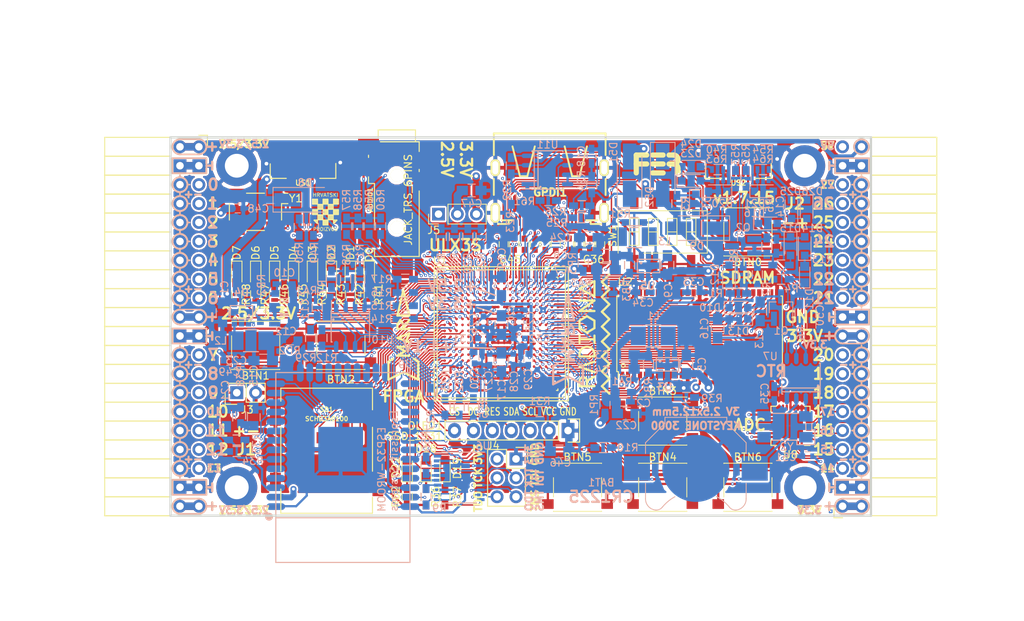
<source format=kicad_pcb>
(kicad_pcb (version 4) (host pcbnew 4.0.7+dfsg1-1)
  (layers (0 F.Cu signal) (1 In1.Cu signal) (2 In2.Cu signal) (31 B.Cu signal) (34 B.Paste user) (35 F.Paste user) (36 B.SilkS user) (37 F.SilkS user) (38 B.Mask user) (39 F.Mask user) (44 Edge.Cuts user))
  (net 0 "")
  (net 1 GND)
  (net 2 +5V)
  (net 3 /gpio/IN5V)
  (net 4 /gpio/OUT5V)
  (net 5 +3V3)
  (net 6 BTN_D)
  (net 7 BTN_F1)
  (net 8 BTN_F2)
  (net 9 BTN_L)
  (net 10 BTN_R)
  (net 11 BTN_U)
  (net 12 /power/FB1)
  (net 13 +2V5)
  (net 14 /power/PWREN)
  (net 15 /power/FB3)
  (net 16 /power/FB2)
  (net 17 "Net-(D9-Pad1)")
  (net 18 /power/VBAT)
  (net 19 JTAG_TDI)
  (net 20 JTAG_TCK)
  (net 21 JTAG_TMS)
  (net 22 JTAG_TDO)
  (net 23 /power/WAKEUPn)
  (net 24 /power/WKUP)
  (net 25 /power/SHUT)
  (net 26 /power/WAKE)
  (net 27 /power/HOLD)
  (net 28 /power/WKn)
  (net 29 /power/OSCI_32k)
  (net 30 /power/OSCO_32k)
  (net 31 "Net-(Q2-Pad3)")
  (net 32 SHUTDOWN)
  (net 33 /analog/AUDIO_L)
  (net 34 /analog/AUDIO_R)
  (net 35 GPDI_SDA)
  (net 36 GPDI_SCL)
  (net 37 /gpdi/VREF2)
  (net 38 SD_CMD)
  (net 39 SD_CLK)
  (net 40 SD_D0)
  (net 41 SD_D1)
  (net 42 USB5V)
  (net 43 GPDI_CEC)
  (net 44 nRESET)
  (net 45 FTDI_nDTR)
  (net 46 SDRAM_CKE)
  (net 47 SDRAM_A7)
  (net 48 SDRAM_D15)
  (net 49 SDRAM_BA1)
  (net 50 SDRAM_D7)
  (net 51 SDRAM_A6)
  (net 52 SDRAM_CLK)
  (net 53 SDRAM_D13)
  (net 54 SDRAM_BA0)
  (net 55 SDRAM_D6)
  (net 56 SDRAM_A5)
  (net 57 SDRAM_D14)
  (net 58 SDRAM_A11)
  (net 59 SDRAM_D12)
  (net 60 SDRAM_D5)
  (net 61 SDRAM_A4)
  (net 62 SDRAM_A10)
  (net 63 SDRAM_D11)
  (net 64 SDRAM_A3)
  (net 65 SDRAM_D4)
  (net 66 SDRAM_D10)
  (net 67 SDRAM_D9)
  (net 68 SDRAM_A9)
  (net 69 SDRAM_D3)
  (net 70 SDRAM_D8)
  (net 71 SDRAM_A8)
  (net 72 SDRAM_A2)
  (net 73 SDRAM_A1)
  (net 74 SDRAM_A0)
  (net 75 SDRAM_D2)
  (net 76 SDRAM_D1)
  (net 77 SDRAM_D0)
  (net 78 SDRAM_DQM0)
  (net 79 SDRAM_nCS)
  (net 80 SDRAM_nRAS)
  (net 81 SDRAM_DQM1)
  (net 82 SDRAM_nCAS)
  (net 83 SDRAM_nWE)
  (net 84 /flash/FLASH_nWP)
  (net 85 /flash/FLASH_nHOLD)
  (net 86 /flash/FLASH_MOSI)
  (net 87 /flash/FLASH_MISO)
  (net 88 /flash/FLASH_SCK)
  (net 89 /flash/FLASH_nCS)
  (net 90 /flash/FPGA_PROGRAMN)
  (net 91 /flash/FPGA_DONE)
  (net 92 /flash/FPGA_INITN)
  (net 93 OLED_RES)
  (net 94 OLED_DC)
  (net 95 OLED_CS)
  (net 96 WIFI_EN)
  (net 97 FTDI_nRTS)
  (net 98 FTDI_TXD)
  (net 99 FTDI_RXD)
  (net 100 WIFI_RXD)
  (net 101 WIFI_GPIO0)
  (net 102 WIFI_TXD)
  (net 103 USB_FTDI_D+)
  (net 104 USB_FTDI_D-)
  (net 105 SD_D3)
  (net 106 AUDIO_L3)
  (net 107 AUDIO_L2)
  (net 108 AUDIO_L1)
  (net 109 AUDIO_L0)
  (net 110 AUDIO_R3)
  (net 111 AUDIO_R2)
  (net 112 AUDIO_R1)
  (net 113 AUDIO_R0)
  (net 114 OLED_CLK)
  (net 115 OLED_MOSI)
  (net 116 LED0)
  (net 117 LED1)
  (net 118 LED2)
  (net 119 LED3)
  (net 120 LED4)
  (net 121 LED5)
  (net 122 LED6)
  (net 123 LED7)
  (net 124 BTN_PWRn)
  (net 125 FTDI_nTXLED)
  (net 126 FTDI_nSLEEP)
  (net 127 /blinkey/LED_PWREN)
  (net 128 /blinkey/LED_TXLED)
  (net 129 /sdcard/SD3V3)
  (net 130 SD_D2)
  (net 131 CLK_25MHz)
  (net 132 /blinkey/BTNPUL)
  (net 133 /blinkey/BTNPUR)
  (net 134 USB_FPGA_D+)
  (net 135 /power/FTDI_nSUSPEND)
  (net 136 /blinkey/ALED0)
  (net 137 /blinkey/ALED1)
  (net 138 /blinkey/ALED2)
  (net 139 /blinkey/ALED3)
  (net 140 /blinkey/ALED4)
  (net 141 /blinkey/ALED5)
  (net 142 /blinkey/ALED6)
  (net 143 /blinkey/ALED7)
  (net 144 /usb/FTD-)
  (net 145 /usb/FTD+)
  (net 146 ADC_MISO)
  (net 147 ADC_MOSI)
  (net 148 ADC_CSn)
  (net 149 ADC_SCLK)
  (net 150 SW3)
  (net 151 SW2)
  (net 152 SW1)
  (net 153 USB_FPGA_D-)
  (net 154 /usb/FPD+)
  (net 155 /usb/FPD-)
  (net 156 WIFI_GPIO16)
  (net 157 /usb/ANT_433MHz)
  (net 158 /power/PWRBTn)
  (net 159 PROG_DONE)
  (net 160 /power/P3V3)
  (net 161 /power/P2V5)
  (net 162 /power/L1)
  (net 163 /power/L3)
  (net 164 /power/L2)
  (net 165 FTDI_TXDEN)
  (net 166 SDRAM_A12)
  (net 167 /analog/AUDIO_V)
  (net 168 AUDIO_V3)
  (net 169 AUDIO_V2)
  (net 170 AUDIO_V1)
  (net 171 AUDIO_V0)
  (net 172 /blinkey/LED_WIFI)
  (net 173 /power/P1V1)
  (net 174 +1V1)
  (net 175 SW4)
  (net 176 /blinkey/SWPU)
  (net 177 /wifi/WIFIEN)
  (net 178 FT2V5)
  (net 179 GN0)
  (net 180 GP0)
  (net 181 GN1)
  (net 182 GP1)
  (net 183 GN2)
  (net 184 GP2)
  (net 185 GN3)
  (net 186 GP3)
  (net 187 GN4)
  (net 188 GP4)
  (net 189 GN5)
  (net 190 GP5)
  (net 191 GN6)
  (net 192 GP6)
  (net 193 GN14)
  (net 194 GP14)
  (net 195 GN15)
  (net 196 GP15)
  (net 197 GN16)
  (net 198 GP16)
  (net 199 GN17)
  (net 200 GP17)
  (net 201 GN18)
  (net 202 GP18)
  (net 203 GN19)
  (net 204 GP19)
  (net 205 GN20)
  (net 206 GP20)
  (net 207 GN21)
  (net 208 GP21)
  (net 209 GN22)
  (net 210 GP22)
  (net 211 GN23)
  (net 212 GP23)
  (net 213 GN24)
  (net 214 GP24)
  (net 215 GN25)
  (net 216 GP25)
  (net 217 GN26)
  (net 218 GP26)
  (net 219 GN27)
  (net 220 GP27)
  (net 221 GN7)
  (net 222 GP7)
  (net 223 GN8)
  (net 224 GP8)
  (net 225 GN9)
  (net 226 GP9)
  (net 227 GN10)
  (net 228 GP10)
  (net 229 GN11)
  (net 230 GP11)
  (net 231 GN12)
  (net 232 GP12)
  (net 233 GN13)
  (net 234 GP13)
  (net 235 WIFI_GPIO5)
  (net 236 WIFI_GPIO17)
  (net 237 USB_FPGA_PULL_D+)
  (net 238 USB_FPGA_PULL_D-)
  (net 239 "Net-(D23-Pad2)")
  (net 240 "Net-(D24-Pad1)")
  (net 241 "Net-(D25-Pad2)")
  (net 242 "Net-(D26-Pad1)")
  (net 243 /gpdi/GPDI_ETH+)
  (net 244 FPDI_ETH+)
  (net 245 /gpdi/GPDI_ETH-)
  (net 246 FPDI_ETH-)
  (net 247 /gpdi/GPDI_D2-)
  (net 248 FPDI_D2-)
  (net 249 /gpdi/GPDI_D1-)
  (net 250 FPDI_D1-)
  (net 251 /gpdi/GPDI_D0-)
  (net 252 FPDI_D0-)
  (net 253 /gpdi/GPDI_CLK-)
  (net 254 FPDI_CLK-)
  (net 255 /gpdi/GPDI_D2+)
  (net 256 FPDI_D2+)
  (net 257 /gpdi/GPDI_D1+)
  (net 258 FPDI_D1+)
  (net 259 /gpdi/GPDI_D0+)
  (net 260 FPDI_D0+)
  (net 261 /gpdi/GPDI_CLK+)
  (net 262 FPDI_CLK+)
  (net 263 FPDI_SDA)
  (net 264 FPDI_SCL)
  (net 265 /gpdi/FPDI_CEC)
  (net 266 2V5_3V3)
  (module Pin_Headers:Pin_Header_Straight_1x03_Pitch2.54mm (layer F.Cu) (at 130.056 71.725 90)
    (fp_text reference J5 (at -2.159 -0.635 180) (layer F.SilkS))
    (fp_text value VJ1)
    (pad 1 thru_hole rect (at 0 0 90) (size 1.7 1.7) (drill 1) (layers *.Cu *.Mask) (net 13 +2V5))
    (pad 2 thru_hole oval (at 0 2.54 90) (size 1.7 1.7) (drill 1) (layers *.Cu *.Mask) (net 266 2V5_3V3))
    (pad 3 thru_hole oval (at 0 5.08 90) (size 1.7 1.7) (drill 1) (layers *.Cu *.Mask) (net 5 +3V3))
  )
  (module Resistors_SMD:R_0603_HandSoldering (layer B.Cu) (at 169.919 66.965 90)
    (fp_text reference R53 (at 3.259 0 270) (layer B.SilkS) (effects (justify mirror)))
    (fp_text value 27)
    (pad 1 smd rect (at -1.1 0 90) (size 1.2 0.9) (layers B.Cu B.Paste B.Mask) (net 134 USB_FPGA_D+))
    (pad 2 smd rect (at 1.1 0 90) (size 1.2 0.9) (layers B.Cu B.Paste B.Mask) (net 154 /usb/FPD+))
  )
  (module Socket_Strips:Socket_Strip_Angled_2x20 (layer F.Cu) (at 97.91 62.69 270)
    (fp_text reference J1 (at 40.64 -6.35 360) (layer F.SilkS) (effects (font (size 1.5 1.5) (thickness 0.3))))
    (fp_text value CONN_02X20 hide)
    (pad 1 thru_hole oval (at 0 0 270) (size 1.7272 1.7272) (drill 1.016) (layers *.Cu *.Mask) (net 266 2V5_3V3))
    (pad 2 thru_hole oval (at 0 2.54 270) (size 1.7272 1.7272) (drill 1.016) (layers *.Cu *.Mask) (net 266 2V5_3V3))
    (pad 3 thru_hole rect (at 2.54 0 270) (size 1.7272 1.7272) (drill 1.016) (layers *.Cu *.Mask) (net 1 GND))
    (pad 4 thru_hole rect (at 2.54 2.54 270) (size 1.7272 1.7272) (drill 1.016) (layers *.Cu *.Mask) (net 1 GND))
    (pad 5 thru_hole oval (at 5.08 0 270) (size 1.7272 1.7272) (drill 1.016) (layers *.Cu *.Mask) (net 179 GN0))
    (pad 6 thru_hole oval (at 5.08 2.54 270) (size 1.7272 1.7272) (drill 1.016) (layers *.Cu *.Mask) (net 180 GP0))
    (pad 7 thru_hole oval (at 7.62 0 270) (size 1.7272 1.7272) (drill 1.016) (layers *.Cu *.Mask) (net 181 GN1))
    (pad 8 thru_hole oval (at 7.62 2.54 270) (size 1.7272 1.7272) (drill 1.016) (layers *.Cu *.Mask) (net 182 GP1))
    (pad 9 thru_hole oval (at 10.16 0 270) (size 1.7272 1.7272) (drill 1.016) (layers *.Cu *.Mask) (net 183 GN2))
    (pad 10 thru_hole oval (at 10.16 2.54 270) (size 1.7272 1.7272) (drill 1.016) (layers *.Cu *.Mask) (net 184 GP2))
    (pad 11 thru_hole oval (at 12.7 0 270) (size 1.7272 1.7272) (drill 1.016) (layers *.Cu *.Mask) (net 185 GN3))
    (pad 12 thru_hole oval (at 12.7 2.54 270) (size 1.7272 1.7272) (drill 1.016) (layers *.Cu *.Mask) (net 186 GP3))
    (pad 13 thru_hole oval (at 15.24 0 270) (size 1.7272 1.7272) (drill 1.016) (layers *.Cu *.Mask) (net 187 GN4))
    (pad 14 thru_hole oval (at 15.24 2.54 270) (size 1.7272 1.7272) (drill 1.016) (layers *.Cu *.Mask) (net 188 GP4))
    (pad 15 thru_hole oval (at 17.78 0 270) (size 1.7272 1.7272) (drill 1.016) (layers *.Cu *.Mask) (net 189 GN5))
    (pad 16 thru_hole oval (at 17.78 2.54 270) (size 1.7272 1.7272) (drill 1.016) (layers *.Cu *.Mask) (net 190 GP5))
    (pad 17 thru_hole oval (at 20.32 0 270) (size 1.7272 1.7272) (drill 1.016) (layers *.Cu *.Mask) (net 191 GN6))
    (pad 18 thru_hole oval (at 20.32 2.54 270) (size 1.7272 1.7272) (drill 1.016) (layers *.Cu *.Mask) (net 192 GP6))
    (pad 19 thru_hole oval (at 22.86 0 270) (size 1.7272 1.7272) (drill 1.016) (layers *.Cu *.Mask) (net 266 2V5_3V3))
    (pad 20 thru_hole oval (at 22.86 2.54 270) (size 1.7272 1.7272) (drill 1.016) (layers *.Cu *.Mask) (net 266 2V5_3V3))
    (pad 21 thru_hole rect (at 25.4 0 270) (size 1.7272 1.7272) (drill 1.016) (layers *.Cu *.Mask) (net 1 GND))
    (pad 22 thru_hole rect (at 25.4 2.54 270) (size 1.7272 1.7272) (drill 1.016) (layers *.Cu *.Mask) (net 1 GND))
    (pad 23 thru_hole oval (at 27.94 0 270) (size 1.7272 1.7272) (drill 1.016) (layers *.Cu *.Mask) (net 221 GN7))
    (pad 24 thru_hole oval (at 27.94 2.54 270) (size 1.7272 1.7272) (drill 1.016) (layers *.Cu *.Mask) (net 222 GP7))
    (pad 25 thru_hole oval (at 30.48 0 270) (size 1.7272 1.7272) (drill 1.016) (layers *.Cu *.Mask) (net 223 GN8))
    (pad 26 thru_hole oval (at 30.48 2.54 270) (size 1.7272 1.7272) (drill 1.016) (layers *.Cu *.Mask) (net 224 GP8))
    (pad 27 thru_hole oval (at 33.02 0 270) (size 1.7272 1.7272) (drill 1.016) (layers *.Cu *.Mask) (net 225 GN9))
    (pad 28 thru_hole oval (at 33.02 2.54 270) (size 1.7272 1.7272) (drill 1.016) (layers *.Cu *.Mask) (net 226 GP9))
    (pad 29 thru_hole oval (at 35.56 0 270) (size 1.7272 1.7272) (drill 1.016) (layers *.Cu *.Mask) (net 227 GN10))
    (pad 30 thru_hole oval (at 35.56 2.54 270) (size 1.7272 1.7272) (drill 1.016) (layers *.Cu *.Mask) (net 228 GP10))
    (pad 31 thru_hole oval (at 38.1 0 270) (size 1.7272 1.7272) (drill 1.016) (layers *.Cu *.Mask) (net 229 GN11))
    (pad 32 thru_hole oval (at 38.1 2.54 270) (size 1.7272 1.7272) (drill 1.016) (layers *.Cu *.Mask) (net 230 GP11))
    (pad 33 thru_hole oval (at 40.64 0 270) (size 1.7272 1.7272) (drill 1.016) (layers *.Cu *.Mask) (net 231 GN12))
    (pad 34 thru_hole oval (at 40.64 2.54 270) (size 1.7272 1.7272) (drill 1.016) (layers *.Cu *.Mask) (net 232 GP12))
    (pad 35 thru_hole oval (at 43.18 0 270) (size 1.7272 1.7272) (drill 1.016) (layers *.Cu *.Mask) (net 233 GN13))
    (pad 36 thru_hole oval (at 43.18 2.54 270) (size 1.7272 1.7272) (drill 1.016) (layers *.Cu *.Mask) (net 234 GP13))
    (pad 37 thru_hole rect (at 45.72 0 270) (size 1.7272 1.7272) (drill 1.016) (layers *.Cu *.Mask) (net 1 GND))
    (pad 38 thru_hole rect (at 45.72 2.54 270) (size 1.7272 1.7272) (drill 1.016) (layers *.Cu *.Mask) (net 1 GND))
    (pad 39 thru_hole oval (at 48.26 0 270) (size 1.7272 1.7272) (drill 1.016) (layers *.Cu *.Mask) (net 266 2V5_3V3))
    (pad 40 thru_hole oval (at 48.26 2.54 270) (size 1.7272 1.7272) (drill 1.016) (layers *.Cu *.Mask) (net 266 2V5_3V3))
  )
  (module SMD_Packages:1Pin (layer F.Cu) (at 182.67515 111.637626)
    (fp_text reference AE1 hide)
    (fp_text value 433MHz hide)
    (pad 1 smd rect (at 0 0) (size 0.5 0.5) (layers B.Cu F.Paste F.Mask) (net 157 /usb/ANT_433MHz))
  )
  (module Resistors_SMD:R_0603_HandSoldering (layer B.Cu) (at 103.498 98.758 90)
    (fp_text reference R38 (at 5.334 0 90) (layer B.SilkS) (effects (justify mirror)))
    (fp_text value 0.47)
    (pad 1 smd rect (at -1.1 0 90) (size 1.2 0.9) (layers B.Cu B.Paste B.Mask) (net 129 /sdcard/SD3V3))
    (pad 2 smd rect (at 1.1 0 90) (size 1.2 0.9) (layers B.Cu B.Paste B.Mask) (net 5 +3V3))
  )
  (module Diodes_SMD:D_SMA_Handsoldering (layer B.Cu) (at 155.695 66.5 90)
    (fp_text reference D51 (at 3.048 -2.159 90) (layer B.SilkS) (effects (justify mirror)))
    (fp_text value STPS2L30AF hide)
    (pad 1 smd rect (at -2.5 0 90) (size 3.5 1.8) (layers B.Cu B.Paste B.Mask) (net 2 +5V))
    (pad 2 smd rect (at 2.5 0 90) (size 3.5 1.8) (layers B.Cu B.Paste B.Mask) (net 3 /gpio/IN5V))
  )
  (module Resistors_SMD:R_0603_HandSoldering (layer B.Cu) (at 156.33 72.85 180)
    (fp_text reference R51 (at 1.905 1.143 180) (layer B.SilkS) (effects (justify mirror)))
    (fp_text value 150)
    (pad 1 smd rect (at -1.1 0 180) (size 1.2 0.9) (layers B.Cu B.Paste B.Mask) (net 5 +3V3))
    (pad 2 smd rect (at 1.1 0 180) (size 1.2 0.9) (layers B.Cu B.Paste B.Mask) (net 176 /blinkey/SWPU))
  )
  (module Resistors_SMD:R_1210_HandSoldering (layer B.Cu) (at 158.87 88.09 180)
    (fp_text reference L1 (at 0 2.7 180) (layer B.SilkS) (effects (justify mirror)))
    (fp_text value 2.2uH)
    (pad 1 smd rect (at -2 0 180) (size 2 2.5) (layers B.Cu B.Paste B.Mask) (net 162 /power/L1))
    (pad 2 smd rect (at 2 0 180) (size 2 2.5) (layers B.Cu B.Paste B.Mask) (net 173 /power/P1V1))
  )
  (module TSOT-25:TSOT-25 (layer B.Cu) (at 160.775 91.9)
    (fp_text reference U3 (at -0.381 3.048) (layer B.SilkS) (effects (font (thickness 0.2)) (justify mirror)))
    (fp_text value TLV62569DBV)
    (pad 1 smd rect (at -0.95 -1.3) (size 0.7 1.2) (layers B.Cu B.Paste B.Mask) (net 14 /power/PWREN))
    (pad 2 smd rect (at 0 -1.3) (size 0.7 1.2) (layers B.Cu B.Paste B.Mask) (net 1 GND))
    (pad 3 smd rect (at 0.95 -1.3) (size 0.7 1.2) (layers B.Cu B.Paste B.Mask) (net 162 /power/L1))
    (pad 4 smd rect (at 0.95 1.3) (size 0.7 1.2) (layers B.Cu B.Paste B.Mask) (net 2 +5V))
    (pad 5 smd rect (at -0.95 1.3) (size 0.7 1.2) (layers B.Cu B.Paste B.Mask) (net 12 /power/FB1))
  )
  (module Resistors_SMD:R_1210_HandSoldering (layer B.Cu) (at 104.895 88.725)
    (fp_text reference L2 (at -4.064 0) (layer B.SilkS) (effects (justify mirror)))
    (fp_text value 2.2uH)
    (pad 1 smd rect (at -2 0) (size 2 2.5) (layers B.Cu B.Paste B.Mask) (net 164 /power/L2))
    (pad 2 smd rect (at 2 0) (size 2 2.5) (layers B.Cu B.Paste B.Mask) (net 161 /power/P2V5))
  )
  (module TSOT-25:TSOT-25 (layer B.Cu) (at 103.625 84.915 180)
    (fp_text reference U4 (at 0 2.697 180) (layer B.SilkS) (effects (font (thickness 0.2)) (justify mirror)))
    (fp_text value TLV62569DBV)
    (pad 1 smd rect (at -0.95 -1.3 180) (size 0.7 1.2) (layers B.Cu B.Paste B.Mask) (net 14 /power/PWREN))
    (pad 2 smd rect (at 0 -1.3 180) (size 0.7 1.2) (layers B.Cu B.Paste B.Mask) (net 1 GND))
    (pad 3 smd rect (at 0.95 -1.3 180) (size 0.7 1.2) (layers B.Cu B.Paste B.Mask) (net 164 /power/L2))
    (pad 4 smd rect (at 0.95 1.3 180) (size 0.7 1.2) (layers B.Cu B.Paste B.Mask) (net 2 +5V))
    (pad 5 smd rect (at -0.95 1.3 180) (size 0.7 1.2) (layers B.Cu B.Paste B.Mask) (net 16 /power/FB2))
  )
  (module Resistors_SMD:R_1210_HandSoldering (layer B.Cu) (at 156.33 74.755 180)
    (fp_text reference L3 (at -4.064 -0.635 180) (layer B.SilkS) (effects (justify mirror)))
    (fp_text value 2.2uH)
    (pad 1 smd rect (at -2 0 180) (size 2 2.5) (layers B.Cu B.Paste B.Mask) (net 163 /power/L3))
    (pad 2 smd rect (at 2 0 180) (size 2 2.5) (layers B.Cu B.Paste B.Mask) (net 160 /power/P3V3))
  )
  (module TSOT-25:TSOT-25 (layer B.Cu) (at 158.235 78.692)
    (fp_text reference U5 (at -0.127 2.667) (layer B.SilkS) (effects (font (thickness 0.2)) (justify mirror)))
    (fp_text value TLV62569DBV)
    (pad 1 smd rect (at -0.95 -1.3) (size 0.7 1.2) (layers B.Cu B.Paste B.Mask) (net 14 /power/PWREN))
    (pad 2 smd rect (at 0 -1.3) (size 0.7 1.2) (layers B.Cu B.Paste B.Mask) (net 1 GND))
    (pad 3 smd rect (at 0.95 -1.3) (size 0.7 1.2) (layers B.Cu B.Paste B.Mask) (net 163 /power/L3))
    (pad 4 smd rect (at 0.95 1.3) (size 0.7 1.2) (layers B.Cu B.Paste B.Mask) (net 2 +5V))
    (pad 5 smd rect (at -0.95 1.3) (size 0.7 1.2) (layers B.Cu B.Paste B.Mask) (net 15 /power/FB3))
  )
  (module Capacitors_SMD:C_0805_HandSoldering (layer B.Cu) (at 101.085 84.915 270)
    (fp_text reference C1 (at -3.302 -0.254 270) (layer B.SilkS) (effects (justify mirror)))
    (fp_text value 22uF)
    (pad 1 smd rect (at -1.25 0 270) (size 1.5 1.25) (layers B.Cu B.Paste B.Mask) (net 2 +5V))
    (pad 2 smd rect (at 1.25 0 270) (size 1.5 1.25) (layers B.Cu B.Paste B.Mask) (net 1 GND))
  )
  (module Capacitors_SMD:C_0805_HandSoldering (layer B.Cu) (at 155.06 90.63)
    (fp_text reference C3 (at -3.048 0) (layer B.SilkS) (effects (justify mirror)))
    (fp_text value 22uF)
    (pad 1 smd rect (at -1.25 0) (size 1.5 1.25) (layers B.Cu B.Paste B.Mask) (net 173 /power/P1V1))
    (pad 2 smd rect (at 1.25 0) (size 1.5 1.25) (layers B.Cu B.Paste B.Mask) (net 1 GND))
  )
  (module Capacitors_SMD:C_0805_HandSoldering (layer B.Cu) (at 155.06 92.535)
    (fp_text reference C4 (at -3.048 0.127) (layer B.SilkS) (effects (justify mirror)))
    (fp_text value 22uF)
    (pad 1 smd rect (at -1.25 0) (size 1.5 1.25) (layers B.Cu B.Paste B.Mask) (net 173 /power/P1V1))
    (pad 2 smd rect (at 1.25 0) (size 1.5 1.25) (layers B.Cu B.Paste B.Mask) (net 1 GND))
  )
  (module Capacitors_SMD:C_0805_HandSoldering (layer B.Cu) (at 163.315 91.9 90)
    (fp_text reference C5 (at 0 2.1 90) (layer B.SilkS) (effects (justify mirror)))
    (fp_text value 22uF)
    (pad 1 smd rect (at -1.25 0 90) (size 1.5 1.25) (layers B.Cu B.Paste B.Mask) (net 2 +5V))
    (pad 2 smd rect (at 1.25 0 90) (size 1.5 1.25) (layers B.Cu B.Paste B.Mask) (net 1 GND))
  )
  (module Capacitors_SMD:C_0805_HandSoldering (layer B.Cu) (at 152.52 79.2)
    (fp_text reference C7 (at -6.096 0) (layer B.SilkS) (effects (justify mirror)))
    (fp_text value 22uF)
    (pad 1 smd rect (at -1.25 0) (size 1.5 1.25) (layers B.Cu B.Paste B.Mask) (net 160 /power/P3V3))
    (pad 2 smd rect (at 1.25 0) (size 1.5 1.25) (layers B.Cu B.Paste B.Mask) (net 1 GND))
  )
  (module Capacitors_SMD:C_0805_HandSoldering (layer B.Cu) (at 152.52 77.295)
    (fp_text reference C8 (at -6.096 0) (layer B.SilkS) (effects (justify mirror)))
    (fp_text value 22uF)
    (pad 1 smd rect (at -1.25 0) (size 1.5 1.25) (layers B.Cu B.Paste B.Mask) (net 160 /power/P3V3))
    (pad 2 smd rect (at 1.25 0) (size 1.5 1.25) (layers B.Cu B.Paste B.Mask) (net 1 GND))
  )
  (module Capacitors_SMD:C_0805_HandSoldering (layer B.Cu) (at 160.775 78.565 90)
    (fp_text reference C9 (at -3.429 0.127 90) (layer B.SilkS) (effects (justify mirror)))
    (fp_text value 22uF)
    (pad 1 smd rect (at -1.25 0 90) (size 1.5 1.25) (layers B.Cu B.Paste B.Mask) (net 2 +5V))
    (pad 2 smd rect (at 1.25 0 90) (size 1.5 1.25) (layers B.Cu B.Paste B.Mask) (net 1 GND))
  )
  (module Capacitors_SMD:C_0805_HandSoldering (layer B.Cu) (at 109.34 84.28 180)
    (fp_text reference C11 (at -2.794 -0.254 270) (layer B.SilkS) (effects (justify mirror)))
    (fp_text value 22uF)
    (pad 1 smd rect (at -1.25 0 180) (size 1.5 1.25) (layers B.Cu B.Paste B.Mask) (net 161 /power/P2V5))
    (pad 2 smd rect (at 1.25 0 180) (size 1.5 1.25) (layers B.Cu B.Paste B.Mask) (net 1 GND))
  )
  (module Capacitors_SMD:C_0805_HandSoldering (layer B.Cu) (at 109.34 86.185 180)
    (fp_text reference C12 (at -0.254 -1.27 360) (layer B.SilkS) (effects (justify mirror)))
    (fp_text value 22uF)
    (pad 1 smd rect (at -1.25 0 180) (size 1.5 1.25) (layers B.Cu B.Paste B.Mask) (net 161 /power/P2V5))
    (pad 2 smd rect (at 1.25 0 180) (size 1.5 1.25) (layers B.Cu B.Paste B.Mask) (net 1 GND))
  )
  (module Capacitors_SMD:C_0805_HandSoldering (layer B.Cu) (at 173.221 84.788 90)
    (fp_text reference C13 (at -3.556 -0.112 90) (layer B.SilkS) (effects (justify mirror)))
    (fp_text value 2.2uF)
    (pad 1 smd rect (at -1.25 0 90) (size 1.5 1.25) (layers B.Cu B.Paste B.Mask) (net 2 +5V))
    (pad 2 smd rect (at 1.25 0 90) (size 1.5 1.25) (layers B.Cu B.Paste B.Mask) (net 24 /power/WKUP))
  )
  (module TO_SOT_Packages_SMD:SOT-23_Handsoldering (layer B.Cu) (at 176.015 84.28 90)
    (fp_text reference Q1 (at -3.1115 0 180) (layer B.SilkS) (effects (justify mirror)))
    (fp_text value BC857)
    (pad 1 smd rect (at -1.5 0.95 90) (size 1.9 0.8) (layers B.Cu B.Paste B.Mask) (net 28 /power/WKn))
    (pad 2 smd rect (at -1.5 -0.95 90) (size 1.9 0.8) (layers B.Cu B.Paste B.Mask) (net 2 +5V))
    (pad 3 smd rect (at 1.5 0 90) (size 1.9 0.8) (layers B.Cu B.Paste B.Mask) (net 24 /power/WKUP))
  )
  (module TO_SOT_Packages_SMD:SOT-23_Handsoldering (layer B.Cu) (at 170.935 76.025 180)
    (fp_text reference Q2 (at 0 2.5 180) (layer B.SilkS) (effects (justify mirror)))
    (fp_text value 2N7002)
    (pad 1 smd rect (at -1.5 0.95 180) (size 1.9 0.8) (layers B.Cu B.Paste B.Mask) (net 25 /power/SHUT))
    (pad 2 smd rect (at -1.5 -0.95 180) (size 1.9 0.8) (layers B.Cu B.Paste B.Mask) (net 1 GND))
    (pad 3 smd rect (at 1.5 0 180) (size 1.9 0.8) (layers B.Cu B.Paste B.Mask) (net 31 "Net-(Q2-Pad3)"))
  )
  (module Capacitors_SMD:C_0603_HandSoldering (layer B.Cu) (at 154.86 96.91)
    (fp_text reference C2 (at 2.74 0.197) (layer B.SilkS) (effects (justify mirror)))
    (fp_text value 470pF)
    (pad 1 smd rect (at -0.95 0) (size 1.2 0.75) (layers B.Cu B.Paste B.Mask) (net 173 /power/P1V1))
    (pad 2 smd rect (at 0.95 0) (size 1.2 0.75) (layers B.Cu B.Paste B.Mask) (net 12 /power/FB1))
  )
  (module Capacitors_SMD:C_0603_HandSoldering (layer B.Cu) (at 152.52 82.375)
    (fp_text reference C6 (at -2.794 0.127) (layer B.SilkS) (effects (justify mirror)))
    (fp_text value 470pF)
    (pad 1 smd rect (at -0.95 0) (size 1.2 0.75) (layers B.Cu B.Paste B.Mask) (net 160 /power/P3V3))
    (pad 2 smd rect (at 0.95 0) (size 1.2 0.75) (layers B.Cu B.Paste B.Mask) (net 15 /power/FB3))
  )
  (module Capacitors_SMD:C_0603_HandSoldering (layer B.Cu) (at 109.34 81.105 180)
    (fp_text reference C10 (at -0.04 1.505 180) (layer B.SilkS) (effects (justify mirror)))
    (fp_text value 470pF)
    (pad 1 smd rect (at -0.95 0 180) (size 1.2 0.75) (layers B.Cu B.Paste B.Mask) (net 161 /power/P2V5))
    (pad 2 smd rect (at 0.95 0 180) (size 1.2 0.75) (layers B.Cu B.Paste B.Mask) (net 16 /power/FB2))
  )
  (module Capacitors_SMD:C_0603_HandSoldering (layer B.Cu) (at 175.38 76.025 270)
    (fp_text reference C14 (at -5.334 -0.508 270) (layer B.SilkS) (effects (justify mirror)))
    (fp_text value 100nF)
    (pad 1 smd rect (at -0.95 0 270) (size 1.2 0.75) (layers B.Cu B.Paste B.Mask) (net 25 /power/SHUT))
    (pad 2 smd rect (at 0.95 0 270) (size 1.2 0.75) (layers B.Cu B.Paste B.Mask) (net 1 GND))
  )
  (module Resistors_SMD:R_0603_HandSoldering (layer B.Cu) (at 170.3 82.375)
    (fp_text reference R1 (at -3.048 0) (layer B.SilkS) (effects (justify mirror)))
    (fp_text value 15k)
    (pad 1 smd rect (at -1.1 0) (size 1.2 0.9) (layers B.Cu B.Paste B.Mask) (net 26 /power/WAKE))
    (pad 2 smd rect (at 1.1 0) (size 1.2 0.9) (layers B.Cu B.Paste B.Mask) (net 14 /power/PWREN))
  )
  (module Resistors_SMD:R_0603_HandSoldering (layer B.Cu) (at 172.84 79.835 90)
    (fp_text reference R2 (at -1.905 1.27 90) (layer B.SilkS) (effects (justify mirror)))
    (fp_text value 47k)
    (pad 1 smd rect (at -1.1 0 90) (size 1.2 0.9) (layers B.Cu B.Paste B.Mask) (net 14 /power/PWREN))
    (pad 2 smd rect (at 1.1 0 90) (size 1.2 0.9) (layers B.Cu B.Paste B.Mask) (net 1 GND))
  )
  (module Resistors_SMD:R_0603_HandSoldering (layer B.Cu) (at 176.015 80.47 180)
    (fp_text reference R4 (at -1.397 -1.27 360) (layer B.SilkS) (effects (justify mirror)))
    (fp_text value 4.7k)
    (pad 1 smd rect (at -1.1 0 180) (size 1.2 0.9) (layers B.Cu B.Paste B.Mask) (net 27 /power/HOLD))
    (pad 2 smd rect (at 1.1 0 180) (size 1.2 0.9) (layers B.Cu B.Paste B.Mask) (net 14 /power/PWREN))
  )
  (module Resistors_SMD:R_0603_HandSoldering (layer B.Cu) (at 174.11 76.025 270)
    (fp_text reference R5 (at -5.461 -0.381 270) (layer B.SilkS) (effects (justify mirror)))
    (fp_text value 4.7M)
    (pad 1 smd rect (at -1.1 0 270) (size 1.2 0.9) (layers B.Cu B.Paste B.Mask) (net 25 /power/SHUT))
    (pad 2 smd rect (at 1.1 0 270) (size 1.2 0.9) (layers B.Cu B.Paste B.Mask) (net 1 GND))
  )
  (module Resistors_SMD:R_0603_HandSoldering (layer B.Cu) (at 178.555 84.915 270)
    (fp_text reference R6 (at 2.812 -0.142 270) (layer B.SilkS) (effects (justify mirror)))
    (fp_text value 1k)
    (pad 1 smd rect (at -1.1 0 270) (size 1.2 0.9) (layers B.Cu B.Paste B.Mask) (net 28 /power/WKn))
    (pad 2 smd rect (at 1.1 0 270) (size 1.2 0.9) (layers B.Cu B.Paste B.Mask) (net 23 /power/WAKEUPn))
  )
  (module Resistors_SMD:R_0603_HandSoldering (layer B.Cu) (at 113.785 84.28 270)
    (fp_text reference R7 (at -2.794 -0.635 270) (layer B.SilkS) (effects (justify mirror)))
    (fp_text value 150)
    (pad 1 smd rect (at -1.1 0 270) (size 1.2 0.9) (layers B.Cu B.Paste B.Mask) (net 5 +3V3))
    (pad 2 smd rect (at 1.1 0 270) (size 1.2 0.9) (layers B.Cu B.Paste B.Mask) (net 132 /blinkey/BTNPUL))
  )
  (module Resistors_SMD:R_0603_HandSoldering (layer B.Cu) (at 170.935 79.835 90)
    (fp_text reference R8 (at 2.54 -1.27 90) (layer B.SilkS) (effects (justify mirror)))
    (fp_text value 1k)
    (pad 1 smd rect (at -1.1 0 90) (size 1.2 0.9) (layers B.Cu B.Paste B.Mask) (net 14 /power/PWREN))
    (pad 2 smd rect (at 1.1 0 90) (size 1.2 0.9) (layers B.Cu B.Paste B.Mask) (net 31 "Net-(Q2-Pad3)"))
  )
  (module Resistors_SMD:R_0603_HandSoldering (layer B.Cu) (at 128.39 109.68 270)
    (fp_text reference R9 (at 1.524 -1.778 360) (layer B.SilkS) (effects (justify mirror)))
    (fp_text value 15k)
    (pad 1 smd rect (at -1.1 0 270) (size 1.2 0.9) (layers B.Cu B.Paste B.Mask) (net 44 nRESET))
    (pad 2 smd rect (at 1.1 0 270) (size 1.2 0.9) (layers B.Cu B.Paste B.Mask) (net 178 FT2V5))
  )
  (module Resistors_SMD:R_0603_HandSoldering (layer B.Cu) (at 152.139 103.076 180)
    (fp_text reference R10 (at -3.302 0 180) (layer B.SilkS) (effects (justify mirror)))
    (fp_text value 150)
    (pad 1 smd rect (at -1.1 0 180) (size 1.2 0.9) (layers B.Cu B.Paste B.Mask) (net 135 /power/FTDI_nSUSPEND))
    (pad 2 smd rect (at 1.1 0 180) (size 1.2 0.9) (layers B.Cu B.Paste B.Mask) (net 126 FTDI_nSLEEP))
  )
  (module Resistors_SMD:R_0603_HandSoldering (layer B.Cu) (at 176.015 78.565 180)
    (fp_text reference R13 (at -5.588 0.762 180) (layer B.SilkS) (effects (justify mirror)))
    (fp_text value 15k)
    (pad 1 smd rect (at -1.1 0 180) (size 1.2 0.9) (layers B.Cu B.Paste B.Mask) (net 32 SHUTDOWN))
    (pad 2 smd rect (at 1.1 0 180) (size 1.2 0.9) (layers B.Cu B.Paste B.Mask) (net 1 GND))
  )
  (module Resistors_SMD:R_0603_HandSoldering (layer B.Cu) (at 154.86 95.64)
    (fp_text reference RA1 (at -0.181 -1.454) (layer B.SilkS) (effects (justify mirror)))
    (fp_text value 15k)
    (pad 1 smd rect (at -1.1 0) (size 1.2 0.9) (layers B.Cu B.Paste B.Mask) (net 173 /power/P1V1))
    (pad 2 smd rect (at 1.1 0) (size 1.2 0.9) (layers B.Cu B.Paste B.Mask) (net 12 /power/FB1))
  )
  (module Resistors_SMD:R_0603_HandSoldering (layer B.Cu) (at 109.34 82.375 180)
    (fp_text reference RA2 (at -3.048 0.381 360) (layer B.SilkS) (effects (justify mirror)))
    (fp_text value 15k)
    (pad 1 smd rect (at -1.1 0 180) (size 1.2 0.9) (layers B.Cu B.Paste B.Mask) (net 161 /power/P2V5))
    (pad 2 smd rect (at 1.1 0 180) (size 1.2 0.9) (layers B.Cu B.Paste B.Mask) (net 16 /power/FB2))
  )
  (module Resistors_SMD:R_0603_HandSoldering (layer B.Cu) (at 152.52 81.105)
    (fp_text reference RA3 (at -3.302 -0.127) (layer B.SilkS) (effects (justify mirror)))
    (fp_text value 15k)
    (pad 1 smd rect (at -1.1 0) (size 1.2 0.9) (layers B.Cu B.Paste B.Mask) (net 160 /power/P3V3))
    (pad 2 smd rect (at 1.1 0) (size 1.2 0.9) (layers B.Cu B.Paste B.Mask) (net 15 /power/FB3))
  )
  (module Resistors_SMD:R_0603_HandSoldering (layer B.Cu) (at 158.235 91.9 270)
    (fp_text reference RB1 (at 3.302 0 270) (layer B.SilkS) (effects (justify mirror)))
    (fp_text value 18k)
    (pad 1 smd rect (at -1.1 0 270) (size 1.2 0.9) (layers B.Cu B.Paste B.Mask) (net 1 GND))
    (pad 2 smd rect (at 1.1 0 270) (size 1.2 0.9) (layers B.Cu B.Paste B.Mask) (net 12 /power/FB1))
  )
  (module Resistors_SMD:R_0603_HandSoldering (layer B.Cu) (at 106.165 84.915 90)
    (fp_text reference RB2 (at 3.683 0.127 90) (layer B.SilkS) (effects (justify mirror)))
    (fp_text value 4.7k)
    (pad 1 smd rect (at -1.1 0 90) (size 1.2 0.9) (layers B.Cu B.Paste B.Mask) (net 1 GND))
    (pad 2 smd rect (at 1.1 0 90) (size 1.2 0.9) (layers B.Cu B.Paste B.Mask) (net 16 /power/FB2))
  )
  (module Resistors_SMD:R_0603_HandSoldering (layer B.Cu) (at 155.695 78.565 270)
    (fp_text reference RB3 (at 3.429 0.395 270) (layer B.SilkS) (effects (justify mirror)))
    (fp_text value 3.3k)
    (pad 1 smd rect (at -1.1 0 270) (size 1.2 0.9) (layers B.Cu B.Paste B.Mask) (net 1 GND))
    (pad 2 smd rect (at 1.1 0 270) (size 1.2 0.9) (layers B.Cu B.Paste B.Mask) (net 15 /power/FB3))
  )
  (module Resistors_SMD:R_0603_HandSoldering (layer B.Cu) (at 125.596 85.804 180)
    (fp_text reference R14 (at 3.175 0 180) (layer B.SilkS) (effects (justify mirror)))
    (fp_text value 1.2k)
    (pad 1 smd rect (at -1.1 0 180) (size 1.2 0.9) (layers B.Cu B.Paste B.Mask) (net 109 AUDIO_L0))
    (pad 2 smd rect (at 1.1 0 180) (size 1.2 0.9) (layers B.Cu B.Paste B.Mask) (net 33 /analog/AUDIO_L))
  )
  (module Resistors_SMD:R_0603_HandSoldering (layer B.Cu) (at 125.596 84.026 180)
    (fp_text reference R15 (at 3.175 -0.001 180) (layer B.SilkS) (effects (justify mirror)))
    (fp_text value 680)
    (pad 1 smd rect (at -1.1 0 180) (size 1.2 0.9) (layers B.Cu B.Paste B.Mask) (net 108 AUDIO_L1))
    (pad 2 smd rect (at 1.1 0 180) (size 1.2 0.9) (layers B.Cu B.Paste B.Mask) (net 33 /analog/AUDIO_L))
  )
  (module Resistors_SMD:R_0603_HandSoldering (layer B.Cu) (at 125.596 82.248 180)
    (fp_text reference R16 (at 3.175 0 180) (layer B.SilkS) (effects (justify mirror)))
    (fp_text value 330)
    (pad 1 smd rect (at -1.1 0 180) (size 1.2 0.9) (layers B.Cu B.Paste B.Mask) (net 107 AUDIO_L2))
    (pad 2 smd rect (at 1.1 0 180) (size 1.2 0.9) (layers B.Cu B.Paste B.Mask) (net 33 /analog/AUDIO_L))
  )
  (module Resistors_SMD:R_0603_HandSoldering (layer B.Cu) (at 125.596 80.47 180)
    (fp_text reference R17 (at 3.175 0 180) (layer B.SilkS) (effects (justify mirror)))
    (fp_text value 150)
    (pad 1 smd rect (at -1.1 0 180) (size 1.2 0.9) (layers B.Cu B.Paste B.Mask) (net 106 AUDIO_L3))
    (pad 2 smd rect (at 1.1 0 180) (size 1.2 0.9) (layers B.Cu B.Paste B.Mask) (net 33 /analog/AUDIO_L))
  )
  (module Resistors_SMD:R_0603_HandSoldering (layer B.Cu) (at 130.422 74.773 90)
    (fp_text reference R18 (at -3.556 0 90) (layer B.SilkS) (effects (justify mirror)))
    (fp_text value 1.2k)
    (pad 1 smd rect (at -1.1 0 90) (size 1.2 0.9) (layers B.Cu B.Paste B.Mask) (net 113 AUDIO_R0))
    (pad 2 smd rect (at 1.1 0 90) (size 1.2 0.9) (layers B.Cu B.Paste B.Mask) (net 34 /analog/AUDIO_R))
  )
  (module Resistors_SMD:R_0603_HandSoldering (layer B.Cu) (at 132.2 74.773 90)
    (fp_text reference R19 (at -3.556 0 90) (layer B.SilkS) (effects (justify mirror)))
    (fp_text value 680)
    (pad 1 smd rect (at -1.1 0 90) (size 1.2 0.9) (layers B.Cu B.Paste B.Mask) (net 112 AUDIO_R1))
    (pad 2 smd rect (at 1.1 0 90) (size 1.2 0.9) (layers B.Cu B.Paste B.Mask) (net 34 /analog/AUDIO_R))
  )
  (module Resistors_SMD:R_0603_HandSoldering (layer B.Cu) (at 133.993 74.773 90)
    (fp_text reference R20 (at -3.556 0 90) (layer B.SilkS) (effects (justify mirror)))
    (fp_text value 330)
    (pad 1 smd rect (at -1.1 0 90) (size 1.2 0.9) (layers B.Cu B.Paste B.Mask) (net 111 AUDIO_R2))
    (pad 2 smd rect (at 1.1 0 90) (size 1.2 0.9) (layers B.Cu B.Paste B.Mask) (net 34 /analog/AUDIO_R))
  )
  (module Resistors_SMD:R_0603_HandSoldering (layer B.Cu) (at 135.771 74.773 90)
    (fp_text reference R21 (at -3.556 0 90) (layer B.SilkS) (effects (justify mirror)))
    (fp_text value 150)
    (pad 1 smd rect (at -1.1 0 90) (size 1.2 0.9) (layers B.Cu B.Paste B.Mask) (net 110 AUDIO_R3))
    (pad 2 smd rect (at 1.1 0 90) (size 1.2 0.9) (layers B.Cu B.Paste B.Mask) (net 34 /analog/AUDIO_R))
  )
  (module Capacitors_SMD:C_0603_HandSoldering (layer B.Cu) (at 150.5896 63.96 90)
    (fp_text reference C18 (at 0 -1.3716 90) (layer B.SilkS) (effects (justify mirror)))
    (fp_text value 470pF)
    (pad 1 smd rect (at -0.95 0 90) (size 1.2 0.75) (layers B.Cu B.Paste B.Mask) (net 37 /gpdi/VREF2))
    (pad 2 smd rect (at 0.95 0 90) (size 1.2 0.75) (layers B.Cu B.Paste B.Mask) (net 1 GND))
  )
  (module Socket_Strips:Socket_Strip_Angled_2x20 (layer F.Cu) (at 184.27 110.95 90)
    (fp_text reference J2 (at 40.64 -6.35 180) (layer F.SilkS) (effects (font (size 1.5 1.5) (thickness 0.3))))
    (fp_text value CONN_02X20 hide)
    (pad 1 thru_hole oval (at 0 0 90) (size 1.7272 1.7272) (drill 1.016) (layers *.Cu *.Mask) (net 5 +3V3))
    (pad 2 thru_hole oval (at 0 2.54 90) (size 1.7272 1.7272) (drill 1.016) (layers *.Cu *.Mask) (net 5 +3V3))
    (pad 3 thru_hole rect (at 2.54 0 90) (size 1.7272 1.7272) (drill 1.016) (layers *.Cu *.Mask) (net 1 GND))
    (pad 4 thru_hole rect (at 2.54 2.54 90) (size 1.7272 1.7272) (drill 1.016) (layers *.Cu *.Mask) (net 1 GND))
    (pad 5 thru_hole oval (at 5.08 0 90) (size 1.7272 1.7272) (drill 1.016) (layers *.Cu *.Mask) (net 193 GN14))
    (pad 6 thru_hole oval (at 5.08 2.54 90) (size 1.7272 1.7272) (drill 1.016) (layers *.Cu *.Mask) (net 194 GP14))
    (pad 7 thru_hole oval (at 7.62 0 90) (size 1.7272 1.7272) (drill 1.016) (layers *.Cu *.Mask) (net 195 GN15))
    (pad 8 thru_hole oval (at 7.62 2.54 90) (size 1.7272 1.7272) (drill 1.016) (layers *.Cu *.Mask) (net 196 GP15))
    (pad 9 thru_hole oval (at 10.16 0 90) (size 1.7272 1.7272) (drill 1.016) (layers *.Cu *.Mask) (net 197 GN16))
    (pad 10 thru_hole oval (at 10.16 2.54 90) (size 1.7272 1.7272) (drill 1.016) (layers *.Cu *.Mask) (net 198 GP16))
    (pad 11 thru_hole oval (at 12.7 0 90) (size 1.7272 1.7272) (drill 1.016) (layers *.Cu *.Mask) (net 199 GN17))
    (pad 12 thru_hole oval (at 12.7 2.54 90) (size 1.7272 1.7272) (drill 1.016) (layers *.Cu *.Mask) (net 200 GP17))
    (pad 13 thru_hole oval (at 15.24 0 90) (size 1.7272 1.7272) (drill 1.016) (layers *.Cu *.Mask) (net 201 GN18))
    (pad 14 thru_hole oval (at 15.24 2.54 90) (size 1.7272 1.7272) (drill 1.016) (layers *.Cu *.Mask) (net 202 GP18))
    (pad 15 thru_hole oval (at 17.78 0 90) (size 1.7272 1.7272) (drill 1.016) (layers *.Cu *.Mask) (net 203 GN19))
    (pad 16 thru_hole oval (at 17.78 2.54 90) (size 1.7272 1.7272) (drill 1.016) (layers *.Cu *.Mask) (net 204 GP19))
    (pad 17 thru_hole oval (at 20.32 0 90) (size 1.7272 1.7272) (drill 1.016) (layers *.Cu *.Mask) (net 205 GN20))
    (pad 18 thru_hole oval (at 20.32 2.54 90) (size 1.7272 1.7272) (drill 1.016) (layers *.Cu *.Mask) (net 206 GP20))
    (pad 19 thru_hole oval (at 22.86 0 90) (size 1.7272 1.7272) (drill 1.016) (layers *.Cu *.Mask) (net 5 +3V3))
    (pad 20 thru_hole oval (at 22.86 2.54 90) (size 1.7272 1.7272) (drill 1.016) (layers *.Cu *.Mask) (net 5 +3V3))
    (pad 21 thru_hole rect (at 25.4 0 90) (size 1.7272 1.7272) (drill 1.016) (layers *.Cu *.Mask) (net 1 GND))
    (pad 22 thru_hole rect (at 25.4 2.54 90) (size 1.7272 1.7272) (drill 1.016) (layers *.Cu *.Mask) (net 1 GND))
    (pad 23 thru_hole oval (at 27.94 0 90) (size 1.7272 1.7272) (drill 1.016) (layers *.Cu *.Mask) (net 207 GN21))
    (pad 24 thru_hole oval (at 27.94 2.54 90) (size 1.7272 1.7272) (drill 1.016) (layers *.Cu *.Mask) (net 208 GP21))
    (pad 25 thru_hole oval (at 30.48 0 90) (size 1.7272 1.7272) (drill 1.016) (layers *.Cu *.Mask) (net 209 GN22))
    (pad 26 thru_hole oval (at 30.48 2.54 90) (size 1.7272 1.7272) (drill 1.016) (layers *.Cu *.Mask) (net 210 GP22))
    (pad 27 thru_hole oval (at 33.02 0 90) (size 1.7272 1.7272) (drill 1.016) (layers *.Cu *.Mask) (net 211 GN23))
    (pad 28 thru_hole oval (at 33.02 2.54 90) (size 1.7272 1.7272) (drill 1.016) (layers *.Cu *.Mask) (net 212 GP23))
    (pad 29 thru_hole oval (at 35.56 0 90) (size 1.7272 1.7272) (drill 1.016) (layers *.Cu *.Mask) (net 213 GN24))
    (pad 30 thru_hole oval (at 35.56 2.54 90) (size 1.7272 1.7272) (drill 1.016) (layers *.Cu *.Mask) (net 214 GP24))
    (pad 31 thru_hole oval (at 38.1 0 90) (size 1.7272 1.7272) (drill 1.016) (layers *.Cu *.Mask) (net 215 GN25))
    (pad 32 thru_hole oval (at 38.1 2.54 90) (size 1.7272 1.7272) (drill 1.016) (layers *.Cu *.Mask) (net 216 GP25))
    (pad 33 thru_hole oval (at 40.64 0 90) (size 1.7272 1.7272) (drill 1.016) (layers *.Cu *.Mask) (net 217 GN26))
    (pad 34 thru_hole oval (at 40.64 2.54 90) (size 1.7272 1.7272) (drill 1.016) (layers *.Cu *.Mask) (net 218 GP26))
    (pad 35 thru_hole oval (at 43.18 0 90) (size 1.7272 1.7272) (drill 1.016) (layers *.Cu *.Mask) (net 219 GN27))
    (pad 36 thru_hole oval (at 43.18 2.54 90) (size 1.7272 1.7272) (drill 1.016) (layers *.Cu *.Mask) (net 220 GP27))
    (pad 37 thru_hole rect (at 45.72 0 90) (size 1.7272 1.7272) (drill 1.016) (layers *.Cu *.Mask) (net 1 GND))
    (pad 38 thru_hole rect (at 45.72 2.54 90) (size 1.7272 1.7272) (drill 1.016) (layers *.Cu *.Mask) (net 1 GND))
    (pad 39 thru_hole oval (at 48.26 0 90) (size 1.7272 1.7272) (drill 1.016) (layers *.Cu *.Mask) (net 3 /gpio/IN5V))
    (pad 40 thru_hole oval (at 48.26 2.54 90) (size 1.7272 1.7272) (drill 1.016) (layers *.Cu *.Mask) (net 4 /gpio/OUT5V))
  )
  (module Mounting_Holes:MountingHole_3.2mm_M3_ISO14580_Pad (layer F.Cu) (at 102.99 108.41)
    (fp_text reference H1 hide)
    (fp_text value HOLE hide)
    (pad 1 thru_hole circle (at 0 0) (size 5.5 5.5) (drill 3.2) (layers *.Cu *.Mask) (net 1 GND))
  )
  (module Mounting_Holes:MountingHole_3.2mm_M3_ISO14580_Pad (layer F.Cu) (at 179.19 108.41)
    (fp_text reference H2 hide)
    (fp_text value HOLE hide)
    (pad 1 thru_hole circle (at 0 0) (size 5.5 5.5) (drill 3.2) (layers *.Cu *.Mask) (net 1 GND))
  )
  (module Mounting_Holes:MountingHole_3.2mm_M3_ISO14580_Pad (layer F.Cu) (at 179.19 65.23)
    (fp_text reference H3 hide)
    (fp_text value HOLE hide)
    (pad 1 thru_hole circle (at 0 0) (size 5.5 5.5) (drill 3.2) (layers *.Cu *.Mask) (net 1 GND))
  )
  (module Mounting_Holes:MountingHole_3.2mm_M3_ISO14580_Pad (layer F.Cu) (at 102.99 65.23)
    (fp_text reference H4 hide)
    (fp_text value HOLE hide)
    (pad 1 thru_hole circle (at 0 0) (size 5.5 5.5) (drill 3.2) (layers *.Cu *.Mask) (net 1 GND))
  )
  (module Resistors_SMD:R_0603_HandSoldering (layer B.Cu) (at 162.045 70.31 90)
    (fp_text reference R3 (at 0 1.143 90) (layer B.SilkS) (effects (justify mirror)))
    (fp_text value 4.7k)
    (pad 1 smd rect (at -1.1 0 90) (size 1.2 0.9) (layers B.Cu B.Paste B.Mask) (net 2 +5V))
    (pad 2 smd rect (at 1.1 0 90) (size 1.2 0.9) (layers B.Cu B.Paste B.Mask) (net 158 /power/PWRBTn))
  )
  (module Resistors_SMD:R_0603_HandSoldering (layer B.Cu) (at 139.82 65.23 90)
    (fp_text reference R22 (at -3.27 -0.54 90) (layer B.SilkS) (effects (justify mirror)))
    (fp_text value 2.2k)
    (pad 1 smd rect (at -1.1 0 90) (size 1.2 0.9) (layers B.Cu B.Paste B.Mask) (net 5 +3V3))
    (pad 2 smd rect (at 1.1 0 90) (size 1.2 0.9) (layers B.Cu B.Paste B.Mask) (net 263 FPDI_SDA))
  )
  (module Resistors_SMD:R_0603_HandSoldering (layer B.Cu) (at 139.835 69.312 270)
    (fp_text reference R23 (at 3.472 0.127 270) (layer B.SilkS) (effects (justify mirror)))
    (fp_text value 2.2k)
    (pad 1 smd rect (at -1.1 0 270) (size 1.2 0.9) (layers B.Cu B.Paste B.Mask) (net 5 +3V3))
    (pad 2 smd rect (at 1.1 0 270) (size 1.2 0.9) (layers B.Cu B.Paste B.Mask) (net 264 FPDI_SCL))
  )
  (module Resistors_SMD:R_0603_HandSoldering (layer B.Cu) (at 150.615 67.77 90)
    (fp_text reference R24 (at 0.508 -1.397 90) (layer B.SilkS) (effects (justify mirror)))
    (fp_text value 100k)
    (pad 1 smd rect (at -1.1 0 90) (size 1.2 0.9) (layers B.Cu B.Paste B.Mask) (net 2 +5V))
    (pad 2 smd rect (at 1.1 0 90) (size 1.2 0.9) (layers B.Cu B.Paste B.Mask) (net 37 /gpdi/VREF2))
  )
  (module Resistors_SMD:R_0603_HandSoldering (layer B.Cu) (at 149.175 72.215 180)
    (fp_text reference R25 (at 3.259 -0.685 180) (layer B.SilkS) (effects (justify mirror)))
    (fp_text value 4.7k)
    (pad 1 smd rect (at -1.1 0 180) (size 1.2 0.9) (layers B.Cu B.Paste B.Mask) (net 2 +5V))
    (pad 2 smd rect (at 1.1 0 180) (size 1.2 0.9) (layers B.Cu B.Paste B.Mask) (net 36 GPDI_SCL))
  )
  (module Resistors_SMD:R_0603_HandSoldering (layer B.Cu) (at 149.28 70.6 180)
    (fp_text reference R26 (at 3.5 -0.8 180) (layer B.SilkS) (effects (justify mirror)))
    (fp_text value 4.7k)
    (pad 1 smd rect (at -1.1 0 180) (size 1.2 0.9) (layers B.Cu B.Paste B.Mask) (net 2 +5V))
    (pad 2 smd rect (at 1.1 0 180) (size 1.2 0.9) (layers B.Cu B.Paste B.Mask) (net 35 GPDI_SDA))
  )
  (module Housings_SSOP:SSOP-20_4.4x6.5mm_Pitch0.65mm (layer B.Cu) (at 132.835 107.14 180)
    (fp_text reference U6 (at -3.175 4.318 180) (layer B.SilkS) (effects (justify mirror)))
    (fp_text value FT231XS)
    (pad 1 smd rect (at -2.9 2.925 180) (size 1 0.4) (layers B.Cu B.Paste B.Mask) (net 45 FTDI_nDTR))
    (pad 2 smd rect (at -2.9 2.275 180) (size 1 0.4) (layers B.Cu B.Paste B.Mask) (net 97 FTDI_nRTS))
    (pad 3 smd rect (at -2.9 1.625 180) (size 1 0.4) (layers B.Cu B.Paste B.Mask) (net 178 FT2V5))
    (pad 4 smd rect (at -2.9 0.975 180) (size 1 0.4) (layers B.Cu B.Paste B.Mask) (net 99 FTDI_RXD))
    (pad 5 smd rect (at -2.9 0.325 180) (size 1 0.4) (layers B.Cu B.Paste B.Mask) (net 19 JTAG_TDI))
    (pad 6 smd rect (at -2.9 -0.325 180) (size 1 0.4) (layers B.Cu B.Paste B.Mask) (net 1 GND))
    (pad 7 smd rect (at -2.9 -0.975 180) (size 1 0.4) (layers B.Cu B.Paste B.Mask) (net 20 JTAG_TCK))
    (pad 8 smd rect (at -2.9 -1.625 180) (size 1 0.4) (layers B.Cu B.Paste B.Mask) (net 21 JTAG_TMS))
    (pad 9 smd rect (at -2.9 -2.275 180) (size 1 0.4) (layers B.Cu B.Paste B.Mask) (net 22 JTAG_TDO))
    (pad 10 smd rect (at -2.9 -2.925 180) (size 1 0.4) (layers B.Cu B.Paste B.Mask) (net 125 FTDI_nTXLED))
    (pad 11 smd rect (at 2.9 -2.925 180) (size 1 0.4) (layers B.Cu B.Paste B.Mask) (net 103 USB_FTDI_D+))
    (pad 12 smd rect (at 2.9 -2.275 180) (size 1 0.4) (layers B.Cu B.Paste B.Mask) (net 104 USB_FTDI_D-))
    (pad 13 smd rect (at 2.9 -1.625 180) (size 1 0.4) (layers B.Cu B.Paste B.Mask) (net 178 FT2V5))
    (pad 14 smd rect (at 2.9 -0.975 180) (size 1 0.4) (layers B.Cu B.Paste B.Mask) (net 44 nRESET))
    (pad 15 smd rect (at 2.9 -0.325 180) (size 1 0.4) (layers B.Cu B.Paste B.Mask) (net 42 USB5V))
    (pad 16 smd rect (at 2.9 0.325 180) (size 1 0.4) (layers B.Cu B.Paste B.Mask) (net 1 GND))
    (pad 17 smd rect (at 2.9 0.975 180) (size 1 0.4) (layers B.Cu B.Paste B.Mask))
    (pad 18 smd rect (at 2.9 1.625 180) (size 1 0.4) (layers B.Cu B.Paste B.Mask) (net 165 FTDI_TXDEN))
    (pad 19 smd rect (at 2.9 2.275 180) (size 1 0.4) (layers B.Cu B.Paste B.Mask) (net 126 FTDI_nSLEEP))
    (pad 20 smd rect (at 2.9 2.925 180) (size 1 0.4) (layers B.Cu B.Paste B.Mask) (net 98 FTDI_TXD))
  )
  (module Resistors_SMD:R_0603_HandSoldering (layer B.Cu) (at 119.5 80.47 270)
    (fp_text reference R11 (at -3.302 0 270) (layer B.SilkS) (effects (justify mirror)))
    (fp_text value 10k)
    (pad 1 smd rect (at -1.1 0 270) (size 1.2 0.9) (layers B.Cu B.Paste B.Mask) (net 5 +3V3))
    (pad 2 smd rect (at 1.1 0 270) (size 1.2 0.9) (layers B.Cu B.Paste B.Mask) (net 84 /flash/FLASH_nWP))
  )
  (module Resistors_SMD:R_0603_HandSoldering (layer B.Cu) (at 114.42 88.344 90)
    (fp_text reference R12 (at -2.667 0.635 360) (layer B.SilkS) (effects (justify mirror)))
    (fp_text value 10k)
    (pad 1 smd rect (at -1.1 0 90) (size 1.2 0.9) (layers B.Cu B.Paste B.Mask) (net 5 +3V3))
    (pad 2 smd rect (at 1.1 0 90) (size 1.2 0.9) (layers B.Cu B.Paste B.Mask) (net 85 /flash/FLASH_nHOLD))
  )
  (module Resistors_SMD:R_0603_HandSoldering (layer B.Cu) (at 129.025 96.175 90)
    (fp_text reference R27 (at -3.218 0 90) (layer B.SilkS) (effects (justify mirror)))
    (fp_text value 10k)
    (pad 1 smd rect (at -1.1 0 90) (size 1.2 0.9) (layers B.Cu B.Paste B.Mask) (net 5 +3V3))
    (pad 2 smd rect (at 1.1 0 90) (size 1.2 0.9) (layers B.Cu B.Paste B.Mask) (net 86 /flash/FLASH_MOSI))
  )
  (module Resistors_SMD:R_0603_HandSoldering (layer B.Cu) (at 117.595 80.47 270)
    (fp_text reference R28 (at -3.302 -0.127 270) (layer B.SilkS) (effects (justify mirror)))
    (fp_text value 10k)
    (pad 1 smd rect (at -1.1 0 270) (size 1.2 0.9) (layers B.Cu B.Paste B.Mask) (net 5 +3V3))
    (pad 2 smd rect (at 1.1 0 270) (size 1.2 0.9) (layers B.Cu B.Paste B.Mask) (net 87 /flash/FLASH_MISO))
  )
  (module Resistors_SMD:R_0603_HandSoldering (layer B.Cu) (at 112.896 88.344 90)
    (fp_text reference R29 (at -2.667 -0.635 360) (layer B.SilkS) (effects (justify mirror)))
    (fp_text value 1k)
    (pad 1 smd rect (at -1.1 0 90) (size 1.2 0.9) (layers B.Cu B.Paste B.Mask) (net 5 +3V3))
    (pad 2 smd rect (at 1.1 0 90) (size 1.2 0.9) (layers B.Cu B.Paste B.Mask) (net 88 /flash/FLASH_SCK))
  )
  (module Resistors_SMD:R_0603_HandSoldering (layer B.Cu) (at 115.69 80.47 270)
    (fp_text reference R30 (at -3.302 0 270) (layer B.SilkS) (effects (justify mirror)))
    (fp_text value 4.7k)
    (pad 1 smd rect (at -1.1 0 270) (size 1.2 0.9) (layers B.Cu B.Paste B.Mask) (net 5 +3V3))
    (pad 2 smd rect (at 1.1 0 270) (size 1.2 0.9) (layers B.Cu B.Paste B.Mask) (net 89 /flash/FLASH_nCS))
  )
  (module Resistors_SMD:R_0603_HandSoldering (layer B.Cu) (at 143.63 98.25 180)
    (fp_text reference R31 (at 0 1.397 180) (layer B.SilkS) (effects (justify mirror)))
    (fp_text value 10k)
    (pad 1 smd rect (at -1.1 0 180) (size 1.2 0.9) (layers B.Cu B.Paste B.Mask) (net 5 +3V3))
    (pad 2 smd rect (at 1.1 0 180) (size 1.2 0.9) (layers B.Cu B.Paste B.Mask) (net 90 /flash/FPGA_PROGRAMN))
  )
  (module Resistors_SMD:R_0603_HandSoldering (layer B.Cu) (at 132.835 97.615 90)
    (fp_text reference R32 (at 3.429 0 90) (layer B.SilkS) (effects (justify mirror)))
    (fp_text value 10k)
    (pad 1 smd rect (at -1.1 0 90) (size 1.2 0.9) (layers B.Cu B.Paste B.Mask) (net 5 +3V3))
    (pad 2 smd rect (at 1.1 0 90) (size 1.2 0.9) (layers B.Cu B.Paste B.Mask) (net 91 /flash/FPGA_DONE))
  )
  (module Resistors_SMD:R_0603_HandSoldering (layer B.Cu) (at 130.93 97.615 90)
    (fp_text reference R33 (at 3.556 0.127 90) (layer B.SilkS) (effects (justify mirror)))
    (fp_text value 10k)
    (pad 1 smd rect (at -1.1 0 90) (size 1.2 0.9) (layers B.Cu B.Paste B.Mask) (net 5 +3V3))
    (pad 2 smd rect (at 1.1 0 90) (size 1.2 0.9) (layers B.Cu B.Paste B.Mask) (net 92 /flash/FPGA_INITN))
  )
  (module Resistors_SMD:R_0603_HandSoldering (layer B.Cu) (at 102.99 103.6)
    (fp_text reference R34 (at 2.159 1.27 180) (layer B.SilkS) (effects (justify mirror)))
    (fp_text value 15k)
    (pad 1 smd rect (at -1.1 0) (size 1.2 0.9) (layers B.Cu B.Paste B.Mask) (net 5 +3V3))
    (pad 2 smd rect (at 1.1 0) (size 1.2 0.9) (layers B.Cu B.Paste B.Mask) (net 96 WIFI_EN))
  )
  (module Socket_Strips:Socket_Strip_Straight_2x01 (layer F.Cu) (at 102.99 95.71 90)
    (fp_text reference J3 (at -2.286 1.397 180) (layer F.SilkS))
    (fp_text value WIFI_OFF)
    (pad 1 thru_hole rect (at 0 0 90) (size 1.7272 1.7272) (drill 1.016) (layers *.Cu *.Mask) (net 177 /wifi/WIFIEN))
    (pad 2 thru_hole oval (at 0 2.54 90) (size 1.7272 1.7272) (drill 1.016) (layers *.Cu *.Mask) (net 1 GND))
  )
  (module Resistors_SMD:R_0603_HandSoldering (layer B.Cu) (at 102.99 102.06 180)
    (fp_text reference R35 (at -2.667 -0.508 270) (layer B.SilkS) (effects (justify mirror)))
    (fp_text value 470)
    (pad 1 smd rect (at -1.1 0 180) (size 1.2 0.9) (layers B.Cu B.Paste B.Mask) (net 96 WIFI_EN))
    (pad 2 smd rect (at 1.1 0 180) (size 1.2 0.9) (layers B.Cu B.Paste B.Mask) (net 177 /wifi/WIFIEN))
  )
  (module Resistors_SMD:R_0603_HandSoldering (layer F.Cu) (at 128.39 109.68 270)
    (fp_text reference R36 (at 0 -1.27 270) (layer F.SilkS))
    (fp_text value 1k)
    (pad 1 smd rect (at -1.1 0 270) (size 1.2 0.9) (layers F.Cu F.Paste F.Mask) (net 127 /blinkey/LED_PWREN))
    (pad 2 smd rect (at 1.1 0 270) (size 1.2 0.9) (layers F.Cu F.Paste F.Mask) (net 1 GND))
  )
  (module Resistors_SMD:R_0603_HandSoldering (layer F.Cu) (at 130.93 109.68 90)
    (fp_text reference R37 (at 0 1.651 90) (layer F.SilkS))
    (fp_text value 1k)
    (pad 1 smd rect (at -1.1 0 90) (size 1.2 0.9) (layers F.Cu F.Paste F.Mask) (net 125 FTDI_nTXLED))
    (pad 2 smd rect (at 1.1 0 90) (size 1.2 0.9) (layers F.Cu F.Paste F.Mask) (net 128 /blinkey/LED_TXLED))
  )
  (module usb_otg:USB-MICRO-B-FCI-10118192-0001LF (layer F.Cu) (at 111.88 63.325 180)
    (fp_text reference US1 (at 0 -4.2 180) (layer F.SilkS) (effects (font (size 0.7 0.7))))
    (fp_text value MICRO_USB hide)
    (pad 6 smd rect (at -3.1 -2.55 180) (size 2.1 1.6) (layers F.Cu F.Paste F.Mask) (net 1 GND))
    (pad 6 smd rect (at 3.1 -2.55 180) (size 2.1 1.6) (layers F.Cu F.Paste F.Mask) (net 1 GND))
    (pad 6 smd rect (at -1.2 0 180) (size 1.9 1.9) (layers F.Cu F.Paste F.Mask) (net 1 GND))
    (pad 6 smd rect (at 1.2 0 180) (size 1.9 1.9) (layers F.Cu F.Paste F.Mask) (net 1 GND))
    (pad 1 smd rect (at -1.3 -2.675 180) (size 0.4 1.35) (layers F.Cu F.Paste F.Mask) (net 42 USB5V))
    (pad 2 smd rect (at -0.65 -2.675 180) (size 0.4 1.35) (layers F.Cu F.Paste F.Mask) (net 144 /usb/FTD-))
    (pad 3 smd rect (at 0 -2.675 180) (size 0.4 1.35) (layers F.Cu F.Paste F.Mask) (net 145 /usb/FTD+))
    (pad 4 smd rect (at 0.65 -2.675 180) (size 0.4 1.35) (layers F.Cu F.Paste F.Mask))
    (pad 5 smd rect (at 1.3 -2.675 180) (size 0.4 1.35) (layers F.Cu F.Paste F.Mask) (net 1 GND))
    (pad 6 smd rect (at -3.8 0 180) (size 1.8 1.9) (layers F.Cu F.Paste F.Mask) (net 1 GND))
    (pad 6 smd rect (at 3.8 0 180) (size 1.8 1.9) (layers F.Cu F.Paste F.Mask) (net 1 GND))
  )
  (module usb_otg:USB-MICRO-B-FCI-10118192-0001LF (layer F.Cu) (at 170.3 63.325 180)
    (fp_text reference US2 (at 0 -4.2 180) (layer F.SilkS) (effects (font (size 0.7 0.7))))
    (fp_text value MICRO_USB hide)
    (pad 6 smd rect (at -3.1 -2.55 180) (size 2.1 1.6) (layers F.Cu F.Paste F.Mask) (net 1 GND))
    (pad 6 smd rect (at 3.1 -2.55 180) (size 2.1 1.6) (layers F.Cu F.Paste F.Mask) (net 1 GND))
    (pad 6 smd rect (at -1.2 0 180) (size 1.9 1.9) (layers F.Cu F.Paste F.Mask) (net 1 GND))
    (pad 6 smd rect (at 1.2 0 180) (size 1.9 1.9) (layers F.Cu F.Paste F.Mask) (net 1 GND))
    (pad 1 smd rect (at -1.3 -2.675 180) (size 0.4 1.35) (layers F.Cu F.Paste F.Mask) (net 17 "Net-(D9-Pad1)"))
    (pad 2 smd rect (at -0.65 -2.675 180) (size 0.4 1.35) (layers F.Cu F.Paste F.Mask) (net 155 /usb/FPD-))
    (pad 3 smd rect (at 0 -2.675 180) (size 0.4 1.35) (layers F.Cu F.Paste F.Mask) (net 154 /usb/FPD+))
    (pad 4 smd rect (at 0.65 -2.675 180) (size 0.4 1.35) (layers F.Cu F.Paste F.Mask))
    (pad 5 smd rect (at 1.3 -2.675 180) (size 0.4 1.35) (layers F.Cu F.Paste F.Mask) (net 1 GND))
    (pad 6 smd rect (at -3.8 0 180) (size 1.8 1.9) (layers F.Cu F.Paste F.Mask) (net 1 GND))
    (pad 6 smd rect (at 3.8 0 180) (size 1.8 1.9) (layers F.Cu F.Paste F.Mask) (net 1 GND))
  )
  (module Capacitors_SMD:C_0805_HandSoldering (layer B.Cu) (at 167.506 87.074 90)
    (fp_text reference C16 (at 0 -1.778 90) (layer B.SilkS) (effects (justify mirror)))
    (fp_text value 2.2uF)
    (pad 1 smd rect (at -1.25 0 90) (size 1.5 1.25) (layers B.Cu B.Paste B.Mask) (net 5 +3V3))
    (pad 2 smd rect (at 1.25 0 90) (size 1.5 1.25) (layers B.Cu B.Paste B.Mask) (net 1 GND))
  )
  (module Resistors_SMD:R_0603_HandSoldering (layer B.Cu) (at 163.315 96.345 180)
    (fp_text reference R39 (at -3.429 -0.127 180) (layer B.SilkS) (effects (justify mirror)))
    (fp_text value 150)
    (pad 1 smd rect (at -1.1 0 180) (size 1.2 0.9) (layers B.Cu B.Paste B.Mask) (net 5 +3V3))
    (pad 2 smd rect (at 1.1 0 180) (size 1.2 0.9) (layers B.Cu B.Paste B.Mask) (net 133 /blinkey/BTNPUR))
  )
  (module Socket_Strips:Socket_Strip_Straight_2x03 (layer F.Cu) (at 140.455 104.6 270)
    (fp_text reference J4 (at -1.778 3.048 360) (layer F.SilkS))
    (fp_text value CONN_02X03 hide)
    (pad 1 thru_hole rect (at 0 0 270) (size 1.7272 1.7272) (drill 1.016) (layers *.Cu *.Mask) (net 1 GND))
    (pad 2 thru_hole oval (at 0 2.54 270) (size 1.7272 1.7272) (drill 1.016) (layers *.Cu *.Mask) (net 5 +3V3))
    (pad 3 thru_hole oval (at 2.54 0 270) (size 1.7272 1.7272) (drill 1.016) (layers *.Cu *.Mask) (net 19 JTAG_TDI))
    (pad 4 thru_hole oval (at 2.54 2.54 270) (size 1.7272 1.7272) (drill 1.016) (layers *.Cu *.Mask) (net 20 JTAG_TCK))
    (pad 5 thru_hole oval (at 5.08 0 270) (size 1.7272 1.7272) (drill 1.016) (layers *.Cu *.Mask) (net 21 JTAG_TMS))
    (pad 6 thru_hole oval (at 5.08 2.54 270) (size 1.7272 1.7272) (drill 1.016) (layers *.Cu *.Mask) (net 22 JTAG_TDO))
  )
  (module Capacitors_SMD:C_0805_HandSoldering (layer B.Cu) (at 138.5 91.62 270)
    (fp_text reference C17 (at 3.709 -0.05 270) (layer B.SilkS) (effects (justify mirror)))
    (fp_text value 2.2uF)
    (pad 1 smd rect (at -1.25 0 270) (size 1.5 1.25) (layers B.Cu B.Paste B.Mask) (net 174 +1V1))
    (pad 2 smd rect (at 1.25 0 270) (size 1.5 1.25) (layers B.Cu B.Paste B.Mask) (net 1 GND))
  )
  (module Capacitors_SMD:C_0805_HandSoldering (layer B.Cu) (at 138.5 81.42 90)
    (fp_text reference C19 (at 3.744 0.05 90) (layer B.SilkS) (effects (justify mirror)))
    (fp_text value 2.2uF)
    (pad 1 smd rect (at -1.25 0 90) (size 1.5 1.25) (layers B.Cu B.Paste B.Mask) (net 13 +2V5))
    (pad 2 smd rect (at 1.25 0 90) (size 1.5 1.25) (layers B.Cu B.Paste B.Mask) (net 1 GND))
  )
  (module Capacitors_SMD:C_0805_HandSoldering (layer B.Cu) (at 138.5 86.62 270)
    (fp_text reference C20 (at -1.578 -1.32 270) (layer B.SilkS) (effects (font (size 0.7 0.7)) (justify mirror)))
    (fp_text value 2.2uF)
    (pad 1 smd rect (at -1.25 0 270) (size 1.5 1.25) (layers B.Cu B.Paste B.Mask) (net 5 +3V3))
    (pad 2 smd rect (at 1.25 0 270) (size 1.5 1.25) (layers B.Cu B.Paste B.Mask) (net 1 GND))
  )
  (module Capacitors_SMD:C_0805_HandSoldering (layer B.Cu) (at 101.593 99.012 270)
    (fp_text reference C21 (at -3.556 0.127 270) (layer B.SilkS) (effects (justify mirror)))
    (fp_text value 22uF)
    (pad 1 smd rect (at -1.25 0 270) (size 1.5 1.25) (layers B.Cu B.Paste B.Mask) (net 5 +3V3))
    (pad 2 smd rect (at 1.25 0 270) (size 1.5 1.25) (layers B.Cu B.Paste B.Mask) (net 1 GND))
  )
  (module Resistors_SMD:R_0603_HandSoldering (layer B.Cu) (at 113.277 73.485 90)
    (fp_text reference R49 (at -3.429 0.127 90) (layer B.SilkS) (effects (justify mirror)))
    (fp_text value 27)
    (pad 1 smd rect (at -1.1 0 90) (size 1.2 0.9) (layers B.Cu B.Paste B.Mask) (net 104 USB_FTDI_D-))
    (pad 2 smd rect (at 1.1 0 90) (size 1.2 0.9) (layers B.Cu B.Paste B.Mask) (net 144 /usb/FTD-))
  )
  (module Resistors_SMD:R_0603_HandSoldering (layer B.Cu) (at 111.372 73.485 90)
    (fp_text reference R50 (at -3.429 0 90) (layer B.SilkS) (effects (justify mirror)))
    (fp_text value 27)
    (pad 1 smd rect (at -1.1 0 90) (size 1.2 0.9) (layers B.Cu B.Paste B.Mask) (net 103 USB_FTDI_D+))
    (pad 2 smd rect (at 1.1 0 90) (size 1.2 0.9) (layers B.Cu B.Paste B.Mask) (net 145 /usb/FTD+))
  )
  (module Housings_DFN_QFN:QFN-28-1EP_5x5mm_Pitch0.5mm (layer F.Cu) (at 177.285 100.155 180)
    (fp_text reference U8 (at 0 -3.875 180) (layer F.SilkS))
    (fp_text value MAX11125)
    (pad 1 smd oval (at -2.45 -1.5 180) (size 0.85 0.3) (layers F.Cu F.Paste F.Mask) (net 196 GP15))
    (pad 2 smd oval (at -2.45 -1 180) (size 0.85 0.3) (layers F.Cu F.Paste F.Mask) (net 197 GN16))
    (pad 3 smd oval (at -2.45 -0.5 180) (size 0.85 0.3) (layers F.Cu F.Paste F.Mask) (net 198 GP16))
    (pad 4 smd oval (at -2.45 0 180) (size 0.85 0.3) (layers F.Cu F.Paste F.Mask) (net 199 GN17))
    (pad 5 smd oval (at -2.45 0.5 180) (size 0.85 0.3) (layers F.Cu F.Paste F.Mask) (net 200 GP17))
    (pad 6 smd oval (at -2.45 1 180) (size 0.85 0.3) (layers F.Cu F.Paste F.Mask) (net 1 GND))
    (pad 7 smd oval (at -2.45 1.5 180) (size 0.85 0.3) (layers F.Cu F.Paste F.Mask) (net 1 GND))
    (pad 8 smd oval (at -1.5 2.45 270) (size 0.85 0.3) (layers F.Cu F.Paste F.Mask) (net 1 GND))
    (pad 9 smd oval (at -1 2.45 270) (size 0.85 0.3) (layers F.Cu F.Paste F.Mask) (net 1 GND))
    (pad 10 smd oval (at -0.5 2.45 270) (size 0.85 0.3) (layers F.Cu F.Paste F.Mask) (net 1 GND))
    (pad 11 smd oval (at 0 2.45 270) (size 0.85 0.3) (layers F.Cu F.Paste F.Mask) (net 1 GND))
    (pad 12 smd oval (at 0.5 2.45 270) (size 0.85 0.3) (layers F.Cu F.Paste F.Mask))
    (pad 13 smd oval (at 1 2.45 270) (size 0.85 0.3) (layers F.Cu F.Paste F.Mask) (net 1 GND))
    (pad 14 smd oval (at 1.5 2.45 270) (size 0.85 0.3) (layers F.Cu F.Paste F.Mask) (net 1 GND))
    (pad 15 smd oval (at 2.45 1.5 180) (size 0.85 0.3) (layers F.Cu F.Paste F.Mask) (net 5 +3V3))
    (pad 16 smd oval (at 2.45 1 180) (size 0.85 0.3) (layers F.Cu F.Paste F.Mask) (net 1 GND))
    (pad 17 smd oval (at 2.45 0.5 180) (size 0.85 0.3) (layers F.Cu F.Paste F.Mask) (net 5 +3V3))
    (pad 18 smd oval (at 2.45 0 180) (size 0.85 0.3) (layers F.Cu F.Paste F.Mask) (net 5 +3V3))
    (pad 19 smd oval (at 2.45 -0.5 180) (size 0.85 0.3) (layers F.Cu F.Paste F.Mask) (net 149 ADC_SCLK))
    (pad 20 smd oval (at 2.45 -1 180) (size 0.85 0.3) (layers F.Cu F.Paste F.Mask) (net 148 ADC_CSn))
    (pad 21 smd oval (at 2.45 -1.5 180) (size 0.85 0.3) (layers F.Cu F.Paste F.Mask) (net 147 ADC_MOSI))
    (pad 22 smd oval (at 1.5 -2.45 270) (size 0.85 0.3) (layers F.Cu F.Paste F.Mask) (net 1 GND))
    (pad 23 smd oval (at 1 -2.45 270) (size 0.85 0.3) (layers F.Cu F.Paste F.Mask) (net 5 +3V3))
    (pad 24 smd oval (at 0.5 -2.45 270) (size 0.85 0.3) (layers F.Cu F.Paste F.Mask) (net 146 ADC_MISO))
    (pad 25 smd oval (at 0 -2.45 270) (size 0.85 0.3) (layers F.Cu F.Paste F.Mask))
    (pad 26 smd oval (at -0.5 -2.45 270) (size 0.85 0.3) (layers F.Cu F.Paste F.Mask) (net 193 GN14))
    (pad 27 smd oval (at -1 -2.45 270) (size 0.85 0.3) (layers F.Cu F.Paste F.Mask) (net 194 GP14))
    (pad 28 smd oval (at -1.5 -2.45 270) (size 0.85 0.3) (layers F.Cu F.Paste F.Mask) (net 195 GN15))
    (pad 29 smd rect (at 0.8375 0.8375 180) (size 1.675 1.675) (layers F.Cu F.Paste F.Mask) (net 1 GND))
    (pad 29 smd rect (at 0.8375 -0.8375 180) (size 1.675 1.675) (layers F.Cu F.Paste F.Mask) (net 1 GND))
    (pad 29 smd rect (at -0.8375 0.8375 180) (size 1.675 1.675) (layers F.Cu F.Paste F.Mask) (net 1 GND))
    (pad 29 smd rect (at -0.8375 -0.8375 180) (size 1.675 1.675) (layers F.Cu F.Paste F.Mask) (net 1 GND))
  )
  (module Resistors_SMD:R_0603_HandSoldering (layer B.Cu) (at 171.316 66.965 90)
    (fp_text reference R52 (at 3.259 0 270) (layer B.SilkS) (effects (justify mirror)))
    (fp_text value 27)
    (pad 1 smd rect (at -1.1 0 90) (size 1.2 0.9) (layers B.Cu B.Paste B.Mask) (net 153 USB_FPGA_D-))
    (pad 2 smd rect (at 1.1 0 90) (size 1.2 0.9) (layers B.Cu B.Paste B.Mask) (net 155 /usb/FPD-))
  )
  (module oled:oled_13xx (layer F.Cu) (at 139.82 100.79 180)
    (fp_text reference OLED1 (at 11.557 0.635 180) (layer F.SilkS))
    (fp_text value SSD_1331 (at 12.954 -0.762 180) (layer F.SilkS))
    (fp_text user CS (at 7.62 2.54 180) (layer F.SilkS) (effects (font (size 1 0.75))))
    (fp_text user DC (at 5.08 2.54 180) (layer F.SilkS) (effects (font (size 1 0.75))))
    (fp_text user RES (at 2.54 2.54 180) (layer F.SilkS) (effects (font (size 1 0.75))))
    (fp_text user SDA (at 0 2.54 180) (layer F.SilkS) (effects (font (size 1 0.75))))
    (fp_text user SCL (at -2.54 2.54 180) (layer F.SilkS) (effects (font (size 1 0.75))))
    (fp_text user VCC (at -5.08 2.54 180) (layer F.SilkS) (effects (font (size 1 0.75))))
    (fp_text user GND (at -7.62 2.54 180) (layer F.SilkS) (effects (font (size 1 0.75))))
    (pad 1 thru_hole rect (at -7.62 0 180) (size 1.7272 2.032) (drill 1.016) (layers *.Cu *.Mask) (net 1 GND))
    (pad 2 thru_hole oval (at -5.08 0 180) (size 1.7272 2.032) (drill 1.016) (layers *.Cu *.Mask) (net 5 +3V3))
    (pad 3 thru_hole oval (at -2.54 0 180) (size 1.7272 2.032) (drill 1.016) (layers *.Cu *.Mask) (net 114 OLED_CLK))
    (pad 4 thru_hole oval (at 0 0 180) (size 1.7272 2.032) (drill 1.016) (layers *.Cu *.Mask) (net 115 OLED_MOSI))
    (pad 5 thru_hole oval (at 2.54 0 180) (size 1.7272 2.032) (drill 1.016) (layers *.Cu *.Mask) (net 93 OLED_RES))
    (pad 6 thru_hole oval (at 5.08 0 180) (size 1.7272 2.032) (drill 1.016) (layers *.Cu *.Mask) (net 94 OLED_DC))
    (pad 7 thru_hole oval (at 7.62 0 180) (size 1.7272 2.032) (drill 1.016) (layers *.Cu *.Mask) (net 95 OLED_CS))
  )
  (module Buttons_Switches_SMD:SW_SPST_PTS645 (layer F.Cu) (at 171.57 74.12 180)
    (fp_text reference BTN0 (at 0 -4.05 180) (layer F.SilkS))
    (fp_text value PTS645)
    (pad 2 smd rect (at -3.98 2.25 180) (size 1.55 1.3) (layers F.Cu F.Paste F.Mask) (net 1 GND))
    (pad 1 smd rect (at -3.98 -2.25 180) (size 1.55 1.3) (layers F.Cu F.Paste F.Mask) (net 158 /power/PWRBTn))
    (pad 1 smd rect (at 3.98 -2.25 180) (size 1.55 1.3) (layers F.Cu F.Paste F.Mask) (net 158 /power/PWRBTn))
    (pad 2 smd rect (at 3.98 2.25 180) (size 1.55 1.3) (layers F.Cu F.Paste F.Mask) (net 1 GND))
  )
  (module Buttons_Switches_SMD:SW_SPST_PTS645 (layer F.Cu) (at 105.53 89.36)
    (fp_text reference BTN1 (at 0 4.064) (layer F.SilkS))
    (fp_text value PTS645)
    (pad 2 smd rect (at -3.98 2.25) (size 1.55 1.3) (layers F.Cu F.Paste F.Mask) (net 7 BTN_F1))
    (pad 1 smd rect (at -3.98 -2.25) (size 1.55 1.3) (layers F.Cu F.Paste F.Mask) (net 132 /blinkey/BTNPUL))
    (pad 1 smd rect (at 3.98 -2.25) (size 1.55 1.3) (layers F.Cu F.Paste F.Mask) (net 132 /blinkey/BTNPUL))
    (pad 2 smd rect (at 3.98 2.25) (size 1.55 1.3) (layers F.Cu F.Paste F.Mask) (net 7 BTN_F1))
  )
  (module Buttons_Switches_SMD:SW_SPST_PTS645 (layer F.Cu) (at 116.96 89.36)
    (fp_text reference BTN2 (at 0 4.572) (layer F.SilkS))
    (fp_text value PTS645)
    (pad 2 smd rect (at -3.98 2.25) (size 1.55 1.3) (layers F.Cu F.Paste F.Mask) (net 8 BTN_F2))
    (pad 1 smd rect (at -3.98 -2.25) (size 1.55 1.3) (layers F.Cu F.Paste F.Mask) (net 132 /blinkey/BTNPUL))
    (pad 1 smd rect (at 3.98 -2.25) (size 1.55 1.3) (layers F.Cu F.Paste F.Mask) (net 132 /blinkey/BTNPUL))
    (pad 2 smd rect (at 3.98 2.25) (size 1.55 1.3) (layers F.Cu F.Paste F.Mask) (net 8 BTN_F2))
  )
  (module Buttons_Switches_SMD:SW_SPST_PTS645 (layer F.Cu) (at 160.14 99.52)
    (fp_text reference BTN3 (at 0 -4.05) (layer F.SilkS))
    (fp_text value PTS645)
    (pad 2 smd rect (at -3.98 2.25) (size 1.55 1.3) (layers F.Cu F.Paste F.Mask) (net 11 BTN_U))
    (pad 1 smd rect (at -3.98 -2.25) (size 1.55 1.3) (layers F.Cu F.Paste F.Mask) (net 133 /blinkey/BTNPUR))
    (pad 1 smd rect (at 3.98 -2.25) (size 1.55 1.3) (layers F.Cu F.Paste F.Mask) (net 133 /blinkey/BTNPUR))
    (pad 2 smd rect (at 3.98 2.25) (size 1.55 1.3) (layers F.Cu F.Paste F.Mask) (net 11 BTN_U))
  )
  (module Buttons_Switches_SMD:SW_SPST_PTS645 (layer F.Cu) (at 160.14 108.41 180)
    (fp_text reference BTN4 (at 0 4.064 180) (layer F.SilkS))
    (fp_text value PTS645)
    (pad 2 smd rect (at -3.98 2.25 180) (size 1.55 1.3) (layers F.Cu F.Paste F.Mask) (net 6 BTN_D))
    (pad 1 smd rect (at -3.98 -2.25 180) (size 1.55 1.3) (layers F.Cu F.Paste F.Mask) (net 133 /blinkey/BTNPUR))
    (pad 1 smd rect (at 3.98 -2.25 180) (size 1.55 1.3) (layers F.Cu F.Paste F.Mask) (net 133 /blinkey/BTNPUR))
    (pad 2 smd rect (at 3.98 2.25 180) (size 1.55 1.3) (layers F.Cu F.Paste F.Mask) (net 6 BTN_D))
  )
  (module Buttons_Switches_SMD:SW_SPST_PTS645 (layer F.Cu) (at 148.71 108.41 180)
    (fp_text reference BTN5 (at 0 4.064 180) (layer F.SilkS))
    (fp_text value PTS645)
    (pad 2 smd rect (at -3.98 2.25 180) (size 1.55 1.3) (layers F.Cu F.Paste F.Mask) (net 9 BTN_L))
    (pad 1 smd rect (at -3.98 -2.25 180) (size 1.55 1.3) (layers F.Cu F.Paste F.Mask) (net 133 /blinkey/BTNPUR))
    (pad 1 smd rect (at 3.98 -2.25 180) (size 1.55 1.3) (layers F.Cu F.Paste F.Mask) (net 133 /blinkey/BTNPUR))
    (pad 2 smd rect (at 3.98 2.25 180) (size 1.55 1.3) (layers F.Cu F.Paste F.Mask) (net 9 BTN_L))
  )
  (module Buttons_Switches_SMD:SW_SPST_PTS645 (layer F.Cu) (at 171.57 108.41 180)
    (fp_text reference BTN6 (at 0 4.064 180) (layer F.SilkS))
    (fp_text value PTS645)
    (pad 2 smd rect (at -3.98 2.25 180) (size 1.55 1.3) (layers F.Cu F.Paste F.Mask) (net 10 BTN_R))
    (pad 1 smd rect (at -3.98 -2.25 180) (size 1.55 1.3) (layers F.Cu F.Paste F.Mask) (net 133 /blinkey/BTNPUR))
    (pad 1 smd rect (at 3.98 -2.25 180) (size 1.55 1.3) (layers F.Cu F.Paste F.Mask) (net 133 /blinkey/BTNPUR))
    (pad 2 smd rect (at 3.98 2.25 180) (size 1.55 1.3) (layers F.Cu F.Paste F.Mask) (net 10 BTN_R))
  )
  (module Buttons_Switches_SMD:SW_DIP_x4_W8.61mm_Slide_LowProfile (layer F.Cu) (at 160.14 74.12 90)
    (fp_text reference SW1 (at -0.508 -6.731 270) (layer F.SilkS))
    (fp_text value DIPSW)
    (pad 1 smd rect (at -4.305 -3.81 90) (size 2.44 1.12) (layers F.Cu F.Mask) (net 176 /blinkey/SWPU))
    (pad 5 smd rect (at 4.305 3.81 90) (size 2.44 1.12) (layers F.Cu F.Mask) (net 175 SW4))
    (pad 2 smd rect (at -4.305 -1.27 90) (size 2.44 1.12) (layers F.Cu F.Mask) (net 176 /blinkey/SWPU))
    (pad 6 smd rect (at 4.305 1.27 90) (size 2.44 1.12) (layers F.Cu F.Mask) (net 150 SW3))
    (pad 3 smd rect (at -4.305 1.27 90) (size 2.44 1.12) (layers F.Cu F.Mask) (net 176 /blinkey/SWPU))
    (pad 7 smd rect (at 4.305 -1.27 90) (size 2.44 1.12) (layers F.Cu F.Mask) (net 151 SW2))
    (pad 4 smd rect (at -4.305 3.81 90) (size 2.44 1.12) (layers F.Cu F.Mask) (net 176 /blinkey/SWPU))
    (pad 8 smd rect (at 4.305 -3.81 90) (size 2.44 1.12) (layers F.Cu F.Mask) (net 152 SW1))
  )
  (module Capacitors_SMD:C_0805_HandSoldering (layer B.Cu) (at 105.276 99.012 90)
    (fp_text reference C15 (at 5.588 0 90) (layer B.SilkS) (effects (justify mirror)))
    (fp_text value 22uF)
    (pad 1 smd rect (at -1.25 0 90) (size 1.5 1.25) (layers B.Cu B.Paste B.Mask) (net 129 /sdcard/SD3V3))
    (pad 2 smd rect (at 1.25 0 90) (size 1.5 1.25) (layers B.Cu B.Paste B.Mask) (net 1 GND))
  )
  (module Diodes_SMD:D_SMA_Handsoldering (layer B.Cu) (at 112.261 69.802)
    (fp_text reference D8 (at -0.127 -2.286) (layer B.SilkS) (effects (justify mirror)))
    (fp_text value STPS2L30AF)
    (pad 1 smd rect (at -2.5 0) (size 3.5 1.8) (layers B.Cu B.Paste B.Mask) (net 2 +5V))
    (pad 2 smd rect (at 2.5 0) (size 3.5 1.8) (layers B.Cu B.Paste B.Mask) (net 42 USB5V))
  )
  (module Diodes_SMD:D_SMA_Handsoldering (layer B.Cu) (at 164.712 73.612 180)
    (fp_text reference D9 (at 0 -2.413 180) (layer B.SilkS) (effects (justify mirror)))
    (fp_text value STPS2L30AF hide)
    (pad 1 smd rect (at -2.5 0 180) (size 3.5 1.8) (layers B.Cu B.Paste B.Mask) (net 17 "Net-(D9-Pad1)"))
    (pad 2 smd rect (at 2.5 0 180) (size 3.5 1.8) (layers B.Cu B.Paste B.Mask) (net 2 +5V))
  )
  (module Diodes_SMD:D_SMA_Handsoldering (layer B.Cu) (at 160.14 66.5 270)
    (fp_text reference D52 (at 2.921 1.778 270) (layer B.SilkS) (effects (justify mirror)))
    (fp_text value STPS2L30AF hide)
    (pad 1 smd rect (at -2.5 0 270) (size 3.5 1.8) (layers B.Cu B.Paste B.Mask) (net 4 /gpio/OUT5V))
    (pad 2 smd rect (at 2.5 0 270) (size 3.5 1.8) (layers B.Cu B.Paste B.Mask) (net 2 +5V))
  )
  (module lfe5bg381:BGA-381_pitch0.8mm_dia0.4mm (layer F.Cu) (at 138.48 87.8)
    (fp_text reference U1 (at -8.2 -9.8) (layer F.SilkS))
    (fp_text value LFE5U-45F-6BG381C)
    (pad A2 smd circle (at -6.8 -7.6) (size 0.35 0.35) (layers F.Cu F.Paste F.Mask) (net 226 GP9))
    (pad A3 smd circle (at -6 -7.6) (size 0.35 0.35) (layers F.Cu F.Paste F.Mask) (net 113 AUDIO_R0))
    (pad A4 smd circle (at -5.2 -7.6) (size 0.35 0.35) (layers F.Cu F.Paste F.Mask) (net 224 GP8))
    (pad A5 smd circle (at -4.4 -7.6) (size 0.35 0.35) (layers F.Cu F.Paste F.Mask) (net 223 GN8))
    (pad A6 smd circle (at -3.6 -7.6) (size 0.35 0.35) (layers F.Cu F.Paste F.Mask) (net 222 GP7))
    (pad A7 smd circle (at -2.8 -7.6) (size 0.35 0.35) (layers F.Cu F.Paste F.Mask) (net 188 GP4))
    (pad A8 smd circle (at -2 -7.6) (size 0.35 0.35) (layers F.Cu F.Paste F.Mask) (net 187 GN4))
    (pad A9 smd circle (at -1.2 -7.6) (size 0.35 0.35) (layers F.Cu F.Paste F.Mask) (net 184 GP2))
    (pad A10 smd circle (at -0.4 -7.6) (size 0.35 0.35) (layers F.Cu F.Paste F.Mask) (net 182 GP1))
    (pad A11 smd circle (at 0.4 -7.6) (size 0.35 0.35) (layers F.Cu F.Paste F.Mask) (net 181 GN1))
    (pad A12 smd circle (at 1.2 -7.6) (size 0.35 0.35) (layers F.Cu F.Paste F.Mask) (net 256 FPDI_D2+))
    (pad A13 smd circle (at 2 -7.6) (size 0.35 0.35) (layers F.Cu F.Paste F.Mask) (net 248 FPDI_D2-))
    (pad A14 smd circle (at 2.8 -7.6) (size 0.35 0.35) (layers F.Cu F.Paste F.Mask) (net 258 FPDI_D1+))
    (pad A15 smd circle (at 3.6 -7.6) (size 0.35 0.35) (layers F.Cu F.Paste F.Mask))
    (pad A16 smd circle (at 4.4 -7.6) (size 0.35 0.35) (layers F.Cu F.Paste F.Mask) (net 260 FPDI_D0+))
    (pad A17 smd circle (at 5.2 -7.6) (size 0.35 0.35) (layers F.Cu F.Paste F.Mask) (net 262 FPDI_CLK+))
    (pad A18 smd circle (at 6 -7.6) (size 0.35 0.35) (layers F.Cu F.Paste F.Mask) (net 265 /gpdi/FPDI_CEC))
    (pad A19 smd circle (at 6.8 -7.6) (size 0.35 0.35) (layers F.Cu F.Paste F.Mask) (net 244 FPDI_ETH+))
    (pad B1 smd circle (at -7.6 -6.8) (size 0.35 0.35) (layers F.Cu F.Paste F.Mask) (net 225 GN9))
    (pad B2 smd circle (at -6.8 -6.8) (size 0.35 0.35) (layers F.Cu F.Paste F.Mask) (net 116 LED0))
    (pad B3 smd circle (at -6 -6.8) (size 0.35 0.35) (layers F.Cu F.Paste F.Mask) (net 106 AUDIO_L3))
    (pad B4 smd circle (at -5.2 -6.8) (size 0.35 0.35) (layers F.Cu F.Paste F.Mask) (net 227 GN10))
    (pad B5 smd circle (at -4.4 -6.8) (size 0.35 0.35) (layers F.Cu F.Paste F.Mask) (net 112 AUDIO_R1))
    (pad B6 smd circle (at -3.6 -6.8) (size 0.35 0.35) (layers F.Cu F.Paste F.Mask) (net 221 GN7))
    (pad B7 smd circle (at -2.8 -6.8) (size 0.35 0.35) (layers F.Cu F.Paste F.Mask) (net 1 GND))
    (pad B8 smd circle (at -2 -6.8) (size 0.35 0.35) (layers F.Cu F.Paste F.Mask) (net 189 GN5))
    (pad B9 smd circle (at -1.2 -6.8) (size 0.35 0.35) (layers F.Cu F.Paste F.Mask) (net 186 GP3))
    (pad B10 smd circle (at -0.4 -6.8) (size 0.35 0.35) (layers F.Cu F.Paste F.Mask) (net 183 GN2))
    (pad B11 smd circle (at 0.4 -6.8) (size 0.35 0.35) (layers F.Cu F.Paste F.Mask) (net 180 GP0))
    (pad B12 smd circle (at 1.2 -6.8) (size 0.35 0.35) (layers F.Cu F.Paste F.Mask) (net 237 USB_FPGA_PULL_D+))
    (pad B13 smd circle (at 2 -6.8) (size 0.35 0.35) (layers F.Cu F.Paste F.Mask) (net 218 GP26))
    (pad B14 smd circle (at 2.8 -6.8) (size 0.35 0.35) (layers F.Cu F.Paste F.Mask) (net 1 GND))
    (pad B15 smd circle (at 3.6 -6.8) (size 0.35 0.35) (layers F.Cu F.Paste F.Mask) (net 210 GP22))
    (pad B16 smd circle (at 4.4 -6.8) (size 0.35 0.35) (layers F.Cu F.Paste F.Mask) (net 252 FPDI_D0-))
    (pad B17 smd circle (at 5.2 -6.8) (size 0.35 0.35) (layers F.Cu F.Paste F.Mask) (net 212 GP23))
    (pad B18 smd circle (at 6 -6.8) (size 0.35 0.35) (layers F.Cu F.Paste F.Mask) (net 254 FPDI_CLK-))
    (pad B19 smd circle (at 6.8 -6.8) (size 0.35 0.35) (layers F.Cu F.Paste F.Mask) (net 263 FPDI_SDA))
    (pad B20 smd circle (at 7.6 -6.8) (size 0.35 0.35) (layers F.Cu F.Paste F.Mask) (net 246 FPDI_ETH-))
    (pad C1 smd circle (at -7.6 -6) (size 0.35 0.35) (layers F.Cu F.Paste F.Mask) (net 118 LED2))
    (pad C2 smd circle (at -6.8 -6) (size 0.35 0.35) (layers F.Cu F.Paste F.Mask) (net 117 LED1))
    (pad C3 smd circle (at -6 -6) (size 0.35 0.35) (layers F.Cu F.Paste F.Mask) (net 107 AUDIO_L2))
    (pad C4 smd circle (at -5.2 -6) (size 0.35 0.35) (layers F.Cu F.Paste F.Mask) (net 228 GP10))
    (pad C5 smd circle (at -4.4 -6) (size 0.35 0.35) (layers F.Cu F.Paste F.Mask) (net 110 AUDIO_R3))
    (pad C6 smd circle (at -3.6 -6) (size 0.35 0.35) (layers F.Cu F.Paste F.Mask) (net 192 GP6))
    (pad C7 smd circle (at -2.8 -6) (size 0.35 0.35) (layers F.Cu F.Paste F.Mask) (net 191 GN6))
    (pad C8 smd circle (at -2 -6) (size 0.35 0.35) (layers F.Cu F.Paste F.Mask) (net 190 GP5))
    (pad C9 smd circle (at -1.2 -6) (size 0.35 0.35) (layers F.Cu F.Paste F.Mask))
    (pad C10 smd circle (at -0.4 -6) (size 0.35 0.35) (layers F.Cu F.Paste F.Mask) (net 185 GN3))
    (pad C11 smd circle (at 0.4 -6) (size 0.35 0.35) (layers F.Cu F.Paste F.Mask) (net 179 GN0))
    (pad C12 smd circle (at 1.2 -6) (size 0.35 0.35) (layers F.Cu F.Paste F.Mask) (net 238 USB_FPGA_PULL_D-))
    (pad C13 smd circle (at 2 -6) (size 0.35 0.35) (layers F.Cu F.Paste F.Mask) (net 217 GN26))
    (pad C14 smd circle (at 2.8 -6) (size 0.35 0.35) (layers F.Cu F.Paste F.Mask) (net 250 FPDI_D1-))
    (pad C15 smd circle (at 3.6 -6) (size 0.35 0.35) (layers F.Cu F.Paste F.Mask) (net 209 GN22))
    (pad C16 smd circle (at 4.4 -6) (size 0.35 0.35) (layers F.Cu F.Paste F.Mask) (net 214 GP24))
    (pad C17 smd circle (at 5.2 -6) (size 0.35 0.35) (layers F.Cu F.Paste F.Mask) (net 211 GN23))
    (pad C18 smd circle (at 6 -6) (size 0.35 0.35) (layers F.Cu F.Paste F.Mask) (net 208 GP21))
    (pad C19 smd circle (at 6.8 -6) (size 0.35 0.35) (layers F.Cu F.Paste F.Mask) (net 1 GND))
    (pad C20 smd circle (at 7.6 -6) (size 0.35 0.35) (layers F.Cu F.Paste F.Mask) (net 63 SDRAM_D11))
    (pad D1 smd circle (at -7.6 -5.2) (size 0.35 0.35) (layers F.Cu F.Paste F.Mask) (net 120 LED4))
    (pad D2 smd circle (at -6.8 -5.2) (size 0.35 0.35) (layers F.Cu F.Paste F.Mask) (net 119 LED3))
    (pad D3 smd circle (at -6 -5.2) (size 0.35 0.35) (layers F.Cu F.Paste F.Mask) (net 108 AUDIO_L1))
    (pad D4 smd circle (at -5.2 -5.2) (size 0.35 0.35) (layers F.Cu F.Paste F.Mask) (net 1 GND))
    (pad D5 smd circle (at -4.4 -5.2) (size 0.35 0.35) (layers F.Cu F.Paste F.Mask) (net 111 AUDIO_R2))
    (pad D6 smd circle (at -3.6 -5.2) (size 0.35 0.35) (layers F.Cu F.Paste F.Mask) (net 124 BTN_PWRn))
    (pad D7 smd circle (at -2.8 -5.2) (size 0.35 0.35) (layers F.Cu F.Paste F.Mask) (net 150 SW3))
    (pad D8 smd circle (at -2 -5.2) (size 0.35 0.35) (layers F.Cu F.Paste F.Mask) (net 151 SW2))
    (pad D9 smd circle (at -1.2 -5.2) (size 0.35 0.35) (layers F.Cu F.Paste F.Mask))
    (pad D10 smd circle (at -0.4 -5.2) (size 0.35 0.35) (layers F.Cu F.Paste F.Mask))
    (pad D11 smd circle (at 0.4 -5.2) (size 0.35 0.35) (layers F.Cu F.Paste F.Mask))
    (pad D12 smd circle (at 1.2 -5.2) (size 0.35 0.35) (layers F.Cu F.Paste F.Mask))
    (pad D13 smd circle (at 2 -5.2) (size 0.35 0.35) (layers F.Cu F.Paste F.Mask) (net 220 GP27))
    (pad D14 smd circle (at 2.8 -5.2) (size 0.35 0.35) (layers F.Cu F.Paste F.Mask) (net 216 GP25))
    (pad D15 smd circle (at 3.6 -5.2) (size 0.35 0.35) (layers F.Cu F.Paste F.Mask) (net 134 USB_FPGA_D+))
    (pad D16 smd circle (at 4.4 -5.2) (size 0.35 0.35) (layers F.Cu F.Paste F.Mask) (net 213 GN24))
    (pad D17 smd circle (at 5.2 -5.2) (size 0.35 0.35) (layers F.Cu F.Paste F.Mask) (net 207 GN21))
    (pad D18 smd circle (at 6 -5.2) (size 0.35 0.35) (layers F.Cu F.Paste F.Mask) (net 206 GP20))
    (pad D19 smd circle (at 6.8 -5.2) (size 0.35 0.35) (layers F.Cu F.Paste F.Mask) (net 66 SDRAM_D10))
    (pad D20 smd circle (at 7.6 -5.2) (size 0.35 0.35) (layers F.Cu F.Paste F.Mask) (net 67 SDRAM_D9))
    (pad E1 smd circle (at -7.6 -4.4) (size 0.35 0.35) (layers F.Cu F.Paste F.Mask) (net 122 LED6))
    (pad E2 smd circle (at -6.8 -4.4) (size 0.35 0.35) (layers F.Cu F.Paste F.Mask) (net 121 LED5))
    (pad E3 smd circle (at -6 -4.4) (size 0.35 0.35) (layers F.Cu F.Paste F.Mask) (net 229 GN11))
    (pad E4 smd circle (at -5.2 -4.4) (size 0.35 0.35) (layers F.Cu F.Paste F.Mask) (net 109 AUDIO_L0))
    (pad E5 smd circle (at -4.4 -4.4) (size 0.35 0.35) (layers F.Cu F.Paste F.Mask) (net 168 AUDIO_V3))
    (pad E6 smd circle (at -3.6 -4.4) (size 0.35 0.35) (layers F.Cu F.Paste F.Mask))
    (pad E7 smd circle (at -2.8 -4.4) (size 0.35 0.35) (layers F.Cu F.Paste F.Mask) (net 175 SW4))
    (pad E8 smd circle (at -2 -4.4) (size 0.35 0.35) (layers F.Cu F.Paste F.Mask) (net 152 SW1))
    (pad E9 smd circle (at -1.2 -4.4) (size 0.35 0.35) (layers F.Cu F.Paste F.Mask))
    (pad E10 smd circle (at -0.4 -4.4) (size 0.35 0.35) (layers F.Cu F.Paste F.Mask))
    (pad E11 smd circle (at 0.4 -4.4) (size 0.35 0.35) (layers F.Cu F.Paste F.Mask))
    (pad E12 smd circle (at 1.2 -4.4) (size 0.35 0.35) (layers F.Cu F.Paste F.Mask) (net 264 FPDI_SCL))
    (pad E13 smd circle (at 2 -4.4) (size 0.35 0.35) (layers F.Cu F.Paste F.Mask) (net 219 GN27))
    (pad E14 smd circle (at 2.8 -4.4) (size 0.35 0.35) (layers F.Cu F.Paste F.Mask) (net 215 GN25))
    (pad E15 smd circle (at 3.6 -4.4) (size 0.35 0.35) (layers F.Cu F.Paste F.Mask) (net 153 USB_FPGA_D-))
    (pad E16 smd circle (at 4.4 -4.4) (size 0.35 0.35) (layers F.Cu F.Paste F.Mask) (net 134 USB_FPGA_D+))
    (pad E17 smd circle (at 5.2 -4.4) (size 0.35 0.35) (layers F.Cu F.Paste F.Mask) (net 205 GN20))
    (pad E18 smd circle (at 6 -4.4) (size 0.35 0.35) (layers F.Cu F.Paste F.Mask) (net 59 SDRAM_D12))
    (pad E19 smd circle (at 6.8 -4.4) (size 0.35 0.35) (layers F.Cu F.Paste F.Mask) (net 70 SDRAM_D8))
    (pad E20 smd circle (at 7.6 -4.4) (size 0.35 0.35) (layers F.Cu F.Paste F.Mask) (net 81 SDRAM_DQM1))
    (pad F1 smd circle (at -7.6 -3.6) (size 0.35 0.35) (layers F.Cu F.Paste F.Mask) (net 96 WIFI_EN))
    (pad F2 smd circle (at -6.8 -3.6) (size 0.35 0.35) (layers F.Cu F.Paste F.Mask) (net 170 AUDIO_V1))
    (pad F3 smd circle (at -6 -3.6) (size 0.35 0.35) (layers F.Cu F.Paste F.Mask) (net 231 GN12))
    (pad F4 smd circle (at -5.2 -3.6) (size 0.35 0.35) (layers F.Cu F.Paste F.Mask) (net 230 GP11))
    (pad F5 smd circle (at -4.4 -3.6) (size 0.35 0.35) (layers F.Cu F.Paste F.Mask) (net 169 AUDIO_V2))
    (pad F6 smd circle (at -3.6 -3.6) (size 0.35 0.35) (layers F.Cu F.Paste F.Mask) (net 13 +2V5))
    (pad F7 smd circle (at -2.8 -3.6) (size 0.35 0.35) (layers F.Cu F.Paste F.Mask) (net 1 GND))
    (pad F8 smd circle (at -2 -3.6) (size 0.35 0.35) (layers F.Cu F.Paste F.Mask) (net 1 GND))
    (pad F9 smd circle (at -1.2 -3.6) (size 0.35 0.35) (layers F.Cu F.Paste F.Mask) (net 266 2V5_3V3))
    (pad F10 smd circle (at -0.4 -3.6) (size 0.35 0.35) (layers F.Cu F.Paste F.Mask) (net 266 2V5_3V3))
    (pad F11 smd circle (at 0.4 -3.6) (size 0.35 0.35) (layers F.Cu F.Paste F.Mask) (net 5 +3V3))
    (pad F12 smd circle (at 1.2 -3.6) (size 0.35 0.35) (layers F.Cu F.Paste F.Mask) (net 5 +3V3))
    (pad F13 smd circle (at 2 -3.6) (size 0.35 0.35) (layers F.Cu F.Paste F.Mask) (net 1 GND))
    (pad F14 smd circle (at 2.8 -3.6) (size 0.35 0.35) (layers F.Cu F.Paste F.Mask) (net 1 GND))
    (pad F15 smd circle (at 3.6 -3.6) (size 0.35 0.35) (layers F.Cu F.Paste F.Mask) (net 13 +2V5))
    (pad F16 smd circle (at 4.4 -3.6) (size 0.35 0.35) (layers F.Cu F.Paste F.Mask) (net 153 USB_FPGA_D-))
    (pad F17 smd circle (at 5.2 -3.6) (size 0.35 0.35) (layers F.Cu F.Paste F.Mask) (net 204 GP19))
    (pad F18 smd circle (at 6 -3.6) (size 0.35 0.35) (layers F.Cu F.Paste F.Mask) (net 53 SDRAM_D13))
    (pad F19 smd circle (at 6.8 -3.6) (size 0.35 0.35) (layers F.Cu F.Paste F.Mask) (net 52 SDRAM_CLK))
    (pad F20 smd circle (at 7.6 -3.6) (size 0.35 0.35) (layers F.Cu F.Paste F.Mask) (net 46 SDRAM_CKE))
    (pad G1 smd circle (at -7.6 -2.8) (size 0.35 0.35) (layers F.Cu F.Paste F.Mask) (net 157 /usb/ANT_433MHz))
    (pad G2 smd circle (at -6.8 -2.8) (size 0.35 0.35) (layers F.Cu F.Paste F.Mask) (net 131 CLK_25MHz))
    (pad G3 smd circle (at -6 -2.8) (size 0.35 0.35) (layers F.Cu F.Paste F.Mask) (net 232 GP12))
    (pad G4 smd circle (at -5.2 -2.8) (size 0.35 0.35) (layers F.Cu F.Paste F.Mask) (net 1 GND))
    (pad G5 smd circle (at -4.4 -2.8) (size 0.35 0.35) (layers F.Cu F.Paste F.Mask) (net 233 GN13))
    (pad G6 smd circle (at -3.6 -2.8) (size 0.35 0.35) (layers F.Cu F.Paste F.Mask) (net 1 GND))
    (pad G7 smd circle (at -2.8 -2.8) (size 0.35 0.35) (layers F.Cu F.Paste F.Mask) (net 1 GND))
    (pad G8 smd circle (at -2 -2.8) (size 0.35 0.35) (layers F.Cu F.Paste F.Mask) (net 1 GND))
    (pad G9 smd circle (at -1.2 -2.8) (size 0.35 0.35) (layers F.Cu F.Paste F.Mask) (net 1 GND))
    (pad G10 smd circle (at -0.4 -2.8) (size 0.35 0.35) (layers F.Cu F.Paste F.Mask) (net 1 GND))
    (pad G11 smd circle (at 0.4 -2.8) (size 0.35 0.35) (layers F.Cu F.Paste F.Mask) (net 1 GND))
    (pad G12 smd circle (at 1.2 -2.8) (size 0.35 0.35) (layers F.Cu F.Paste F.Mask) (net 1 GND))
    (pad G13 smd circle (at 2 -2.8) (size 0.35 0.35) (layers F.Cu F.Paste F.Mask) (net 1 GND))
    (pad G14 smd circle (at 2.8 -2.8) (size 0.35 0.35) (layers F.Cu F.Paste F.Mask) (net 1 GND))
    (pad G15 smd circle (at 3.6 -2.8) (size 0.35 0.35) (layers F.Cu F.Paste F.Mask) (net 1 GND))
    (pad G16 smd circle (at 4.4 -2.8) (size 0.35 0.35) (layers F.Cu F.Paste F.Mask) (net 32 SHUTDOWN))
    (pad G17 smd circle (at 5.2 -2.8) (size 0.35 0.35) (layers F.Cu F.Paste F.Mask) (net 1 GND))
    (pad G18 smd circle (at 6 -2.8) (size 0.35 0.35) (layers F.Cu F.Paste F.Mask) (net 203 GN19))
    (pad G19 smd circle (at 6.8 -2.8) (size 0.35 0.35) (layers F.Cu F.Paste F.Mask) (net 166 SDRAM_A12))
    (pad G20 smd circle (at 7.6 -2.8) (size 0.35 0.35) (layers F.Cu F.Paste F.Mask) (net 58 SDRAM_A11))
    (pad H1 smd circle (at -7.6 -2) (size 0.35 0.35) (layers F.Cu F.Paste F.Mask) (net 105 SD_D3))
    (pad H2 smd circle (at -6.8 -2) (size 0.35 0.35) (layers F.Cu F.Paste F.Mask) (net 39 SD_CLK))
    (pad H3 smd circle (at -6 -2) (size 0.35 0.35) (layers F.Cu F.Paste F.Mask) (net 123 LED7))
    (pad H4 smd circle (at -5.2 -2) (size 0.35 0.35) (layers F.Cu F.Paste F.Mask) (net 234 GP13))
    (pad H5 smd circle (at -4.4 -2) (size 0.35 0.35) (layers F.Cu F.Paste F.Mask) (net 171 AUDIO_V0))
    (pad H6 smd circle (at -3.6 -2) (size 0.35 0.35) (layers F.Cu F.Paste F.Mask) (net 266 2V5_3V3))
    (pad H7 smd circle (at -2.8 -2) (size 0.35 0.35) (layers F.Cu F.Paste F.Mask) (net 266 2V5_3V3))
    (pad H8 smd circle (at -2 -2) (size 0.35 0.35) (layers F.Cu F.Paste F.Mask) (net 174 +1V1))
    (pad H9 smd circle (at -1.2 -2) (size 0.35 0.35) (layers F.Cu F.Paste F.Mask) (net 174 +1V1))
    (pad H10 smd circle (at -0.4 -2) (size 0.35 0.35) (layers F.Cu F.Paste F.Mask) (net 174 +1V1))
    (pad H11 smd circle (at 0.4 -2) (size 0.35 0.35) (layers F.Cu F.Paste F.Mask) (net 174 +1V1))
    (pad H12 smd circle (at 1.2 -2) (size 0.35 0.35) (layers F.Cu F.Paste F.Mask) (net 174 +1V1))
    (pad H13 smd circle (at 2 -2) (size 0.35 0.35) (layers F.Cu F.Paste F.Mask) (net 174 +1V1))
    (pad H14 smd circle (at 2.8 -2) (size 0.35 0.35) (layers F.Cu F.Paste F.Mask) (net 5 +3V3))
    (pad H15 smd circle (at 3.6 -2) (size 0.35 0.35) (layers F.Cu F.Paste F.Mask) (net 5 +3V3))
    (pad H16 smd circle (at 4.4 -2) (size 0.35 0.35) (layers F.Cu F.Paste F.Mask) (net 10 BTN_R))
    (pad H17 smd circle (at 5.2 -2) (size 0.35 0.35) (layers F.Cu F.Paste F.Mask) (net 201 GN18))
    (pad H18 smd circle (at 6 -2) (size 0.35 0.35) (layers F.Cu F.Paste F.Mask) (net 202 GP18))
    (pad H19 smd circle (at 6.8 -2) (size 0.35 0.35) (layers F.Cu F.Paste F.Mask) (net 1 GND))
    (pad H20 smd circle (at 7.6 -2) (size 0.35 0.35) (layers F.Cu F.Paste F.Mask) (net 68 SDRAM_A9))
    (pad J1 smd circle (at -7.6 -1.2) (size 0.35 0.35) (layers F.Cu F.Paste F.Mask) (net 130 SD_D2))
    (pad J2 smd circle (at -6.8 -1.2) (size 0.35 0.35) (layers F.Cu F.Paste F.Mask) (net 1 GND))
    (pad J3 smd circle (at -6 -1.2) (size 0.35 0.35) (layers F.Cu F.Paste F.Mask) (net 38 SD_CMD))
    (pad J4 smd circle (at -5.2 -1.2) (size 0.35 0.35) (layers F.Cu F.Paste F.Mask))
    (pad J5 smd circle (at -4.4 -1.2) (size 0.35 0.35) (layers F.Cu F.Paste F.Mask))
    (pad J6 smd circle (at -3.6 -1.2) (size 0.35 0.35) (layers F.Cu F.Paste F.Mask) (net 266 2V5_3V3))
    (pad J7 smd circle (at -2.8 -1.2) (size 0.35 0.35) (layers F.Cu F.Paste F.Mask) (net 1 GND))
    (pad J8 smd circle (at -2 -1.2) (size 0.35 0.35) (layers F.Cu F.Paste F.Mask) (net 174 +1V1))
    (pad J9 smd circle (at -1.2 -1.2) (size 0.35 0.35) (layers F.Cu F.Paste F.Mask) (net 1 GND))
    (pad J10 smd circle (at -0.4 -1.2) (size 0.35 0.35) (layers F.Cu F.Paste F.Mask) (net 1 GND))
    (pad J11 smd circle (at 0.4 -1.2) (size 0.35 0.35) (layers F.Cu F.Paste F.Mask) (net 1 GND))
    (pad J12 smd circle (at 1.2 -1.2) (size 0.35 0.35) (layers F.Cu F.Paste F.Mask) (net 1 GND))
    (pad J13 smd circle (at 2 -1.2) (size 0.35 0.35) (layers F.Cu F.Paste F.Mask) (net 174 +1V1))
    (pad J14 smd circle (at 2.8 -1.2) (size 0.35 0.35) (layers F.Cu F.Paste F.Mask) (net 1 GND))
    (pad J15 smd circle (at 3.6 -1.2) (size 0.35 0.35) (layers F.Cu F.Paste F.Mask) (net 5 +3V3))
    (pad J16 smd circle (at 4.4 -1.2) (size 0.35 0.35) (layers F.Cu F.Paste F.Mask) (net 77 SDRAM_D0))
    (pad J17 smd circle (at 5.2 -1.2) (size 0.35 0.35) (layers F.Cu F.Paste F.Mask) (net 48 SDRAM_D15))
    (pad J18 smd circle (at 6 -1.2) (size 0.35 0.35) (layers F.Cu F.Paste F.Mask) (net 57 SDRAM_D14))
    (pad J19 smd circle (at 6.8 -1.2) (size 0.35 0.35) (layers F.Cu F.Paste F.Mask) (net 71 SDRAM_A8))
    (pad J20 smd circle (at 7.6 -1.2) (size 0.35 0.35) (layers F.Cu F.Paste F.Mask) (net 47 SDRAM_A7))
    (pad K1 smd circle (at -7.6 -0.4) (size 0.35 0.35) (layers F.Cu F.Paste F.Mask) (net 41 SD_D1))
    (pad K2 smd circle (at -6.8 -0.4) (size 0.35 0.35) (layers F.Cu F.Paste F.Mask) (net 40 SD_D0))
    (pad K3 smd circle (at -6 -0.4) (size 0.35 0.35) (layers F.Cu F.Paste F.Mask) (net 100 WIFI_RXD))
    (pad K4 smd circle (at -5.2 -0.4) (size 0.35 0.35) (layers F.Cu F.Paste F.Mask) (net 102 WIFI_TXD))
    (pad K5 smd circle (at -4.4 -0.4) (size 0.35 0.35) (layers F.Cu F.Paste F.Mask))
    (pad K6 smd circle (at -3.6 -0.4) (size 0.35 0.35) (layers F.Cu F.Paste F.Mask) (net 1 GND))
    (pad K7 smd circle (at -2.8 -0.4) (size 0.35 0.35) (layers F.Cu F.Paste F.Mask) (net 1 GND))
    (pad K8 smd circle (at -2 -0.4) (size 0.35 0.35) (layers F.Cu F.Paste F.Mask) (net 174 +1V1))
    (pad K9 smd circle (at -1.2 -0.4) (size 0.35 0.35) (layers F.Cu F.Paste F.Mask) (net 1 GND))
    (pad K10 smd circle (at -0.4 -0.4) (size 0.35 0.35) (layers F.Cu F.Paste F.Mask) (net 1 GND))
    (pad K11 smd circle (at 0.4 -0.4) (size 0.35 0.35) (layers F.Cu F.Paste F.Mask) (net 1 GND))
    (pad K12 smd circle (at 1.2 -0.4) (size 0.35 0.35) (layers F.Cu F.Paste F.Mask) (net 1 GND))
    (pad K13 smd circle (at 2 -0.4) (size 0.35 0.35) (layers F.Cu F.Paste F.Mask) (net 174 +1V1))
    (pad K14 smd circle (at 2.8 -0.4) (size 0.35 0.35) (layers F.Cu F.Paste F.Mask) (net 1 GND))
    (pad K15 smd circle (at 3.6 -0.4) (size 0.35 0.35) (layers F.Cu F.Paste F.Mask) (net 1 GND))
    (pad K16 smd circle (at 4.4 -0.4) (size 0.35 0.35) (layers F.Cu F.Paste F.Mask))
    (pad K17 smd circle (at 5.2 -0.4) (size 0.35 0.35) (layers F.Cu F.Paste F.Mask))
    (pad K18 smd circle (at 6 -0.4) (size 0.35 0.35) (layers F.Cu F.Paste F.Mask) (net 51 SDRAM_A6))
    (pad K19 smd circle (at 6.8 -0.4) (size 0.35 0.35) (layers F.Cu F.Paste F.Mask) (net 56 SDRAM_A5))
    (pad K20 smd circle (at 7.6 -0.4) (size 0.35 0.35) (layers F.Cu F.Paste F.Mask) (net 61 SDRAM_A4))
    (pad L1 smd circle (at -7.6 0.4) (size 0.35 0.35) (layers F.Cu F.Paste F.Mask) (net 156 WIFI_GPIO16))
    (pad L2 smd circle (at -6.8 0.4) (size 0.35 0.35) (layers F.Cu F.Paste F.Mask) (net 101 WIFI_GPIO0))
    (pad L3 smd circle (at -6 0.4) (size 0.35 0.35) (layers F.Cu F.Paste F.Mask) (net 165 FTDI_TXDEN))
    (pad L4 smd circle (at -5.2 0.4) (size 0.35 0.35) (layers F.Cu F.Paste F.Mask) (net 99 FTDI_RXD))
    (pad L5 smd circle (at -4.4 0.4) (size 0.35 0.35) (layers F.Cu F.Paste F.Mask))
    (pad L6 smd circle (at -3.6 0.4) (size 0.35 0.35) (layers F.Cu F.Paste F.Mask) (net 5 +3V3))
    (pad L7 smd circle (at -2.8 0.4) (size 0.35 0.35) (layers F.Cu F.Paste F.Mask) (net 5 +3V3))
    (pad L8 smd circle (at -2 0.4) (size 0.35 0.35) (layers F.Cu F.Paste F.Mask) (net 174 +1V1))
    (pad L9 smd circle (at -1.2 0.4) (size 0.35 0.35) (layers F.Cu F.Paste F.Mask) (net 1 GND))
    (pad L10 smd circle (at -0.4 0.4) (size 0.35 0.35) (layers F.Cu F.Paste F.Mask) (net 1 GND))
    (pad L11 smd circle (at 0.4 0.4) (size 0.35 0.35) (layers F.Cu F.Paste F.Mask) (net 1 GND))
    (pad L12 smd circle (at 1.2 0.4) (size 0.35 0.35) (layers F.Cu F.Paste F.Mask) (net 1 GND))
    (pad L13 smd circle (at 2 0.4) (size 0.35 0.35) (layers F.Cu F.Paste F.Mask) (net 174 +1V1))
    (pad L14 smd circle (at 2.8 0.4) (size 0.35 0.35) (layers F.Cu F.Paste F.Mask) (net 5 +3V3))
    (pad L15 smd circle (at 3.6 0.4) (size 0.35 0.35) (layers F.Cu F.Paste F.Mask) (net 5 +3V3))
    (pad L16 smd circle (at 4.4 0.4) (size 0.35 0.35) (layers F.Cu F.Paste F.Mask) (net 200 GP17))
    (pad L17 smd circle (at 5.2 0.4) (size 0.35 0.35) (layers F.Cu F.Paste F.Mask) (net 199 GN17))
    (pad L18 smd circle (at 6 0.4) (size 0.35 0.35) (layers F.Cu F.Paste F.Mask) (net 76 SDRAM_D1))
    (pad L19 smd circle (at 6.8 0.4) (size 0.35 0.35) (layers F.Cu F.Paste F.Mask) (net 64 SDRAM_A3))
    (pad L20 smd circle (at 7.6 0.4) (size 0.35 0.35) (layers F.Cu F.Paste F.Mask) (net 72 SDRAM_A2))
    (pad M1 smd circle (at -7.6 1.2) (size 0.35 0.35) (layers F.Cu F.Paste F.Mask) (net 98 FTDI_TXD))
    (pad M2 smd circle (at -6.8 1.2) (size 0.35 0.35) (layers F.Cu F.Paste F.Mask) (net 1 GND))
    (pad M3 smd circle (at -6 1.2) (size 0.35 0.35) (layers F.Cu F.Paste F.Mask) (net 97 FTDI_nRTS))
    (pad M4 smd circle (at -5.2 1.2) (size 0.35 0.35) (layers F.Cu F.Paste F.Mask))
    (pad M5 smd circle (at -4.4 1.2) (size 0.35 0.35) (layers F.Cu F.Paste F.Mask))
    (pad M6 smd circle (at -3.6 1.2) (size 0.35 0.35) (layers F.Cu F.Paste F.Mask) (net 5 +3V3))
    (pad M7 smd circle (at -2.8 1.2) (size 0.35 0.35) (layers F.Cu F.Paste F.Mask) (net 1 GND))
    (pad M8 smd circle (at -2 1.2) (size 0.35 0.35) (layers F.Cu F.Paste F.Mask) (net 174 +1V1))
    (pad M9 smd circle (at -1.2 1.2) (size 0.35 0.35) (layers F.Cu F.Paste F.Mask) (net 1 GND))
    (pad M10 smd circle (at -0.4 1.2) (size 0.35 0.35) (layers F.Cu F.Paste F.Mask) (net 1 GND))
    (pad M11 smd circle (at 0.4 1.2) (size 0.35 0.35) (layers F.Cu F.Paste F.Mask) (net 1 GND))
    (pad M12 smd circle (at 1.2 1.2) (size 0.35 0.35) (layers F.Cu F.Paste F.Mask) (net 1 GND))
    (pad M13 smd circle (at 2 1.2) (size 0.35 0.35) (layers F.Cu F.Paste F.Mask) (net 174 +1V1))
    (pad M14 smd circle (at 2.8 1.2) (size 0.35 0.35) (layers F.Cu F.Paste F.Mask) (net 1 GND))
    (pad M15 smd circle (at 3.6 1.2) (size 0.35 0.35) (layers F.Cu F.Paste F.Mask) (net 5 +3V3))
    (pad M16 smd circle (at 4.4 1.2) (size 0.35 0.35) (layers F.Cu F.Paste F.Mask) (net 1 GND))
    (pad M17 smd circle (at 5.2 1.2) (size 0.35 0.35) (layers F.Cu F.Paste F.Mask) (net 197 GN16))
    (pad M18 smd circle (at 6 1.2) (size 0.35 0.35) (layers F.Cu F.Paste F.Mask) (net 75 SDRAM_D2))
    (pad M19 smd circle (at 6.8 1.2) (size 0.35 0.35) (layers F.Cu F.Paste F.Mask) (net 73 SDRAM_A1))
    (pad M20 smd circle (at 7.6 1.2) (size 0.35 0.35) (layers F.Cu F.Paste F.Mask) (net 74 SDRAM_A0))
    (pad N1 smd circle (at -7.6 2) (size 0.35 0.35) (layers F.Cu F.Paste F.Mask) (net 45 FTDI_nDTR))
    (pad N2 smd circle (at -6.8 2) (size 0.35 0.35) (layers F.Cu F.Paste F.Mask) (net 95 OLED_CS))
    (pad N3 smd circle (at -6 2) (size 0.35 0.35) (layers F.Cu F.Paste F.Mask) (net 236 WIFI_GPIO17))
    (pad N4 smd circle (at -5.2 2) (size 0.35 0.35) (layers F.Cu F.Paste F.Mask) (net 235 WIFI_GPIO5))
    (pad N5 smd circle (at -4.4 2) (size 0.35 0.35) (layers F.Cu F.Paste F.Mask))
    (pad N6 smd circle (at -3.6 2) (size 0.35 0.35) (layers F.Cu F.Paste F.Mask) (net 1 GND))
    (pad N7 smd circle (at -2.8 2) (size 0.35 0.35) (layers F.Cu F.Paste F.Mask) (net 1 GND))
    (pad N8 smd circle (at -2 2) (size 0.35 0.35) (layers F.Cu F.Paste F.Mask) (net 174 +1V1))
    (pad N9 smd circle (at -1.2 2) (size 0.35 0.35) (layers F.Cu F.Paste F.Mask) (net 174 +1V1))
    (pad N10 smd circle (at -0.4 2) (size 0.35 0.35) (layers F.Cu F.Paste F.Mask) (net 174 +1V1))
    (pad N11 smd circle (at 0.4 2) (size 0.35 0.35) (layers F.Cu F.Paste F.Mask) (net 174 +1V1))
    (pad N12 smd circle (at 1.2 2) (size 0.35 0.35) (layers F.Cu F.Paste F.Mask) (net 174 +1V1))
    (pad N13 smd circle (at 2 2) (size 0.35 0.35) (layers F.Cu F.Paste F.Mask) (net 174 +1V1))
    (pad N14 smd circle (at 2.8 2) (size 0.35 0.35) (layers F.Cu F.Paste F.Mask) (net 1 GND))
    (pad N15 smd circle (at 3.6 2) (size 0.35 0.35) (layers F.Cu F.Paste F.Mask) (net 1 GND))
    (pad N16 smd circle (at 4.4 2) (size 0.35 0.35) (layers F.Cu F.Paste F.Mask) (net 198 GP16))
    (pad N17 smd circle (at 5.2 2) (size 0.35 0.35) (layers F.Cu F.Paste F.Mask) (net 196 GP15))
    (pad N18 smd circle (at 6 2) (size 0.35 0.35) (layers F.Cu F.Paste F.Mask) (net 69 SDRAM_D3))
    (pad N19 smd circle (at 6.8 2) (size 0.35 0.35) (layers F.Cu F.Paste F.Mask) (net 62 SDRAM_A10))
    (pad N20 smd circle (at 7.6 2) (size 0.35 0.35) (layers F.Cu F.Paste F.Mask) (net 49 SDRAM_BA1))
    (pad P1 smd circle (at -7.6 2.8) (size 0.35 0.35) (layers F.Cu F.Paste F.Mask) (net 94 OLED_DC))
    (pad P2 smd circle (at -6.8 2.8) (size 0.35 0.35) (layers F.Cu F.Paste F.Mask) (net 93 OLED_RES))
    (pad P3 smd circle (at -6 2.8) (size 0.35 0.35) (layers F.Cu F.Paste F.Mask) (net 115 OLED_MOSI))
    (pad P4 smd circle (at -5.2 2.8) (size 0.35 0.35) (layers F.Cu F.Paste F.Mask) (net 114 OLED_CLK))
    (pad P5 smd circle (at -4.4 2.8) (size 0.35 0.35) (layers F.Cu F.Paste F.Mask))
    (pad P6 smd circle (at -3.6 2.8) (size 0.35 0.35) (layers F.Cu F.Paste F.Mask) (net 13 +2V5))
    (pad P7 smd circle (at -2.8 2.8) (size 0.35 0.35) (layers F.Cu F.Paste F.Mask) (net 1 GND))
    (pad P8 smd circle (at -2 2.8) (size 0.35 0.35) (layers F.Cu F.Paste F.Mask) (net 1 GND))
    (pad P9 smd circle (at -1.2 2.8) (size 0.35 0.35) (layers F.Cu F.Paste F.Mask) (net 5 +3V3))
    (pad P10 smd circle (at -0.4 2.8) (size 0.35 0.35) (layers F.Cu F.Paste F.Mask) (net 5 +3V3))
    (pad P11 smd circle (at 0.4 2.8) (size 0.35 0.35) (layers F.Cu F.Paste F.Mask) (net 1 GND))
    (pad P12 smd circle (at 1.2 2.8) (size 0.35 0.35) (layers F.Cu F.Paste F.Mask) (net 1 GND))
    (pad P13 smd circle (at 2 2.8) (size 0.35 0.35) (layers F.Cu F.Paste F.Mask) (net 1 GND))
    (pad P14 smd circle (at 2.8 2.8) (size 0.35 0.35) (layers F.Cu F.Paste F.Mask) (net 1 GND))
    (pad P15 smd circle (at 3.6 2.8) (size 0.35 0.35) (layers F.Cu F.Paste F.Mask) (net 13 +2V5))
    (pad P16 smd circle (at 4.4 2.8) (size 0.35 0.35) (layers F.Cu F.Paste F.Mask) (net 195 GN15))
    (pad P17 smd circle (at 5.2 2.8) (size 0.35 0.35) (layers F.Cu F.Paste F.Mask) (net 149 ADC_SCLK))
    (pad P18 smd circle (at 6 2.8) (size 0.35 0.35) (layers F.Cu F.Paste F.Mask) (net 65 SDRAM_D4))
    (pad P19 smd circle (at 6.8 2.8) (size 0.35 0.35) (layers F.Cu F.Paste F.Mask) (net 54 SDRAM_BA0))
    (pad P20 smd circle (at 7.6 2.8) (size 0.35 0.35) (layers F.Cu F.Paste F.Mask) (net 79 SDRAM_nCS))
    (pad R1 smd circle (at -7.6 3.6) (size 0.35 0.35) (layers F.Cu F.Paste F.Mask) (net 7 BTN_F1))
    (pad R2 smd circle (at -6.8 3.6) (size 0.35 0.35) (layers F.Cu F.Paste F.Mask) (net 89 /flash/FLASH_nCS))
    (pad R3 smd circle (at -6 3.6) (size 0.35 0.35) (layers F.Cu F.Paste F.Mask))
    (pad R4 smd circle (at -5.2 3.6) (size 0.35 0.35) (layers F.Cu F.Paste F.Mask) (net 1 GND))
    (pad R5 smd circle (at -4.4 3.6) (size 0.35 0.35) (layers F.Cu F.Paste F.Mask) (net 19 JTAG_TDI))
    (pad R16 smd circle (at 4.4 3.6) (size 0.35 0.35) (layers F.Cu F.Paste F.Mask) (net 147 ADC_MOSI))
    (pad R17 smd circle (at 5.2 3.6) (size 0.35 0.35) (layers F.Cu F.Paste F.Mask) (net 148 ADC_CSn))
    (pad R18 smd circle (at 6 3.6) (size 0.35 0.35) (layers F.Cu F.Paste F.Mask) (net 11 BTN_U))
    (pad R19 smd circle (at 6.8 3.6) (size 0.35 0.35) (layers F.Cu F.Paste F.Mask) (net 1 GND))
    (pad R20 smd circle (at 7.6 3.6) (size 0.35 0.35) (layers F.Cu F.Paste F.Mask) (net 80 SDRAM_nRAS))
    (pad T1 smd circle (at -7.6 4.4) (size 0.35 0.35) (layers F.Cu F.Paste F.Mask) (net 8 BTN_F2))
    (pad T2 smd circle (at -6.8 4.4) (size 0.35 0.35) (layers F.Cu F.Paste F.Mask) (net 5 +3V3))
    (pad T3 smd circle (at -6 4.4) (size 0.35 0.35) (layers F.Cu F.Paste F.Mask) (net 5 +3V3))
    (pad T4 smd circle (at -5.2 4.4) (size 0.35 0.35) (layers F.Cu F.Paste F.Mask) (net 5 +3V3))
    (pad T5 smd circle (at -4.4 4.4) (size 0.35 0.35) (layers F.Cu F.Paste F.Mask) (net 20 JTAG_TCK))
    (pad T6 smd circle (at -3.6 4.4) (size 0.35 0.35) (layers F.Cu F.Paste F.Mask) (net 1 GND))
    (pad T7 smd circle (at -2.8 4.4) (size 0.35 0.35) (layers F.Cu F.Paste F.Mask) (net 1 GND))
    (pad T8 smd circle (at -2 4.4) (size 0.35 0.35) (layers F.Cu F.Paste F.Mask) (net 1 GND))
    (pad T9 smd circle (at -1.2 4.4) (size 0.35 0.35) (layers F.Cu F.Paste F.Mask) (net 1 GND))
    (pad T10 smd circle (at -0.4 4.4) (size 0.35 0.35) (layers F.Cu F.Paste F.Mask) (net 1 GND))
    (pad T11 smd circle (at 0.4 4.4) (size 0.35 0.35) (layers F.Cu F.Paste F.Mask) (net 1 GND))
    (pad T12 smd circle (at 1.2 4.4) (size 0.35 0.35) (layers F.Cu F.Paste F.Mask) (net 1 GND))
    (pad T13 smd circle (at 2 4.4) (size 0.35 0.35) (layers F.Cu F.Paste F.Mask) (net 1 GND))
    (pad T14 smd circle (at 2.8 4.4) (size 0.35 0.35) (layers F.Cu F.Paste F.Mask) (net 1 GND))
    (pad T15 smd circle (at 3.6 4.4) (size 0.35 0.35) (layers F.Cu F.Paste F.Mask) (net 1 GND))
    (pad T16 smd circle (at 4.4 4.4) (size 0.35 0.35) (layers F.Cu F.Paste F.Mask))
    (pad T17 smd circle (at 5.2 4.4) (size 0.35 0.35) (layers F.Cu F.Paste F.Mask) (net 55 SDRAM_D6))
    (pad T18 smd circle (at 6 4.4) (size 0.35 0.35) (layers F.Cu F.Paste F.Mask) (net 60 SDRAM_D5))
    (pad T19 smd circle (at 6.8 4.4) (size 0.35 0.35) (layers F.Cu F.Paste F.Mask) (net 82 SDRAM_nCAS))
    (pad T20 smd circle (at 7.6 4.4) (size 0.35 0.35) (layers F.Cu F.Paste F.Mask) (net 83 SDRAM_nWE))
    (pad U1 smd circle (at -7.6 5.2) (size 0.35 0.35) (layers F.Cu F.Paste F.Mask) (net 9 BTN_L))
    (pad U2 smd circle (at -6.8 5.2) (size 0.35 0.35) (layers F.Cu F.Paste F.Mask) (net 5 +3V3))
    (pad U3 smd circle (at -6 5.2) (size 0.35 0.35) (layers F.Cu F.Paste F.Mask) (net 88 /flash/FLASH_SCK))
    (pad U4 smd circle (at -5.2 5.2) (size 0.35 0.35) (layers F.Cu F.Paste F.Mask) (net 1 GND))
    (pad U5 smd circle (at -4.4 5.2) (size 0.35 0.35) (layers F.Cu F.Paste F.Mask) (net 21 JTAG_TMS))
    (pad U6 smd circle (at -3.6 5.2) (size 0.35 0.35) (layers F.Cu F.Paste F.Mask) (net 1 GND))
    (pad U7 smd circle (at -2.8 5.2) (size 0.35 0.35) (layers F.Cu F.Paste F.Mask) (net 1 GND))
    (pad U8 smd circle (at -2 5.2) (size 0.35 0.35) (layers F.Cu F.Paste F.Mask) (net 1 GND))
    (pad U9 smd circle (at -1.2 5.2) (size 0.35 0.35) (layers F.Cu F.Paste F.Mask) (net 1 GND))
    (pad U10 smd circle (at -0.4 5.2) (size 0.35 0.35) (layers F.Cu F.Paste F.Mask) (net 1 GND))
    (pad U11 smd circle (at 0.4 5.2) (size 0.35 0.35) (layers F.Cu F.Paste F.Mask) (net 1 GND))
    (pad U12 smd circle (at 1.2 5.2) (size 0.35 0.35) (layers F.Cu F.Paste F.Mask) (net 1 GND))
    (pad U13 smd circle (at 2 5.2) (size 0.35 0.35) (layers F.Cu F.Paste F.Mask) (net 1 GND))
    (pad U14 smd circle (at 2.8 5.2) (size 0.35 0.35) (layers F.Cu F.Paste F.Mask) (net 1 GND))
    (pad U15 smd circle (at 3.6 5.2) (size 0.35 0.35) (layers F.Cu F.Paste F.Mask) (net 1 GND))
    (pad U16 smd circle (at 4.4 5.2) (size 0.35 0.35) (layers F.Cu F.Paste F.Mask) (net 146 ADC_MISO))
    (pad U17 smd circle (at 5.2 5.2) (size 0.35 0.35) (layers F.Cu F.Paste F.Mask) (net 193 GN14))
    (pad U18 smd circle (at 6 5.2) (size 0.35 0.35) (layers F.Cu F.Paste F.Mask) (net 194 GP14))
    (pad U19 smd circle (at 6.8 5.2) (size 0.35 0.35) (layers F.Cu F.Paste F.Mask) (net 78 SDRAM_DQM0))
    (pad U20 smd circle (at 7.6 5.2) (size 0.35 0.35) (layers F.Cu F.Paste F.Mask) (net 50 SDRAM_D7))
    (pad V1 smd circle (at -7.6 6) (size 0.35 0.35) (layers F.Cu F.Paste F.Mask) (net 6 BTN_D))
    (pad V2 smd circle (at -6.8 6) (size 0.35 0.35) (layers F.Cu F.Paste F.Mask) (net 87 /flash/FLASH_MISO))
    (pad V3 smd circle (at -6 6) (size 0.35 0.35) (layers F.Cu F.Paste F.Mask) (net 92 /flash/FPGA_INITN))
    (pad V4 smd circle (at -5.2 6) (size 0.35 0.35) (layers F.Cu F.Paste F.Mask) (net 22 JTAG_TDO))
    (pad V5 smd circle (at -4.4 6) (size 0.35 0.35) (layers F.Cu F.Paste F.Mask) (net 1 GND))
    (pad V6 smd circle (at -3.6 6) (size 0.35 0.35) (layers F.Cu F.Paste F.Mask) (net 1 GND))
    (pad V7 smd circle (at -2.8 6) (size 0.35 0.35) (layers F.Cu F.Paste F.Mask) (net 1 GND))
    (pad V8 smd circle (at -2 6) (size 0.35 0.35) (layers F.Cu F.Paste F.Mask) (net 1 GND))
    (pad V9 smd circle (at -1.2 6) (size 0.35 0.35) (layers F.Cu F.Paste F.Mask) (net 1 GND))
    (pad V10 smd circle (at -0.4 6) (size 0.35 0.35) (layers F.Cu F.Paste F.Mask) (net 1 GND))
    (pad V11 smd circle (at 0.4 6) (size 0.35 0.35) (layers F.Cu F.Paste F.Mask) (net 1 GND))
    (pad V12 smd circle (at 1.2 6) (size 0.35 0.35) (layers F.Cu F.Paste F.Mask) (net 1 GND))
    (pad V13 smd circle (at 2 6) (size 0.35 0.35) (layers F.Cu F.Paste F.Mask) (net 1 GND))
    (pad V14 smd circle (at 2.8 6) (size 0.35 0.35) (layers F.Cu F.Paste F.Mask) (net 1 GND))
    (pad V15 smd circle (at 3.6 6) (size 0.35 0.35) (layers F.Cu F.Paste F.Mask) (net 1 GND))
    (pad V16 smd circle (at 4.4 6) (size 0.35 0.35) (layers F.Cu F.Paste F.Mask) (net 1 GND))
    (pad V17 smd circle (at 5.2 6) (size 0.35 0.35) (layers F.Cu F.Paste F.Mask) (net 1 GND))
    (pad V18 smd circle (at 6 6) (size 0.35 0.35) (layers F.Cu F.Paste F.Mask) (net 1 GND))
    (pad V19 smd circle (at 6.8 6) (size 0.35 0.35) (layers F.Cu F.Paste F.Mask) (net 1 GND))
    (pad V20 smd circle (at 7.6 6) (size 0.35 0.35) (layers F.Cu F.Paste F.Mask) (net 1 GND))
    (pad W1 smd circle (at -7.6 6.8) (size 0.35 0.35) (layers F.Cu F.Paste F.Mask) (net 85 /flash/FLASH_nHOLD))
    (pad W2 smd circle (at -6.8 6.8) (size 0.35 0.35) (layers F.Cu F.Paste F.Mask) (net 86 /flash/FLASH_MOSI))
    (pad W3 smd circle (at -6 6.8) (size 0.35 0.35) (layers F.Cu F.Paste F.Mask) (net 90 /flash/FPGA_PROGRAMN))
    (pad W4 smd circle (at -5.2 6.8) (size 0.35 0.35) (layers F.Cu F.Paste F.Mask))
    (pad W5 smd circle (at -4.4 6.8) (size 0.35 0.35) (layers F.Cu F.Paste F.Mask))
    (pad W6 smd circle (at -3.6 6.8) (size 0.35 0.35) (layers F.Cu F.Paste F.Mask) (net 1 GND))
    (pad W7 smd circle (at -2.8 6.8) (size 0.35 0.35) (layers F.Cu F.Paste F.Mask) (net 1 GND))
    (pad W8 smd circle (at -2 6.8) (size 0.35 0.35) (layers F.Cu F.Paste F.Mask))
    (pad W9 smd circle (at -1.2 6.8) (size 0.35 0.35) (layers F.Cu F.Paste F.Mask))
    (pad W10 smd circle (at -0.4 6.8) (size 0.35 0.35) (layers F.Cu F.Paste F.Mask))
    (pad W11 smd circle (at 0.4 6.8) (size 0.35 0.35) (layers F.Cu F.Paste F.Mask))
    (pad W12 smd circle (at 1.2 6.8) (size 0.35 0.35) (layers F.Cu F.Paste F.Mask) (net 1 GND))
    (pad W13 smd circle (at 2 6.8) (size 0.35 0.35) (layers F.Cu F.Paste F.Mask))
    (pad W14 smd circle (at 2.8 6.8) (size 0.35 0.35) (layers F.Cu F.Paste F.Mask))
    (pad W15 smd circle (at 3.6 6.8) (size 0.35 0.35) (layers F.Cu F.Paste F.Mask) (net 1 GND))
    (pad W16 smd circle (at 4.4 6.8) (size 0.35 0.35) (layers F.Cu F.Paste F.Mask) (net 1 GND))
    (pad W17 smd circle (at 5.2 6.8) (size 0.35 0.35) (layers F.Cu F.Paste F.Mask))
    (pad W18 smd circle (at 6 6.8) (size 0.35 0.35) (layers F.Cu F.Paste F.Mask))
    (pad W19 smd circle (at 6.8 6.8) (size 0.35 0.35) (layers F.Cu F.Paste F.Mask) (net 1 GND))
    (pad W20 smd circle (at 7.6 6.8) (size 0.35 0.35) (layers F.Cu F.Paste F.Mask) (net 1 GND))
    (pad Y2 smd circle (at -6.8 7.6) (size 0.35 0.35) (layers F.Cu F.Paste F.Mask) (net 84 /flash/FLASH_nWP))
    (pad Y3 smd circle (at -6 7.6) (size 0.35 0.35) (layers F.Cu F.Paste F.Mask) (net 91 /flash/FPGA_DONE))
    (pad Y5 smd circle (at -4.4 7.6) (size 0.35 0.35) (layers F.Cu F.Paste F.Mask) (net 1 GND))
    (pad Y6 smd circle (at -3.6 7.6) (size 0.35 0.35) (layers F.Cu F.Paste F.Mask) (net 1 GND))
    (pad Y7 smd circle (at -2.8 7.6) (size 0.35 0.35) (layers F.Cu F.Paste F.Mask) (net 1 GND))
    (pad Y8 smd circle (at -2 7.6) (size 0.35 0.35) (layers F.Cu F.Paste F.Mask) (net 1 GND))
    (pad Y11 smd circle (at 0.4 7.6) (size 0.35 0.35) (layers F.Cu F.Paste F.Mask) (net 1 GND))
    (pad Y12 smd circle (at 1.2 7.6) (size 0.35 0.35) (layers F.Cu F.Paste F.Mask) (net 1 GND))
    (pad Y14 smd circle (at 2.8 7.6) (size 0.35 0.35) (layers F.Cu F.Paste F.Mask) (net 1 GND))
    (pad Y15 smd circle (at 3.6 7.6) (size 0.35 0.35) (layers F.Cu F.Paste F.Mask) (net 1 GND))
    (pad Y16 smd circle (at 4.4 7.6) (size 0.35 0.35) (layers F.Cu F.Paste F.Mask) (net 1 GND))
    (pad Y17 smd circle (at 5.2 7.6) (size 0.35 0.35) (layers F.Cu F.Paste F.Mask) (net 1 GND))
    (pad Y19 smd circle (at 6.8 7.6) (size 0.35 0.35) (layers F.Cu F.Paste F.Mask) (net 1 GND))
  )
  (module Capacitors_SMD:C_0805_HandSoldering (layer B.Cu) (at 155.314 98.504)
    (fp_text reference C22 (at -0.0635 1.5875) (layer B.SilkS) (effects (justify mirror)))
    (fp_text value 2.2uF)
    (pad 1 smd rect (at -1.25 0) (size 1.5 1.25) (layers B.Cu B.Paste B.Mask) (net 173 /power/P1V1))
    (pad 2 smd rect (at 1.25 0) (size 1.5 1.25) (layers B.Cu B.Paste B.Mask) (net 1 GND))
  )
  (module Capacitors_SMD:C_0805_HandSoldering (layer B.Cu) (at 106.546 91.392 180)
    (fp_text reference C23 (at 3.6195 0 180) (layer B.SilkS) (effects (justify mirror)))
    (fp_text value 2.2uF)
    (pad 1 smd rect (at -1.25 0 180) (size 1.5 1.25) (layers B.Cu B.Paste B.Mask) (net 161 /power/P2V5))
    (pad 2 smd rect (at 1.25 0 180) (size 1.5 1.25) (layers B.Cu B.Paste B.Mask) (net 1 GND))
  )
  (module Capacitors_SMD:C_0805_HandSoldering (layer B.Cu) (at 150.234 74.882 180)
    (fp_text reference C24 (at 3.81 0 180) (layer B.SilkS) (effects (justify mirror)))
    (fp_text value 2.2uF)
    (pad 1 smd rect (at -1.25 0 180) (size 1.5 1.25) (layers B.Cu B.Paste B.Mask) (net 160 /power/P3V3))
    (pad 2 smd rect (at 1.25 0 180) (size 1.5 1.25) (layers B.Cu B.Paste B.Mask) (net 1 GND))
  )
  (module Resistors_SMD:R_0603_HandSoldering (layer B.Cu) (at 134.74 97.615 270)
    (fp_text reference R55 (at 0.127 -1.397 270) (layer B.SilkS) (effects (justify mirror)))
    (fp_text value 15k)
    (pad 1 smd rect (at -1.1 0 270) (size 1.2 0.9) (layers B.Cu B.Paste B.Mask) (net 91 /flash/FPGA_DONE))
    (pad 2 smd rect (at 1.1 0 270) (size 1.2 0.9) (layers B.Cu B.Paste B.Mask) (net 159 PROG_DONE))
  )
  (module radiona:radiona (layer F.Cu) (at 149.98 87.836 90)
    (fp_text reference radiona hide)
    (fp_text value radiona hide)
  )
  (module fer:fer (layer F.Cu) (at 159.393 64.994)
    (fp_text reference fer hide)
    (fp_text value fer hide)
  )
  (module Keystone_3000_1x12mm-CoinCell:Keystone_3000_1x12mm-CoinCell (layer B.Cu) (at 164.585 105.87 180)
    (fp_text reference BAT1 (at 12.7 -1.905 180) (layer B.SilkS) (effects (justify mirror)))
    (fp_text value CR1225)
    (pad 1 smd rect (at -7.9 0 180) (size 3.5 3.3) (layers B.Cu B.Paste B.Mask) (net 18 /power/VBAT))
    (pad 1 smd rect (at 7.9 0 180) (size 3.5 3.3) (layers B.Cu B.Paste B.Mask) (net 18 /power/VBAT))
    (pad 2 smd circle (at 0 0 180) (size 9 9) (layers B.Cu B.Mask) (net 1 GND))
  )
  (module Diodes_SMD:D_SOD-323_HandSoldering (layer B.Cu) (at 167.506 68.659 180)
    (fp_text reference D20 (at -0.635 -1.651 360) (layer B.SilkS) (effects (justify mirror)))
    (fp_text value 3.6V)
    (pad 1 smd rect (at -1.25 0 180) (size 1 1) (layers B.Cu B.Paste B.Mask) (net 134 USB_FPGA_D+))
    (pad 2 smd rect (at 1.25 0 180) (size 1 1) (layers B.Cu B.Paste B.Mask) (net 1 GND))
  )
  (module Diodes_SMD:D_SOD-323_HandSoldering (layer B.Cu) (at 173.729 68.659)
    (fp_text reference D21 (at -1.27 1.651 180) (layer B.SilkS) (effects (justify mirror)))
    (fp_text value 3.6V)
    (pad 1 smd rect (at -1.25 0) (size 1 1) (layers B.Cu B.Paste B.Mask) (net 153 USB_FPGA_D-))
    (pad 2 smd rect (at 1.25 0) (size 1 1) (layers B.Cu B.Paste B.Mask) (net 1 GND))
  )
  (module Diodes_SMD:D_SOD-323_HandSoldering (layer B.Cu) (at 170.3 84.28)
    (fp_text reference D10 (at -3.81 0) (layer B.SilkS) (effects (justify mirror)))
    (fp_text value 1N4148)
    (pad 1 smd rect (at -1.25 0) (size 1 1) (layers B.Cu B.Paste B.Mask) (net 26 /power/WAKE))
    (pad 2 smd rect (at 1.25 0) (size 1 1) (layers B.Cu B.Paste B.Mask) (net 24 /power/WKUP))
  )
  (module Diodes_SMD:D_SOD-323_HandSoldering (layer B.Cu) (at 169.03 79.835 90)
    (fp_text reference D12 (at 0 -1.905 90) (layer B.SilkS) (effects (justify mirror)))
    (fp_text value BAT54W)
    (pad 1 smd rect (at -1.25 0 90) (size 1 1) (layers B.Cu B.Paste B.Mask) (net 14 /power/PWREN))
    (pad 2 smd rect (at 1.25 0 90) (size 1 1) (layers B.Cu B.Paste B.Mask) (net 135 /power/FTDI_nSUSPEND))
  )
  (module Diodes_SMD:D_SOD-323_HandSoldering (layer B.Cu) (at 170.3 85.804 180)
    (fp_text reference D13 (at 0 -1.651 180) (layer B.SilkS) (effects (justify mirror)))
    (fp_text value 1N4148)
    (pad 1 smd rect (at -1.25 0 180) (size 1 1) (layers B.Cu B.Paste B.Mask) (net 24 /power/WKUP))
    (pad 2 smd rect (at 1.25 0 180) (size 1 1) (layers B.Cu B.Paste B.Mask) (net 1 GND))
  )
  (module Diodes_SMD:D_SOD-323_HandSoldering (layer B.Cu) (at 179.19 76.025 90)
    (fp_text reference D14 (at 2.413 1.016 180) (layer B.SilkS) (effects (justify mirror)))
    (fp_text value 1N4148)
    (pad 1 smd rect (at -1.25 0 90) (size 1 1) (layers B.Cu B.Paste B.Mask) (net 5 +3V3))
    (pad 2 smd rect (at 1.25 0 90) (size 1 1) (layers B.Cu B.Paste B.Mask) (net 25 /power/SHUT))
  )
  (module Diodes_SMD:D_SOD-323_HandSoldering (layer B.Cu) (at 177.285 76.025 270)
    (fp_text reference D15 (at -2.413 0 360) (layer B.SilkS) (effects (justify mirror)))
    (fp_text value BAT54W)
    (pad 1 smd rect (at -1.25 0 270) (size 1 1) (layers B.Cu B.Paste B.Mask) (net 25 /power/SHUT))
    (pad 2 smd rect (at 1.25 0 270) (size 1 1) (layers B.Cu B.Paste B.Mask) (net 32 SHUTDOWN))
  )
  (module Diodes_SMD:D_SOD-323_HandSoldering (layer B.Cu) (at 174.237 72.977)
    (fp_text reference D16 (at -1.778 -1.397) (layer B.SilkS) (effects (justify mirror)))
    (fp_text value 1N4148)
    (pad 1 smd rect (at -1.25 0) (size 1 1) (layers B.Cu B.Paste B.Mask) (net 158 /power/PWRBTn))
    (pad 2 smd rect (at 1.25 0) (size 1 1) (layers B.Cu B.Paste B.Mask) (net 23 /power/WAKEUPn))
  )
  (module Diodes_SMD:D_SOD-323_HandSoldering (layer B.Cu) (at 164.585 70.31 270)
    (fp_text reference D17 (at 0.381 -1.524 270) (layer B.SilkS) (effects (justify mirror)))
    (fp_text value 1N4148)
    (pad 1 smd rect (at -1.25 0 270) (size 1 1) (layers B.Cu B.Paste B.Mask) (net 158 /power/PWRBTn))
    (pad 2 smd rect (at 1.25 0 270) (size 1 1) (layers B.Cu B.Paste B.Mask) (net 124 BTN_PWRn))
  )
  (module Resistors_SMD:R_0603_HandSoldering (layer B.Cu) (at 128.39 105.446 90)
    (fp_text reference R56 (at 3.259 0 90) (layer B.SilkS) (effects (justify mirror)))
    (fp_text value 0)
    (pad 1 smd rect (at -1.1 0 90) (size 1.2 0.9) (layers B.Cu B.Paste B.Mask) (net 1 GND))
    (pad 2 smd rect (at 1.1 0 90) (size 1.2 0.9) (layers B.Cu B.Paste B.Mask) (net 165 FTDI_TXDEN))
  )
  (module Resistors_SMD:R_0603_HandSoldering (layer B.Cu) (at 117.722 73.358 90)
    (fp_text reference R57 (at 3.556 0 90) (layer B.SilkS) (effects (justify mirror)))
    (fp_text value 1.2k)
    (pad 1 smd rect (at -1.1 0 90) (size 1.2 0.9) (layers B.Cu B.Paste B.Mask) (net 171 AUDIO_V0))
    (pad 2 smd rect (at 1.1 0 90) (size 1.2 0.9) (layers B.Cu B.Paste B.Mask) (net 167 /analog/AUDIO_V))
  )
  (module Resistors_SMD:R_0603_HandSoldering (layer B.Cu) (at 119.246 73.358 90)
    (fp_text reference R58 (at 3.556 0 90) (layer B.SilkS) (effects (justify mirror)))
    (fp_text value 680)
    (pad 1 smd rect (at -1.1 0 90) (size 1.2 0.9) (layers B.Cu B.Paste B.Mask) (net 170 AUDIO_V1))
    (pad 2 smd rect (at 1.1 0 90) (size 1.2 0.9) (layers B.Cu B.Paste B.Mask) (net 167 /analog/AUDIO_V))
  )
  (module Resistors_SMD:R_0603_HandSoldering (layer B.Cu) (at 120.77 73.358 90)
    (fp_text reference R59 (at 3.556 0 90) (layer B.SilkS) (effects (justify mirror)))
    (fp_text value 330)
    (pad 1 smd rect (at -1.1 0 90) (size 1.2 0.9) (layers B.Cu B.Paste B.Mask) (net 169 AUDIO_V2))
    (pad 2 smd rect (at 1.1 0 90) (size 1.2 0.9) (layers B.Cu B.Paste B.Mask) (net 167 /analog/AUDIO_V))
  )
  (module Resistors_SMD:R_0603_HandSoldering (layer B.Cu) (at 122.294 73.358 90)
    (fp_text reference R60 (at 3.556 0 90) (layer B.SilkS) (effects (justify mirror)))
    (fp_text value 150)
    (pad 1 smd rect (at -1.1 0 90) (size 1.2 0.9) (layers B.Cu B.Paste B.Mask) (net 168 AUDIO_V3))
    (pad 2 smd rect (at 1.1 0 90) (size 1.2 0.9) (layers B.Cu B.Paste B.Mask) (net 167 /analog/AUDIO_V))
  )
  (module Resistors_SMD:R_0603_HandSoldering (layer B.Cu) (at 144.78 69.9 180)
    (fp_text reference R61 (at 3.2 -0.1 180) (layer B.SilkS) (effects (justify mirror)))
    (fp_text value 470)
    (pad 1 smd rect (at -1.1 0 180) (size 1.2 0.9) (layers B.Cu B.Paste B.Mask) (net 43 GPDI_CEC))
    (pad 2 smd rect (at 1.1 0 180) (size 1.2 0.9) (layers B.Cu B.Paste B.Mask) (net 265 /gpdi/FPDI_CEC))
  )
  (module LEDs:LED_0805 (layer F.Cu) (at 125.85 105.87 90)
    (fp_text reference D22 (at 0.127 -1.524 90) (layer F.SilkS))
    (fp_text value BLUE)
    (pad 2 smd rect (at 1.1 0 270) (size 1.2 1.2) (layers F.Cu F.Paste F.Mask) (net 235 WIFI_GPIO5))
    (pad 1 smd rect (at -1.1 0 270) (size 1.2 1.2) (layers F.Cu F.Paste F.Mask) (net 172 /blinkey/LED_WIFI))
  )
  (module Resistors_SMD:R_0603_HandSoldering (layer F.Cu) (at 125.85 109.68 270)
    (fp_text reference R62 (at 0 1.524 270) (layer F.SilkS))
    (fp_text value 1k)
    (pad 1 smd rect (at -1.1 0 270) (size 1.2 0.9) (layers F.Cu F.Paste F.Mask) (net 172 /blinkey/LED_WIFI))
    (pad 2 smd rect (at 1.1 0 270) (size 1.2 0.9) (layers F.Cu F.Paste F.Mask) (net 1 GND))
  )
  (module LEDs:LED_0805 (layer F.Cu) (at 128.39 105.87 90)
    (fp_text reference D18 (at 2.667 0 180) (layer F.SilkS))
    (fp_text value GREEN)
    (pad 2 smd rect (at 1.1 0 270) (size 1.2 1.2) (layers F.Cu F.Paste F.Mask) (net 126 FTDI_nSLEEP))
    (pad 1 smd rect (at -1.1 0 270) (size 1.2 1.2) (layers F.Cu F.Paste F.Mask) (net 127 /blinkey/LED_PWREN))
  )
  (module LEDs:LED_0805 (layer F.Cu) (at 120.77 79.835 270)
    (fp_text reference D0 (at -2.667 0 270) (layer F.SilkS))
    (fp_text value RED)
    (pad 2 smd rect (at 1.1 0 90) (size 1.2 1.2) (layers F.Cu F.Paste F.Mask) (net 136 /blinkey/ALED0))
    (pad 1 smd rect (at -1.1 0 90) (size 1.2 1.2) (layers F.Cu F.Paste F.Mask) (net 1 GND))
  )
  (module LEDs:LED_0805 (layer F.Cu) (at 118.23 79.835 270)
    (fp_text reference D1 (at -2.921 0 270) (layer F.SilkS))
    (fp_text value ORANGE)
    (pad 2 smd rect (at 1.1 0 90) (size 1.2 1.2) (layers F.Cu F.Paste F.Mask) (net 137 /blinkey/ALED1))
    (pad 1 smd rect (at -1.1 0 90) (size 1.2 1.2) (layers F.Cu F.Paste F.Mask) (net 1 GND))
  )
  (module LEDs:LED_0805 (layer F.Cu) (at 115.69 79.835 270)
    (fp_text reference D2 (at -2.921 0 270) (layer F.SilkS))
    (fp_text value GREEN)
    (pad 2 smd rect (at 1.1 0 90) (size 1.2 1.2) (layers F.Cu F.Paste F.Mask) (net 138 /blinkey/ALED2))
    (pad 1 smd rect (at -1.1 0 90) (size 1.2 1.2) (layers F.Cu F.Paste F.Mask) (net 1 GND))
  )
  (module LEDs:LED_0805 (layer F.Cu) (at 113.15 79.835 270)
    (fp_text reference D3 (at -2.921 0 270) (layer F.SilkS))
    (fp_text value BLUE)
    (pad 2 smd rect (at 1.1 0 90) (size 1.2 1.2) (layers F.Cu F.Paste F.Mask) (net 139 /blinkey/ALED3))
    (pad 1 smd rect (at -1.1 0 90) (size 1.2 1.2) (layers F.Cu F.Paste F.Mask) (net 1 GND))
  )
  (module LEDs:LED_0805 (layer F.Cu) (at 110.61 79.835 270)
    (fp_text reference D4 (at -2.921 0 270) (layer F.SilkS))
    (fp_text value RED)
    (pad 2 smd rect (at 1.1 0 90) (size 1.2 1.2) (layers F.Cu F.Paste F.Mask) (net 140 /blinkey/ALED4))
    (pad 1 smd rect (at -1.1 0 90) (size 1.2 1.2) (layers F.Cu F.Paste F.Mask) (net 1 GND))
  )
  (module LEDs:LED_0805 (layer F.Cu) (at 108.07 79.835 270)
    (fp_text reference D5 (at -2.921 0 270) (layer F.SilkS))
    (fp_text value ORANGE)
    (pad 2 smd rect (at 1.1 0 90) (size 1.2 1.2) (layers F.Cu F.Paste F.Mask) (net 141 /blinkey/ALED5))
    (pad 1 smd rect (at -1.1 0 90) (size 1.2 1.2) (layers F.Cu F.Paste F.Mask) (net 1 GND))
  )
  (module LEDs:LED_0805 (layer F.Cu) (at 105.53 79.835 270)
    (fp_text reference D6 (at -2.921 0 270) (layer F.SilkS))
    (fp_text value GREEN)
    (pad 2 smd rect (at 1.1 0 90) (size 1.2 1.2) (layers F.Cu F.Paste F.Mask) (net 142 /blinkey/ALED6))
    (pad 1 smd rect (at -1.1 0 90) (size 1.2 1.2) (layers F.Cu F.Paste F.Mask) (net 1 GND))
  )
  (module LEDs:LED_0805 (layer F.Cu) (at 102.99 79.835 270)
    (fp_text reference D7 (at -2.921 0 270) (layer F.SilkS))
    (fp_text value BLUE)
    (pad 2 smd rect (at 1.1 0 90) (size 1.2 1.2) (layers F.Cu F.Paste F.Mask) (net 143 /blinkey/ALED7))
    (pad 1 smd rect (at -1.1 0 90) (size 1.2 1.2) (layers F.Cu F.Paste F.Mask) (net 1 GND))
  )
  (module LEDs:LED_0805 (layer F.Cu) (at 130.93 105.87 90)
    (fp_text reference D19 (at 0 1.651 90) (layer F.SilkS))
    (fp_text value RED)
    (pad 2 smd rect (at 1.1 0 270) (size 1.2 1.2) (layers F.Cu F.Paste F.Mask) (net 178 FT2V5))
    (pad 1 smd rect (at -1.1 0 270) (size 1.2 1.2) (layers F.Cu F.Paste F.Mask) (net 128 /blinkey/LED_TXLED))
  )
  (module audio-jack:CUI_SJ-43516-SMT (layer F.Cu) (at 124.468 69.518)
    (fp_text reference AUDIO1 (at -3.560502 0.28335 270) (layer F.SilkS) (effects (font (size 0.6096 0.6096) (thickness 0.1524))))
    (fp_text value JACK_TRS_6PINS (at 1.519498 0.28335 270) (layer F.SilkS))
    (pad 1 smd rect (at -3.8 -6.9 270) (size 2 2.8) (layers F.Cu F.Paste F.Mask) (net 1 GND))
    (pad 4 smd rect (at -3.8 -4.1 270) (size 2.2 2.8) (layers F.Cu F.Paste F.Mask) (net 167 /analog/AUDIO_V))
    (pad 2 smd rect (at -3.8 5.3 270) (size 2.8 2.8) (layers F.Cu F.Paste F.Mask) (net 33 /analog/AUDIO_L))
    (pad 5 smd rect (at 0.75 9.4 270) (size 2.8 2.8) (layers F.Cu F.Paste F.Mask))
    (pad 3 smd rect (at 3.8 -2.2 270) (size 2.2 2.8) (layers F.Cu F.Paste F.Mask) (net 34 /analog/AUDIO_R))
    (pad 6 smd rect (at 3.8 -5 270) (size 2 2.8) (layers F.Cu F.Paste F.Mask))
    (pad "" np_thru_hole circle (at 0 -3 270) (size 1.7 1.7) (drill 1.7) (layers *.Cu *.Mask F.SilkS) (clearance 0.4))
    (pad "" np_thru_hole circle (at 0 4 270) (size 1.7 1.7) (drill 1.7) (layers *.Cu *.Mask F.SilkS) (clearance 0.4))
  )
  (module hdmi-swm-19:hdmi-swm-19 (layer F.Cu) (at 144.98 66.95 90)
    (fp_text reference GPDI1 (at -1.854 0.062 180) (layer F.SilkS) (effects (font (size 1.016 1.016) (thickness 0.254))))
    (fp_text value GPDI-D)
    (pad 0 thru_hole oval (at -4.6 7.3) (size 1.3 2.7) (drill oval 0.8 2.2) (layers *.Cu *.Mask F.SilkS) (net 1 GND))
    (pad 0 thru_hole oval (at -4.6 -7.3) (size 1.3 2.7) (drill oval 0.8 2.2) (layers *.Cu *.Mask F.SilkS) (net 1 GND))
    (pad 0 thru_hole oval (at 1.45 -7.3) (size 1.3 2.3) (drill oval 0.8 1.8) (layers *.Cu *.Mask F.SilkS) (net 1 GND))
    (pad 1 smd rect (at -5.55 -4.5 90) (size 1.6 0.25) (layers F.Cu F.Paste F.Mask) (net 255 /gpdi/GPDI_D2+))
    (pad 2 smd rect (at -5.55 -4 90) (size 1.6 0.25) (layers F.Cu F.Paste F.Mask) (net 1 GND))
    (pad 3 smd rect (at -5.55 -3.5 90) (size 1.6 0.25) (layers F.Cu F.Paste F.Mask) (net 247 /gpdi/GPDI_D2-))
    (pad 4 smd rect (at -5.55 -3 90) (size 1.6 0.25) (layers F.Cu F.Paste F.Mask) (net 257 /gpdi/GPDI_D1+))
    (pad 5 smd rect (at -5.55 -2.5 90) (size 1.6 0.25) (layers F.Cu F.Paste F.Mask) (net 1 GND))
    (pad 6 smd rect (at -5.55 -2 90) (size 1.6 0.25) (layers F.Cu F.Paste F.Mask) (net 249 /gpdi/GPDI_D1-))
    (pad 7 smd rect (at -5.55 -1.5 90) (size 1.6 0.25) (layers F.Cu F.Paste F.Mask) (net 259 /gpdi/GPDI_D0+))
    (pad 8 smd rect (at -5.55 -1 90) (size 1.6 0.25) (layers F.Cu F.Paste F.Mask) (net 1 GND))
    (pad 9 smd rect (at -5.55 -0.5 90) (size 1.6 0.25) (layers F.Cu F.Paste F.Mask) (net 251 /gpdi/GPDI_D0-))
    (pad 10 smd rect (at -5.55 0 90) (size 1.6 0.25) (layers F.Cu F.Paste F.Mask) (net 261 /gpdi/GPDI_CLK+))
    (pad 11 smd rect (at -5.55 0.5 90) (size 1.6 0.25) (layers F.Cu F.Paste F.Mask) (net 1 GND))
    (pad 12 smd rect (at -5.55 1 90) (size 1.6 0.25) (layers F.Cu F.Paste F.Mask) (net 253 /gpdi/GPDI_CLK-))
    (pad 13 smd rect (at -5.55 1.5 90) (size 1.6 0.25) (layers F.Cu F.Paste F.Mask) (net 43 GPDI_CEC))
    (pad 14 smd rect (at -5.55 2 90) (size 1.6 0.25) (layers F.Cu F.Paste F.Mask) (net 243 /gpdi/GPDI_ETH+))
    (pad 15 smd rect (at -5.55 2.5 90) (size 1.6 0.25) (layers F.Cu F.Paste F.Mask) (net 36 GPDI_SCL))
    (pad 16 smd rect (at -5.55 3 90) (size 1.6 0.25) (layers F.Cu F.Paste F.Mask) (net 35 GPDI_SDA))
    (pad 17 smd rect (at -5.55 3.5 90) (size 1.6 0.25) (layers F.Cu F.Paste F.Mask) (net 1 GND))
    (pad 18 smd rect (at -5.55 4 90) (size 1.6 0.25) (layers F.Cu F.Paste F.Mask) (net 2 +5V))
    (pad 19 smd rect (at -5.55 4.5 90) (size 1.6 0.25) (layers F.Cu F.Paste F.Mask) (net 245 /gpdi/GPDI_ETH-))
    (pad 0 thru_hole oval (at 1.45 7.3) (size 1.3 2.3) (drill oval 0.8 1.8) (layers *.Cu *.Mask F.SilkS) (net 1 GND))
  )
  (module SOT96-1:SOT96-1 (layer B.Cu) (at 178.697 93.805 90)
    (fp_text reference U7 (at 2.985 -4.125 180) (layer B.SilkS) (effects (justify mirror)))
    (fp_text value PCF8523)
    (pad 1 smd rect (at -2.7 1.905 90) (size 1.55 0.6) (layers B.Cu B.Paste B.Mask) (net 29 /power/OSCI_32k))
    (pad 2 smd oval (at -2.7 0.635 90) (size 1.55 0.6) (layers B.Cu B.Paste B.Mask) (net 30 /power/OSCO_32k))
    (pad 3 smd oval (at -2.7 -0.635 90) (size 1.55 0.6) (layers B.Cu B.Paste B.Mask) (net 18 /power/VBAT))
    (pad 4 smd oval (at -2.7 -1.905 90) (size 1.55 0.6) (layers B.Cu B.Paste B.Mask) (net 1 GND))
    (pad 5 smd oval (at 2.7 -1.905 90) (size 1.55 0.6) (layers B.Cu B.Paste B.Mask) (net 263 FPDI_SDA))
    (pad 6 smd oval (at 2.7 -0.635 90) (size 1.55 0.6) (layers B.Cu B.Paste B.Mask) (net 264 FPDI_SCL))
    (pad 7 smd oval (at 2.7 0.635 90) (size 1.55 0.6) (layers B.Cu B.Paste B.Mask) (net 23 /power/WAKEUPn))
    (pad 8 smd oval (at 2.7 1.905 90) (size 1.55 0.6) (layers B.Cu B.Paste B.Mask) (net 5 +3V3))
  )
  (module SM8:SM8 (layer B.Cu) (at 144.68 65.8015 90)
    (fp_text reference U11 (at 3.4015 0 180) (layer B.SilkS) (effects (justify mirror)))
    (fp_text value PCA9306D)
    (pad 1 smd rect (at -1.905 -2.7) (size 1.55 0.6) (layers B.Cu B.Paste B.Mask) (net 1 GND))
    (pad 2 smd oval (at -0.635 -2.7) (size 1.55 0.6) (layers B.Cu B.Paste B.Mask) (net 5 +3V3))
    (pad 3 smd oval (at 0.635 -2.7) (size 1.55 0.6) (layers B.Cu B.Paste B.Mask) (net 264 FPDI_SCL))
    (pad 4 smd oval (at 1.905 -2.7) (size 1.55 0.6) (layers B.Cu B.Paste B.Mask) (net 263 FPDI_SDA))
    (pad 5 smd oval (at 1.905 2.7) (size 1.55 0.6) (layers B.Cu B.Paste B.Mask) (net 35 GPDI_SDA))
    (pad 6 smd oval (at 0.635 2.7) (size 1.55 0.6) (layers B.Cu B.Paste B.Mask) (net 36 GPDI_SCL))
    (pad 7 smd oval (at -0.635 2.7) (size 1.55 0.6) (layers B.Cu B.Paste B.Mask) (net 37 /gpdi/VREF2))
    (pad 8 smd oval (at -1.905 2.7) (size 1.55 0.6) (layers B.Cu B.Paste B.Mask) (net 37 /gpdi/VREF2))
  )
  (module SOA008-150mil:SOA008-150mil (layer B.Cu) (at 118.23 86.82 270)
    (fp_text reference U10 (at 1.778 -4.318 360) (layer B.SilkS) (effects (justify mirror)))
    (fp_text value IS25LP032D-JNLE-TR)
    (pad 1 smd rect (at -2.7 1.905 270) (size 1.55 0.6) (layers B.Cu B.Paste B.Mask) (net 89 /flash/FLASH_nCS))
    (pad 2 smd oval (at -2.7 0.635 270) (size 1.55 0.6) (layers B.Cu B.Paste B.Mask) (net 87 /flash/FLASH_MISO))
    (pad 3 smd oval (at -2.7 -0.635 270) (size 1.55 0.6) (layers B.Cu B.Paste B.Mask) (net 84 /flash/FLASH_nWP))
    (pad 4 smd oval (at -2.7 -1.905 270) (size 1.55 0.6) (layers B.Cu B.Paste B.Mask) (net 1 GND))
    (pad 5 smd oval (at 2.7 -1.905 270) (size 1.55 0.6) (layers B.Cu B.Paste B.Mask) (net 86 /flash/FLASH_MOSI))
    (pad 6 smd oval (at 2.7 -0.635 270) (size 1.55 0.6) (layers B.Cu B.Paste B.Mask) (net 88 /flash/FLASH_SCK))
    (pad 7 smd oval (at 2.7 0.635 270) (size 1.55 0.6) (layers B.Cu B.Paste B.Mask) (net 85 /flash/FLASH_nHOLD))
    (pad 8 smd oval (at 2.7 1.905 270) (size 1.55 0.6) (layers B.Cu B.Paste B.Mask) (net 5 +3V3))
  )
  (module ESP32:ESP32-WROOM (layer B.Cu) (at 117.23 105.75 180)
    (fp_text reference U9 (at -8.366 13.85 180) (layer B.SilkS) (effects (justify mirror)))
    (fp_text value ESP-WROOM-32)
    (fp_text user "Espressif Systems" (at -6.858 0.889 450) (layer B.SilkS) (effects (justify mirror)))
    (fp_text user ESP32-WROOM (at -5.207 -0.254 450) (layer B.SilkS) (effects (justify mirror)))
    (pad 38 smd oval (at -9 -5.25 180) (size 2.5 0.9) (layers B.Cu B.Paste B.Mask) (net 1 GND))
    (pad 37 smd oval (at -9 -3.98 180) (size 2.5 0.9) (layers B.Cu B.Paste B.Mask) (net 19 JTAG_TDI))
    (pad 36 smd oval (at -9 -2.71 180) (size 2.5 0.9) (layers B.Cu B.Paste B.Mask) (net 159 PROG_DONE))
    (pad 35 smd oval (at -9 -1.44 180) (size 2.5 0.9) (layers B.Cu B.Paste B.Mask) (net 102 WIFI_TXD))
    (pad 34 smd oval (at -9 -0.17 180) (size 2.5 0.9) (layers B.Cu B.Paste B.Mask) (net 100 WIFI_RXD))
    (pad 33 smd oval (at -9 1.1 180) (size 2.5 0.9) (layers B.Cu B.Paste B.Mask) (net 21 JTAG_TMS))
    (pad 32 smd oval (at -9 2.37 180) (size 2.5 0.9) (layers B.Cu B.Paste B.Mask))
    (pad 31 smd oval (at -9 3.64 180) (size 2.5 0.9) (layers B.Cu B.Paste B.Mask) (net 22 JTAG_TDO))
    (pad 30 smd oval (at -9 4.91 180) (size 2.5 0.9) (layers B.Cu B.Paste B.Mask) (net 20 JTAG_TCK))
    (pad 29 smd oval (at -9 6.18 180) (size 2.5 0.9) (layers B.Cu B.Paste B.Mask) (net 235 WIFI_GPIO5))
    (pad 28 smd oval (at -9 7.45 180) (size 2.5 0.9) (layers B.Cu B.Paste B.Mask) (net 236 WIFI_GPIO17))
    (pad 27 smd oval (at -9 8.72 180) (size 2.5 0.9) (layers B.Cu B.Paste B.Mask) (net 156 WIFI_GPIO16))
    (pad 26 smd oval (at -9 9.99 180) (size 2.5 0.9) (layers B.Cu B.Paste B.Mask) (net 41 SD_D1))
    (pad 25 smd oval (at -9 11.26 180) (size 2.5 0.9) (layers B.Cu B.Paste B.Mask) (net 101 WIFI_GPIO0))
    (pad 24 smd oval (at -5.715 12.75 180) (size 0.9 2.5) (layers B.Cu B.Paste B.Mask) (net 40 SD_D0))
    (pad 23 smd oval (at -4.445 12.75 180) (size 0.9 2.5) (layers B.Cu B.Paste B.Mask) (net 38 SD_CMD))
    (pad 22 smd oval (at -3.175 12.75 180) (size 0.9 2.5) (layers B.Cu B.Paste B.Mask))
    (pad 21 smd oval (at -1.905 12.75 180) (size 0.9 2.5) (layers B.Cu B.Paste B.Mask))
    (pad 20 smd oval (at -0.635 12.75 180) (size 0.9 2.5) (layers B.Cu B.Paste B.Mask))
    (pad 19 smd oval (at 0.635 12.75 180) (size 0.9 2.5) (layers B.Cu B.Paste B.Mask))
    (pad 18 smd oval (at 1.905 12.75 180) (size 0.9 2.5) (layers B.Cu B.Paste B.Mask))
    (pad 17 smd oval (at 3.175 12.75 180) (size 0.9 2.5) (layers B.Cu B.Paste B.Mask))
    (pad 16 smd oval (at 4.445 12.75 180) (size 0.9 2.5) (layers B.Cu B.Paste B.Mask) (net 105 SD_D3))
    (pad 15 smd oval (at 5.715 12.75 180) (size 0.9 2.5) (layers B.Cu B.Paste B.Mask) (net 1 GND))
    (pad 14 smd oval (at 9 11.26 180) (size 2.5 0.9) (layers B.Cu B.Paste B.Mask) (net 130 SD_D2))
    (pad 13 smd oval (at 9 9.99 180) (size 2.5 0.9) (layers B.Cu B.Paste B.Mask) (net 39 SD_CLK))
    (pad 12 smd oval (at 9 8.72 180) (size 2.5 0.9) (layers B.Cu B.Paste B.Mask))
    (pad 11 smd oval (at 9 7.45 180) (size 2.5 0.9) (layers B.Cu B.Paste B.Mask) (net 229 GN11))
    (pad 10 smd oval (at 9 6.18 180) (size 2.5 0.9) (layers B.Cu B.Paste B.Mask) (net 230 GP11))
    (pad 9 smd oval (at 9 4.91 180) (size 2.5 0.9) (layers B.Cu B.Paste B.Mask) (net 231 GN12))
    (pad 8 smd oval (at 9 3.64 180) (size 2.5 0.9) (layers B.Cu B.Paste B.Mask) (net 232 GP12))
    (pad 7 smd oval (at 9 2.37 180) (size 2.5 0.9) (layers B.Cu B.Paste B.Mask) (net 233 GN13))
    (pad 6 smd oval (at 9 1.1 180) (size 2.5 0.9) (layers B.Cu B.Paste B.Mask) (net 234 GP13))
    (pad 5 smd oval (at 9 -0.17 180) (size 2.5 0.9) (layers B.Cu B.Paste B.Mask))
    (pad 4 smd oval (at 9 -1.44 180) (size 2.5 0.9) (layers B.Cu B.Paste B.Mask))
    (pad 3 smd oval (at 9 -2.71 180) (size 2.5 0.9) (layers B.Cu B.Paste B.Mask) (net 177 /wifi/WIFIEN))
    (pad 2 smd oval (at 9 -3.98 180) (size 2.5 0.9) (layers B.Cu B.Paste B.Mask) (net 5 +3V3))
    (pad 1 smd oval (at 9 -5.25 180) (size 2.5 0.9) (layers B.Cu B.Paste B.Mask) (net 1 GND))
    (pad 39 smd rect (at 0.3 2.45 180) (size 6 6) (layers B.Cu B.Paste B.Mask) (net 1 GND))
  )
  (module abs25:Crystal_SMD_ABS25 (layer B.Cu) (at 176.544 100.282 180)
    (fp_text reference Y2 (at -0.248 -2.685 180) (layer B.SilkS) (effects (justify mirror)))
    (fp_text value 32768Hz)
    (pad 4 smd rect (at -2.8 1.4 180) (size 1.8 1.4) (layers B.Cu B.Paste B.Mask) (net 30 /power/OSCO_32k))
    (pad 3 smd rect (at 2.8 1.4 180) (size 1.8 1.4) (layers B.Cu B.Paste B.Mask))
    (pad 2 smd rect (at 2.8 -1.4 180) (size 1.8 1.4) (layers B.Cu B.Paste B.Mask))
    (pad 1 smd rect (at -2.8 -1.4 180) (size 1.8 1.4) (layers B.Cu B.Paste B.Mask) (net 29 /power/OSCI_32k))
  )
  (module micro-sd-schd3a0100:SCHD3A100 (layer F.Cu) (at 115.05 103.5 90)
    (fp_text reference SD1 (at 5.55 0 180) (layer F.SilkS) (effects (font (size 0.59944 0.59944) (thickness 0.12446))))
    (fp_text value SCHD3A0100 (at 4.28 0 180) (layer F.SilkS) (effects (font (size 0.59944 0.59944) (thickness 0.12446))))
    (pad 1 smd rect (at 1.75 -3.2 180) (size 0.7 1.5) (layers F.Cu F.Paste F.Mask) (net 130 SD_D2))
    (pad 2 smd rect (at 1.75 -2.1 180) (size 0.7 1.5) (layers F.Cu F.Paste F.Mask) (net 105 SD_D3))
    (pad 3 smd rect (at 1.75 -1 180) (size 0.7 1.5) (layers F.Cu F.Paste F.Mask) (net 38 SD_CMD))
    (pad 4 smd rect (at 1.75 0.1 180) (size 0.7 1.5) (layers F.Cu F.Paste F.Mask) (net 129 /sdcard/SD3V3))
    (pad 5 smd rect (at 1.75 1.2 180) (size 0.7 1.5) (layers F.Cu F.Paste F.Mask) (net 39 SD_CLK))
    (pad 6 smd rect (at 1.75 2.3 180) (size 0.7 1.5) (layers F.Cu F.Paste F.Mask) (net 1 GND))
    (pad 7 smd rect (at 1.75 3.4 180) (size 0.7 1.5) (layers F.Cu F.Paste F.Mask) (net 40 SD_D0))
    (pad 8 smd rect (at 1.75 4.5 180) (size 0.7 1.5) (layers F.Cu F.Paste F.Mask) (net 41 SD_D1))
    (pad 10 smd rect (at 6.05 -6.875 180) (size 1.45 0.9) (layers F.Cu F.Paste F.Mask) (net 1 GND))
    (pad 11 smd rect (at -5.65 6.875 270) (size 0.9 1.45) (layers F.Cu F.Paste F.Mask) (net 1 GND))
    (pad 9 smd rect (at 4.35 6.875 180) (size 1.45 2) (layers F.Cu F.Paste F.Mask) (net 1 GND))
    (pad 9 smd rect (at 4.35 -6.875 180) (size 1.45 2) (layers F.Cu F.Paste F.Mask) (net 1 GND))
    (pad 9 smd rect (at -3.95 -6.875 180) (size 1.45 2) (layers F.Cu F.Paste F.Mask) (net 1 GND))
    (pad 9 smd rect (at -3.95 6.875 180) (size 1.45 2) (layers F.Cu F.Paste F.Mask) (net 1 GND))
  )
  (module oscxo:Crystal_SMD_7050_4Pads (layer F.Cu) (at 105.5 71.42 180)
    (fp_text reference Y1 (at -5.4 1.8 180) (layer F.SilkS))
    (fp_text value FNETHE025 hide)
    (pad 1 smd rect (at -2.54 2.2 180) (size 2.2 1.8) (layers F.Cu F.Paste F.Mask) (net 5 +3V3))
    (pad 2 smd rect (at 2.54 2.2 180) (size 2.2 1.8) (layers F.Cu F.Paste F.Mask) (net 1 GND))
    (pad 3 smd rect (at 2.54 -2.2 180) (size 2.2 1.8) (layers F.Cu F.Paste F.Mask) (net 131 CLK_25MHz))
    (pad 4 smd rect (at -2.54 -2.2 180) (size 2.2 1.8) (layers F.Cu F.Paste F.Mask) (net 5 +3V3))
  )
  (module emard:emard12mm (layer B.Cu) (at 147.44 88.979 90)
    (fp_text reference REF** hide)
    (fp_text value emard12mm hide)
  )
  (module LEDs:LED_0805 (layer B.Cu) (at 179.19 79.835 90)
    (fp_text reference D11 (at -3.302 0.635 90) (layer B.SilkS) (effects (justify mirror)))
    (fp_text value RED)
    (pad 2 smd rect (at 1.1 0 270) (size 1.2 1.2) (layers B.Cu B.Paste B.Mask) (net 5 +3V3))
    (pad 1 smd rect (at -1.1 0 270) (size 1.2 1.2) (layers B.Cu B.Paste B.Mask) (net 27 /power/HOLD))
  )
  (module TSOP54:TSOP54 (layer F.Cu) (at 165.093 87.8 90)
    (fp_text reference U2 (at 6.98 -9.993 180) (layer F.SilkS))
    (fp_text value MT48LC16M16A2TG)
    (pad 28 smd rect (at 5.53 10.4 90) (size 0.9 0.56) (layers F.Cu F.Paste F.Mask) (net 1 GND))
    (pad 1 smd rect (at -5.53 -10.4 90) (size 0.9 0.56) (layers F.Cu F.Paste F.Mask) (net 5 +3V3))
    (pad 2 smd rect (at -5.53 -9.6 90) (size 0.9 0.56) (layers F.Cu F.Paste F.Mask) (net 77 SDRAM_D0))
    (pad 3 smd rect (at -5.53 -8.8 90) (size 0.9 0.56) (layers F.Cu F.Paste F.Mask) (net 5 +3V3))
    (pad 4 smd rect (at -5.53 -8 90) (size 0.9 0.56) (layers F.Cu F.Paste F.Mask) (net 76 SDRAM_D1))
    (pad 5 smd rect (at -5.53 -7.2 90) (size 0.9 0.56) (layers F.Cu F.Paste F.Mask) (net 75 SDRAM_D2))
    (pad 6 smd rect (at -5.53 -6.4 90) (size 0.9 0.56) (layers F.Cu F.Paste F.Mask) (net 1 GND))
    (pad 7 smd rect (at -5.53 -5.6 90) (size 0.9 0.56) (layers F.Cu F.Paste F.Mask) (net 69 SDRAM_D3))
    (pad 8 smd rect (at -5.53 -4.8 90) (size 0.9 0.56) (layers F.Cu F.Paste F.Mask) (net 65 SDRAM_D4))
    (pad 9 smd rect (at -5.53 -4 90) (size 0.9 0.56) (layers F.Cu F.Paste F.Mask) (net 5 +3V3))
    (pad 10 smd rect (at -5.53 -3.2 90) (size 0.9 0.56) (layers F.Cu F.Paste F.Mask) (net 60 SDRAM_D5))
    (pad 11 smd rect (at -5.53 -2.4 90) (size 0.9 0.56) (layers F.Cu F.Paste F.Mask) (net 55 SDRAM_D6))
    (pad 12 smd rect (at -5.53 -1.6 90) (size 0.9 0.56) (layers F.Cu F.Paste F.Mask) (net 1 GND))
    (pad 13 smd rect (at -5.53 -0.8 90) (size 0.9 0.56) (layers F.Cu F.Paste F.Mask) (net 50 SDRAM_D7))
    (pad 14 smd rect (at -5.53 0 90) (size 0.9 0.56) (layers F.Cu F.Paste F.Mask) (net 5 +3V3))
    (pad 15 smd rect (at -5.53 0.8 90) (size 0.9 0.56) (layers F.Cu F.Paste F.Mask) (net 78 SDRAM_DQM0))
    (pad 16 smd rect (at -5.53 1.6 90) (size 0.9 0.56) (layers F.Cu F.Paste F.Mask) (net 83 SDRAM_nWE))
    (pad 17 smd rect (at -5.53 2.4 90) (size 0.9 0.56) (layers F.Cu F.Paste F.Mask) (net 82 SDRAM_nCAS))
    (pad 18 smd rect (at -5.53 3.2 90) (size 0.9 0.56) (layers F.Cu F.Paste F.Mask) (net 80 SDRAM_nRAS))
    (pad 19 smd rect (at -5.53 4 90) (size 0.9 0.56) (layers F.Cu F.Paste F.Mask) (net 79 SDRAM_nCS))
    (pad 20 smd rect (at -5.53 4.8 90) (size 0.9 0.56) (layers F.Cu F.Paste F.Mask) (net 54 SDRAM_BA0))
    (pad 21 smd rect (at -5.53 5.6 90) (size 0.9 0.56) (layers F.Cu F.Paste F.Mask) (net 49 SDRAM_BA1))
    (pad 22 smd rect (at -5.53 6.4 90) (size 0.9 0.56) (layers F.Cu F.Paste F.Mask) (net 62 SDRAM_A10))
    (pad 23 smd rect (at -5.53 7.2 90) (size 0.9 0.56) (layers F.Cu F.Paste F.Mask) (net 74 SDRAM_A0))
    (pad 24 smd rect (at -5.53 8 90) (size 0.9 0.56) (layers F.Cu F.Paste F.Mask) (net 73 SDRAM_A1))
    (pad 25 smd rect (at -5.53 8.8 90) (size 0.9 0.56) (layers F.Cu F.Paste F.Mask) (net 72 SDRAM_A2))
    (pad 26 smd rect (at -5.53 9.6 90) (size 0.9 0.56) (layers F.Cu F.Paste F.Mask) (net 64 SDRAM_A3))
    (pad 27 smd rect (at -5.53 10.4 90) (size 0.9 0.56) (layers F.Cu F.Paste F.Mask) (net 5 +3V3))
    (pad 29 smd rect (at 5.53 9.6 90) (size 0.9 0.56) (layers F.Cu F.Paste F.Mask) (net 61 SDRAM_A4))
    (pad 30 smd rect (at 5.53 8.8 90) (size 0.9 0.56) (layers F.Cu F.Paste F.Mask) (net 56 SDRAM_A5))
    (pad 31 smd rect (at 5.53 8 90) (size 0.9 0.56) (layers F.Cu F.Paste F.Mask) (net 51 SDRAM_A6))
    (pad 32 smd rect (at 5.53 7.2 90) (size 0.9 0.56) (layers F.Cu F.Paste F.Mask) (net 47 SDRAM_A7))
    (pad 33 smd rect (at 5.53 6.4 90) (size 0.9 0.56) (layers F.Cu F.Paste F.Mask) (net 71 SDRAM_A8))
    (pad 34 smd rect (at 5.53 5.6 90) (size 0.9 0.56) (layers F.Cu F.Paste F.Mask) (net 68 SDRAM_A9))
    (pad 35 smd rect (at 5.53 4.8 90) (size 0.9 0.56) (layers F.Cu F.Paste F.Mask) (net 58 SDRAM_A11))
    (pad 36 smd rect (at 5.53 4 90) (size 0.9 0.56) (layers F.Cu F.Paste F.Mask) (net 166 SDRAM_A12))
    (pad 37 smd rect (at 5.53 3.2 90) (size 0.9 0.56) (layers F.Cu F.Paste F.Mask) (net 46 SDRAM_CKE))
    (pad 38 smd rect (at 5.53 2.4 90) (size 0.9 0.56) (layers F.Cu F.Paste F.Mask) (net 52 SDRAM_CLK))
    (pad 39 smd rect (at 5.53 1.6 90) (size 0.9 0.56) (layers F.Cu F.Paste F.Mask) (net 81 SDRAM_DQM1))
    (pad 40 smd rect (at 5.53 0.8 90) (size 0.9 0.56) (layers F.Cu F.Paste F.Mask))
    (pad 41 smd rect (at 5.53 0 90) (size 0.9 0.56) (layers F.Cu F.Paste F.Mask) (net 1 GND))
    (pad 42 smd rect (at 5.53 -0.8 90) (size 0.9 0.56) (layers F.Cu F.Paste F.Mask) (net 70 SDRAM_D8))
    (pad 43 smd rect (at 5.53 -1.6 90) (size 0.9 0.56) (layers F.Cu F.Paste F.Mask) (net 5 +3V3))
    (pad 44 smd rect (at 5.53 -2.4 90) (size 0.9 0.56) (layers F.Cu F.Paste F.Mask) (net 67 SDRAM_D9))
    (pad 45 smd rect (at 5.53 -3.2 90) (size 0.9 0.56) (layers F.Cu F.Paste F.Mask) (net 66 SDRAM_D10))
    (pad 46 smd rect (at 5.53 -4 90) (size 0.9 0.56) (layers F.Cu F.Paste F.Mask) (net 1 GND))
    (pad 47 smd rect (at 5.53 -4.8 90) (size 0.9 0.56) (layers F.Cu F.Paste F.Mask) (net 63 SDRAM_D11))
    (pad 48 smd rect (at 5.53 -5.6 90) (size 0.9 0.56) (layers F.Cu F.Paste F.Mask) (net 59 SDRAM_D12))
    (pad 49 smd rect (at 5.53 -6.4 90) (size 0.9 0.56) (layers F.Cu F.Paste F.Mask) (net 5 +3V3))
    (pad 50 smd rect (at 5.53 -7.2 90) (size 0.9 0.56) (layers F.Cu F.Paste F.Mask) (net 53 SDRAM_D13))
    (pad 51 smd rect (at 5.53 -8 90) (size 0.9 0.56) (layers F.Cu F.Paste F.Mask) (net 57 SDRAM_D14))
    (pad 52 smd rect (at 5.53 -8.8 90) (size 0.9 0.56) (layers F.Cu F.Paste F.Mask) (net 1 GND))
    (pad 53 smd rect (at 5.53 -9.6 90) (size 0.9 0.56) (layers F.Cu F.Paste F.Mask) (net 48 SDRAM_D15))
    (pad 54 smd rect (at 5.53 -10.4 90) (size 0.9 0.56) (layers F.Cu F.Paste F.Mask) (net 1 GND))
  )
  (module emard:emard12mm (layer F.Cu) (at 125.342 88.344 90)
    (fp_text reference REF** hide)
    (fp_text value emard12mm hide)
  )
  (module Resistors_SMD:R_0603 (layer F.Cu) (at 120.77 82.502 90)
    (fp_text reference R41 (at 0 1.27 90) (layer F.SilkS))
    (fp_text value 1k)
    (pad 1 smd rect (at -0.75 0 90) (size 0.5 0.9) (layers F.Cu F.Paste F.Mask) (net 116 LED0))
    (pad 2 smd rect (at 0.75 0 90) (size 0.5 0.9) (layers F.Cu F.Paste F.Mask) (net 136 /blinkey/ALED0))
  )
  (module Resistors_SMD:R_0603 (layer F.Cu) (at 118.23 82.502 90)
    (fp_text reference R42 (at 0 1.27 90) (layer F.SilkS))
    (fp_text value 1k)
    (pad 1 smd rect (at -0.75 0 90) (size 0.5 0.9) (layers F.Cu F.Paste F.Mask) (net 117 LED1))
    (pad 2 smd rect (at 0.75 0 90) (size 0.5 0.9) (layers F.Cu F.Paste F.Mask) (net 137 /blinkey/ALED1))
  )
  (module Resistors_SMD:R_0603 (layer F.Cu) (at 115.69 82.502 90)
    (fp_text reference R43 (at 0 1.27 90) (layer F.SilkS))
    (fp_text value 1k)
    (pad 1 smd rect (at -0.75 0 90) (size 0.5 0.9) (layers F.Cu F.Paste F.Mask) (net 118 LED2))
    (pad 2 smd rect (at 0.75 0 90) (size 0.5 0.9) (layers F.Cu F.Paste F.Mask) (net 138 /blinkey/ALED2))
  )
  (module Resistors_SMD:R_0603 (layer F.Cu) (at 113.15 82.502 90)
    (fp_text reference R44 (at 0 1.27 90) (layer F.SilkS))
    (fp_text value 1k)
    (pad 1 smd rect (at -0.75 0 90) (size 0.5 0.9) (layers F.Cu F.Paste F.Mask) (net 119 LED3))
    (pad 2 smd rect (at 0.75 0 90) (size 0.5 0.9) (layers F.Cu F.Paste F.Mask) (net 139 /blinkey/ALED3))
  )
  (module Resistors_SMD:R_0603 (layer F.Cu) (at 110.61 82.502 90)
    (fp_text reference R45 (at 0 1.27 90) (layer F.SilkS))
    (fp_text value 1k)
    (pad 1 smd rect (at -0.75 0 90) (size 0.5 0.9) (layers F.Cu F.Paste F.Mask) (net 120 LED4))
    (pad 2 smd rect (at 0.75 0 90) (size 0.5 0.9) (layers F.Cu F.Paste F.Mask) (net 140 /blinkey/ALED4))
  )
  (module Resistors_SMD:R_0603 (layer F.Cu) (at 108.07 82.502 90)
    (fp_text reference R46 (at 0 1.27 90) (layer F.SilkS))
    (fp_text value 1k)
    (pad 1 smd rect (at -0.75 0 90) (size 0.5 0.9) (layers F.Cu F.Paste F.Mask) (net 121 LED5))
    (pad 2 smd rect (at 0.75 0 90) (size 0.5 0.9) (layers F.Cu F.Paste F.Mask) (net 141 /blinkey/ALED5))
  )
  (module Resistors_SMD:R_0603 (layer F.Cu) (at 105.53 82.502 90)
    (fp_text reference R47 (at 0 1.27 90) (layer F.SilkS))
    (fp_text value 1k)
    (pad 1 smd rect (at -0.75 0 90) (size 0.5 0.9) (layers F.Cu F.Paste F.Mask) (net 122 LED6))
    (pad 2 smd rect (at 0.75 0 90) (size 0.5 0.9) (layers F.Cu F.Paste F.Mask) (net 142 /blinkey/ALED6))
  )
  (module Resistors_SMD:R_0603 (layer F.Cu) (at 102.99 82.502 90)
    (fp_text reference R48 (at 0 1.27 90) (layer F.SilkS))
    (fp_text value 1k)
    (pad 1 smd rect (at -0.75 0 90) (size 0.5 0.9) (layers F.Cu F.Paste F.Mask) (net 123 LED7))
    (pad 2 smd rect (at 0.75 0 90) (size 0.5 0.9) (layers F.Cu F.Paste F.Mask) (net 143 /blinkey/ALED7))
  )
  (module Capacitors_SMD:C_0603 (layer B.Cu) (at 140.9 86.22 270)
    (fp_text reference C25 (at -0.035 -1.46 270) (layer B.SilkS) (effects (justify mirror)))
    (fp_text value 22nF)
    (pad 2 smd rect (at 0.75 0 270) (size 0.8 0.75) (layers B.Cu B.Paste B.Mask) (net 1 GND))
    (pad 1 smd rect (at -0.75 0 270) (size 0.8 0.75) (layers B.Cu B.Paste B.Mask) (net 5 +3V3))
  )
  (module Capacitors_SMD:C_0603 (layer B.Cu) (at 136.1 86.22 270)
    (fp_text reference C26 (at 0.219 1.36 450) (layer B.SilkS) (effects (justify mirror)))
    (fp_text value 22nF)
    (pad 2 smd rect (at 0.75 0 270) (size 0.8 0.75) (layers B.Cu B.Paste B.Mask) (net 1 GND))
    (pad 1 smd rect (at -0.75 0 270) (size 0.8 0.75) (layers B.Cu B.Paste B.Mask) (net 266 2V5_3V3))
  )
  (module Capacitors_SMD:C_0603 (layer B.Cu) (at 136.9 91.22 270)
    (fp_text reference C27 (at 2.966 0.128 270) (layer B.SilkS) (effects (justify mirror)))
    (fp_text value 22nF)
    (pad 2 smd rect (at 0.75 0 270) (size 0.8 0.75) (layers B.Cu B.Paste B.Mask) (net 1 GND))
    (pad 1 smd rect (at -0.75 0 270) (size 0.8 0.75) (layers B.Cu B.Paste B.Mask) (net 174 +1V1))
  )
  (module Capacitors_SMD:C_0603 (layer B.Cu) (at 140.1 91.22 270)
    (fp_text reference C28 (at 2.966 -0.101 270) (layer B.SilkS) (effects (justify mirror)))
    (fp_text value 22nF)
    (pad 2 smd rect (at 0.75 0 270) (size 0.8 0.75) (layers B.Cu B.Paste B.Mask) (net 1 GND))
    (pad 1 smd rect (at -0.75 0 270) (size 0.8 0.75) (layers B.Cu B.Paste B.Mask) (net 174 +1V1))
  )
  (module Capacitors_SMD:C_0603 (layer B.Cu) (at 142.1 91.22 270)
    (fp_text reference C29 (at 2.712 -0.006 270) (layer B.SilkS) (effects (justify mirror)))
    (fp_text value 22nF)
    (pad 2 smd rect (at 0.75 0 270) (size 0.8 0.75) (layers B.Cu B.Paste B.Mask) (net 1 GND))
    (pad 1 smd rect (at -0.75 0 270) (size 0.8 0.75) (layers B.Cu B.Paste B.Mask) (net 13 +2V5))
  )
  (module Capacitors_SMD:C_0603 (layer B.Cu) (at 134.9 91.02 270)
    (fp_text reference C30 (at 2.785 0.033 270) (layer B.SilkS) (effects (justify mirror)))
    (fp_text value 22nF)
    (pad 2 smd rect (at 0.75 0 270) (size 0.8 0.75) (layers B.Cu B.Paste B.Mask) (net 1 GND))
    (pad 1 smd rect (at -0.75 0 270) (size 0.8 0.75) (layers B.Cu B.Paste B.Mask) (net 13 +2V5))
  )
  (module Capacitors_SMD:C_0603 (layer B.Cu) (at 136.1 88.42)
    (fp_text reference C31 (at -2.757 0.051) (layer B.SilkS) (effects (justify mirror)))
    (fp_text value 22nF)
    (pad 2 smd rect (at 0.75 0) (size 0.8 0.75) (layers B.Cu B.Paste B.Mask) (net 1 GND))
    (pad 1 smd rect (at -0.75 0) (size 0.8 0.75) (layers B.Cu B.Paste B.Mask) (net 5 +3V3))
  )
  (module Capacitors_SMD:C_0603 (layer B.Cu) (at 140.9 88.42 180)
    (fp_text reference C32 (at -2.73 -0.051 180) (layer B.SilkS) (effects (justify mirror)))
    (fp_text value 22nF)
    (pad 2 smd rect (at 0.75 0 180) (size 0.8 0.75) (layers B.Cu B.Paste B.Mask) (net 1 GND))
    (pad 1 smd rect (at -0.75 0 180) (size 0.8 0.75) (layers B.Cu B.Paste B.Mask) (net 5 +3V3))
  )
  (module Capacitors_SMD:C_0603_HandSoldering (layer B.Cu) (at 164.3 82.22)
    (fp_text reference C33 (at 0 -1.4) (layer B.SilkS) (effects (justify mirror)))
    (fp_text value 22nF)
    (pad 1 smd rect (at -0.95 0) (size 1.2 0.75) (layers B.Cu B.Paste B.Mask) (net 5 +3V3))
    (pad 2 smd rect (at 0.95 0) (size 1.2 0.75) (layers B.Cu B.Paste B.Mask) (net 1 GND))
  )
  (module Capacitors_SMD:C_0603_HandSoldering (layer B.Cu) (at 157.5 82.22 180)
    (fp_text reference C34 (at 0 -1.4 180) (layer B.SilkS) (effects (justify mirror)))
    (fp_text value 22nF)
    (pad 1 smd rect (at -0.95 0 180) (size 1.2 0.75) (layers B.Cu B.Paste B.Mask) (net 5 +3V3))
    (pad 2 smd rect (at 0.95 0 180) (size 1.2 0.75) (layers B.Cu B.Paste B.Mask) (net 1 GND))
  )
  (module Capacitors_SMD:C_0603_HandSoldering (layer B.Cu) (at 175.1 95.82 270)
    (fp_text reference C35 (at 0 1.25 270) (layer B.SilkS) (effects (justify mirror)))
    (fp_text value 22nF)
    (pad 1 smd rect (at -0.95 0 270) (size 1.2 0.75) (layers B.Cu B.Paste B.Mask) (net 5 +3V3))
    (pad 2 smd rect (at 0.95 0 270) (size 1.2 0.75) (layers B.Cu B.Paste B.Mask) (net 1 GND))
  )
  (module hrvatski_proizvod_veci:hrvatski (layer F.Cu) (at 114.9 71.453)
    (fp_text reference HR hide)
    (fp_text value HR hide)
    (fp_text user PROIZVOD (at 0 2.3) (layer F.SilkS) (effects (font (size 0.45 0.45) (thickness 0.075))))
    (fp_text user HRVATSKI (at 0 -2.3) (layer F.SilkS) (effects (font (size 0.5 0.5) (thickness 0.075))))
  )
  (module Resistors_SMD:R_0603 (layer B.Cu) (at 167.506 67.135)
    (fp_text reference R63 (at -0.127 -2.794) (layer B.SilkS) (effects (justify mirror)))
    (fp_text value 15k)
    (pad 1 smd rect (at -0.75 0) (size 0.5 0.9) (layers B.Cu B.Paste B.Mask) (net 239 "Net-(D23-Pad2)"))
    (pad 2 smd rect (at 0.75 0) (size 0.5 0.9) (layers B.Cu B.Paste B.Mask) (net 134 USB_FPGA_D+))
  )
  (module Resistors_SMD:R_0603 (layer B.Cu) (at 173.6 67.12 180)
    (fp_text reference R64 (at -0.002 2.779 180) (layer B.SilkS) (effects (justify mirror)))
    (fp_text value 15k)
    (pad 1 smd rect (at -0.75 0 180) (size 0.5 0.9) (layers B.Cu B.Paste B.Mask) (net 241 "Net-(D25-Pad2)"))
    (pad 2 smd rect (at 0.75 0 180) (size 0.5 0.9) (layers B.Cu B.Paste B.Mask) (net 153 USB_FPGA_D-))
  )
  (module Diodes_SMD:D_SOD-323_HandSoldering (layer B.Cu) (at 163.95 67.262)
    (fp_text reference D23 (at 0 -3.683) (layer B.SilkS) (effects (justify mirror)))
    (fp_text value BAT54W)
    (pad 1 smd rect (at -1.25 0) (size 1 1) (layers B.Cu B.Paste B.Mask) (net 237 USB_FPGA_PULL_D+))
    (pad 2 smd rect (at 1.25 0) (size 1 1) (layers B.Cu B.Paste B.Mask) (net 239 "Net-(D23-Pad2)"))
  )
  (module Diodes_SMD:D_SOD-323_HandSoldering (layer B.Cu) (at 163.95 65.357 180)
    (fp_text reference D24 (at 0 3.048 180) (layer B.SilkS) (effects (justify mirror)))
    (fp_text value BAT54W)
    (pad 1 smd rect (at -1.25 0 180) (size 1 1) (layers B.Cu B.Paste B.Mask) (net 240 "Net-(D24-Pad1)"))
    (pad 2 smd rect (at 1.25 0 180) (size 1 1) (layers B.Cu B.Paste B.Mask) (net 237 USB_FPGA_PULL_D+))
  )
  (module Diodes_SMD:D_SOD-323_HandSoldering (layer B.Cu) (at 177.412 71.072 90)
    (fp_text reference D25 (at 2.413 -0.127 180) (layer B.SilkS) (effects (justify mirror)))
    (fp_text value BAT54W)
    (pad 1 smd rect (at -1.25 0 90) (size 1 1) (layers B.Cu B.Paste B.Mask) (net 238 USB_FPGA_PULL_D-))
    (pad 2 smd rect (at 1.25 0 90) (size 1 1) (layers B.Cu B.Paste B.Mask) (net 241 "Net-(D25-Pad2)"))
  )
  (module Diodes_SMD:D_SOD-323_HandSoldering (layer B.Cu) (at 179.444 71.072 270)
    (fp_text reference D26 (at -2.413 -0.762 360) (layer B.SilkS) (effects (justify mirror)))
    (fp_text value BAT54W)
    (pad 1 smd rect (at -1.25 0 270) (size 1 1) (layers B.Cu B.Paste B.Mask) (net 242 "Net-(D26-Pad1)"))
    (pad 2 smd rect (at 1.25 0 270) (size 1 1) (layers B.Cu B.Paste B.Mask) (net 238 USB_FPGA_PULL_D-))
  )
  (module Resistors_SMD:R_0603 (layer B.Cu) (at 167.506 65.738)
    (fp_text reference R40 (at -0.127 -2.667) (layer B.SilkS) (effects (justify mirror)))
    (fp_text value 1.5k)
    (pad 1 smd rect (at -0.75 0) (size 0.5 0.9) (layers B.Cu B.Paste B.Mask) (net 240 "Net-(D24-Pad1)"))
    (pad 2 smd rect (at 0.75 0) (size 0.5 0.9) (layers B.Cu B.Paste B.Mask) (net 134 USB_FPGA_D+))
  )
  (module Resistors_SMD:R_0603 (layer B.Cu) (at 173.602 65.738)
    (fp_text reference R54 (at 0 -2.667) (layer B.SilkS) (effects (justify mirror)))
    (fp_text value 1.5k)
    (pad 1 smd rect (at -0.75 0) (size 0.5 0.9) (layers B.Cu B.Paste B.Mask) (net 153 USB_FPGA_D-))
    (pad 2 smd rect (at 0.75 0) (size 0.5 0.9) (layers B.Cu B.Paste B.Mask) (net 242 "Net-(D26-Pad1)"))
  )
  (module Resistors_SMD:R_0603_HandSoldering (layer B.Cu) (at 152.393 97.361 270)
    (fp_text reference RP1 (at 0 1.45 270) (layer B.SilkS) (effects (justify mirror)))
    (fp_text value 0)
    (pad 1 smd rect (at -1.1 0 270) (size 1.2 0.9) (layers B.Cu B.Paste B.Mask) (net 173 /power/P1V1))
    (pad 2 smd rect (at 1.1 0 270) (size 1.2 0.9) (layers B.Cu B.Paste B.Mask) (net 174 +1V1))
  )
  (module Resistors_SMD:R_0603_HandSoldering (layer B.Cu) (at 110.102 88.598)
    (fp_text reference RP2 (at 0 1.45) (layer B.SilkS) (effects (justify mirror)))
    (fp_text value 0)
    (pad 1 smd rect (at -1.1 0) (size 1.2 0.9) (layers B.Cu B.Paste B.Mask) (net 161 /power/P2V5))
    (pad 2 smd rect (at 1.1 0) (size 1.2 0.9) (layers B.Cu B.Paste B.Mask) (net 13 +2V5))
  )
  (module Resistors_SMD:R_0603_HandSoldering (layer B.Cu) (at 149.472 78.311 270)
    (fp_text reference RP3 (at 0 1.45 270) (layer B.SilkS) (effects (justify mirror)))
    (fp_text value 0)
    (pad 1 smd rect (at -1.1 0 270) (size 1.2 0.9) (layers B.Cu B.Paste B.Mask) (net 160 /power/P3V3))
    (pad 2 smd rect (at 1.1 0 270) (size 1.2 0.9) (layers B.Cu B.Paste B.Mask) (net 5 +3V3))
  )
  (module Capacitors_SMD:C_0603 (layer F.Cu) (at 150.361 75.771 90)
    (fp_text reference C36 (at -2.032 0.508 180) (layer F.SilkS))
    (fp_text value 100nF)
    (pad 2 smd rect (at 0.75 0 90) (size 0.8 0.75) (layers F.Cu F.Paste F.Mask) (net 243 /gpdi/GPDI_ETH+))
    (pad 1 smd rect (at -0.75 0 90) (size 0.8 0.75) (layers F.Cu F.Paste F.Mask) (net 244 FPDI_ETH+))
  )
  (module Capacitors_SMD:C_0603 (layer F.Cu) (at 151.758 75.771 90)
    (fp_text reference C37 hide)
    (fp_text value 100nF)
    (pad 2 smd rect (at 0.75 0 90) (size 0.8 0.75) (layers F.Cu F.Paste F.Mask) (net 245 /gpdi/GPDI_ETH-))
    (pad 1 smd rect (at -0.75 0 90) (size 0.8 0.75) (layers F.Cu F.Paste F.Mask) (net 246 FPDI_ETH-))
  )
  (module Capacitors_SMD:C_0603 (layer F.Cu) (at 140.201 75.771 90)
    (fp_text reference C38 hide)
    (fp_text value 100nF)
    (pad 2 smd rect (at 0.75 0 90) (size 0.8 0.75) (layers F.Cu F.Paste F.Mask) (net 247 /gpdi/GPDI_D2-))
    (pad 1 smd rect (at -0.75 0 90) (size 0.8 0.75) (layers F.Cu F.Paste F.Mask) (net 248 FPDI_D2-))
  )
  (module Capacitors_SMD:C_0603 (layer F.Cu) (at 142.995 75.771 90)
    (fp_text reference C39 hide)
    (fp_text value 100nF)
    (pad 2 smd rect (at 0.75 0 90) (size 0.8 0.75) (layers F.Cu F.Paste F.Mask) (net 249 /gpdi/GPDI_D1-))
    (pad 1 smd rect (at -0.75 0 90) (size 0.8 0.75) (layers F.Cu F.Paste F.Mask) (net 250 FPDI_D1-))
  )
  (module Capacitors_SMD:C_0603 (layer F.Cu) (at 145.789 75.771 90)
    (fp_text reference C40 hide)
    (fp_text value 100nF)
    (pad 2 smd rect (at 0.75 0 90) (size 0.8 0.75) (layers F.Cu F.Paste F.Mask) (net 251 /gpdi/GPDI_D0-))
    (pad 1 smd rect (at -0.75 0 90) (size 0.8 0.75) (layers F.Cu F.Paste F.Mask) (net 252 FPDI_D0-))
  )
  (module Capacitors_SMD:C_0603 (layer F.Cu) (at 148.964 75.771 90)
    (fp_text reference C41 hide)
    (fp_text value 100nF)
    (pad 2 smd rect (at 0.75 0 90) (size 0.8 0.75) (layers F.Cu F.Paste F.Mask) (net 253 /gpdi/GPDI_CLK-))
    (pad 1 smd rect (at -0.75 0 90) (size 0.8 0.75) (layers F.Cu F.Paste F.Mask) (net 254 FPDI_CLK-))
  )
  (module Capacitors_SMD:C_0603 (layer F.Cu) (at 138.804 75.771 90)
    (fp_text reference C42 hide)
    (fp_text value 100nF)
    (pad 2 smd rect (at 0.75 0 90) (size 0.8 0.75) (layers F.Cu F.Paste F.Mask) (net 255 /gpdi/GPDI_D2+))
    (pad 1 smd rect (at -0.75 0 90) (size 0.8 0.75) (layers F.Cu F.Paste F.Mask) (net 256 FPDI_D2+))
  )
  (module Capacitors_SMD:C_0603 (layer F.Cu) (at 141.598 75.771 90)
    (fp_text reference C43 hide)
    (fp_text value 100nF)
    (pad 2 smd rect (at 0.75 0 90) (size 0.8 0.75) (layers F.Cu F.Paste F.Mask) (net 257 /gpdi/GPDI_D1+))
    (pad 1 smd rect (at -0.75 0 90) (size 0.8 0.75) (layers F.Cu F.Paste F.Mask) (net 258 FPDI_D1+))
  )
  (module Capacitors_SMD:C_0603 (layer F.Cu) (at 144.392 75.771 90)
    (fp_text reference C44 hide)
    (fp_text value 100nF)
    (pad 2 smd rect (at 0.75 0 90) (size 0.8 0.75) (layers F.Cu F.Paste F.Mask) (net 259 /gpdi/GPDI_D0+))
    (pad 1 smd rect (at -0.75 0 90) (size 0.8 0.75) (layers F.Cu F.Paste F.Mask) (net 260 FPDI_D0+))
  )
  (module Capacitors_SMD:C_0603 (layer F.Cu) (at 147.567 75.759 90)
    (fp_text reference C45 (at -2.044 -7.874 360) (layer F.SilkS))
    (fp_text value 100nF)
    (pad 2 smd rect (at 0.75 0 90) (size 0.8 0.75) (layers F.Cu F.Paste F.Mask) (net 261 /gpdi/GPDI_CLK+))
    (pad 1 smd rect (at -0.75 0 90) (size 0.8 0.75) (layers F.Cu F.Paste F.Mask) (net 262 FPDI_CLK+))
  )
  (module Capacitors_SMD:C_0805_HandSoldering (layer B.Cu) (at 146.297 103.584)
    (fp_text reference C46 (at 0.127 1.524) (layer B.SilkS) (effects (justify mirror)))
    (fp_text value 2.2uF)
    (pad 1 smd rect (at -1.25 0) (size 1.5 1.25) (layers B.Cu B.Paste B.Mask) (net 5 +3V3))
    (pad 2 smd rect (at 1.25 0) (size 1.5 1.25) (layers B.Cu B.Paste B.Mask) (net 1 GND))
  )
  (module Capacitors_SMD:C_0805_HandSoldering (layer B.Cu) (at 134.501 68.55)
    (fp_text reference C47 (at 0 1.75) (layer B.SilkS) (effects (justify mirror)))
    (fp_text value 2.2uF)
    (pad 1 smd rect (at -1.25 0) (size 1.5 1.25) (layers B.Cu B.Paste B.Mask) (net 266 2V5_3V3))
    (pad 2 smd rect (at 1.25 0) (size 1.5 1.25) (layers B.Cu B.Paste B.Mask) (net 1 GND))
  )
  (module Capacitors_SMD:C_0603 (layer B.Cu) (at 103.12 70.963)
    (fp_text reference C48 (at 2.76 0.037) (layer B.SilkS) (effects (justify mirror)))
    (fp_text value 22nF)
    (pad 2 smd rect (at 0.75 0) (size 0.8 0.75) (layers B.Cu B.Paste B.Mask) (net 1 GND))
    (pad 1 smd rect (at -0.75 0) (size 0.8 0.75) (layers B.Cu B.Paste B.Mask) (net 266 2V5_3V3))
  )
  (module Capacitors_SMD:C_0603 (layer B.Cu) (at 101.989 91.41)
    (fp_text reference C49 (at 0 1.5) (layer B.SilkS) (effects (justify mirror)))
    (fp_text value 22nF)
    (pad 2 smd rect (at 0.75 0) (size 0.8 0.75) (layers B.Cu B.Paste B.Mask) (net 1 GND))
    (pad 1 smd rect (at -0.75 0) (size 0.8 0.75) (layers B.Cu B.Paste B.Mask) (net 266 2V5_3V3))
  )
  (module Capacitors_SMD:C_0603 (layer B.Cu) (at 180.094 86.711 90)
    (fp_text reference C50 (at 1.397 1.143 90) (layer B.SilkS) (effects (justify mirror)))
    (fp_text value 22nF)
    (pad 2 smd rect (at 0.75 0 90) (size 0.8 0.75) (layers B.Cu B.Paste B.Mask) (net 1 GND))
    (pad 1 smd rect (at -0.75 0 90) (size 0.8 0.75) (layers B.Cu B.Paste B.Mask) (net 5 +3V3))
  )
  (module Capacitors_SMD:C_0603 (layer B.Cu) (at 179.598 104.237 180)
    (fp_text reference C51 (at 2.933 -0.127 180) (layer B.SilkS) (effects (justify mirror)))
    (fp_text value 22nF)
    (pad 2 smd rect (at 0.75 0 180) (size 0.8 0.75) (layers B.Cu B.Paste B.Mask) (net 1 GND))
    (pad 1 smd rect (at -0.75 0 180) (size 0.8 0.75) (layers B.Cu B.Paste B.Mask) (net 5 +3V3))
  )
  (gr_text 3.3V (at 133.739 64.359 270) (layer F.SilkS) (effects (font (size 1.5 1.5) (thickness 0.3))))
  (gr_text 2.5V (at 131.199 64.359 270) (layer F.SilkS) (effects (font (size 1.5 1.5) (thickness 0.3))))
  (gr_text 10 (at 99.942 98.25) (layer B.SilkS) (effects (font (size 1 1) (thickness 0.25)) (justify mirror)))
  (gr_text 12 (at 100.196 103.33) (layer B.SilkS) (effects (font (size 1.5 1.5) (thickness 0.3)) (justify mirror)))
  (gr_text 11 (at 100.069 100.79) (layer B.SilkS) (effects (font (size 1.5 1.5) (thickness 0.3)) (justify mirror)))
  (gr_text 22 (at 181.73 80.47) (layer B.SilkS) (effects (font (size 1.5 1.5) (thickness 0.3)) (justify mirror)))
  (gr_text 21 (at 181.73 83.01) (layer B.SilkS) (effects (font (size 1.5 1.5) (thickness 0.3)) (justify mirror)))
  (gr_text +- (at 104.26 100.79) (layer F.SilkS) (effects (font (size 1.5 1.5) (thickness 0.3))))
  (gr_text v1.7.15 (at 171.062 69.548) (layer F.SilkS) (effects (font (size 1.5 1.5) (thickness 0.3))))
  (gr_line (start 135.248 81.74) (end 137.661 82.629) (layer B.SilkS) (width 0.2))
  (gr_line (start 135.248 84.28) (end 137.661 85.042) (layer B.SilkS) (width 0.2))
  (gr_line (start 132.073 89.614) (end 137.661 89.741) (layer B.SilkS) (width 0.2))
  (gr_text "3V 2.5x12.5mm" (at 164.585 98.25) (layer B.SilkS) (effects (font (size 1 1) (thickness 0.25)) (justify mirror)))
  (gr_line (start 182.492 87.582) (end 182.492 88.598) (layer F.SilkS) (width 0.3))
  (gr_line (start 181.984 88.09) (end 183.254 88.09) (layer F.SilkS) (width 0.3))
  (gr_line (start 182.492 87.582) (end 182.492 88.598) (layer B.SilkS) (width 0.3))
  (gr_line (start 183.254 88.09) (end 181.984 88.09) (layer B.SilkS) (width 0.3))
  (gr_line (start 182.492 110.442) (end 182.492 111.458) (layer B.SilkS) (width 0.3))
  (gr_line (start 183.254 110.95) (end 181.984 110.95) (layer B.SilkS) (width 0.3))
  (gr_line (start 182.492 110.442) (end 182.492 111.458) (layer F.SilkS) (width 0.3))
  (gr_line (start 183.254 110.95) (end 181.984 110.95) (layer F.SilkS) (width 0.3))
  (gr_line (start 99.688 110.442) (end 99.688 111.458) (layer F.SilkS) (width 0.3))
  (gr_line (start 98.926 110.95) (end 100.196 110.95) (layer F.SilkS) (width 0.3))
  (gr_line (start 99.688 62.182) (end 99.688 63.198) (layer B.SilkS) (width 0.3))
  (gr_line (start 98.926 62.69) (end 100.196 62.69) (layer B.SilkS) (width 0.3))
  (gr_line (start 99.688 110.442) (end 99.688 111.458) (layer B.SilkS) (width 0.3))
  (gr_line (start 98.926 110.95) (end 100.196 110.95) (layer B.SilkS) (width 0.3))
  (gr_line (start 99.688 85.042) (end 99.688 86.058) (layer B.SilkS) (width 0.3))
  (gr_line (start 98.926 85.55) (end 100.196 85.55) (layer B.SilkS) (width 0.3))
  (gr_line (start 99.688 62.182) (end 99.688 63.198) (layer F.SilkS) (width 0.3))
  (gr_line (start 98.926 62.69) (end 100.196 62.69) (layer F.SilkS) (width 0.3))
  (gr_line (start 99.688 85.042) (end 99.688 86.058) (layer F.SilkS) (width 0.3))
  (gr_line (start 98.926 85.55) (end 100.196 85.55) (layer F.SilkS) (width 0.3))
  (gr_arc (start 97.91 62.69) (end 97.91 61.674) (angle 180) (layer F.SilkS) (width 0.2))
  (gr_circle (center 186.81 62.69) (end 186.81 63.706) (layer B.SilkS) (width 0.2))
  (gr_line (start 184.27 87.074) (end 186.81 87.074) (layer B.SilkS) (width 0.2))
  (gr_line (start 184.27 89.106) (end 186.81 89.106) (layer B.SilkS) (width 0.2))
  (gr_arc (start 184.27 88.09) (end 184.27 89.106) (angle 180) (layer B.SilkS) (width 0.2))
  (gr_arc (start 186.81 88.09) (end 186.81 87.074) (angle 180) (layer B.SilkS) (width 0.2))
  (gr_arc (start 184.27 110.95) (end 184.27 111.966) (angle 180) (layer F.SilkS) (width 0.2))
  (gr_line (start 184.27 111.966) (end 186.81 111.966) (layer B.SilkS) (width 0.2))
  (gr_line (start 184.27 109.934) (end 186.81 109.934) (layer B.SilkS) (width 0.2))
  (gr_arc (start 184.27 110.95) (end 184.27 111.966) (angle 180) (layer B.SilkS) (width 0.2))
  (gr_arc (start 186.81 110.95) (end 186.81 109.934) (angle 180) (layer B.SilkS) (width 0.2))
  (gr_arc (start 97.91 62.69) (end 97.91 61.674) (angle 180) (layer B.SilkS) (width 0.2))
  (gr_line (start 95.37 61.674) (end 97.91 61.674) (layer B.SilkS) (width 0.2))
  (gr_line (start 95.37 63.706) (end 97.91 63.706) (layer B.SilkS) (width 0.2))
  (gr_arc (start 95.37 62.69) (end 95.37 63.706) (angle 180) (layer B.SilkS) (width 0.2))
  (gr_line (start 95.37 86.566) (end 97.91 86.566) (layer B.SilkS) (width 0.2))
  (gr_line (start 95.37 84.534) (end 97.91 84.534) (layer B.SilkS) (width 0.2))
  (gr_arc (start 95.37 85.55) (end 95.37 86.566) (angle 180) (layer B.SilkS) (width 0.2))
  (gr_arc (start 97.91 85.55) (end 97.91 84.534) (angle 180) (layer B.SilkS) (width 0.2))
  (gr_line (start 95.37 111.966) (end 97.91 111.966) (layer B.SilkS) (width 0.2))
  (gr_line (start 95.37 109.934) (end 97.91 109.934) (layer B.SilkS) (width 0.2))
  (gr_arc (start 95.37 110.95) (end 95.37 111.966) (angle 180) (layer B.SilkS) (width 0.2))
  (gr_arc (start 97.91 110.95) (end 97.91 109.934) (angle 180) (layer B.SilkS) (width 0.2))
  (gr_line (start 95.37 111.966) (end 97.91 111.966) (layer F.SilkS) (width 0.2))
  (gr_line (start 95.37 109.934) (end 97.91 109.934) (layer F.SilkS) (width 0.2))
  (gr_arc (start 97.91 110.95) (end 97.91 109.934) (angle 180) (layer F.SilkS) (width 0.2))
  (gr_arc (start 95.37 110.95) (end 95.37 111.966) (angle 180) (layer F.SilkS) (width 0.2))
  (gr_line (start 95.37 61.674) (end 97.91 61.674) (layer F.SilkS) (width 0.2))
  (gr_line (start 95.37 63.706) (end 97.91 63.706) (layer F.SilkS) (width 0.2))
  (gr_arc (start 95.37 62.69) (end 95.37 63.706) (angle 180) (layer F.SilkS) (width 0.2))
  (gr_line (start 95.37 84.534) (end 97.91 84.534) (layer F.SilkS) (width 0.2))
  (gr_line (start 95.37 86.566) (end 97.91 86.566) (layer F.SilkS) (width 0.2))
  (gr_arc (start 95.37 85.55) (end 95.37 86.566) (angle 180) (layer F.SilkS) (width 0.2))
  (gr_arc (start 97.91 85.55) (end 97.91 84.534) (angle 180) (layer F.SilkS) (width 0.2))
  (gr_circle (center 186.81 62.69) (end 187.826 62.69) (layer F.SilkS) (width 0.2))
  (gr_line (start 184.27 89.106) (end 186.81 89.106) (layer F.SilkS) (width 0.2))
  (gr_line (start 184.27 87.074) (end 186.81 87.074) (layer F.SilkS) (width 0.2))
  (gr_arc (start 184.27 88.09) (end 184.27 89.106) (angle 180) (layer F.SilkS) (width 0.2))
  (gr_arc (start 186.81 88.09) (end 186.81 87.074) (angle 180) (layer F.SilkS) (width 0.2))
  (gr_line (start 186.81 111.966) (end 184.27 111.966) (layer F.SilkS) (width 0.2))
  (gr_line (start 186.81 109.934) (end 184.27 109.934) (layer F.SilkS) (width 0.2))
  (gr_arc (start 186.81 110.95) (end 186.81 109.934) (angle 180) (layer F.SilkS) (width 0.2))
  (gr_line (start 98.926 107.394) (end 94.354 107.394) (layer B.SilkS) (width 0.2))
  (gr_line (start 98.926 109.426) (end 98.926 107.394) (layer B.SilkS) (width 0.2))
  (gr_line (start 94.354 109.426) (end 98.926 109.426) (layer B.SilkS) (width 0.2))
  (gr_line (start 94.354 107.394) (end 94.354 109.426) (layer B.SilkS) (width 0.2))
  (gr_line (start 187.826 107.394) (end 183.254 107.394) (layer B.SilkS) (width 0.2))
  (gr_line (start 187.826 109.426) (end 187.826 107.394) (layer B.SilkS) (width 0.2))
  (gr_line (start 183.254 109.426) (end 187.826 109.426) (layer B.SilkS) (width 0.2))
  (gr_line (start 183.254 107.394) (end 183.254 109.426) (layer B.SilkS) (width 0.2))
  (gr_line (start 187.826 84.534) (end 183.254 84.534) (layer B.SilkS) (width 0.2))
  (gr_line (start 187.826 86.566) (end 187.826 84.534) (layer B.SilkS) (width 0.2))
  (gr_line (start 183.254 86.566) (end 187.826 86.566) (layer B.SilkS) (width 0.2))
  (gr_line (start 183.254 84.534) (end 183.254 86.566) (layer B.SilkS) (width 0.2))
  (gr_line (start 187.826 64.214) (end 183.254 64.214) (layer B.SilkS) (width 0.2))
  (gr_line (start 187.826 66.246) (end 187.826 64.214) (layer B.SilkS) (width 0.2))
  (gr_line (start 183.254 66.246) (end 187.826 66.246) (layer B.SilkS) (width 0.2))
  (gr_line (start 183.254 64.214) (end 183.254 66.246) (layer B.SilkS) (width 0.2))
  (gr_line (start 98.926 64.214) (end 94.354 64.214) (layer B.SilkS) (width 0.2))
  (gr_line (start 98.926 66.246) (end 98.926 64.214) (layer B.SilkS) (width 0.2))
  (gr_line (start 94.354 66.246) (end 98.926 66.246) (layer B.SilkS) (width 0.2))
  (gr_line (start 94.354 64.214) (end 94.354 66.246) (layer B.SilkS) (width 0.2))
  (gr_line (start 98.926 87.074) (end 94.354 87.074) (layer B.SilkS) (width 0.2))
  (gr_line (start 98.926 89.106) (end 98.926 87.074) (layer B.SilkS) (width 0.2))
  (gr_line (start 94.354 89.106) (end 98.926 89.106) (layer B.SilkS) (width 0.2))
  (gr_line (start 94.354 87.074) (end 94.354 89.106) (layer B.SilkS) (width 0.2))
  (gr_line (start 94.354 66.246) (end 94.354 64.214) (layer F.SilkS) (width 0.2))
  (gr_line (start 98.926 66.246) (end 94.354 66.246) (layer F.SilkS) (width 0.2))
  (gr_line (start 98.926 64.214) (end 98.926 66.246) (layer F.SilkS) (width 0.2))
  (gr_line (start 94.354 64.214) (end 98.926 64.214) (layer F.SilkS) (width 0.2))
  (gr_line (start 94.354 87.074) (end 98.926 87.074) (layer F.SilkS) (width 0.2))
  (gr_line (start 94.354 89.106) (end 94.354 87.074) (layer F.SilkS) (width 0.2))
  (gr_line (start 98.926 89.106) (end 94.354 89.106) (layer F.SilkS) (width 0.2))
  (gr_line (start 98.926 87.074) (end 98.926 89.106) (layer F.SilkS) (width 0.2))
  (gr_line (start 94.354 109.426) (end 98.926 109.426) (layer F.SilkS) (width 0.2))
  (gr_line (start 94.354 107.394) (end 94.354 109.426) (layer F.SilkS) (width 0.2))
  (gr_line (start 98.926 107.394) (end 94.354 107.394) (layer F.SilkS) (width 0.2))
  (gr_line (start 98.926 109.426) (end 98.926 107.394) (layer F.SilkS) (width 0.2))
  (gr_line (start 183.254 109.426) (end 187.826 109.426) (layer F.SilkS) (width 0.2))
  (gr_line (start 183.254 107.394) (end 183.254 109.426) (layer F.SilkS) (width 0.2))
  (gr_line (start 187.826 107.394) (end 187.826 109.426) (layer F.SilkS) (width 0.2))
  (gr_line (start 183.254 107.394) (end 187.826 107.394) (layer F.SilkS) (width 0.2))
  (gr_line (start 183.254 66.246) (end 187.826 66.246) (layer F.SilkS) (width 0.2))
  (gr_line (start 183.254 64.214) (end 183.254 66.246) (layer F.SilkS) (width 0.2))
  (gr_line (start 187.826 64.214) (end 183.254 64.214) (layer F.SilkS) (width 0.2))
  (gr_line (start 187.826 66.246) (end 187.826 64.214) (layer F.SilkS) (width 0.2))
  (gr_line (start 183.254 84.534) (end 187.826 84.534) (layer F.SilkS) (width 0.2))
  (gr_line (start 183.254 86.566) (end 183.254 84.534) (layer F.SilkS) (width 0.2))
  (gr_line (start 187.826 86.566) (end 183.254 86.566) (layer F.SilkS) (width 0.2))
  (gr_line (start 187.826 84.534) (end 187.826 86.566) (layer F.SilkS) (width 0.2))
  (gr_text 24 (at 181.73 75.39) (layer B.SilkS) (effects (font (size 1.5 1.5) (thickness 0.3)) (justify mirror)))
  (gr_text +- (at 185.032 91.9) (layer B.SilkS) (effects (font (size 1 1) (thickness 0.25)) (justify mirror)))
  (gr_text +- (at 185.032 69.04) (layer B.SilkS) (effects (font (size 1 1) (thickness 0.25)) (justify mirror)))
  (gr_text +- (at 185.032 81.74) (layer B.SilkS) (effects (font (size 1 1) (thickness 0.25)) (justify mirror)))
  (gr_text +- (at 185.032 104.6) (layer B.SilkS) (effects (font (size 1 1) (thickness 0.25)) (justify mirror)))
  (gr_text -+ (at 97.148 104.6) (layer B.SilkS) (effects (font (size 1 1) (thickness 0.25)) (justify mirror)))
  (gr_text -+ (at 97.148 91.9) (layer B.SilkS) (effects (font (size 1 1) (thickness 0.25)) (justify mirror)))
  (gr_text -+ (at 97.148 81.74) (layer B.SilkS) (effects (font (size 1 1) (thickness 0.25)) (justify mirror)))
  (gr_text -+ (at 97.148 69.04) (layer B.SilkS) (effects (font (size 1 1) (thickness 0.25)) (justify mirror)))
  (gr_text +- (at 97.148 69.04) (layer F.SilkS) (effects (font (size 1 1) (thickness 0.25))))
  (gr_text +- (at 97.148 81.74) (layer F.SilkS) (effects (font (size 1 1) (thickness 0.25))))
  (gr_text +- (at 97.148 91.9) (layer F.SilkS) (effects (font (size 1 1) (thickness 0.25))))
  (gr_text +- (at 97.148 104.6) (layer F.SilkS) (effects (font (size 1 1) (thickness 0.25))))
  (gr_text -+ (at 185.032 104.6) (layer F.SilkS) (effects (font (size 1 1) (thickness 0.25))))
  (gr_text -+ (at 185.032 91.9) (layer F.SilkS) (effects (font (size 1 1) (thickness 0.25))))
  (gr_text -+ (at 185.032 81.74) (layer F.SilkS) (effects (font (size 1 1) (thickness 0.25))))
  (gr_text -+ (at 185.032 69.04) (layer F.SilkS) (effects (font (size 1 1) (thickness 0.25))))
  (gr_line (start 182.492 107.902) (end 182.492 108.918) (layer B.SilkS) (width 0.3))
  (gr_line (start 183.254 108.41) (end 182.492 108.41) (layer B.SilkS) (width 0.3))
  (gr_line (start 95.37 96.726) (end 95.37 97.234) (layer B.SilkS) (width 0.2))
  (gr_line (start 96.386 95.71) (end 96.64 95.71) (layer B.SilkS) (width 0.2))
  (gr_line (start 94.354 95.71) (end 94.1 95.71) (layer B.SilkS) (width 0.2))
  (gr_line (start 187.826 98.25) (end 188.08 98.25) (layer B.SilkS) (width 0.2))
  (gr_line (start 187.826 83.01) (end 188.08 83.01) (layer B.SilkS) (width 0.2))
  (gr_text -+ (at 177.92 72.85) (layer F.SilkS) (effects (font (size 1.5 1.5) (thickness 0.3))))
  (gr_line (start 95.37 107.14) (end 95.37 106.886) (layer B.SilkS) (width 0.2))
  (gr_line (start 96.386 105.87) (end 96.64 105.87) (layer B.SilkS) (width 0.2))
  (gr_line (start 94.354 105.87) (end 94.1 105.87) (layer B.SilkS) (width 0.2))
  (gr_line (start 94.354 103.33) (end 94.1 103.33) (layer B.SilkS) (width 0.2))
  (gr_line (start 95.37 104.346) (end 95.37 104.854) (layer B.SilkS) (width 0.2))
  (gr_line (start 96.386 103.33) (end 96.64 103.33) (layer B.SilkS) (width 0.2))
  (gr_line (start 94.354 100.79) (end 94.1 100.79) (layer B.SilkS) (width 0.2))
  (gr_line (start 95.37 102.314) (end 95.37 101.806) (layer B.SilkS) (width 0.2))
  (gr_line (start 96.386 100.79) (end 96.64 100.79) (layer B.SilkS) (width 0.2))
  (gr_line (start 95.37 99.266) (end 95.37 99.774) (layer B.SilkS) (width 0.2))
  (gr_line (start 94.354 98.25) (end 94.1 98.25) (layer B.SilkS) (width 0.2))
  (gr_line (start 96.386 98.25) (end 96.64 98.25) (layer B.SilkS) (width 0.2))
  (gr_line (start 95.37 94.186) (end 95.37 94.694) (layer B.SilkS) (width 0.2))
  (gr_line (start 96.386 93.17) (end 96.64 93.17) (layer B.SilkS) (width 0.2))
  (gr_line (start 94.354 93.17) (end 94.1 93.17) (layer B.SilkS) (width 0.2))
  (gr_line (start 94.354 90.63) (end 94.1 90.63) (layer B.SilkS) (width 0.2))
  (gr_line (start 95.37 91.646) (end 95.37 92.154) (layer B.SilkS) (width 0.2))
  (gr_line (start 96.64 90.63) (end 96.386 90.63) (layer B.SilkS) (width 0.2))
  (gr_line (start 95.37 89.36) (end 95.37 89.614) (layer B.SilkS) (width 0.2))
  (gr_line (start 94.354 83.01) (end 94.1 83.01) (layer B.SilkS) (width 0.2))
  (gr_line (start 95.37 84.28) (end 95.37 84.026) (layer B.SilkS) (width 0.2))
  (gr_line (start 96.386 83.01) (end 96.64 83.01) (layer B.SilkS) (width 0.2))
  (gr_line (start 95.37 81.486) (end 95.37 81.994) (layer B.SilkS) (width 0.2))
  (gr_line (start 94.354 80.47) (end 94.1 80.47) (layer B.SilkS) (width 0.2))
  (gr_line (start 96.64 80.47) (end 96.386 80.47) (layer B.SilkS) (width 0.2))
  (gr_line (start 95.37 78.946) (end 95.37 79.454) (layer B.SilkS) (width 0.2))
  (gr_line (start 96.386 77.93) (end 96.64 77.93) (layer B.SilkS) (width 0.2))
  (gr_line (start 94.354 77.93) (end 94.1 77.93) (layer B.SilkS) (width 0.2))
  (gr_line (start 95.37 76.406) (end 95.37 76.914) (layer B.SilkS) (width 0.2))
  (gr_line (start 94.354 75.39) (end 94.1 75.39) (layer B.SilkS) (width 0.2))
  (gr_line (start 96.386 75.39) (end 96.64 75.39) (layer B.SilkS) (width 0.2))
  (gr_line (start 95.37 73.866) (end 95.37 74.374) (layer B.SilkS) (width 0.2))
  (gr_line (start 96.386 72.85) (end 96.64 72.85) (layer B.SilkS) (width 0.2))
  (gr_line (start 94.1 72.85) (end 94.354 72.85) (layer B.SilkS) (width 0.2))
  (gr_line (start 94.354 70.31) (end 94.1 70.31) (layer B.SilkS) (width 0.2))
  (gr_line (start 96.64 70.31) (end 96.386 70.31) (layer B.SilkS) (width 0.2))
  (gr_line (start 95.37 71.326) (end 95.37 71.834) (layer B.SilkS) (width 0.2))
  (gr_line (start 95.37 68.786) (end 95.37 69.294) (layer B.SilkS) (width 0.2))
  (gr_line (start 96.386 67.77) (end 96.64 67.77) (layer B.SilkS) (width 0.2))
  (gr_line (start 94.354 67.77) (end 94.1 67.77) (layer B.SilkS) (width 0.2))
  (gr_line (start 95.37 66.5) (end 95.37 66.754) (layer B.SilkS) (width 0.2))
  (gr_line (start 187.826 105.87) (end 188.08 105.87) (layer B.SilkS) (width 0.2))
  (gr_line (start 186.81 107.14) (end 186.81 106.886) (layer B.SilkS) (width 0.2))
  (gr_line (start 185.54 105.87) (end 185.794 105.87) (layer B.SilkS) (width 0.2))
  (gr_line (start 186.81 104.346) (end 186.81 104.854) (layer B.SilkS) (width 0.2))
  (gr_line (start 187.826 103.33) (end 188.08 103.33) (layer B.SilkS) (width 0.2))
  (gr_line (start 185.54 103.33) (end 185.794 103.33) (layer B.SilkS) (width 0.2))
  (gr_line (start 186.81 101.806) (end 186.81 102.314) (layer B.SilkS) (width 0.2))
  (gr_line (start 187.826 100.79) (end 188.08 100.79) (layer B.SilkS) (width 0.2))
  (gr_line (start 185.54 100.79) (end 185.794 100.79) (layer B.SilkS) (width 0.2))
  (gr_line (start 186.81 99.266) (end 186.81 99.774) (layer B.SilkS) (width 0.2))
  (gr_line (start 185.54 98.25) (end 185.794 98.25) (layer B.SilkS) (width 0.2))
  (gr_line (start 186.81 97.234) (end 186.81 96.726) (layer B.SilkS) (width 0.2))
  (gr_line (start 187.826 95.71) (end 188.08 95.71) (layer B.SilkS) (width 0.2))
  (gr_line (start 185.54 95.71) (end 185.794 95.71) (layer B.SilkS) (width 0.2))
  (gr_line (start 186.81 94.694) (end 186.81 94.186) (layer B.SilkS) (width 0.2))
  (gr_line (start 187.826 93.17) (end 188.08 93.17) (layer B.SilkS) (width 0.2))
  (gr_line (start 185.54 93.17) (end 185.794 93.17) (layer B.SilkS) (width 0.2))
  (gr_line (start 186.81 92.154) (end 186.81 91.646) (layer B.SilkS) (width 0.2))
  (gr_line (start 187.826 90.63) (end 188.08 90.63) (layer B.SilkS) (width 0.2))
  (gr_line (start 185.54 90.63) (end 185.794 90.63) (layer B.SilkS) (width 0.2))
  (gr_line (start 186.81 89.36) (end 186.81 89.614) (layer B.SilkS) (width 0.2))
  (gr_line (start 186.81 84.28) (end 186.81 84.026) (layer B.SilkS) (width 0.2))
  (gr_line (start 185.54 83.01) (end 185.794 83.01) (layer B.SilkS) (width 0.2))
  (gr_line (start 186.81 81.994) (end 186.81 81.486) (layer B.SilkS) (width 0.2))
  (gr_line (start 185.794 80.47) (end 185.54 80.47) (layer B.SilkS) (width 0.2))
  (gr_line (start 187.826 80.47) (end 188.08 80.47) (layer B.SilkS) (width 0.2))
  (gr_line (start 186.81 78.946) (end 186.81 79.454) (layer B.SilkS) (width 0.2))
  (gr_line (start 185.794 77.93) (end 185.54 77.93) (layer B.SilkS) (width 0.2))
  (gr_line (start 187.826 77.93) (end 188.08 77.93) (layer B.SilkS) (width 0.2))
  (gr_line (start 186.81 76.406) (end 186.81 76.914) (layer B.SilkS) (width 0.2))
  (gr_line (start 186.81 73.866) (end 186.81 74.374) (layer B.SilkS) (width 0.2))
  (gr_line (start 185.794 75.39) (end 185.54 75.39) (layer B.SilkS) (width 0.2))
  (gr_line (start 187.826 75.39) (end 188.08 75.39) (layer B.SilkS) (width 0.2))
  (gr_line (start 187.826 72.85) (end 188.08 72.85) (layer B.SilkS) (width 0.2))
  (gr_line (start 185.54 72.85) (end 185.794 72.85) (layer B.SilkS) (width 0.2))
  (gr_line (start 186.81 71.834) (end 186.81 71.326) (layer B.SilkS) (width 0.2))
  (gr_line (start 187.826 70.31) (end 188.08 70.31) (layer B.SilkS) (width 0.2))
  (gr_line (start 185.54 70.31) (end 185.794 70.31) (layer B.SilkS) (width 0.2))
  (gr_line (start 187.826 67.77) (end 188.08 67.77) (layer B.SilkS) (width 0.2))
  (gr_line (start 186.81 68.786) (end 186.81 69.294) (layer B.SilkS) (width 0.2))
  (gr_line (start 185.54 67.77) (end 185.794 67.77) (layer B.SilkS) (width 0.2))
  (gr_line (start 186.81 66.5) (end 186.81 66.754) (layer B.SilkS) (width 0.2))
  (gr_circle (center 186.81 67.77) (end 187.826 67.77) (layer B.SilkS) (width 0.2))
  (gr_circle (center 186.81 70.31) (end 187.826 70.31) (layer B.SilkS) (width 0.2))
  (gr_circle (center 186.81 72.85) (end 187.826 72.85) (layer B.SilkS) (width 0.2))
  (gr_circle (center 186.81 75.39) (end 187.826 75.39) (layer B.SilkS) (width 0.2))
  (gr_circle (center 186.81 77.93) (end 187.826 77.93) (layer B.SilkS) (width 0.2))
  (gr_circle (center 186.81 80.47) (end 187.826 80.47) (layer B.SilkS) (width 0.2))
  (gr_circle (center 186.81 83.01) (end 187.826 83.01) (layer B.SilkS) (width 0.2))
  (gr_circle (center 186.81 90.63) (end 187.826 90.63) (layer B.SilkS) (width 0.2))
  (gr_circle (center 186.81 93.17) (end 187.826 93.17) (layer B.SilkS) (width 0.2))
  (gr_circle (center 186.81 95.71) (end 187.826 95.71) (layer B.SilkS) (width 0.2))
  (gr_circle (center 186.81 98.25) (end 187.826 98.25) (layer B.SilkS) (width 0.2))
  (gr_circle (center 186.81 100.79) (end 187.826 100.79) (layer B.SilkS) (width 0.2))
  (gr_circle (center 186.81 103.33) (end 187.826 103.33) (layer B.SilkS) (width 0.2))
  (gr_circle (center 186.81 105.87) (end 187.826 105.87) (layer B.SilkS) (width 0.2))
  (gr_circle (center 186.81 67.77) (end 187.826 67.77) (layer F.SilkS) (width 0.2))
  (gr_circle (center 186.81 70.31) (end 187.826 70.31) (layer F.SilkS) (width 0.2))
  (gr_circle (center 186.81 72.85) (end 187.826 72.85) (layer F.SilkS) (width 0.2))
  (gr_circle (center 186.81 75.39) (end 187.826 75.39) (layer F.SilkS) (width 0.2))
  (gr_circle (center 186.81 77.93) (end 187.826 77.93) (layer F.SilkS) (width 0.2))
  (gr_circle (center 186.81 80.47) (end 187.826 80.47) (layer F.SilkS) (width 0.2))
  (gr_circle (center 186.81 83.01) (end 187.826 83.01) (layer F.SilkS) (width 0.2))
  (gr_circle (center 186.81 90.63) (end 187.826 90.63) (layer F.SilkS) (width 0.2))
  (gr_circle (center 186.81 93.17) (end 187.826 93.17) (layer F.SilkS) (width 0.2))
  (gr_circle (center 186.81 95.71) (end 187.826 95.71) (layer F.SilkS) (width 0.2))
  (gr_circle (center 186.81 98.25) (end 187.826 98.25) (layer F.SilkS) (width 0.2))
  (gr_circle (center 186.81 100.79) (end 187.826 100.79) (layer F.SilkS) (width 0.2))
  (gr_circle (center 186.81 103.33) (end 187.826 103.33) (layer F.SilkS) (width 0.2))
  (gr_circle (center 186.81 105.87) (end 187.826 105.87) (layer F.SilkS) (width 0.2))
  (gr_circle (center 95.37 105.87) (end 96.386 105.87) (layer F.SilkS) (width 0.2))
  (gr_circle (center 95.37 103.33) (end 96.386 103.33) (layer F.SilkS) (width 0.2))
  (gr_circle (center 95.37 100.79) (end 96.386 100.79) (layer F.SilkS) (width 0.2))
  (gr_circle (center 95.37 98.25) (end 96.386 98.25) (layer F.SilkS) (width 0.2))
  (gr_circle (center 95.37 95.71) (end 96.386 95.71) (layer F.SilkS) (width 0.2))
  (gr_circle (center 95.37 93.17) (end 96.386 93.17) (layer F.SilkS) (width 0.2))
  (gr_circle (center 95.37 90.63) (end 96.386 90.63) (layer F.SilkS) (width 0.2))
  (gr_circle (center 95.37 83.01) (end 96.386 83.01) (layer F.SilkS) (width 0.2))
  (gr_circle (center 95.37 80.47) (end 96.386 80.47) (layer F.SilkS) (width 0.2))
  (gr_circle (center 95.37 77.93) (end 96.386 77.93) (layer F.SilkS) (width 0.2))
  (gr_circle (center 95.37 75.39) (end 96.386 75.39) (layer F.SilkS) (width 0.2))
  (gr_circle (center 95.37 72.85) (end 96.386 72.85) (layer F.SilkS) (width 0.2))
  (gr_circle (center 95.37 70.31) (end 96.386 70.31) (layer F.SilkS) (width 0.2))
  (gr_circle (center 95.37 67.77) (end 96.386 67.77) (layer F.SilkS) (width 0.2))
  (gr_circle (center 95.37 105.87) (end 96.386 105.87) (layer B.SilkS) (width 0.2))
  (gr_circle (center 95.37 103.33) (end 96.386 103.33) (layer B.SilkS) (width 0.2))
  (gr_circle (center 95.37 100.79) (end 96.386 100.79) (layer B.SilkS) (width 0.2))
  (gr_circle (center 95.37 98.25) (end 96.386 98.25) (layer B.SilkS) (width 0.2))
  (gr_circle (center 95.37 95.71) (end 96.386 95.71) (layer B.SilkS) (width 0.2))
  (gr_circle (center 95.37 93.17) (end 96.386 93.17) (layer B.SilkS) (width 0.2))
  (gr_circle (center 95.37 90.63) (end 96.386 90.63) (layer B.SilkS) (width 0.2))
  (gr_circle (center 95.37 83.01) (end 96.386 83.01) (layer B.SilkS) (width 0.2))
  (gr_circle (center 95.37 80.47) (end 96.386 80.47) (layer B.SilkS) (width 0.2))
  (gr_circle (center 95.37 77.93) (end 96.386 77.93) (layer B.SilkS) (width 0.2))
  (gr_circle (center 95.37 75.39) (end 96.386 75.39) (layer B.SilkS) (width 0.2))
  (gr_circle (center 95.37 72.85) (end 96.386 72.85) (layer B.SilkS) (width 0.2))
  (gr_circle (center 95.37 70.31) (end 96.386 70.31) (layer B.SilkS) (width 0.2))
  (gr_circle (center 95.37 67.77) (end 96.386 67.77) (layer B.SilkS) (width 0.2))
  (gr_text 5V (at 182.238 62.563) (layer B.SilkS) (effects (font (size 1 1) (thickness 0.25)) (justify mirror)))
  (gr_line (start 182.492 64.722) (end 182.492 65.738) (layer B.SilkS) (width 0.3))
  (gr_line (start 183.254 65.23) (end 182.492 65.23) (layer B.SilkS) (width 0.3))
  (gr_text 27 (at 182.238 67.77) (layer B.SilkS) (effects (font (size 1 1) (thickness 0.25)) (justify mirror)))
  (gr_text 26 (at 181.73 70.31) (layer B.SilkS) (effects (font (size 1.5 1.5) (thickness 0.3)) (justify mirror)))
  (gr_line (start 182.492 85.042) (end 182.492 86.058) (layer B.SilkS) (width 0.3))
  (gr_line (start 183.254 85.55) (end 182.492 85.55) (layer B.SilkS) (width 0.3))
  (gr_text 3.3V (at 180.602 89.251) (layer B.SilkS) (effects (font (size 1 1) (thickness 0.25)) (justify mirror)))
  (gr_text 17 (at 182.238 98.25) (layer B.SilkS) (effects (font (size 1 1) (thickness 0.25)) (justify mirror)))
  (gr_text 16 (at 182.238 100.79) (layer B.SilkS) (effects (font (size 1 1) (thickness 0.25)) (justify mirror)))
  (gr_text 15 (at 182.238 103.33) (layer B.SilkS) (effects (font (size 1 1) (thickness 0.25)) (justify mirror)))
  (gr_text 14 (at 182.238 105.87) (layer B.SilkS) (effects (font (size 1 1) (thickness 0.25)) (justify mirror)))
  (gr_text 3.3V (at 181.618 111.476) (layer B.SilkS) (effects (font (size 1 1) (thickness 0.25)) (justify left mirror)))
  (gr_line (start 99.688 108.918) (end 99.688 107.902) (layer B.SilkS) (width 0.3))
  (gr_line (start 98.926 108.41) (end 99.688 108.41) (layer B.SilkS) (width 0.3))
  (gr_line (start 99.688 88.598) (end 99.688 87.582) (layer B.SilkS) (width 0.3))
  (gr_line (start 98.926 88.09) (end 99.688 88.09) (layer B.SilkS) (width 0.3))
  (gr_line (start 99.688 64.722) (end 99.688 65.738) (layer B.SilkS) (width 0.3))
  (gr_line (start 98.926 65.23) (end 99.688 65.23) (layer B.SilkS) (width 0.3))
  (gr_text 2.5/3.3V (at 100.465 111.476) (layer B.SilkS) (effects (font (size 1 1) (thickness 0.25)) (justify right mirror)))
  (gr_text 13 (at 99.942 105.87) (layer B.SilkS) (effects (font (size 1 1) (thickness 0.25)) (justify mirror)))
  (gr_text 9 (at 99.815 95.71) (layer B.SilkS) (effects (font (size 1.5 1.5) (thickness 0.3)) (justify mirror)))
  (gr_text 8 (at 99.815 93.17) (layer B.SilkS) (effects (font (size 1.5 1.5) (thickness 0.3)) (justify mirror)))
  (gr_text 7 (at 99.815 90.63) (layer B.SilkS) (effects (font (size 1.5 1.5) (thickness 0.3)) (justify mirror)))
  (gr_text 6 (at 99.815 83.01) (layer B.SilkS) (effects (font (size 1.5 1.5) (thickness 0.3)) (justify mirror)))
  (gr_text 5 (at 99.815 80.47) (layer B.SilkS) (effects (font (size 1.5 1.5) (thickness 0.3)) (justify mirror)))
  (gr_text 4 (at 99.815 77.93) (layer B.SilkS) (effects (font (size 1.5 1.5) (thickness 0.25)) (justify mirror)))
  (gr_text 3 (at 99.688 75.39) (layer B.SilkS) (effects (font (size 1.5 1.5) (thickness 0.25)) (justify mirror)))
  (gr_text 2 (at 99.688 72.85) (layer B.SilkS) (effects (font (size 1.5 1.5) (thickness 0.3)) (justify mirror)))
  (gr_text 1 (at 99.688 70.31) (layer B.SilkS) (effects (font (size 1.5 1.5) (thickness 0.3)) (justify mirror)))
  (gr_text 0 (at 99.815 67.77) (layer B.SilkS) (effects (font (size 1.5 1.5) (thickness 0.3)) (justify mirror)))
  (gr_text 2.5/3.3V (at 100.465 62.327) (layer B.SilkS) (effects (font (size 1 1) (thickness 0.25)) (justify right mirror)))
  (gr_text GND (at 178.936 85.55) (layer F.SilkS) (effects (font (size 1.5 1.5) (thickness 0.3))))
  (gr_line (start 182.492 86.058) (end 182.492 85.042) (layer F.SilkS) (width 0.3))
  (gr_line (start 183.254 85.55) (end 182.492 85.55) (layer F.SilkS) (width 0.3))
  (gr_line (start 182.492 107.902) (end 182.492 108.918) (layer F.SilkS) (width 0.3))
  (gr_line (start 182.492 108.41) (end 183.254 108.41) (layer F.SilkS) (width 0.3))
  (gr_text 14 (at 182.238 105.87) (layer F.SilkS) (effects (font (size 1 1) (thickness 0.25))))
  (gr_text 27 (at 182.238 67.77) (layer F.SilkS) (effects (font (size 1 1) (thickness 0.25))))
  (gr_line (start 182.492 64.722) (end 182.492 65.738) (layer F.SilkS) (width 0.3))
  (gr_line (start 182.492 65.23) (end 183.254 65.23) (layer F.SilkS) (width 0.3))
  (gr_line (start 99.688 107.902) (end 99.688 108.918) (layer F.SilkS) (width 0.3))
  (gr_line (start 98.926 108.41) (end 99.688 108.41) (layer F.SilkS) (width 0.3))
  (gr_text 3 (at 99.815 75.39) (layer F.SilkS) (effects (font (size 1.5 1.5) (thickness 0.3))))
  (gr_text 4 (at 99.815 77.93) (layer F.SilkS) (effects (font (size 1.5 1.5) (thickness 0.3))))
  (gr_text 5 (at 99.815 80.47) (layer F.SilkS) (effects (font (size 1.5 1.5) (thickness 0.3))))
  (gr_text 13 (at 99.942 105.87) (layer F.SilkS) (effects (font (size 1 1) (thickness 0.25))))
  (gr_text 7 (at 99.815 90.63) (layer F.SilkS) (effects (font (size 1.5 1.5) (thickness 0.3))))
  (gr_line (start 99.688 87.582) (end 99.688 88.598) (layer F.SilkS) (width 0.3))
  (gr_line (start 98.926 88.09) (end 99.688 88.09) (layer F.SilkS) (width 0.3))
  (gr_line (start 99.688 64.722) (end 99.688 65.738) (layer F.SilkS) (width 0.3))
  (gr_line (start 98.926 65.23) (end 99.688 65.23) (layer F.SilkS) (width 0.3))
  (gr_text 2.5/3.3V (at 100.465 62.327) (layer F.SilkS) (effects (font (size 1 1) (thickness 0.25)) (justify left)))
  (gr_text 3.3V (at 181.618 111.458) (layer F.SilkS) (effects (font (size 1 1) (thickness 0.25)) (justify right)))
  (gr_text 2.5/3.3V (at 100.719 85.06) (layer F.SilkS) (effects (font (size 1.5 1.5) (thickness 0.3)) (justify left)))
  (gr_text 2.5/3.3V (at 100.465 111.476) (layer F.SilkS) (effects (font (size 1 1) (thickness 0.25)) (justify left)))
  (gr_text 5V (at 182.238 62.563) (layer F.SilkS) (effects (font (size 1 1) (thickness 0.25))))
  (gr_text 26 (at 181.73 70.31) (layer F.SilkS) (effects (font (size 1.5 1.5) (thickness 0.3))))
  (gr_text 25 (at 181.73 72.85) (layer F.SilkS) (effects (font (size 1.5 1.5) (thickness 0.3))))
  (gr_text 24 (at 181.73 75.39) (layer F.SilkS) (effects (font (size 1.5 1.5) (thickness 0.3))))
  (gr_text 23 (at 181.73 77.93) (layer F.SilkS) (effects (font (size 1.5 1.5) (thickness 0.3))))
  (gr_text 22 (at 181.73 80.47) (layer F.SilkS) (effects (font (size 1.5 1.5) (thickness 0.3))))
  (gr_text 21 (at 181.73 83.01) (layer F.SilkS) (effects (font (size 1.5 1.5) (thickness 0.3))))
  (gr_text 3.3V (at 179.19 88.09) (layer F.SilkS) (effects (font (size 1.5 1.5) (thickness 0.3))))
  (gr_text 20 (at 181.73 90.63) (layer F.SilkS) (effects (font (size 1.5 1.5) (thickness 0.3))))
  (gr_text 19 (at 181.73 93.17) (layer F.SilkS) (effects (font (size 1.5 1.5) (thickness 0.3))))
  (gr_text 18 (at 181.73 95.71) (layer F.SilkS) (effects (font (size 1.5 1.5) (thickness 0.3))))
  (gr_text 17 (at 181.73 98.25) (layer F.SilkS) (effects (font (size 1.5 1.5) (thickness 0.3))))
  (gr_text 16 (at 181.73 100.79) (layer F.SilkS) (effects (font (size 1.5 1.5) (thickness 0.3))))
  (gr_text 15 (at 181.73 103.33) (layer F.SilkS) (effects (font (size 1.5 1.5) (thickness 0.3))))
  (gr_line (start 186.81 66.5) (end 186.81 66.754) (layer F.SilkS) (width 0.2))
  (gr_line (start 187.826 67.77) (end 188.08 67.77) (layer F.SilkS) (width 0.2))
  (gr_line (start 185.54 67.77) (end 185.794 67.77) (layer F.SilkS) (width 0.2))
  (gr_line (start 186.81 69.294) (end 186.81 68.786) (layer F.SilkS) (width 0.2))
  (gr_line (start 187.826 70.31) (end 188.08 70.31) (layer F.SilkS) (width 0.2))
  (gr_line (start 185.54 70.31) (end 185.794 70.31) (layer F.SilkS) (width 0.2))
  (gr_line (start 186.81 71.326) (end 186.81 71.834) (layer F.SilkS) (width 0.2))
  (gr_line (start 187.826 72.85) (end 188.08 72.85) (layer F.SilkS) (width 0.2))
  (gr_line (start 185.54 72.85) (end 185.794 72.85) (layer F.SilkS) (width 0.2))
  (gr_line (start 186.81 73.866) (end 186.81 74.374) (layer F.SilkS) (width 0.2))
  (gr_line (start 187.826 75.39) (end 188.08 75.39) (layer F.SilkS) (width 0.2))
  (gr_line (start 185.54 75.39) (end 185.794 75.39) (layer F.SilkS) (width 0.2))
  (gr_line (start 186.81 76.406) (end 186.81 76.914) (layer F.SilkS) (width 0.2))
  (gr_line (start 187.826 77.93) (end 188.08 77.93) (layer F.SilkS) (width 0.2))
  (gr_line (start 185.54 77.93) (end 185.794 77.93) (layer F.SilkS) (width 0.2))
  (gr_line (start 186.81 79.454) (end 186.81 78.946) (layer F.SilkS) (width 0.2))
  (gr_line (start 187.826 80.47) (end 188.08 80.47) (layer F.SilkS) (width 0.2))
  (gr_line (start 185.54 80.47) (end 185.794 80.47) (layer F.SilkS) (width 0.2))
  (gr_line (start 186.81 81.994) (end 186.81 81.486) (layer F.SilkS) (width 0.2))
  (gr_line (start 187.826 83.01) (end 188.08 83.01) (layer F.SilkS) (width 0.2))
  (gr_line (start 185.54 83.01) (end 185.794 83.01) (layer F.SilkS) (width 0.2))
  (gr_line (start 186.81 84.026) (end 186.81 84.28) (layer F.SilkS) (width 0.2))
  (gr_line (start 186.81 89.36) (end 186.81 89.614) (layer F.SilkS) (width 0.2))
  (gr_line (start 187.826 90.63) (end 188.08 90.63) (layer F.SilkS) (width 0.2))
  (gr_line (start 185.54 90.63) (end 185.794 90.63) (layer F.SilkS) (width 0.2))
  (gr_line (start 186.81 91.646) (end 186.81 92.154) (layer F.SilkS) (width 0.2))
  (gr_line (start 187.826 93.17) (end 188.08 93.17) (layer F.SilkS) (width 0.2))
  (gr_line (start 185.54 93.17) (end 185.794 93.17) (layer F.SilkS) (width 0.2))
  (gr_line (start 186.81 94.186) (end 186.81 94.694) (layer F.SilkS) (width 0.2))
  (gr_line (start 187.826 95.71) (end 188.08 95.71) (layer F.SilkS) (width 0.2))
  (gr_line (start 185.54 95.71) (end 185.794 95.71) (layer F.SilkS) (width 0.2))
  (gr_line (start 186.81 97.234) (end 186.81 96.726) (layer F.SilkS) (width 0.2))
  (gr_line (start 187.826 98.25) (end 188.08 98.25) (layer F.SilkS) (width 0.2))
  (gr_line (start 185.54 98.25) (end 185.794 98.25) (layer F.SilkS) (width 0.2))
  (gr_line (start 187.826 100.79) (end 188.08 100.79) (layer F.SilkS) (width 0.2))
  (gr_line (start 185.54 100.79) (end 185.794 100.79) (layer F.SilkS) (width 0.2))
  (gr_line (start 186.81 99.266) (end 186.81 99.774) (layer F.SilkS) (width 0.2))
  (gr_line (start 186.81 102.314) (end 186.81 101.806) (layer F.SilkS) (width 0.2))
  (gr_line (start 187.826 103.33) (end 188.08 103.33) (layer F.SilkS) (width 0.2))
  (gr_line (start 185.54 103.33) (end 185.794 103.33) (layer F.SilkS) (width 0.2))
  (gr_line (start 186.81 104.346) (end 186.81 104.854) (layer F.SilkS) (width 0.2))
  (gr_line (start 185.54 105.87) (end 185.794 105.87) (layer F.SilkS) (width 0.2))
  (gr_line (start 187.826 105.87) (end 188.08 105.87) (layer F.SilkS) (width 0.2))
  (gr_line (start 186.81 106.886) (end 186.81 107.14) (layer F.SilkS) (width 0.2))
  (gr_line (start 95.37 66.754) (end 95.37 66.5) (layer F.SilkS) (width 0.2))
  (gr_line (start 96.386 67.77) (end 96.64 67.77) (layer F.SilkS) (width 0.2))
  (gr_line (start 94.1 67.77) (end 94.354 67.77) (layer F.SilkS) (width 0.2))
  (gr_line (start 95.37 68.786) (end 95.37 69.294) (layer F.SilkS) (width 0.2))
  (gr_line (start 96.386 70.31) (end 96.64 70.31) (layer F.SilkS) (width 0.2))
  (gr_line (start 94.1 70.31) (end 94.354 70.31) (layer F.SilkS) (width 0.2))
  (gr_line (start 95.37 71.326) (end 95.37 71.834) (layer F.SilkS) (width 0.2))
  (gr_line (start 96.386 72.85) (end 96.64 72.85) (layer F.SilkS) (width 0.2))
  (gr_line (start 94.1 72.85) (end 94.354 72.85) (layer F.SilkS) (width 0.2))
  (gr_line (start 95.37 73.866) (end 95.37 74.374) (layer F.SilkS) (width 0.2))
  (gr_line (start 96.386 75.39) (end 96.64 75.39) (layer F.SilkS) (width 0.2))
  (gr_line (start 95.37 76.406) (end 95.37 76.914) (layer F.SilkS) (width 0.2))
  (gr_line (start 96.386 77.93) (end 96.64 77.93) (layer F.SilkS) (width 0.2))
  (gr_line (start 94.1 77.93) (end 94.354 77.93) (layer F.SilkS) (width 0.2))
  (gr_line (start 95.37 79.454) (end 95.37 78.946) (layer F.SilkS) (width 0.2))
  (gr_line (start 96.386 80.47) (end 96.64 80.47) (layer F.SilkS) (width 0.2))
  (gr_line (start 94.1 80.47) (end 94.354 80.47) (layer F.SilkS) (width 0.2))
  (gr_line (start 95.37 81.486) (end 95.37 81.994) (layer F.SilkS) (width 0.2))
  (gr_line (start 96.386 83.01) (end 96.64 83.01) (layer F.SilkS) (width 0.2))
  (gr_line (start 95.37 84.026) (end 95.37 84.28) (layer F.SilkS) (width 0.2))
  (gr_line (start 94.1 83.01) (end 94.354 83.01) (layer F.SilkS) (width 0.2))
  (gr_line (start 95.37 106.886) (end 95.37 107.14) (layer F.SilkS) (width 0.2))
  (gr_line (start 95.37 89.36) (end 95.37 89.614) (layer F.SilkS) (width 0.2))
  (gr_line (start 96.386 93.17) (end 96.64 93.17) (layer F.SilkS) (width 0.2))
  (gr_line (start 94.1 93.17) (end 94.354 93.17) (layer F.SilkS) (width 0.2))
  (gr_line (start 95.37 94.186) (end 95.37 94.694) (layer F.SilkS) (width 0.2))
  (gr_line (start 94.1 90.63) (end 94.354 90.63) (layer F.SilkS) (width 0.2))
  (gr_line (start 96.386 90.63) (end 96.64 90.63) (layer F.SilkS) (width 0.2))
  (gr_line (start 95.37 92.154) (end 95.37 91.646) (layer F.SilkS) (width 0.2))
  (gr_line (start 96.386 95.71) (end 96.64 95.71) (layer F.SilkS) (width 0.2))
  (gr_line (start 94.1 95.71) (end 94.354 95.71) (layer F.SilkS) (width 0.2))
  (gr_line (start 96.386 98.25) (end 96.64 98.25) (layer F.SilkS) (width 0.2))
  (gr_line (start 94.354 98.25) (end 94.1 98.25) (layer F.SilkS) (width 0.2))
  (gr_line (start 95.37 96.726) (end 95.37 97.234) (layer F.SilkS) (width 0.2))
  (gr_line (start 95.37 99.266) (end 95.37 99.774) (layer F.SilkS) (width 0.2))
  (gr_line (start 94.1 100.79) (end 94.354 100.79) (layer F.SilkS) (width 0.2))
  (gr_line (start 96.386 100.79) (end 96.64 100.79) (layer F.SilkS) (width 0.2))
  (gr_line (start 94.1 103.33) (end 94.354 103.33) (layer F.SilkS) (width 0.2))
  (gr_line (start 96.386 103.33) (end 96.64 103.33) (layer F.SilkS) (width 0.2))
  (gr_line (start 95.37 101.806) (end 95.37 102.314) (layer F.SilkS) (width 0.2))
  (gr_line (start 95.37 104.346) (end 95.37 104.854) (layer F.SilkS) (width 0.2))
  (gr_line (start 96.386 105.87) (end 96.64 105.87) (layer F.SilkS) (width 0.2))
  (gr_line (start 94.1 105.87) (end 94.354 105.87) (layer F.SilkS) (width 0.2))
  (gr_text 12 (at 100.45 103.33) (layer F.SilkS) (effects (font (size 1.5 1.5) (thickness 0.3))))
  (gr_text 11 (at 100.45 100.79) (layer F.SilkS) (effects (font (size 1.5 1.5) (thickness 0.3))))
  (gr_text 10 (at 100.45 98.25) (layer F.SilkS) (effects (font (size 1.5 1.5) (thickness 0.3))))
  (gr_text 9 (at 99.815 95.71) (layer F.SilkS) (effects (font (size 1.5 1.5) (thickness 0.3))))
  (gr_text 8 (at 99.815 93.17) (layer F.SilkS) (effects (font (size 1.5 1.5) (thickness 0.3))))
  (gr_text 6 (at 99.815 83.01) (layer F.SilkS) (effects (font (size 1.5 1.5) (thickness 0.3))))
  (gr_text 2 (at 99.815 72.85) (layer F.SilkS) (effects (font (size 1.5 1.5) (thickness 0.3))))
  (gr_text 1 (at 99.815 70.31) (layer F.SilkS) (effects (font (size 1.5 1.5) (thickness 0.3))))
  (gr_text 0 (at 99.815 67.77) (layer F.SilkS) (effects (font (size 1.5 1.5) (thickness 0.3))))
  (gr_text "KEYSTONE 3000" (at 164.585 100.155) (layer B.SilkS) (effects (font (size 1 1) (thickness 0.25)) (justify mirror)))
  (gr_text CR1225 (at 151.885 109.68) (layer B.SilkS) (effects (font (size 1.5 1.5) (thickness 0.3)) (justify mirror)))
  (gr_text +2.5V (at 131.946 81.359) (layer B.SilkS) (effects (font (size 1.5 1.5) (thickness 0.3)) (justify mirror)))
  (gr_text +3.3V (at 131.946 83.772) (layer B.SilkS) (effects (font (size 1.5 1.5) (thickness 0.3)) (justify mirror)))
  (gr_text +1.1V (at 128.644 89.487) (layer B.SilkS) (effects (font (size 1.5 1.5) (thickness 0.3)) (justify mirror)))
  (gr_text TCK (at 142.233 107.14 90) (layer B.SilkS) (effects (font (size 1 1) (thickness 0.25)) (justify mirror)))
  (gr_text 3V3 (at 142.233 103.965 90) (layer B.SilkS) (effects (font (size 1 1) (thickness 0.25)) (justify mirror)))
  (gr_text TDO (at 142.233 110.188 90) (layer B.SilkS) (effects (font (size 1 1) (thickness 0.25)) (justify mirror)))
  (gr_text GND (at 143.63 103.838 90) (layer B.SilkS) (effects (font (size 1 1) (thickness 0.25)) (justify mirror)))
  (gr_text TDI (at 143.63 107.14 90) (layer B.SilkS) (effects (font (size 1 1) (thickness 0.25)) (justify mirror)))
  (gr_text TMS (at 143.63 110.188 90) (layer B.SilkS) (effects (font (size 1 1) (thickness 0.25)) (justify mirror)))
  (gr_text RTC (at 174.7 92.82) (layer B.SilkS) (effects (font (size 1.5 1.5) (thickness 0.3)) (justify mirror)))
  (gr_text ULX3S (at 132.327 75.898) (layer F.SilkS) (effects (font (size 1.5 1.5) (thickness 0.3))))
  (gr_text FPGA (at 125.342 96.218) (layer F.SilkS) (effects (font (size 1.5 1.5) (thickness 0.3))))
  (gr_text SDRAM (at 171.5065 80.2795) (layer F.SilkS) (effects (font (size 1.5 1.5) (thickness 0.3))))
  (gr_text ADC (at 171.824 100.028) (layer F.SilkS) (effects (font (size 1.5 1.5) (thickness 0.3))))
  (gr_text TMS (at 142.995 110.188 90) (layer F.SilkS) (effects (font (size 1 1) (thickness 0.25))))
  (gr_text TDI (at 142.995 107.14 90) (layer F.SilkS) (effects (font (size 1 1) (thickness 0.25))))
  (gr_text GND (at 142.995 103.965 90) (layer F.SilkS) (effects (font (size 1 1) (thickness 0.25))))
  (gr_text TDO (at 135.375 110.315 90) (layer F.SilkS) (effects (font (size 1 1) (thickness 0.25))))
  (gr_text TCK (at 135.375 107.14 90) (layer F.SilkS) (effects (font (size 1 1) (thickness 0.25))))
  (gr_text 3V3 (at 135.375 103.965 90) (layer F.SilkS) (effects (font (size 1 1) (thickness 0.25))))
  (gr_line (start 94.1 61.42) (end 94.1 112.22) (layer Edge.Cuts) (width 0.3))
  (gr_line (start 188.08 61.42) (end 94.1 61.42) (layer Edge.Cuts) (width 0.3))
  (gr_line (start 188.08 112.22) (end 188.08 61.42) (layer Edge.Cuts) (width 0.3))
  (gr_line (start 94.1 112.22) (end 188.08 112.22) (layer Edge.Cuts) (width 0.3))
  (segment (start 167.336 63.706) (end 167.252 63.622) (width 0.3) (layer B.Cu) (net 0))
  (via (at 124.632693 93.120351) (size 0.4) (drill 0.2) (layers F.Cu B.Cu) (net 0))
  (segment (start 184.23 85.55) (end 182.920003 84.240003) (width 0.5) (layer F.Cu) (net 1))
  (segment (start 182.920003 84.240003) (end 182.920003 84.225534) (width 0.5) (layer F.Cu) (net 1))
  (segment (start 184.27 85.55) (end 184.23 85.55) (width 0.3) (layer F.Cu) (net 1))
  (segment (start 184.27 85.61) (end 182.952738 86.927262) (width 0.5) (layer F.Cu) (net 1))
  (segment (start 182.952738 86.927262) (end 182.916738 86.927262) (width 0.5) (layer F.Cu) (net 1))
  (segment (start 184.27 85.55) (end 184.27 85.61) (width 0.3) (layer F.Cu) (net 1))
  (segment (start 97.91 88.09) (end 99.203955 86.796045) (width 0.5) (layer F.Cu) (net 1))
  (segment (start 99.203955 86.796045) (end 99.203955 86.791266) (width 0.5) (layer F.Cu) (net 1))
  (segment (start 176.796962 95.969203) (end 177.076233 95.689932) (width 0.3) (layer B.Cu) (net 1))
  (segment (start 176.796962 96.610305) (end 176.796962 95.969203) (width 0.3) (layer B.Cu) (net 1))
  (segment (start 177.285 95.498701) (end 177.276232 95.489933) (width 0.3) (layer F.Cu) (net 1))
  (segment (start 177.076233 95.689932) (end 177.276232 95.489933) (width 0.3) (layer B.Cu) (net 1))
  (segment (start 177.285 97.705) (end 177.285 95.498701) (width 0.3) (layer F.Cu) (net 1))
  (via (at 177.276232 95.489933) (size 0.4) (drill 0.2) (layers F.Cu B.Cu) (net 1))
  (segment (start 154.842999 83.027001) (end 152.648399 83.027001) (width 0.3) (layer B.Cu) (net 1))
  (segment (start 152.510125 82.888727) (end 152.510125 82.119493) (width 0.3) (layer B.Cu) (net 1))
  (segment (start 156.55 82.22) (end 155.65 82.22) (width 0.3) (layer B.Cu) (net 1))
  (segment (start 155.65 82.22) (end 154.842999 83.027001) (width 0.3) (layer B.Cu) (net 1))
  (segment (start 155.96203 83.029572) (end 155.02397 83.029572) (width 0.3) (layer F.Cu) (net 1))
  (segment (start 155.02397 83.029572) (end 153.689627 81.695229) (width 0.3) (layer F.Cu) (net 1))
  (segment (start 156.205 82.786602) (end 155.96203 83.029572) (width 0.3) (layer F.Cu) (net 1))
  (via (at 152.510125 81.695229) (size 0.6) (drill 0.3) (layers F.Cu B.Cu) (net 1))
  (segment (start 152.648399 83.027001) (end 152.510125 82.888727) (width 0.3) (layer B.Cu) (net 1))
  (segment (start 152.510125 82.119493) (end 152.510125 81.695229) (width 0.3) (layer B.Cu) (net 1))
  (segment (start 153.689627 81.695229) (end 152.934389 81.695229) (width 0.3) (layer F.Cu) (net 1))
  (segment (start 152.934389 81.695229) (end 152.510125 81.695229) (width 0.3) (layer F.Cu) (net 1))
  (segment (start 156.205 81.92) (end 156.205 82.786602) (width 0.3) (layer F.Cu) (net 1))
  (segment (start 140.98 71.2) (end 140.98 70.961) (width 0.3) (layer F.Cu) (net 1))
  (via (at 141.74 70.201) (size 0.4) (drill 0.2) (layers F.Cu B.Cu) (net 1))
  (segment (start 140.98 70.961) (end 141.74 70.201) (width 0.3) (layer F.Cu) (net 1))
  (segment (start 139.16386 75.537864) (end 137.472985 77.228739) (width 0.3) (layer B.Cu) (net 1))
  (segment (start 139.16386 73.73386) (end 139.16386 75.537864) (width 0.3) (layer B.Cu) (net 1))
  (segment (start 137.472985 77.228739) (end 137.472985 78.092985) (width 0.3) (layer B.Cu) (net 1))
  (segment (start 137.68 71.55) (end 137.68 72.25) (width 0.3) (layer B.Cu) (net 1))
  (segment (start 137.68 72.25) (end 139.16386 73.73386) (width 0.3) (layer B.Cu) (net 1))
  (segment (start 138.5 79.12) (end 138.5 80.17) (width 0.3) (layer B.Cu) (net 1))
  (segment (start 137.472985 78.092985) (end 138.5 79.12) (width 0.3) (layer B.Cu) (net 1))
  (segment (start 135.505001 87.225001) (end 135.68 87.4) (width 0.3) (layer F.Cu) (net 1))
  (segment (start 135.054999 87.225001) (end 135.505001 87.225001) (width 0.3) (layer F.Cu) (net 1))
  (segment (start 134.88 87.4) (end 135.054999 87.225001) (width 0.3) (layer F.Cu) (net 1))
  (segment (start 141.28 81.247487) (end 141.217556 81.309931) (width 0.3) (layer F.Cu) (net 1))
  (segment (start 141.28 81) (end 141.28 81.247487) (width 0.3) (layer F.Cu) (net 1))
  (segment (start 141.217556 81.309931) (end 141.171192 81.309931) (width 0.3) (layer F.Cu) (net 1))
  (via (at 141.171192 81.309931) (size 0.4) (drill 0.2) (layers F.Cu B.Cu) (net 1))
  (segment (start 131.30711 86.22711) (end 131.264297 86.22711) (width 0.3) (layer F.Cu) (net 1))
  (via (at 131.264297 86.22711) (size 0.4) (drill 0.2) (layers F.Cu B.Cu) (net 1))
  (segment (start 131.68 86.6) (end 131.30711 86.22711) (width 0.3) (layer F.Cu) (net 1))
  (segment (start 133.28 85) (end 132.915372 84.635372) (width 0.3) (layer F.Cu) (net 1))
  (segment (start 132.915372 84.635372) (end 132.882184 84.635372) (width 0.3) (layer F.Cu) (net 1))
  (segment (start 133.28 82.6) (end 132.880004 82.200004) (width 0.3) (layer F.Cu) (net 1))
  (via (at 132.882184 84.635372) (size 0.4) (drill 0.2) (layers F.Cu B.Cu) (net 1))
  (segment (start 132.880004 82.200004) (end 132.880004 82.103335) (width 0.3) (layer F.Cu) (net 1))
  (via (at 132.880004 82.103335) (size 0.4) (drill 0.2) (layers F.Cu B.Cu) (net 1))
  (segment (start 105.276 97.762) (end 105.276 95.964) (width 0.3) (layer B.Cu) (net 1))
  (segment (start 105.276 95.964) (end 105.53 95.71) (width 0.3) (layer B.Cu) (net 1))
  (segment (start 138.5 87.87) (end 137.137029 87.87) (width 0.3) (layer B.Cu) (net 1))
  (segment (start 137.137029 87.87) (end 136.979988 88.027041) (width 0.3) (layer B.Cu) (net 1))
  (segment (start 136.979988 88.027041) (end 136.85 88.027041) (width 0.3) (layer B.Cu) (net 1))
  (segment (start 140.15 88.42) (end 140.15 87.836) (width 0.3) (layer B.Cu) (net 1))
  (segment (start 140.15 87.836) (end 140.15 87.618935) (width 0.3) (layer B.Cu) (net 1))
  (segment (start 138.5 87.87) (end 140.116 87.87) (width 0.3) (layer B.Cu) (net 1))
  (segment (start 140.116 87.87) (end 140.15 87.836) (width 0.3) (layer B.Cu) (net 1))
  (segment (start 139.28 88.6) (end 139.23 88.6) (width 0.3) (layer B.Cu) (net 1))
  (segment (start 139.23 88.6) (end 138.5 87.87) (width 0.3) (layer B.Cu) (net 1))
  (segment (start 137.68 88.6) (end 137.77 88.6) (width 0.3) (layer B.Cu) (net 1))
  (segment (start 137.77 88.6) (end 138.5 87.87) (width 0.3) (layer B.Cu) (net 1))
  (segment (start 147.547 103.584) (end 147.547 100.897) (width 1) (layer B.Cu) (net 1))
  (segment (start 147.547 100.897) (end 147.44 100.79) (width 0.3) (layer B.Cu) (net 1))
  (segment (start 174.055999 71.738989) (end 173.856 71.53899) (width 0.3) (layer F.Cu) (net 1))
  (segment (start 174.18701 71.87) (end 174.055999 71.738989) (width 0.3) (layer F.Cu) (net 1))
  (via (at 173.856 71.53899) (size 0.4) (drill 0.2) (layers F.Cu B.Cu) (net 1))
  (segment (start 175.55 71.87) (end 174.18701 71.87) (width 0.3) (layer F.Cu) (net 1))
  (segment (start 165.447007 63.694068) (end 164.947008 63.194069) (width 1) (layer F.Cu) (net 1))
  (segment (start 165.712939 63.96) (end 165.447007 63.694068) (width 1) (layer F.Cu) (net 1))
  (segment (start 166.5 63.96) (end 165.712939 63.96) (width 1) (layer F.Cu) (net 1))
  (segment (start 175.494572 64.322557) (end 166.075496 64.322557) (width 0.3) (layer B.Cu) (net 1))
  (segment (start 166.075496 64.322557) (end 165.447007 63.694068) (width 0.3) (layer B.Cu) (net 1))
  (segment (start 165.447007 63.694068) (end 164.947008 63.194069) (width 0.3) (layer B.Cu) (net 1))
  (via (at 164.947008 63.194069) (size 1) (drill 0.5) (layers F.Cu B.Cu) (net 1))
  (segment (start 174.787466 64.322557) (end 175.494572 64.322557) (width 1) (layer F.Cu) (net 1))
  (segment (start 174.462557 64.322557) (end 174.787466 64.322557) (width 1) (layer F.Cu) (net 1))
  (segment (start 174.1 63.96) (end 174.462557 64.322557) (width 1) (layer F.Cu) (net 1))
  (via (at 175.494572 64.322557) (size 1) (drill 0.5) (layers F.Cu B.Cu) (net 1))
  (segment (start 164.882869 80.938986) (end 164.882869 81.852869) (width 0.3) (layer B.Cu) (net 1))
  (segment (start 164.882869 81.852869) (end 165.25 82.22) (width 0.3) (layer B.Cu) (net 1))
  (segment (start 156.262773 81.349374) (end 156.262773 81.932773) (width 0.3) (layer B.Cu) (net 1))
  (segment (start 156.262773 81.932773) (end 156.55 82.22) (width 0.3) (layer B.Cu) (net 1))
  (segment (start 139.264636 91.615205) (end 139.745205 91.615205) (width 0.3) (layer B.Cu) (net 1))
  (segment (start 139.745205 91.615205) (end 140.1 91.97) (width 0.3) (layer B.Cu) (net 1))
  (segment (start 140.15 88.42) (end 140.15 87.606614) (width 0.5) (layer B.Cu) (net 1))
  (segment (start 140.15 87.606614) (end 139.543386 87) (width 0.5) (layer B.Cu) (net 1))
  (segment (start 139.543386 87) (end 139.28 87) (width 0.3) (layer B.Cu) (net 1))
  (segment (start 140.15 87.618935) (end 140.773938 86.994997) (width 0.5) (layer B.Cu) (net 1))
  (segment (start 140.773938 86.994997) (end 141.042859 86.994997) (width 0.3) (layer B.Cu) (net 1))
  (segment (start 137.68 87) (end 137.68 87.05) (width 0.3) (layer B.Cu) (net 1))
  (segment (start 137.68 87.05) (end 138.5 87.87) (width 0.3) (layer B.Cu) (net 1))
  (segment (start 139.28 87) (end 139.28 87.09) (width 0.3) (layer B.Cu) (net 1))
  (segment (start 139.28 87.09) (end 138.5 87.87) (width 0.3) (layer B.Cu) (net 1))
  (segment (start 140.15 88.42) (end 141.15 89.42) (width 0.3) (layer B.Cu) (net 1))
  (segment (start 140.15 88.42) (end 139.46 88.42) (width 0.3) (layer B.Cu) (net 1))
  (segment (start 139.46 88.42) (end 139.28 88.6) (width 0.3) (layer B.Cu) (net 1))
  (segment (start 137.68 87) (end 137.68 87.298789) (width 0.3) (layer B.Cu) (net 1))
  (segment (start 137.68 87.298789) (end 136.85 88.128789) (width 0.5) (layer B.Cu) (net 1))
  (segment (start 136.85 88.128789) (end 136.85 88.42) (width 0.3) (layer B.Cu) (net 1))
  (segment (start 136.11099 86.995403) (end 136.11099 87.288031) (width 0.3) (layer B.Cu) (net 1))
  (segment (start 136.85 88.027041) (end 136.85 88.42) (width 0.3) (layer B.Cu) (net 1))
  (segment (start 136.11099 87.288031) (end 136.85 88.027041) (width 0.5) (layer B.Cu) (net 1))
  (segment (start 136.11099 86.995403) (end 137.675403 86.995403) (width 0.3) (layer B.Cu) (net 1))
  (segment (start 137.675403 86.995403) (end 137.68 87) (width 0.3) (layer B.Cu) (net 1))
  (segment (start 135.85 90.22) (end 135.85 89.545) (width 0.3) (layer B.Cu) (net 1))
  (segment (start 135.85 89.545) (end 136.795 88.6) (width 0.3) (layer B.Cu) (net 1))
  (segment (start 136.795 88.6) (end 137.397158 88.6) (width 0.3) (layer B.Cu) (net 1))
  (segment (start 137.397158 88.6) (end 137.68 88.6) (width 0.3) (layer B.Cu) (net 1))
  (segment (start 135.66163 89.38163) (end 135.625606 89.38163) (width 0.3) (layer F.Cu) (net 1))
  (segment (start 135.625606 89.38163) (end 135.342764 89.38163) (width 0.3) (layer F.Cu) (net 1))
  (segment (start 135.68 89.4) (end 135.66163 89.38163) (width 0.3) (layer F.Cu) (net 1))
  (via (at 135.342764 89.38163) (size 0.4) (drill 0.2) (layers F.Cu B.Cu) (net 1))
  (segment (start 139.505001 90.774999) (end 139.68 90.6) (width 0.3) (layer F.Cu) (net 1))
  (segment (start 139.054999 90.774999) (end 139.505001 90.774999) (width 0.3) (layer F.Cu) (net 1))
  (segment (start 138.88 90.6) (end 139.054999 90.774999) (width 0.3) (layer F.Cu) (net 1))
  (segment (start 105.53 78.735) (end 102.99 78.735) (width 0.3) (layer F.Cu) (net 1))
  (segment (start 108.07 78.735) (end 105.53 78.735) (width 0.3) (layer F.Cu) (net 1))
  (segment (start 110.61 78.735) (end 108.07 78.735) (width 0.3) (layer F.Cu) (net 1))
  (segment (start 113.15 78.735) (end 110.61 78.735) (width 0.3) (layer F.Cu) (net 1))
  (segment (start 115.69 78.735) (end 113.15 78.735) (width 0.3) (layer F.Cu) (net 1))
  (segment (start 118.23 78.735) (end 115.69 78.735) (width 0.3) (layer F.Cu) (net 1))
  (segment (start 120.77 78.735) (end 118.23 78.735) (width 0.3) (layer F.Cu) (net 1))
  (segment (start 144.0196 84.6604) (end 144.103496 84.6604) (width 0.3) (layer F.Cu) (net 1))
  (segment (start 143.68 85) (end 144.0196 84.6604) (width 0.3) (layer F.Cu) (net 1))
  (via (at 144.103496 84.6604) (size 0.4) (drill 0.2) (layers F.Cu B.Cu) (net 1))
  (segment (start 177.252609 82.281349) (end 177.658444 82.281349) (width 0.3) (layer F.Cu) (net 1))
  (segment (start 177.24126 82.27) (end 177.252609 82.281349) (width 0.3) (layer F.Cu) (net 1))
  (via (at 177.658444 82.281349) (size 1) (drill 0.5) (layers F.Cu B.Cu) (net 1))
  (via (at 145.68 81.405125) (size 0.4) (drill 0.2) (layers F.Cu B.Cu) (net 1))
  (segment (start 145.28 81.8) (end 145.674875 81.405125) (width 0.3) (layer F.Cu) (net 1))
  (segment (start 145.674875 81.405125) (end 145.68 81.405125) (width 0.3) (layer F.Cu) (net 1))
  (segment (start 145.691238 93.811238) (end 145.691238 93.88391) (width 0.3) (layer F.Cu) (net 1))
  (segment (start 145.68 93.8) (end 145.691238 93.811238) (width 0.3) (layer F.Cu) (net 1))
  (segment (start 145.691238 93.88391) (end 145.691238 94.166752) (width 0.3) (layer F.Cu) (net 1))
  (via (at 145.691238 94.166752) (size 0.4) (drill 0.2) (layers F.Cu B.Cu) (net 1))
  (segment (start 145.28 91.4) (end 145.669824 91.010176) (width 0.3) (layer F.Cu) (net 1))
  (via (at 145.759873 91.010176) (size 0.4) (drill 0.2) (layers F.Cu B.Cu) (net 1))
  (segment (start 145.669824 91.010176) (end 145.759873 91.010176) (width 0.3) (layer F.Cu) (net 1))
  (segment (start 121.925 107.45) (end 121.925 109.15) (width 0.3) (layer F.Cu) (net 1))
  (segment (start 163.456097 94.578489) (end 162.956098 95.078488) (width 0.3) (layer F.Cu) (net 1))
  (segment (start 163.48 94.554586) (end 163.456097 94.578489) (width 0.3) (layer F.Cu) (net 1))
  (segment (start 163.48 93.33) (end 163.48 94.554586) (width 0.3) (layer F.Cu) (net 1))
  (via (at 162.956098 95.078488) (size 1) (drill 0.5) (layers F.Cu B.Cu) (net 1))
  (segment (start 158.539988 93.470012) (end 158.539988 94.161666) (width 0.3) (layer F.Cu) (net 1))
  (segment (start 158.68 93.33) (end 158.539988 93.470012) (width 0.3) (layer F.Cu) (net 1))
  (segment (start 158.539988 94.161666) (end 158.539988 94.868772) (width 0.3) (layer F.Cu) (net 1))
  (via (at 158.539988 94.868772) (size 1) (drill 0.5) (layers F.Cu B.Cu) (net 1))
  (segment (start 161.075765 81.416286) (end 161.075765 80.992022) (width 0.3) (layer F.Cu) (net 1))
  (segment (start 161.075765 82.265765) (end 161.075765 81.416286) (width 0.3) (layer F.Cu) (net 1))
  (segment (start 161.08 82.27) (end 161.075765 82.265765) (width 0.3) (layer F.Cu) (net 1))
  (via (at 161.075765 80.992022) (size 0.6) (drill 0.3) (layers F.Cu B.Cu) (net 1))
  (segment (start 164.882869 82.072869) (end 164.882869 81.36325) (width 0.3) (layer F.Cu) (net 1))
  (via (at 164.882869 80.938986) (size 0.6) (drill 0.3) (layers F.Cu B.Cu) (net 1))
  (segment (start 165.08 82.27) (end 164.882869 82.072869) (width 0.3) (layer F.Cu) (net 1))
  (segment (start 164.882869 81.36325) (end 164.882869 80.938986) (width 0.3) (layer F.Cu) (net 1))
  (via (at 156.262773 81.349374) (size 0.6) (drill 0.3) (layers F.Cu B.Cu) (net 1))
  (segment (start 156.28 82.27) (end 156.28 81.366601) (width 0.3) (layer F.Cu) (net 1))
  (segment (start 156.28 81.366601) (end 156.262773 81.349374) (width 0.3) (layer F.Cu) (net 1))
  (segment (start 175.48 82.27) (end 177.24126 82.27) (width 0.5) (layer F.Cu) (net 1))
  (segment (start 148.48 71.2) (end 149.23 70.45) (width 0.3) (layer F.Cu) (net 1))
  (segment (start 148.48 72.5) (end 148.48 71.2) (width 0.3) (layer F.Cu) (net 1))
  (segment (start 145.48 72.5) (end 145.48 71.2) (width 0.3) (layer F.Cu) (net 1))
  (segment (start 143.98 72.5) (end 143.98 71.2) (width 0.3) (layer F.Cu) (net 1))
  (segment (start 142.48 72.5) (end 142.48 71.45) (width 0.3) (layer F.Cu) (net 1))
  (segment (start 142.48 71.2) (end 142.48 71.45) (width 0.3) (layer F.Cu) (net 1))
  (segment (start 140.98 72.5) (end 140.98 71.2) (width 0.3) (layer F.Cu) (net 1))
  (segment (start 138.029 66.332) (end 138.115 66.246) (width 0.19) (layer B.Cu) (net 1))
  (segment (start 134.455822 94.267172) (end 134.455822 94.224178) (width 0.3) (layer F.Cu) (net 1))
  (segment (start 134.455822 94.224178) (end 134.88 93.8) (width 0.3) (layer F.Cu) (net 1))
  (segment (start 133.415999 107.664999) (end 133.216 107.465) (width 0.3) (layer B.Cu) (net 1))
  (segment (start 133.612013 107.861013) (end 133.415999 107.664999) (width 0.3) (layer B.Cu) (net 1))
  (segment (start 131.991648 111.780338) (end 133.612013 110.159973) (width 0.3) (layer B.Cu) (net 1))
  (segment (start 127.810434 111.780338) (end 131.991648 111.780338) (width 0.3) (layer B.Cu) (net 1))
  (segment (start 133.612013 110.159973) (end 133.612013 107.861013) (width 0.3) (layer B.Cu) (net 1))
  (segment (start 127.060434 111.030338) (end 127.810434 111.780338) (width 0.3) (layer B.Cu) (net 1))
  (segment (start 126.260434 111.030338) (end 127.060434 111.030338) (width 0.3) (layer B.Cu) (net 1))
  (segment (start 123.437 108.972) (end 125.245 110.78) (width 0.3) (layer F.Cu) (net 1))
  (segment (start 125.245 110.78) (end 125.85 110.78) (width 0.3) (layer F.Cu) (net 1))
  (segment (start 125.85 110.78) (end 125.889531 110.819531) (width 0.3) (layer F.Cu) (net 1))
  (segment (start 125.889531 110.819531) (end 126.234488 110.819531) (width 0.3) (layer F.Cu) (net 1))
  (segment (start 126.234488 110.819531) (end 126.274019 110.78) (width 0.3) (layer F.Cu) (net 1))
  (segment (start 126.274019 110.78) (end 127.64 110.78) (width 0.3) (layer F.Cu) (net 1))
  (segment (start 127.64 110.78) (end 128.39 110.78) (width 0.3) (layer F.Cu) (net 1))
  (segment (start 121.93 107.465) (end 123.437 108.972) (width 0.3) (layer F.Cu) (net 1))
  (via (at 123.437 108.972) (size 0.6) (drill 0.3) (layers F.Cu B.Cu) (net 1))
  (segment (start 184.27 108.41) (end 186.81 108.41) (width 1) (layer B.Cu) (net 1))
  (segment (start 184.27 85.55) (end 186.81 85.55) (width 1) (layer B.Cu) (net 1))
  (segment (start 184.27 65.23) (end 186.81 65.23) (width 1) (layer B.Cu) (net 1))
  (segment (start 95.37 65.23) (end 97.91 65.23) (width 1) (layer B.Cu) (net 1))
  (segment (start 95.37 88.09) (end 97.91 88.09) (width 1) (layer B.Cu) (net 1))
  (segment (start 95.37 108.41) (end 97.91 108.41) (width 1) (layer B.Cu) (net 1))
  (segment (start 184.27 65.23) (end 186.81 65.23) (width 1) (layer F.Cu) (net 1))
  (segment (start 184.27 85.55) (end 186.81 85.55) (width 1) (layer F.Cu) (net 1))
  (segment (start 184.27 108.41) (end 186.81 108.41) (width 1) (layer F.Cu) (net 1))
  (segment (start 95.37 108.41) (end 97.91 108.41) (width 1) (layer F.Cu) (net 1))
  (segment (start 97.91 88.09) (end 99.01359 89.19359) (width 0.5) (layer F.Cu) (net 1))
  (segment (start 99.01359 89.19359) (end 99.060056 89.19359) (width 0.3) (layer F.Cu) (net 1))
  (segment (start 95.37 88.09) (end 97.91 88.09) (width 1) (layer F.Cu) (net 1))
  (segment (start 95.37 65.23) (end 97.91 65.23) (width 1) (layer F.Cu) (net 1))
  (segment (start 139.264636 90.984636) (end 139.295364 90.984636) (width 0.3) (layer F.Cu) (net 1))
  (segment (start 139.295364 90.984636) (end 139.68 90.6) (width 0.3) (layer F.Cu) (net 1))
  (segment (start 140.48 90.6) (end 140.48 92.2) (width 0.3) (layer F.Cu) (net 1))
  (segment (start 135.281276 80.601276) (end 135.281276 80.583119) (width 0.3) (layer F.Cu) (net 1))
  (segment (start 135.68 81) (end 135.281276 80.601276) (width 0.3) (layer F.Cu) (net 1))
  (via (at 135.281276 80.583119) (size 0.4) (drill 0.2) (layers F.Cu B.Cu) (net 1))
  (segment (start 131.279502 89.400498) (end 131.279502 89.407325) (width 0.3) (layer F.Cu) (net 1))
  (via (at 131.279502 89.407325) (size 0.4) (drill 0.2) (layers F.Cu B.Cu) (net 1))
  (segment (start 131.68 89) (end 131.279502 89.400498) (width 0.3) (layer F.Cu) (net 1))
  (segment (start 108.260434 111.030338) (end 109.060434 111.030338) (width 0.3) (layer B.Cu) (net 1))
  (segment (start 109.060434 111.030338) (end 109.140772 110.95) (width 0.3) (layer B.Cu) (net 1))
  (segment (start 110.957617 110.95) (end 112.38 109.527617) (width 0.3) (layer B.Cu) (net 1))
  (segment (start 109.140772 110.95) (end 110.957617 110.95) (width 0.3) (layer B.Cu) (net 1))
  (segment (start 112.38 109.527617) (end 112.38 107.854384) (width 0.3) (layer B.Cu) (net 1))
  (segment (start 112.38 107.854384) (end 116.904046 103.330338) (width 0.3) (layer B.Cu) (net 1))
  (segment (start 116.904046 103.330338) (end 116.960434 103.330338) (width 0.3) (layer B.Cu) (net 1))
  (segment (start 167.506 85.824) (end 169.927068 85.824) (width 0.3) (layer B.Cu) (net 1))
  (segment (start 169.927068 85.824) (end 170.10954 85.641528) (width 0.3) (layer B.Cu) (net 1))
  (segment (start 170.10954 85.641528) (end 170.309539 85.441529) (width 0.3) (layer B.Cu) (net 1))
  (via (at 170.309539 85.441529) (size 0.4) (drill 0.2) (layers F.Cu B.Cu) (net 1))
  (segment (start 145.672808 85.407192) (end 145.672808 85.396062) (width 0.3) (layer F.Cu) (net 1))
  (segment (start 145.28 85.8) (end 145.672808 85.407192) (width 0.3) (layer F.Cu) (net 1))
  (via (at 145.672808 85.396062) (size 0.4) (drill 0.2) (layers F.Cu B.Cu) (net 1))
  (segment (start 133.216 107.465) (end 132.214478 107.465) (width 0.3) (layer B.Cu) (net 1))
  (segment (start 135.735 107.465) (end 133.216 107.465) (width 0.3) (layer B.Cu) (net 1))
  (via (at 133.216 107.465) (size 0.4) (drill 0.2) (layers F.Cu B.Cu) (net 1))
  (segment (start 132.214478 107.465) (end 131.572496 106.823018) (width 0.3) (layer B.Cu) (net 1))
  (segment (start 131.572496 106.823018) (end 129.919874 106.823018) (width 0.3) (layer B.Cu) (net 1))
  (segment (start 126.260434 111.030338) (end 124.660659 111.030338) (width 0.3) (layer B.Cu) (net 1))
  (segment (start 124.660659 111.030338) (end 116.960659 103.330338) (width 0.3) (layer B.Cu) (net 1))
  (segment (start 116.960659 103.330338) (end 116.960434 103.330338) (width 0.3) (layer B.Cu) (net 1))
  (via (at 137.68 88.6) (size 0.4) (drill 0.2) (layers F.Cu B.Cu) (net 1))
  (segment (start 137.28 89) (end 137.68 88.6) (width 0.3) (layer F.Cu) (net 1))
  (via (at 142.48 95) (size 0.4) (drill 0.2) (layers F.Cu B.Cu) (net 1))
  (segment (start 142.48 94.6) (end 142.88 94.6) (width 0.3) (layer F.Cu) (net 1))
  (segment (start 142.08 94.6) (end 142.48 94.6) (width 0.3) (layer F.Cu) (net 1))
  (segment (start 142.48 94.6) (end 142.48 95) (width 0.3) (layer F.Cu) (net 1))
  (via (at 141.68 92.6) (size 0.4) (drill 0.2) (layers F.Cu B.Cu) (net 1))
  (segment (start 141.68 92.2) (end 142.08 92.2) (width 0.3) (layer F.Cu) (net 1))
  (segment (start 141.28 92.2) (end 141.68 92.2) (width 0.3) (layer F.Cu) (net 1))
  (segment (start 141.68 92.2) (end 141.68 92.6) (width 0.3) (layer F.Cu) (net 1))
  (segment (start 141.28 84.2) (end 141.17 84.2) (width 0.3) (layer F.Cu) (net 1))
  (segment (start 141.17 84.2) (end 140.836 84.534) (width 0.3) (layer F.Cu) (net 1))
  (via (at 140.836 84.534) (size 0.4) (drill 0.2) (layers F.Cu B.Cu) (net 1))
  (segment (start 135.284627 95.395373) (end 135.284627 95.268139) (width 0.3) (layer F.Cu) (net 1))
  (segment (start 135.28 95.4) (end 135.284627 95.395373) (width 0.3) (layer F.Cu) (net 1))
  (segment (start 135.284627 95.268139) (end 135.284627 94.985297) (width 0.3) (layer F.Cu) (net 1))
  (via (at 135.284627 94.985297) (size 0.4) (drill 0.2) (layers F.Cu B.Cu) (net 1))
  (segment (start 135.288625 93.942777) (end 135.288625 94.225619) (width 0.3) (layer F.Cu) (net 1))
  (segment (start 135.288625 93.808625) (end 135.288625 93.942777) (width 0.3) (layer F.Cu) (net 1))
  (segment (start 135.28 93.8) (end 135.288625 93.808625) (width 0.3) (layer F.Cu) (net 1))
  (via (at 135.288625 94.225619) (size 0.4) (drill 0.2) (layers F.Cu B.Cu) (net 1))
  (segment (start 134.455822 94.175822) (end 134.455822 94.267172) (width 0.3) (layer F.Cu) (net 1))
  (segment (start 134.08 93.8) (end 134.455822 94.175822) (width 0.3) (layer F.Cu) (net 1))
  (via (at 134.455822 94.267172) (size 0.4) (drill 0.2) (layers F.Cu B.Cu) (net 1))
  (segment (start 145.28 94.6) (end 145.28 95.4) (width 0.3) (layer F.Cu) (net 1))
  (segment (start 143.498655 93.891906) (end 143.590561 93.8) (width 0.3) (layer F.Cu) (net 1))
  (segment (start 143.040733 93.891906) (end 143.498655 93.891906) (width 0.3) (layer F.Cu) (net 1))
  (segment (start 142.88 93.8) (end 142.948827 93.8) (width 0.3) (layer F.Cu) (net 1))
  (segment (start 142.948827 93.8) (end 143.040733 93.891906) (width 0.3) (layer F.Cu) (net 1))
  (segment (start 143.590561 93.8) (end 143.68 93.8) (width 0.3) (layer F.Cu) (net 1))
  (segment (start 145.28 93.8) (end 144.48 93.8) (width 0.3) (layer F.Cu) (net 1))
  (segment (start 146.08 94.6) (end 146.08 93.8) (width 0.3) (layer F.Cu) (net 1))
  (segment (start 145.28 94.6) (end 146.08 94.6) (width 0.3) (layer F.Cu) (net 1))
  (segment (start 142.08 95.4) (end 142.08 94.6) (width 0.3) (layer F.Cu) (net 1))
  (segment (start 142.88 95.4) (end 142.88 94.6) (width 0.3) (layer F.Cu) (net 1))
  (segment (start 142.88 95.4) (end 143.68 95.4) (width 0.3) (layer F.Cu) (net 1))
  (segment (start 142.08 95.4) (end 142.88 95.4) (width 0.3) (layer F.Cu) (net 1))
  (segment (start 141.28 95.4) (end 142.08 95.4) (width 0.3) (layer F.Cu) (net 1))
  (segment (start 142.08 93) (end 142.08 93.8) (width 0.3) (layer F.Cu) (net 1))
  (segment (start 138.88 92.2) (end 138.88 93) (width 0.3) (layer F.Cu) (net 1))
  (segment (start 139.68 92.2) (end 139.68 93) (width 0.3) (layer F.Cu) (net 1))
  (segment (start 140.48 93) (end 140.48 92.2) (width 0.3) (layer F.Cu) (net 1))
  (segment (start 141.28 93) (end 141.28 92.2) (width 0.3) (layer F.Cu) (net 1))
  (segment (start 142.08 93) (end 141.28 93) (width 0.3) (layer F.Cu) (net 1))
  (segment (start 142.08 92.2) (end 142.08 93) (width 0.3) (layer F.Cu) (net 1))
  (segment (start 140.48 92.2) (end 141.28 92.2) (width 0.3) (layer F.Cu) (net 1))
  (segment (start 139.68 92.2) (end 140.48 92.2) (width 0.3) (layer F.Cu) (net 1))
  (segment (start 138.88 92.2) (end 139.68 92.2) (width 0.3) (layer F.Cu) (net 1))
  (segment (start 138.08 92.2) (end 138.88 92.2) (width 0.3) (layer F.Cu) (net 1))
  (segment (start 129.935 106.815) (end 128.659 106.815) (width 0.3) (layer B.Cu) (net 1))
  (segment (start 128.659 106.815) (end 128.39 106.546) (width 0.3) (layer B.Cu) (net 1))
  (segment (start 128.39 106.546) (end 128.558 106.546) (width 0.3) (layer B.Cu) (net 1))
  (segment (start 136.126306 93.4) (end 136.095958 93.369652) (width 0.3) (layer B.Cu) (net 1))
  (segment (start 136.095958 93.08681) (end 136.095958 93.369652) (width 0.3) (layer F.Cu) (net 1))
  (segment (start 136.08 93) (end 136.095958 93.015958) (width 0.3) (layer F.Cu) (net 1))
  (segment (start 136.88 92.6) (end 136.110348 93.369652) (width 0.3) (layer B.Cu) (net 1))
  (segment (start 136.095958 93.015958) (end 136.095958 93.08681) (width 0.3) (layer F.Cu) (net 1))
  (segment (start 136.049652 93.369652) (end 136.095958 93.369652) (width 0.3) (layer B.Cu) (net 1))
  (segment (start 137.68 93.4) (end 136.126306 93.4) (width 0.3) (layer B.Cu) (net 1))
  (segment (start 135.28 92.6) (end 136.049652 93.369652) (width 0.3) (layer B.Cu) (net 1))
  (segment (start 136.110348 93.369652) (end 136.095958 93.369652) (width 0.3) (layer B.Cu) (net 1))
  (via (at 136.095958 93.369652) (size 0.4) (drill 0.2) (layers F.Cu B.Cu) (net 1))
  (segment (start 139.264636 91.294179) (end 139.264636 91.615205) (width 0.3) (layer F.Cu) (net 1))
  (segment (start 139.264636 90.984636) (end 139.264636 91.294179) (width 0.3) (layer F.Cu) (net 1))
  (segment (start 138.88 90.6) (end 139.264636 90.984636) (width 0.3) (layer F.Cu) (net 1))
  (segment (start 139.264636 92.054364) (end 139.264636 91.936231) (width 0.3) (layer B.Cu) (net 1))
  (segment (start 139.264636 91.936231) (end 139.264636 91.615205) (width 0.3) (layer B.Cu) (net 1))
  (segment (start 138.55 92.769) (end 139.264636 92.054364) (width 0.3) (layer B.Cu) (net 1))
  (via (at 139.264636 91.615205) (size 0.454) (drill 0.254) (layers F.Cu B.Cu) (net 1))
  (segment (start 136.88 92.6) (end 137.68 93.4) (width 0.3) (layer B.Cu) (net 1))
  (segment (start 136.88 92.6) (end 138.381 92.6) (width 0.3) (layer B.Cu) (net 1))
  (segment (start 138.381 92.6) (end 138.55 92.769) (width 0.3) (layer B.Cu) (net 1))
  (segment (start 135.28 92.6) (end 136.88 92.6) (width 0.3) (layer B.Cu) (net 1))
  (segment (start 138.55 92.769) (end 138.649 92.769) (width 0.3) (layer B.Cu) (net 1))
  (segment (start 138.649 92.769) (end 139.28 93.4) (width 0.3) (layer B.Cu) (net 1))
  (segment (start 138.55 92.769) (end 138.311 92.769) (width 0.3) (layer B.Cu) (net 1))
  (segment (start 138.311 92.769) (end 137.68 93.4) (width 0.3) (layer B.Cu) (net 1))
  (segment (start 116.880503 65.510046) (end 116.880503 64.80294) (width 1) (layer F.Cu) (net 1))
  (segment (start 116.265561 66.124988) (end 116.880503 65.510046) (width 1) (layer F.Cu) (net 1))
  (segment (start 115.68 65.91) (end 115.894988 66.124988) (width 1) (layer F.Cu) (net 1))
  (segment (start 115.68 63.96) (end 115.68 65.91) (width 1) (layer F.Cu) (net 1))
  (via (at 116.880503 64.80294) (size 1) (drill 0.5) (layers F.Cu B.Cu) (net 1))
  (segment (start 115.894988 66.124988) (end 116.265561 66.124988) (width 1) (layer F.Cu) (net 1))
  (segment (start 107.474808 64.453975) (end 106.974809 64.953974) (width 1) (layer F.Cu) (net 1))
  (segment (start 107.968783 63.96) (end 107.474808 64.453975) (width 1) (layer F.Cu) (net 1))
  (segment (start 108.08 63.96) (end 107.968783 63.96) (width 1) (layer F.Cu) (net 1))
  (via (at 106.974809 64.953974) (size 1) (drill 0.5) (layers F.Cu B.Cu) (net 1))
  (segment (start 175.495631 72.230631) (end 175.495631 71.740274) (width 0.3) (layer F.Cu) (net 1))
  (segment (start 175.535 72.27) (end 175.495631 72.230631) (width 0.3) (layer F.Cu) (net 1))
  (segment (start 108.78 66.51) (end 110.455 66.51) (width 0.6) (layer F.Cu) (net 1))
  (segment (start 110.455 66.51) (end 110.58 66.635) (width 0.3) (layer F.Cu) (net 1))
  (segment (start 108.08 63.96) (end 108.08 65.81) (width 1) (layer F.Cu) (net 1))
  (segment (start 108.08 65.81) (end 108.78 66.51) (width 1) (layer F.Cu) (net 1))
  (segment (start 115.68 63.96) (end 115.68 65.81) (width 1) (layer F.Cu) (net 1))
  (segment (start 115.68 65.81) (end 114.98 66.51) (width 0.3) (layer F.Cu) (net 1))
  (segment (start 113.08 63.96) (end 115.68 63.96) (width 1) (layer F.Cu) (net 1))
  (segment (start 110.68 63.96) (end 113.08 63.96) (width 1) (layer F.Cu) (net 1))
  (segment (start 108.08 63.96) (end 110.68 63.96) (width 1) (layer F.Cu) (net 1))
  (segment (start 167.2 66.51) (end 168.875 66.51) (width 0.6) (layer F.Cu) (net 1))
  (segment (start 168.875 66.51) (end 169 66.635) (width 0.3) (layer F.Cu) (net 1))
  (segment (start 174.1 63.96) (end 174.1 65.81) (width 1) (layer F.Cu) (net 1))
  (segment (start 174.1 65.81) (end 173.4 66.51) (width 1) (layer F.Cu) (net 1))
  (segment (start 166.5 63.96) (end 166.5 65.81) (width 1) (layer F.Cu) (net 1))
  (segment (start 166.5 65.81) (end 167.2 66.51) (width 1) (layer F.Cu) (net 1))
  (segment (start 171.5 63.96) (end 174.1 63.96) (width 1) (layer F.Cu) (net 1))
  (segment (start 169.1 63.96) (end 171.5 63.96) (width 1) (layer F.Cu) (net 1))
  (segment (start 166.5 63.96) (end 169.1 63.96) (width 1) (layer F.Cu) (net 1))
  (segment (start 178.785 97.705) (end 178.785 98.655) (width 0.3) (layer F.Cu) (net 1))
  (segment (start 178.785 98.655) (end 178.1225 99.3175) (width 0.3) (layer F.Cu) (net 1))
  (segment (start 176.285 97.705) (end 175.785 97.705) (width 0.3) (layer F.Cu) (net 1))
  (segment (start 175.785 102.605) (end 175.785 101.655) (width 0.3) (layer F.Cu) (net 1))
  (segment (start 175.785 101.655) (end 176.4475 100.9925) (width 0.3) (layer F.Cu) (net 1))
  (segment (start 178.1225 99.3175) (end 178.1225 100.9925) (width 0.3) (layer F.Cu) (net 1))
  (segment (start 176.4475 99.3175) (end 178.1225 99.3175) (width 0.3) (layer F.Cu) (net 1))
  (segment (start 176.4475 100.9925) (end 178.1225 100.9925) (width 0.3) (layer F.Cu) (net 1))
  (segment (start 178.1225 99.3175) (end 178.285 99.155) (width 0.3) (layer F.Cu) (net 1))
  (segment (start 178.285 99.155) (end 179.735 99.155) (width 0.3) (layer F.Cu) (net 1))
  (segment (start 179.735 98.655) (end 179.735 99.155) (width 0.3) (layer F.Cu) (net 1))
  (segment (start 177.785 97.705) (end 177.92 97.705) (width 0.3) (layer F.Cu) (net 1))
  (segment (start 177.92 97.705) (end 178.285 97.705) (width 0.3) (layer F.Cu) (net 1))
  (segment (start 178.285 97.705) (end 178.785 97.705) (width 0.3) (layer F.Cu) (net 1))
  (segment (start 177.285 97.705) (end 177.785 97.705) (width 0.3) (layer F.Cu) (net 1))
  (segment (start 175.785 97.705) (end 175.785 98.655) (width 0.3) (layer F.Cu) (net 1))
  (segment (start 175.785 98.655) (end 176.4475 99.3175) (width 0.3) (layer F.Cu) (net 1))
  (segment (start 174.835 99.155) (end 176.285 99.155) (width 0.3) (layer F.Cu) (net 1))
  (segment (start 176.285 99.155) (end 176.4475 99.3175) (width 0.3) (layer F.Cu) (net 1))
  (segment (start 135.054999 84.825001) (end 137.08 84.825001) (width 0.3) (layer F.Cu) (net 1))
  (segment (start 137.28 85) (end 137.105001 84.825001) (width 0.3) (layer F.Cu) (net 1))
  (segment (start 137.105001 84.825001) (end 137.08 84.825001) (width 0.3) (layer F.Cu) (net 1))
  (segment (start 138.28 85.088351) (end 137.368351 85.088351) (width 0.3) (layer F.Cu) (net 1))
  (segment (start 137.368351 85.088351) (end 137.28 85) (width 0.3) (layer F.Cu) (net 1))
  (segment (start 139.68 86.6) (end 139.28 87) (width 0.3) (layer F.Cu) (net 1))
  (segment (start 139.68 88.2) (end 139.68 89) (width 0.3) (layer F.Cu) (net 1))
  (segment (start 139.68 87.4) (end 139.68 88.2) (width 0.3) (layer F.Cu) (net 1))
  (segment (start 139.68 86.6) (end 139.68 87.4) (width 0.3) (layer F.Cu) (net 1))
  (segment (start 137.28 88.2) (end 137.28 89) (width 0.3) (layer F.Cu) (net 1))
  (segment (start 137.28 87.4) (end 137.28 88.2) (width 0.3) (layer F.Cu) (net 1))
  (segment (start 137.28 86.6) (end 137.28 87.4) (width 0.3) (layer F.Cu) (net 1))
  (segment (start 138.88 87.4) (end 138.88 88.2) (width 0.3) (layer F.Cu) (net 1))
  (segment (start 138.88 86.6) (end 138.88 87.4) (width 0.3) (layer F.Cu) (net 1))
  (segment (start 138.08 87.4) (end 138.08 86.6) (width 0.3) (layer F.Cu) (net 1))
  (segment (start 138.08 88.2) (end 138.08 87.4) (width 0.3) (layer F.Cu) (net 1))
  (segment (start 138.08 89) (end 138.08 88.2) (width 0.3) (layer F.Cu) (net 1))
  (segment (start 138.08 88.2) (end 138.88 88.2) (width 0.3) (layer F.Cu) (net 1))
  (segment (start 138.08 87.4) (end 138.88 87.4) (width 0.3) (layer F.Cu) (net 1))
  (segment (start 137.28 87.4) (end 138.08 87.4) (width 0.3) (layer F.Cu) (net 1))
  (segment (start 141.48 89.8) (end 141.48 89.2) (width 0.3) (layer F.Cu) (net 1))
  (segment (start 141.48 89.2) (end 141.28 89) (width 0.3) (layer F.Cu) (net 1))
  (segment (start 141.28 89.8) (end 141.48 89.8) (width 0.3) (layer F.Cu) (net 1))
  (segment (start 141.48 89.8) (end 142.08 89.8) (width 0.3) (layer F.Cu) (net 1))
  (segment (start 141.454999 90.425001) (end 141.454999 89.825001) (width 0.3) (layer F.Cu) (net 1))
  (segment (start 141.454999 89.825001) (end 141.48 89.8) (width 0.3) (layer F.Cu) (net 1))
  (segment (start 102.21 84.915) (end 103.625 84.915) (width 0.3) (layer B.Cu) (net 1))
  (segment (start 103.625 84.915) (end 105.215 84.915) (width 0.3) (layer B.Cu) (net 1))
  (segment (start 103.625 86.215) (end 103.625 84.915) (width 0.3) (layer B.Cu) (net 1))
  (segment (start 105.215 84.915) (end 106.165 85.865) (width 0.3) (layer B.Cu) (net 1))
  (segment (start 106.165 85.865) (end 106.165 86.015) (width 0.3) (layer B.Cu) (net 1))
  (segment (start 101.085 86.165) (end 101.085 86.04) (width 0.3) (layer B.Cu) (net 1))
  (segment (start 101.085 86.04) (end 102.21 84.915) (width 0.3) (layer B.Cu) (net 1))
  (segment (start 106.165 86.015) (end 107.92 86.015) (width 0.3) (layer B.Cu) (net 1))
  (segment (start 107.92 86.015) (end 108.09 86.185) (width 0.3) (layer B.Cu) (net 1))
  (segment (start 140.874194 90.605806) (end 140.874194 91.150511) (width 0.3) (layer F.Cu) (net 1))
  (segment (start 140.88 90.6) (end 140.874194 90.605806) (width 0.3) (layer F.Cu) (net 1))
  (segment (start 140.874194 91.150511) (end 140.874194 91.433353) (width 0.3) (layer F.Cu) (net 1))
  (via (at 140.874194 91.433353) (size 0.4) (drill 0.2) (layers F.Cu B.Cu) (net 1))
  (segment (start 140.48 90.6) (end 140.88 90.6) (width 0.3) (layer F.Cu) (net 1))
  (segment (start 140.88 90.6) (end 141.28 90.6) (width 0.3) (layer F.Cu) (net 1))
  (segment (start 139.68 90.6) (end 140.48 90.6) (width 0.3) (layer F.Cu) (net 1))
  (segment (start 153.77 77.295) (end 155.525 77.295) (width 1) (layer B.Cu) (net 1))
  (segment (start 155.525 77.295) (end 155.695 77.465) (width 0.3) (layer B.Cu) (net 1))
  (segment (start 153.77 79.2) (end 153.77 77.295) (width 1) (layer B.Cu) (net 1))
  (segment (start 174.11 77.125) (end 174.745 77.125) (width 0.3) (layer B.Cu) (net 1))
  (segment (start 174.745 77.125) (end 175.23 77.125) (width 0.3) (layer B.Cu) (net 1))
  (segment (start 174.915 78.565) (end 174.915 77.295) (width 0.3) (layer B.Cu) (net 1))
  (segment (start 174.915 77.295) (end 174.745 77.125) (width 0.3) (layer B.Cu) (net 1))
  (segment (start 172.84 78.735) (end 172.84 77.38) (width 0.3) (layer B.Cu) (net 1))
  (segment (start 172.84 77.38) (end 172.435 76.975) (width 0.3) (layer B.Cu) (net 1))
  (segment (start 175.23 77.125) (end 175.38 76.975) (width 0.3) (layer B.Cu) (net 1))
  (segment (start 172.435 76.975) (end 173.96 76.975) (width 0.3) (layer B.Cu) (net 1))
  (segment (start 173.96 76.975) (end 174.11 77.125) (width 0.3) (layer B.Cu) (net 1))
  (segment (start 141.28 85) (end 141.28 84.8) (width 0.3) (layer F.Cu) (net 1))
  (segment (start 141.28 84.2) (end 141.28 85) (width 0.3) (layer F.Cu) (net 1))
  (segment (start 140.48 84.2) (end 141.28 84.2) (width 0.3) (layer F.Cu) (net 1))
  (segment (start 141.28 84.8) (end 141.28 84.2) (width 0.3) (layer F.Cu) (net 1))
  (segment (start 141.905001 84.825001) (end 141.305001 84.825001) (width 0.3) (layer F.Cu) (net 1))
  (segment (start 141.305001 84.825001) (end 141.28 84.8) (width 0.3) (layer F.Cu) (net 1))
  (segment (start 140.48 85) (end 140.48 84.2) (width 0.3) (layer F.Cu) (net 1))
  (segment (start 139.68 85) (end 139.68 84.898347) (width 0.3) (layer F.Cu) (net 1))
  (segment (start 139.68 84.898347) (end 139.753346 84.825001) (width 0.3) (layer F.Cu) (net 1))
  (segment (start 138.28 85.088351) (end 138.68 85.088351) (width 0.3) (layer F.Cu) (net 1))
  (segment (start 138.28 85.088351) (end 139.489996 85.088351) (width 0.3) (layer F.Cu) (net 1))
  (segment (start 138.08 85) (end 138.191649 85) (width 0.3) (layer F.Cu) (net 1))
  (segment (start 138.191649 85) (end 138.28 85.088351) (width 0.3) (layer F.Cu) (net 1))
  (segment (start 138.88 85) (end 138.768351 85) (width 0.3) (layer F.Cu) (net 1))
  (segment (start 138.768351 85) (end 138.68 85.088351) (width 0.3) (layer F.Cu) (net 1))
  (segment (start 135.68 84.2) (end 135.68 84.8) (width 0.3) (layer F.Cu) (net 1))
  (segment (start 135.68 84.8) (end 135.68 85) (width 0.3) (layer F.Cu) (net 1))
  (segment (start 135.054999 84.825001) (end 135.654999 84.825001) (width 0.3) (layer F.Cu) (net 1))
  (segment (start 135.654999 84.825001) (end 135.68 84.8) (width 0.3) (layer F.Cu) (net 1))
  (segment (start 136.48 85) (end 136.48 84.2) (width 0.3) (layer F.Cu) (net 1))
  (segment (start 134.88 85) (end 135.054999 84.825001) (width 0.3) (layer F.Cu) (net 1))
  (segment (start 138.88 87.4) (end 139.68 87.4) (width 0.3) (layer F.Cu) (net 1))
  (segment (start 138.88 88.2) (end 138.88 89) (width 0.3) (layer F.Cu) (net 1))
  (segment (start 138.88 88.2) (end 139.68 88.2) (width 0.3) (layer F.Cu) (net 1))
  (segment (start 137.28 88.2) (end 138.08 88.2) (width 0.3) (layer F.Cu) (net 1))
  (segment (start 141.28 90.6) (end 141.454999 90.425001) (width 0.3) (layer F.Cu) (net 1))
  (segment (start 142.08 89.8) (end 142.88 89) (width 0.3) (layer F.Cu) (net 1))
  (segment (start 145.68 93.8) (end 145.28 93.8) (width 0.3) (layer F.Cu) (net 1))
  (segment (start 146.08 93.8) (end 145.68 93.8) (width 0.3) (layer F.Cu) (net 1))
  (segment (start 135.68 89.4) (end 135.68 89.8) (width 0.3) (layer F.Cu) (net 1))
  (segment (start 135.68 89) (end 135.68 89.4) (width 0.3) (layer F.Cu) (net 1))
  (segment (start 135.28 95.4) (end 135.68 95.4) (width 0.3) (layer F.Cu) (net 1))
  (segment (start 134.88 95.4) (end 135.28 95.4) (width 0.3) (layer F.Cu) (net 1))
  (segment (start 135.28 93.8) (end 135.68 93.8) (width 0.3) (layer F.Cu) (net 1))
  (segment (start 134.88 93.8) (end 135.28 93.8) (width 0.3) (layer F.Cu) (net 1))
  (via (at 142.48 94.2) (size 0.4) (drill 0.2) (layers F.Cu B.Cu) (net 1))
  (segment (start 142.48 93.8) (end 142.08 93.8) (width 0.3) (layer F.Cu) (net 1))
  (segment (start 142.88 93.8) (end 142.48 93.8) (width 0.3) (layer F.Cu) (net 1))
  (segment (start 142.48 93.8) (end 142.48 94.2) (width 0.3) (layer F.Cu) (net 1))
  (via (at 140.88 93.4) (size 0.4) (drill 0.2) (layers F.Cu B.Cu) (net 1))
  (segment (start 140.88 93) (end 141.28 93) (width 0.3) (layer F.Cu) (net 1))
  (segment (start 140.48 93) (end 140.88 93) (width 0.3) (layer F.Cu) (net 1))
  (segment (start 140.88 93) (end 140.88 93.4) (width 0.3) (layer F.Cu) (net 1))
  (via (at 139.28 93.4) (size 0.4) (drill 0.2) (layers F.Cu B.Cu) (net 1))
  (segment (start 139.28 93) (end 138.88 93) (width 0.3) (layer F.Cu) (net 1))
  (segment (start 139.68 93) (end 139.28 93) (width 0.3) (layer F.Cu) (net 1))
  (segment (start 139.28 93) (end 139.28 93.4) (width 0.3) (layer F.Cu) (net 1))
  (via (at 137.68 93.4) (size 0.4) (drill 0.2) (layers F.Cu B.Cu) (net 1))
  (segment (start 137.68 93) (end 137.28 93) (width 0.3) (layer F.Cu) (net 1))
  (segment (start 137.68 93) (end 137.68 93.4) (width 0.3) (layer F.Cu) (net 1))
  (segment (start 138.08 93) (end 137.68 93) (width 0.3) (layer F.Cu) (net 1))
  (segment (start 136.08 93) (end 135.68 93) (width 0.3) (layer F.Cu) (net 1))
  (segment (start 136.48 93) (end 136.08 93) (width 0.3) (layer F.Cu) (net 1))
  (via (at 136.88 92.6) (size 0.4) (drill 0.2) (layers F.Cu B.Cu) (net 1))
  (segment (start 136.88 93) (end 136.48 93) (width 0.3) (layer F.Cu) (net 1))
  (segment (start 137.28 93) (end 136.88 93) (width 0.3) (layer F.Cu) (net 1))
  (segment (start 136.88 93) (end 136.88 92.6) (width 0.3) (layer F.Cu) (net 1))
  (via (at 135.28 92.6) (size 0.4) (drill 0.2) (layers F.Cu B.Cu) (net 1))
  (segment (start 135.28 93) (end 135.68 93) (width 0.3) (layer F.Cu) (net 1))
  (segment (start 134.88 93) (end 135.28 93) (width 0.3) (layer F.Cu) (net 1))
  (segment (start 135.28 93) (end 135.28 92.6) (width 0.3) (layer F.Cu) (net 1))
  (segment (start 133.28 91.4) (end 132.88 91.8) (width 0.3) (layer F.Cu) (net 1))
  (via (at 132.88 91.8) (size 0.4) (drill 0.2) (layers F.Cu B.Cu) (net 1))
  (via (at 132.88 93.4) (size 0.4) (drill 0.2) (layers F.Cu B.Cu) (net 1))
  (segment (start 133.28 93) (end 132.88 93.4) (width 0.3) (layer F.Cu) (net 1))
  (segment (start 139.753346 84.825001) (end 141.905001 84.825001) (width 0.3) (layer F.Cu) (net 1))
  (segment (start 139.489996 85.088351) (end 139.753346 84.825001) (width 0.3) (layer F.Cu) (net 1))
  (segment (start 141.905001 84.825001) (end 142.08 85) (width 0.3) (layer F.Cu) (net 1))
  (segment (start 159.85 78.365) (end 158.235 78.365) (width 0.3) (layer B.Cu) (net 1))
  (segment (start 158.235 78.365) (end 156.445 78.365) (width 0.3) (layer B.Cu) (net 1))
  (segment (start 158.235 77.235) (end 158.235 78.365) (width 0.3) (layer B.Cu) (net 1))
  (segment (start 160.775 77.315) (end 160.775 77.44) (width 0.3) (layer B.Cu) (net 1))
  (segment (start 160.775 77.44) (end 159.85 78.365) (width 0.3) (layer B.Cu) (net 1))
  (segment (start 156.445 78.365) (end 155.695 77.615) (width 0.3) (layer B.Cu) (net 1))
  (segment (start 155.695 77.615) (end 155.695 77.465) (width 0.3) (layer B.Cu) (net 1))
  (segment (start 156.31 90.63) (end 156.31 92.535) (width 1) (layer B.Cu) (net 1))
  (segment (start 158.235 90.8) (end 156.48 90.8) (width 1) (layer B.Cu) (net 1))
  (segment (start 156.48 90.8) (end 156.31 90.63) (width 0.3) (layer B.Cu) (net 1))
  (segment (start 163.315 90.65) (end 163.315 90.834602) (width 0.3) (layer B.Cu) (net 1))
  (segment (start 163.315 90.834602) (end 162.249602 91.9) (width 0.3) (layer B.Cu) (net 1))
  (segment (start 162.249602 91.9) (end 160.775 91.9) (width 0.3) (layer B.Cu) (net 1))
  (segment (start 101.085 86.165) (end 101.085 85.929893) (width 0.3) (layer B.Cu) (net 1))
  (segment (start 106.165 85.944374) (end 106.165 86.015) (width 0.3) (layer B.Cu) (net 1))
  (segment (start 159.185 91.9) (end 160.775 91.9) (width 0.3) (layer B.Cu) (net 1))
  (segment (start 160.775 90.6) (end 160.775 91.9) (width 0.3) (layer B.Cu) (net 1))
  (segment (start 158.235 90.8) (end 158.235 90.95) (width 0.3) (layer B.Cu) (net 1))
  (segment (start 158.235 90.95) (end 159.185 91.9) (width 0.3) (layer B.Cu) (net 1))
  (segment (start 108.09 84.28) (end 108.09 86.185) (width 0.3) (layer B.Cu) (net 1))
  (segment (start 107.625 84.745) (end 108.09 84.28) (width 0.3) (layer B.Cu) (net 1))
  (segment (start 108.07 84.26) (end 108.09 84.28) (width 0.3) (layer B.Cu) (net 1))
  (segment (start 141.037856 87) (end 141.042859 86.994997) (width 0.3) (layer B.Cu) (net 1))
  (segment (start 139.28 87) (end 141.037856 87) (width 0.3) (layer B.Cu) (net 1))
  (segment (start 141.042859 86.837141) (end 141.042859 86.994997) (width 0.3) (layer F.Cu) (net 1))
  (segment (start 141.28 86.6) (end 141.042859 86.837141) (width 0.3) (layer F.Cu) (net 1))
  (via (at 141.042859 86.994997) (size 0.454) (drill 0.254) (layers F.Cu B.Cu) (net 1))
  (via (at 139.28 87) (size 0.454) (drill 0.254) (layers F.Cu B.Cu) (net 1))
  (segment (start 135.684597 86.995403) (end 135.789964 86.995403) (width 0.3) (layer F.Cu) (net 1))
  (segment (start 135.68 87) (end 135.684597 86.995403) (width 0.3) (layer F.Cu) (net 1))
  (via (at 136.11099 86.995403) (size 0.454) (drill 0.254) (layers F.Cu B.Cu) (net 1))
  (segment (start 135.789964 86.995403) (end 136.11099 86.995403) (width 0.3) (layer F.Cu) (net 1))
  (segment (start 135.68 87) (end 135.68 86.6) (width 0.3) (layer F.Cu) (net 1))
  (segment (start 135.68 87.4) (end 135.68 87) (width 0.3) (layer F.Cu) (net 1))
  (segment (start 136.48 90.6) (end 136.48 92.2) (width 0.3) (layer F.Cu) (net 1))
  (segment (start 139.68 89) (end 139.28 88.6) (width 0.3) (layer F.Cu) (net 1))
  (via (at 137.68 87) (size 0.454) (drill 0.254) (layers F.Cu B.Cu) (net 1))
  (segment (start 137.28 86.6) (end 137.68 87) (width 0.3) (layer F.Cu) (net 1))
  (segment (start 136.48 84.2) (end 136.08 84.6) (width 0.3) (layer F.Cu) (net 1))
  (via (at 136.08 84.6) (size 0.454) (drill 0.254) (layers F.Cu B.Cu) (net 1))
  (segment (start 141.28 86.6) (end 141.28 87.4) (width 0.3) (layer F.Cu) (net 1))
  (segment (start 142.08 87.4) (end 141.28 87.4) (width 0.3) (layer F.Cu) (net 1))
  (segment (start 135.68 84.2) (end 136.48 84.2) (width 0.3) (layer F.Cu) (net 1))
  (segment (start 138.88 86.6) (end 139.68 86.6) (width 0.3) (layer F.Cu) (net 1))
  (segment (start 138.08 86.6) (end 138.88 86.6) (width 0.3) (layer F.Cu) (net 1))
  (segment (start 137.28 86.6) (end 138.08 86.6) (width 0.3) (layer F.Cu) (net 1))
  (segment (start 138.88 89) (end 139.68 89) (width 0.3) (layer F.Cu) (net 1))
  (segment (start 138.08 89) (end 138.88 89) (width 0.3) (layer F.Cu) (net 1))
  (segment (start 137.28 89) (end 138.08 89) (width 0.3) (layer F.Cu) (net 1))
  (segment (start 135.68 89.8) (end 134.88 89.8) (width 0.3) (layer F.Cu) (net 1))
  (segment (start 135.68 90.6) (end 135.68 89.8) (width 0.3) (layer F.Cu) (net 1))
  (segment (start 135.68 90.6) (end 136.48 90.6) (width 0.3) (layer F.Cu) (net 1))
  (segment (start 140.48 93) (end 139.68 93) (width 0.3) (layer F.Cu) (net 1))
  (segment (start 139.68 93.8) (end 140.48 93.8) (width 0.3) (layer F.Cu) (net 1))
  (segment (start 139.68 93.8) (end 139.68 94.6) (width 0.3) (layer F.Cu) (net 1))
  (segment (start 139.68 95.4) (end 139.68 94.6) (width 0.3) (layer F.Cu) (net 1))
  (segment (start 138.88 95.4) (end 139.68 95.4) (width 0.3) (layer F.Cu) (net 1))
  (segment (start 135.68 95.4) (end 136.48 95.4) (width 0.3) (layer F.Cu) (net 1))
  (segment (start 135.68 95.4) (end 135.68 94.6) (width 0.3) (layer F.Cu) (net 1))
  (segment (start 134.88 95.4) (end 134.08 95.4) (width 0.3) (layer F.Cu) (net 1))
  (segment (start 134.88 94.6) (end 134.88 95.4) (width 0.3) (layer F.Cu) (net 1))
  (segment (start 134.08 93.8) (end 134.88 93.8) (width 0.3) (layer F.Cu) (net 1))
  (segment (start 134.88 94.6) (end 134.88 93.8) (width 0.3) (layer F.Cu) (net 1))
  (segment (start 135.68 94.6) (end 134.88 94.6) (width 0.3) (layer F.Cu) (net 1))
  (segment (start 135.68 93.8) (end 135.68 94.6) (width 0.3) (layer F.Cu) (net 1))
  (segment (start 134.88 93) (end 134.88 93.8) (width 0.3) (layer F.Cu) (net 1))
  (segment (start 134.88 92.2) (end 134.88 93) (width 0.3) (layer F.Cu) (net 1))
  (segment (start 135.68 92.2) (end 134.88 92.2) (width 0.3) (layer F.Cu) (net 1))
  (segment (start 135.68 93.8) (end 136.48 93.8) (width 0.3) (layer F.Cu) (net 1))
  (segment (start 135.68 93) (end 135.68 93.8) (width 0.3) (layer F.Cu) (net 1))
  (segment (start 135.68 92.2) (end 135.68 93) (width 0.3) (layer F.Cu) (net 1))
  (segment (start 135.68 92.2) (end 136.48 92.2) (width 0.3) (layer F.Cu) (net 1))
  (segment (start 136.48 92.2) (end 137.28 92.2) (width 0.3) (layer F.Cu) (net 1))
  (segment (start 137.28 93.8) (end 137.28 93) (width 0.3) (layer F.Cu) (net 1))
  (segment (start 136.48 93.8) (end 137.28 93.8) (width 0.3) (layer F.Cu) (net 1))
  (segment (start 136.48 93) (end 136.48 93.8) (width 0.3) (layer F.Cu) (net 1))
  (segment (start 136.48 92.2) (end 136.48 93) (width 0.3) (layer F.Cu) (net 1))
  (segment (start 137.28 92.2) (end 138.08 92.2) (width 0.3) (layer F.Cu) (net 1))
  (segment (start 137.28 93.8) (end 138.08 93.8) (width 0.3) (layer F.Cu) (net 1))
  (segment (start 137.28 92.2) (end 137.28 93) (width 0.3) (layer F.Cu) (net 1))
  (segment (start 138.08 92.2) (end 138.08 93) (width 0.3) (layer F.Cu) (net 1))
  (segment (start 138.08 93) (end 138.88 93) (width 0.3) (layer F.Cu) (net 1))
  (segment (start 138.08 93.8) (end 138.08 93) (width 0.3) (layer F.Cu) (net 1))
  (segment (start 138.88 93.8) (end 138.08 93.8) (width 0.3) (layer F.Cu) (net 1))
  (segment (start 138.88 93) (end 138.88 93.8) (width 0.3) (layer F.Cu) (net 1))
  (segment (start 139.68 93.8) (end 139.68 93) (width 0.3) (layer F.Cu) (net 1))
  (segment (start 138.88 93.8) (end 139.68 93.8) (width 0.3) (layer F.Cu) (net 1))
  (segment (start 140.48 93) (end 140.48 93.8) (width 0.3) (layer F.Cu) (net 1))
  (segment (start 141.28 93) (end 141.28 93.8) (width 0.3) (layer F.Cu) (net 1))
  (segment (start 141.28 93.8) (end 142.08 93.8) (width 0.3) (layer F.Cu) (net 1))
  (segment (start 140.48 93.8) (end 141.28 93.8) (width 0.3) (layer F.Cu) (net 1))
  (segment (start 142.08 93.8) (end 142.08 94.6) (width 0.3) (layer F.Cu) (net 1))
  (segment (start 142.88 94.6) (end 142.88 93.8) (width 0.3) (layer F.Cu) (net 1))
  (segment (start 145.28 93.8) (end 145.28 94.6) (width 0.3) (layer F.Cu) (net 1))
  (via (at 139.28 88.6) (size 0.454) (drill 0.254) (layers F.Cu B.Cu) (net 1))
  (segment (start 106.407114 69.940886) (end 106.407114 67.658006) (width 1) (layer B.Cu) (net 2))
  (segment (start 106.521492 67.543628) (end 107.021491 67.043629) (width 1) (layer B.Cu) (net 2))
  (segment (start 106.407114 67.658006) (end 106.521492 67.543628) (width 1) (layer B.Cu) (net 2))
  (via (at 107.021491 67.043629) (size 1) (drill 0.5) (layers F.Cu B.Cu) (net 2))
  (segment (start 154.487826 68.992826) (end 153.61432 68.992826) (width 0.3) (layer B.Cu) (net 2))
  (segment (start 154.495 69) (end 154.487826 68.992826) (width 0.3) (layer B.Cu) (net 2))
  (segment (start 155.695 69) (end 154.495 69) (width 0.3) (layer B.Cu) (net 2))
  (segment (start 151.365 68.87) (end 150.615 68.87) (width 0.3) (layer B.Cu) (net 2))
  (segment (start 152.265 69.77) (end 151.365 68.87) (width 0.3) (layer B.Cu) (net 2))
  (segment (start 152.837146 69.77) (end 152.265 69.77) (width 0.3) (layer B.Cu) (net 2))
  (segment (start 153.61432 68.992826) (end 152.837146 69.77) (width 0.3) (layer B.Cu) (net 2))
  (segment (start 172.047074 87.336926) (end 172.047074 87.438453) (width 0.3) (layer B.Cu) (net 2))
  (segment (start 173.221 86.163) (end 172.047074 87.336926) (width 0.3) (layer B.Cu) (net 2))
  (segment (start 173.221 86.038) (end 173.221 86.163) (width 0.3) (layer B.Cu) (net 2))
  (via (at 172.047074 87.438453) (size 0.4) (drill 0.2) (layers F.Cu B.Cu) (net 2))
  (segment (start 106.407114 69.940886) (end 106.407114 72.833672) (width 1) (layer B.Cu) (net 2))
  (segment (start 106.407114 72.833672) (end 101.707889 77.532897) (width 1) (layer B.Cu) (net 2))
  (segment (start 101.707889 77.532897) (end 101.707889 81.716074) (width 1) (layer B.Cu) (net 2))
  (segment (start 101.707889 81.716074) (end 101.707889 82.42318) (width 1) (layer B.Cu) (net 2))
  (segment (start 160.79 79.8) (end 161.239264 79.350736) (width 1) (layer B.Cu) (net 2))
  (via (at 166.255545 79.350736) (size 1) (drill 0.5) (layers F.Cu B.Cu) (net 2))
  (segment (start 161.239264 79.350736) (end 165.548439 79.350736) (width 1) (layer B.Cu) (net 2))
  (segment (start 165.548439 79.350736) (end 166.255545 79.350736) (width 1) (layer B.Cu) (net 2))
  (segment (start 165.775427 76.952541) (end 166.275426 77.45254) (width 1) (layer B.Cu) (net 2))
  (segment (start 162.045 73.222114) (end 165.775427 76.952541) (width 1) (layer B.Cu) (net 2))
  (via (at 166.275426 77.45254) (size 1) (drill 0.5) (layers F.Cu B.Cu) (net 2))
  (segment (start 162.045 71.41) (end 162.045 73.222114) (width 1) (layer B.Cu) (net 2))
  (segment (start 162.045 71.41) (end 162.045 71.26) (width 1) (layer B.Cu) (net 2))
  (segment (start 155.695 69) (end 157.8 69) (width 1) (layer B.Cu) (net 2))
  (segment (start 157.8 69) (end 160.14 69) (width 1) (layer B.Cu) (net 2))
  (segment (start 157.807568 68.376375) (end 157.8 68.383943) (width 0.3) (layer B.Cu) (net 2))
  (segment (start 157.807568 67.669269) (end 157.807568 68.376375) (width 1) (layer B.Cu) (net 2))
  (segment (start 157.8 68.383943) (end 157.8 69) (width 1) (layer B.Cu) (net 2))
  (via (at 157.807568 67.669269) (size 1) (drill 0.5) (layers F.Cu B.Cu) (net 2))
  (segment (start 101.733051 82.42318) (end 101.707889 82.42318) (width 0.3) (layer B.Cu) (net 2))
  (segment (start 101.913492 82.603621) (end 101.733051 82.42318) (width 0.3) (layer B.Cu) (net 2))
  (via (at 101.707889 82.42318) (size 1) (drill 0.5) (layers F.Cu B.Cu) (net 2))
  (segment (start 166.284693 94.494693) (end 166.284693 95.025145) (width 1) (layer B.Cu) (net 2))
  (segment (start 164.94 93.15) (end 166.284693 94.494693) (width 1) (layer B.Cu) (net 2))
  (segment (start 163.315 93.15) (end 164.94 93.15) (width 1) (layer B.Cu) (net 2))
  (via (at 166.284693 95.025145) (size 1) (drill 0.5) (layers F.Cu B.Cu) (net 2))
  (segment (start 101.085 83.665) (end 101.684316 83.665) (width 0.3) (layer B.Cu) (net 2))
  (segment (start 101.684316 83.665) (end 101.913492 83.435824) (width 0.3) (layer B.Cu) (net 2))
  (segment (start 101.913492 83.435824) (end 101.913492 82.603621) (width 1) (layer B.Cu) (net 2))
  (segment (start 150.275 71.465) (end 150.38 71.36) (width 0.3) (layer B.Cu) (net 2))
  (segment (start 150.38 71.36) (end 150.38 70.6) (width 0.3) (layer B.Cu) (net 2))
  (segment (start 150.615 70.935) (end 150.615 69.99599) (width 0.3) (layer B.Cu) (net 2))
  (segment (start 150.615 69.99599) (end 150.615 68.87) (width 0.3) (layer B.Cu) (net 2))
  (segment (start 150.313695 71.331848) (end 150.030853 71.331848) (width 0.3) (layer B.Cu) (net 2))
  (segment (start 150.141848 71.331848) (end 150.030853 71.331848) (width 0.3) (layer B.Cu) (net 2))
  (segment (start 150.275 71.465) (end 150.141848 71.331848) (width 0.3) (layer B.Cu) (net 2))
  (segment (start 149.048152 71.331848) (end 149.748011 71.331848) (width 0.3) (layer F.Cu) (net 2))
  (segment (start 148.98 72.5) (end 148.98 71.4) (width 0.3) (layer F.Cu) (net 2))
  (segment (start 150.275 72.215) (end 150.275 71.465) (width 0.3) (layer B.Cu) (net 2))
  (segment (start 148.98 71.4) (end 149.048152 71.331848) (width 0.3) (layer F.Cu) (net 2))
  (segment (start 149.748011 71.331848) (end 150.030853 71.331848) (width 0.3) (layer F.Cu) (net 2))
  (via (at 150.030853 71.331848) (size 0.4) (drill 0.2) (layers F.Cu B.Cu) (net 2))
  (segment (start 160.14 69) (end 160.14 69.85) (width 0.3) (layer B.Cu) (net 2))
  (segment (start 160.14 69.85) (end 161.7 71.41) (width 1) (layer B.Cu) (net 2))
  (segment (start 110.61 69.548) (end 110.61 69.802) (width 0.3) (layer B.Cu) (net 2))
  (segment (start 109.975 69.802) (end 106.546 69.802) (width 1) (layer B.Cu) (net 2))
  (segment (start 106.546 69.802) (end 106.419 69.929) (width 1) (layer B.Cu) (net 2))
  (segment (start 106.419 69.929) (end 106.407114 69.940886) (width 1) (layer B.Cu) (net 2))
  (segment (start 106.419 69.675) (end 106.419 69.929) (width 0.3) (layer B.Cu) (net 2))
  (segment (start 100.572432 83.665) (end 100.424079 83.813353) (width 0.3) (layer B.Cu) (net 2))
  (segment (start 101.085 83.665) (end 100.572432 83.665) (width 0.3) (layer B.Cu) (net 2))
  (segment (start 160.79 79.8) (end 160.775 79.815) (width 0.3) (layer B.Cu) (net 2))
  (segment (start 160.775 79.94) (end 160.775 79.815) (width 0.3) (layer B.Cu) (net 2))
  (segment (start 164.925 93.15) (end 164.24 93.15) (width 0.3) (layer B.Cu) (net 2))
  (segment (start 164.24 93.15) (end 163.315 93.15) (width 0.3) (layer B.Cu) (net 2))
  (segment (start 101.085 83.665) (end 101.085 83.79) (width 0.3) (layer B.Cu) (net 2))
  (segment (start 159.185 79.835) (end 160.755 79.835) (width 1) (layer B.Cu) (net 2))
  (segment (start 160.755 79.835) (end 160.775 79.815) (width 0.3) (layer B.Cu) (net 2))
  (segment (start 161.725 93.2) (end 163.265 93.2) (width 0.3) (layer B.Cu) (net 2))
  (segment (start 163.265 93.2) (end 163.315 93.15) (width 0.3) (layer B.Cu) (net 2))
  (segment (start 173.221 86.038) (end 174.807 86.038) (width 0.3) (layer B.Cu) (net 2))
  (segment (start 174.807 86.038) (end 175.065 85.78) (width 0.3) (layer B.Cu) (net 2))
  (segment (start 101.085 83.665) (end 102.625 83.665) (width 1) (layer B.Cu) (net 2))
  (segment (start 102.625 83.665) (end 102.675 83.615) (width 0.3) (layer B.Cu) (net 2))
  (segment (start 161.7 71.41) (end 162.045 71.41) (width 0.3) (layer B.Cu) (net 2))
  (segment (start 162.045 71.753) (end 162.045 71.41) (width 0.3) (layer B.Cu) (net 2))
  (segment (start 155.695 64) (end 155.695 63.368337) (width 0.3) (layer B.Cu) (net 3))
  (segment (start 155.695 63.368337) (end 156.119337 62.944) (width 0.3) (layer B.Cu) (net 3))
  (segment (start 156.119337 62.944) (end 157.6 62.944) (width 1) (layer B.Cu) (net 3))
  (via (at 157.6 62.944) (size 1) (drill 0.5) (layers F.Cu B.Cu) (net 3))
  (segment (start 160.14 64) (end 161.34 64) (width 1) (layer B.Cu) (net 4))
  (segment (start 161.34 64) (end 163.399217 61.940783) (width 1) (layer B.Cu) (net 4))
  (segment (start 163.399217 61.940783) (end 180.980783 61.940783) (width 0.6) (layer B.Cu) (net 4))
  (segment (start 185.54 63.96) (end 186.81 62.69) (width 0.5) (layer B.Cu) (net 4))
  (segment (start 180.980783 61.940783) (end 183 63.96) (width 0.6) (layer B.Cu) (net 4))
  (segment (start 183 63.96) (end 185.54 63.96) (width 0.5) (layer B.Cu) (net 4))
  (segment (start 186.81 62.877865) (end 186.81 62.69) (width 0.3) (layer F.Cu) (net 4))
  (via (at 135.105588 66.616618) (size 1) (drill 0.5) (layers F.Cu B.Cu) (net 5))
  (segment (start 135.105588 66.805157) (end 135.105588 66.616618) (width 0.3) (layer F.Cu) (net 5))
  (segment (start 135.105588 71.694588) (end 135.105588 66.616618) (width 1) (layer F.Cu) (net 5))
  (segment (start 135.037757 66.872988) (end 135.105588 66.805157) (width 0.3) (layer F.Cu) (net 5))
  (segment (start 101.877202 103.767545) (end 100.512455 103.767545) (width 0.3) (layer B.Cu) (net 5))
  (segment (start 100.512455 103.767545) (end 100.08 104.2) (width 0.3) (layer B.Cu) (net 5))
  (segment (start 108.04 69.22) (end 109.517 69.22) (width 0.3) (layer F.Cu) (net 5))
  (segment (start 109.517 69.22) (end 109.84 69.543) (width 0.3) (layer F.Cu) (net 5))
  (segment (start 109.84 69.543) (end 109.84 69.797) (width 0.3) (layer F.Cu) (net 5))
  (segment (start 109.84 69.797) (end 109.84 73.62) (width 0.3) (layer F.Cu) (net 5))
  (segment (start 135.105588 71.694588) (end 135.136 71.725) (width 0.3) (layer F.Cu) (net 5))
  (segment (start 180.094 87.461) (end 180.094 87.564) (width 0.3) (layer B.Cu) (net 5))
  (segment (start 180.094 87.564) (end 180.62 88.09) (width 0.3) (layer B.Cu) (net 5))
  (segment (start 181.081434 104.945434) (end 181.341888 104.945434) (width 0.3) (layer B.Cu) (net 5))
  (segment (start 180.373 104.237) (end 181.081434 104.945434) (width 0.3) (layer B.Cu) (net 5))
  (segment (start 180.348 104.237) (end 180.373 104.237) (width 0.3) (layer B.Cu) (net 5))
  (via (at 181.341888 104.945434) (size 0.4) (drill 0.2) (layers F.Cu B.Cu) (net 5))
  (segment (start 180.602 91.105) (end 180.602 88.108) (width 0.3) (layer B.Cu) (net 5))
  (segment (start 184.27 88.09) (end 180.62 88.09) (width 0.3) (layer B.Cu) (net 5))
  (segment (start 180.62 88.09) (end 180.602 88.108) (width 0.3) (layer B.Cu) (net 5))
  (segment (start 181.253 91.156) (end 181.491 91.156) (width 0.3) (layer B.Cu) (net 5))
  (via (at 181.491 91.156) (size 0.4) (drill 0.2) (layers F.Cu B.Cu) (net 5))
  (segment (start 180.602 91.105) (end 181.202 91.105) (width 0.3) (layer B.Cu) (net 5))
  (segment (start 181.202 91.105) (end 181.253 91.156) (width 0.3) (layer B.Cu) (net 5))
  (segment (start 171.745259 99.655) (end 171.709918 99.619659) (width 0.3) (layer F.Cu) (net 5))
  (segment (start 174.835 99.655) (end 171.745259 99.655) (width 0.3) (layer F.Cu) (net 5))
  (via (at 171.709918 99.619659) (size 0.4) (drill 0.2) (layers F.Cu B.Cu) (net 5))
  (segment (start 171.720914 98.655) (end 171.709918 98.665996) (width 0.3) (layer F.Cu) (net 5))
  (segment (start 174.835 98.655) (end 171.720914 98.655) (width 0.3) (layer F.Cu) (net 5))
  (via (at 171.709918 98.665996) (size 0.4) (drill 0.2) (layers F.Cu B.Cu) (net 5))
  (segment (start 109.84 73.62) (end 108.04 73.62) (width 0.3) (layer F.Cu) (net 5))
  (segment (start 139.82 66.33) (end 139.82 68.062682) (width 0.3) (layer B.Cu) (net 5))
  (segment (start 140.736032 68.978714) (end 140.936031 69.178713) (width 0.3) (layer B.Cu) (net 5))
  (via (at 140.936031 69.178713) (size 0.4) (drill 0.2) (layers F.Cu B.Cu) (net 5))
  (segment (start 139.82 68.062682) (end 140.736032 68.978714) (width 0.3) (layer B.Cu) (net 5))
  (via (at 138.653686 66.932248) (size 0.4) (drill 0.2) (layers F.Cu B.Cu) (net 5))
  (segment (start 135.279386 87.846456) (end 135.326456 87.846456) (width 0.3) (layer F.Cu) (net 5))
  (segment (start 135.326456 87.846456) (end 135.68 88.2) (width 0.3) (layer F.Cu) (net 5))
  (segment (start 134.88 88.245842) (end 135.079387 88.046455) (width 0.3) (layer F.Cu) (net 5))
  (segment (start 134.88 88.6) (end 134.88 88.245842) (width 0.3) (layer F.Cu) (net 5))
  (segment (start 135.279386 88.129298) (end 135.279386 87.846456) (width 0.3) (layer B.Cu) (net 5))
  (segment (start 135.35 88.42) (end 135.279386 88.349386) (width 0.3) (layer B.Cu) (net 5))
  (segment (start 135.079387 88.046455) (end 135.279386 87.846456) (width 0.3) (layer F.Cu) (net 5))
  (segment (start 135.279386 88.349386) (end 135.279386 88.129298) (width 0.3) (layer B.Cu) (net 5))
  (via (at 135.279386 87.846456) (size 0.4) (drill 0.2) (layers F.Cu B.Cu) (net 5))
  (segment (start 119.58588 77.49412) (end 119.5 77.58) (width 0.3) (layer B.Cu) (net 5))
  (segment (start 119.5 77.58) (end 119.5 79.37) (width 0.3) (layer B.Cu) (net 5))
  (segment (start 119.692151 77.49412) (end 119.58588 77.49412) (width 0.3) (layer B.Cu) (net 5))
  (via (at 119.692151 77.49412) (size 0.4) (drill 0.2) (layers F.Cu B.Cu) (net 5))
  (segment (start 115.69 79.37) (end 116.8965 79.37) (width 0.3) (layer B.Cu) (net 5))
  (segment (start 116.8965 79.37) (end 117.595 79.37) (width 0.3) (layer B.Cu) (net 5))
  (segment (start 113.660608 89.434608) (end 113.660608 89.375718) (width 0.3) (layer B.Cu) (net 5))
  (segment (start 113.67 89.444) (end 113.660608 89.434608) (width 0.3) (layer B.Cu) (net 5))
  (segment (start 114.42 89.444) (end 113.67 89.444) (width 0.3) (layer B.Cu) (net 5))
  (segment (start 113.660608 89.429392) (end 113.660608 89.375718) (width 0.3) (layer B.Cu) (net 5))
  (segment (start 113.646 89.444) (end 113.660608 89.429392) (width 0.3) (layer B.Cu) (net 5))
  (segment (start 112.896 89.444) (end 113.646 89.444) (width 0.3) (layer B.Cu) (net 5))
  (via (at 113.660608 89.375718) (size 0.4) (drill 0.2) (layers F.Cu B.Cu) (net 5))
  (segment (start 144.9 100.79) (end 144.9 103.437) (width 1) (layer B.Cu) (net 5))
  (segment (start 144.9 103.437) (end 145.047 103.584) (width 0.3) (layer B.Cu) (net 5))
  (segment (start 149.080093 79.019093) (end 149.049168 79.050018) (width 1) (layer B.Cu) (net 5))
  (segment (start 148.975493 79.050018) (end 148.268387 79.050018) (width 1) (layer B.Cu) (net 5))
  (segment (start 149.049168 79.050018) (end 148.975493 79.050018) (width 1) (layer B.Cu) (net 5))
  (via (at 148.268387 79.050018) (size 1) (drill 0.5) (layers F.Cu B.Cu) (net 5))
  (segment (start 149.080093 79.019093) (end 149.472 79.411) (width 0.3) (layer B.Cu) (net 5))
  (segment (start 163.462982 80.942429) (end 163.462982 82.107018) (width 0.3) (layer B.Cu) (net 5))
  (segment (start 163.462982 82.107018) (end 163.35 82.22) (width 0.3) (layer B.Cu) (net 5))
  (segment (start 158.45 82.22) (end 158.45 81.330062) (width 0.3) (layer B.Cu) (net 5))
  (segment (start 158.45 81.330062) (end 158.731133 81.048929) (width 0.3) (layer B.Cu) (net 5))
  (segment (start 175.1 94.87) (end 175.673398 94.87) (width 0.3) (layer B.Cu) (net 5))
  (segment (start 175.673398 94.87) (end 176.25494 94.288458) (width 0.3) (layer B.Cu) (net 5))
  (via (at 137.659051 91.638034) (size 0.4) (drill 0.2) (layers F.Cu B.Cu) (net 5))
  (segment (start 141.68 85.4) (end 140.9 85.4) (width 0.4) (layer B.Cu) (net 5))
  (segment (start 140.9 85.4) (end 138.53 85.4) (width 0.4) (layer B.Cu) (net 5))
  (segment (start 140.5 85.47) (end 140.83 85.47) (width 0.3) (layer B.Cu) (net 5))
  (segment (start 140.83 85.47) (end 140.9 85.4) (width 0.3) (layer B.Cu) (net 5))
  (segment (start 138.43 85.44) (end 138.5 85.37) (width 0.3) (layer B.Cu) (net 5))
  (segment (start 138.53 85.4) (end 138.5 85.37) (width 0.3) (layer B.Cu) (net 5))
  (segment (start 158.616 72.85) (end 158.87 72.596) (width 0.3) (layer B.Cu) (net 5))
  (via (at 158.87 72.596) (size 0.4) (drill 0.2) (layers F.Cu B.Cu) (net 5))
  (segment (start 157.43 72.85) (end 158.616 72.85) (width 0.3) (layer B.Cu) (net 5))
  (segment (start 113.785 83.138366) (end 114.313936 82.60943) (width 0.3) (layer B.Cu) (net 5))
  (segment (start 113.785 83.18) (end 113.785 83.138366) (width 0.3) (layer B.Cu) (net 5))
  (segment (start 114.313936 82.60943) (end 114.513935 82.409431) (width 0.3) (layer B.Cu) (net 5))
  (via (at 114.513935 82.409431) (size 0.4) (drill 0.2) (layers F.Cu B.Cu) (net 5))
  (segment (start 115.69 79.37) (end 115.69 79.22) (width 0.3) (layer B.Cu) (net 5))
  (via (at 109.84 73.62) (size 0.4) (drill 0.2) (layers F.Cu B.Cu) (net 5))
  (segment (start 132.110753 92.244636) (end 132.110753 92.527478) (width 0.3) (layer F.Cu) (net 5))
  (via (at 132.110753 92.527478) (size 0.4) (drill 0.2) (layers F.Cu B.Cu) (net 5))
  (segment (start 132.110753 92.230753) (end 132.110753 92.244636) (width 0.3) (layer F.Cu) (net 5))
  (segment (start 132.08 92.2) (end 132.110753 92.230753) (width 0.3) (layer F.Cu) (net 5))
  (segment (start 112.856637 89.483363) (end 112.896 89.444) (width 0.3) (layer B.Cu) (net 5))
  (segment (start 179.19 78.735) (end 179.19 77.275) (width 0.3) (layer B.Cu) (net 5))
  (segment (start 165.803369 96.833369) (end 165.803369 97.062041) (width 0.3) (layer B.Cu) (net 5))
  (segment (start 165.315 96.345) (end 165.803369 96.833369) (width 0.3) (layer B.Cu) (net 5))
  (segment (start 165.803369 97.062041) (end 165.803369 97.344883) (width 0.3) (layer B.Cu) (net 5))
  (segment (start 164.415 96.345) (end 165.315 96.345) (width 0.3) (layer B.Cu) (net 5))
  (via (at 165.803369 97.344883) (size 0.4) (drill 0.2) (layers F.Cu B.Cu) (net 5))
  (segment (start 161.044112 93.600355) (end 161.044112 94.816963) (width 0.5) (layer F.Cu) (net 5))
  (segment (start 161.044112 94.816963) (end 160.905403 94.955672) (width 0.5) (layer F.Cu) (net 5))
  (segment (start 160.905403 94.955672) (end 160.905403 95.006436) (width 0.5) (layer F.Cu) (net 5))
  (via (at 160.905403 95.006436) (size 1) (drill 0.5) (layers F.Cu B.Cu) (net 5))
  (segment (start 158.731133 82.218867) (end 158.731133 81.473193) (width 0.3) (layer F.Cu) (net 5))
  (segment (start 158.731133 81.473193) (end 158.731133 81.048929) (width 0.3) (layer F.Cu) (net 5))
  (segment (start 158.68 82.27) (end 158.731133 82.218867) (width 0.3) (layer F.Cu) (net 5))
  (via (at 158.731133 81.048929) (size 0.6) (drill 0.3) (layers F.Cu B.Cu) (net 5))
  (segment (start 154.593901 93.416099) (end 154.593901 94.183681) (width 0.3) (layer F.Cu) (net 5))
  (segment (start 154.593901 94.183681) (end 154.593901 94.607945) (width 0.3) (layer F.Cu) (net 5))
  (via (at 154.593901 94.607945) (size 0.6) (drill 0.3) (layers F.Cu B.Cu) (net 5))
  (segment (start 154.68 93.33) (end 154.593901 93.416099) (width 0.3) (layer F.Cu) (net 5))
  (segment (start 156.088245 93.521755) (end 156.088245 94.338716) (width 0.3) (layer F.Cu) (net 5))
  (segment (start 156.28 93.33) (end 156.088245 93.521755) (width 0.3) (layer F.Cu) (net 5))
  (via (at 156.088245 94.76298) (size 0.6) (drill 0.3) (layers F.Cu B.Cu) (net 5))
  (segment (start 156.088245 94.338716) (end 156.088245 94.76298) (width 0.3) (layer F.Cu) (net 5))
  (segment (start 165.125729 94.482472) (end 164.62573 94.982471) (width 0.3) (layer F.Cu) (net 5))
  (segment (start 165.125729 93.375729) (end 165.125729 94.482472) (width 0.3) (layer F.Cu) (net 5))
  (segment (start 165.08 93.33) (end 165.125729 93.375729) (width 0.3) (layer F.Cu) (net 5))
  (via (at 164.62573 94.982471) (size 1) (drill 0.5) (layers F.Cu B.Cu) (net 5))
  (segment (start 163.462982 81.366693) (end 163.462982 80.942429) (width 0.3) (layer F.Cu) (net 5))
  (segment (start 163.462982 82.252982) (end 163.462982 81.366693) (width 0.3) (layer F.Cu) (net 5))
  (segment (start 163.48 82.27) (end 163.462982 82.252982) (width 0.3) (layer F.Cu) (net 5))
  (via (at 163.462982 80.942429) (size 0.6) (drill 0.3) (layers F.Cu B.Cu) (net 5))
  (segment (start 175.548724 93.398724) (end 175.548724 94.034638) (width 0.5) (layer F.Cu) (net 5))
  (segment (start 175.802544 94.288458) (end 176.25494 94.288458) (width 0.5) (layer F.Cu) (net 5))
  (segment (start 175.548724 94.034638) (end 175.802544 94.288458) (width 0.5) (layer F.Cu) (net 5))
  (via (at 176.25494 94.288458) (size 1) (drill 0.5) (layers F.Cu B.Cu) (net 5))
  (segment (start 110.593913 109.202143) (end 110.593913 108.636458) (width 0.8) (layer B.Cu) (net 5))
  (segment (start 110.593913 109.476859) (end 110.593913 109.202143) (width 0.8) (layer B.Cu) (net 5))
  (segment (start 110.310434 109.760338) (end 110.593913 109.476859) (width 0.8) (layer B.Cu) (net 5))
  (segment (start 108.260434 109.760338) (end 110.310434 109.760338) (width 0.8) (layer B.Cu) (net 5))
  (via (at 110.593913 108.636458) (size 0.8) (drill 0.4) (layers F.Cu B.Cu) (net 5))
  (segment (start 179.19 77.075) (end 179.431932 77.316932) (width 0.3) (layer B.Cu) (net 5))
  (segment (start 179.431932 77.316932) (end 180.057942 77.316932) (width 0.3) (layer B.Cu) (net 5))
  (segment (start 180.057942 77.316932) (end 180.340784 77.316932) (width 0.3) (layer B.Cu) (net 5))
  (via (at 180.340784 77.316932) (size 0.4) (drill 0.2) (layers F.Cu B.Cu) (net 5))
  (segment (start 184.27 110.95) (end 186.81 110.95) (width 1) (layer B.Cu) (net 5))
  (segment (start 184.27 88.09) (end 186.81 88.09) (width 1) (layer B.Cu) (net 5))
  (segment (start 184.27 88.09) (end 186.81 88.09) (width 1) (layer F.Cu) (net 5))
  (segment (start 184.27 110.95) (end 186.81 110.95) (width 1) (layer F.Cu) (net 5))
  (segment (start 137.28 90.6) (end 138.08 90.6) (width 0.3) (layer F.Cu) (net 5))
  (segment (start 129.025 97.275) (end 129.025 98.8) (width 0.3) (layer B.Cu) (net 5))
  (segment (start 129.025 98.8) (end 129.025 100.155) (width 0.3) (layer B.Cu) (net 5))
  (segment (start 130.93 98.715) (end 129.11 98.715) (width 0.3) (layer B.Cu) (net 5))
  (segment (start 129.11 98.715) (end 129.025 98.8) (width 0.3) (layer B.Cu) (net 5))
  (segment (start 167.506 88.324) (end 172.691066 88.324) (width 0.3) (layer B.Cu) (net 5))
  (via (at 173.137949 87.594275) (size 0.4) (drill 0.2) (layers F.Cu B.Cu) (net 5))
  (segment (start 172.691066 88.324) (end 173.137949 87.877117) (width 0.3) (layer B.Cu) (net 5))
  (segment (start 173.137949 87.877117) (end 173.137949 87.594275) (width 0.3) (layer B.Cu) (net 5))
  (segment (start 102.71005 97.68395) (end 102.71005 98.09998) (width 0.7) (layer B.Cu) (net 5))
  (segment (start 102.736 97.658) (end 102.71005 97.68395) (width 0.7) (layer B.Cu) (net 5))
  (via (at 102.71005 98.594954) (size 0.7) (drill 0.3) (layers F.Cu B.Cu) (net 5))
  (segment (start 102.71005 98.09998) (end 102.71005 98.594954) (width 0.7) (layer B.Cu) (net 5))
  (segment (start 102.736 97.658) (end 101.87 97.658) (width 0.7) (layer B.Cu) (net 5))
  (segment (start 103.498 97.658) (end 102.736 97.658) (width 0.7) (layer B.Cu) (net 5))
  (segment (start 101.87 97.658) (end 101.72 97.508) (width 0.3) (layer B.Cu) (net 5))
  (segment (start 129.025 100.155) (end 129.005202 100.174798) (width 0.3) (layer B.Cu) (net 5))
  (via (at 129.005202 100.174798) (size 0.4) (drill 0.2) (layers F.Cu B.Cu) (net 5))
  (segment (start 129.025 97.275) (end 129.025 98.175) (width 0.3) (layer B.Cu) (net 5))
  (segment (start 132.835 98.715) (end 130.93 98.715) (width 0.3) (layer B.Cu) (net 5))
  (segment (start 137.659051 91.355192) (end 137.659051 91.638034) (width 0.3) (layer F.Cu) (net 5))
  (segment (start 137.659051 90.820949) (end 137.659051 91.355192) (width 0.3) (layer F.Cu) (net 5))
  (segment (start 137.68 90.8) (end 137.659051 90.820949) (width 0.3) (layer F.Cu) (net 5))
  (segment (start 138.55 85.042) (end 138.188471 85.042) (width 0.3) (layer B.Cu) (net 5))
  (segment (start 138.55 85.042) (end 138.841866 85.042) (width 0.3) (layer B.Cu) (net 5))
  (segment (start 138.841866 85.042) (end 139.272517 84.611349) (width 0.3) (layer B.Cu) (net 5))
  (segment (start 139.195253 84.534085) (end 139.272517 84.611349) (width 0.3) (layer B.Cu) (net 5))
  (segment (start 176.305593 102.99697) (end 176.305593 103.279812) (width 0.3) (layer F.Cu) (net 5))
  (segment (start 176.285 102.605) (end 176.305593 102.625593) (width 0.3) (layer F.Cu) (net 5))
  (segment (start 176.285 103.300405) (end 176.305593 103.279812) (width 0.3) (layer F.Cu) (net 5))
  (segment (start 176.285 103.33) (end 176.285 103.300405) (width 0.3) (layer F.Cu) (net 5))
  (segment (start 176.305593 102.625593) (end 176.305593 102.99697) (width 0.3) (layer F.Cu) (net 5))
  (via (at 176.305593 103.279812) (size 0.4) (drill 0.2) (layers F.Cu B.Cu) (net 5))
  (segment (start 176.28 103.335) (end 176.285 103.33) (width 0.3) (layer F.Cu) (net 5))
  (segment (start 174.835 99.655) (end 174.835 100.155) (width 0.3) (layer F.Cu) (net 5))
  (segment (start 144.73 98.25) (end 144.73 99.266) (width 0.3) (layer B.Cu) (net 5))
  (segment (start 144.73 99.266) (end 144.73 99.4) (width 0.3) (layer B.Cu) (net 5))
  (segment (start 144.73 99.4) (end 144.73 100.62) (width 0.3) (layer B.Cu) (net 5))
  (via (at 100.08 104.2) (size 0.4) (drill 0.2) (layers F.Cu B.Cu) (net 5))
  (segment (start 117.595 79.37) (end 119.5 79.37) (width 0.3) (layer B.Cu) (net 5))
  (segment (start 114.48 89.5) (end 116.305 89.5) (width 0.3) (layer B.Cu) (net 5))
  (segment (start 116.305 89.5) (end 116.325 89.52) (width 0.3) (layer B.Cu) (net 5))
  (segment (start 144.9 98.25) (end 144.73 98.25) (width 0.3) (layer B.Cu) (net 5))
  (segment (start 144.73 100.62) (end 144.9 100.79) (width 0.3) (layer B.Cu) (net 5))
  (segment (start 139.82 66.33) (end 141.875 66.33) (width 0.3) (layer B.Cu) (net 5))
  (segment (start 141.875 66.33) (end 141.98 66.435) (width 0.3) (layer B.Cu) (net 5))
  (segment (start 137.68 90.8) (end 137.88 90.8) (width 0.3) (layer F.Cu) (net 5))
  (segment (start 137.48 90.8) (end 137.68 90.8) (width 0.3) (layer F.Cu) (net 5))
  (segment (start 137.88 90.8) (end 138.08 90.6) (width 0.3) (layer F.Cu) (net 5))
  (segment (start 137.28 90.6) (end 137.48 90.8) (width 0.3) (layer F.Cu) (net 5))
  (segment (start 132.88 92.6) (end 133.28 92.2) (width 0.3) (layer F.Cu) (net 5))
  (segment (start 132.48 92.2) (end 132.88 92.6) (width 0.3) (layer F.Cu) (net 5))
  (segment (start 139.272517 84.328507) (end 139.272517 84.611349) (width 0.3) (layer F.Cu) (net 5))
  (segment (start 139.272517 84.207483) (end 139.272517 84.328507) (width 0.3) (layer F.Cu) (net 5))
  (via (at 139.272517 84.611349) (size 0.4) (drill 0.2) (layers F.Cu B.Cu) (net 5))
  (segment (start 139.28 84.2) (end 139.272517 84.207483) (width 0.3) (layer F.Cu) (net 5))
  (segment (start 142.08 88.6) (end 142.08 89) (width 0.3) (layer F.Cu) (net 5))
  (segment (start 142.08 88.2) (end 142.08 88.6) (width 0.3) (layer F.Cu) (net 5))
  (via (at 141.68 86.2) (size 0.4) (drill 0.2) (layers F.Cu B.Cu) (net 5))
  (segment (start 141.68 85.8) (end 141.68 86.2) (width 0.3) (layer F.Cu) (net 5))
  (via (at 132.88 92.6) (size 0.4) (drill 0.2) (layers F.Cu B.Cu) (net 5))
  (segment (start 132.08 92.2) (end 132.48 92.2) (width 0.3) (layer F.Cu) (net 5))
  (segment (start 131.68 92.2) (end 132.08 92.2) (width 0.3) (layer F.Cu) (net 5))
  (segment (start 131.68 93) (end 131.68 92.2) (width 0.3) (layer F.Cu) (net 5))
  (segment (start 134.88 88.6) (end 134.88 89) (width 0.3) (layer F.Cu) (net 5))
  (segment (start 134.88 88.2) (end 134.88 88.6) (width 0.3) (layer F.Cu) (net 5))
  (via (at 141.68 88.6) (size 0.4) (drill 0.2) (layers F.Cu B.Cu) (net 5))
  (segment (start 141.68 88.2) (end 142.08 88.2) (width 0.3) (layer F.Cu) (net 5))
  (segment (start 141.28 88.2) (end 141.68 88.2) (width 0.3) (layer F.Cu) (net 5))
  (segment (start 141.68 88.2) (end 141.68 88.6) (width 0.3) (layer F.Cu) (net 5))
  (via (at 141.68 85.4) (size 0.4) (drill 0.2) (layers F.Cu B.Cu) (net 5))
  (segment (start 141.68 85.8) (end 142.08 85.8) (width 0.3) (layer F.Cu) (net 5))
  (segment (start 141.28 85.8) (end 141.68 85.8) (width 0.3) (layer F.Cu) (net 5))
  (segment (start 141.68 85.8) (end 141.68 85.4) (width 0.3) (layer F.Cu) (net 5))
  (segment (start 139.28 84.2) (end 139.68 84.2) (width 0.3) (layer F.Cu) (net 5))
  (segment (start 138.88 84.2) (end 139.28 84.2) (width 0.3) (layer F.Cu) (net 5))
  (segment (start 142.08 85.8) (end 142.08 86.6) (width 0.3) (layer F.Cu) (net 5))
  (segment (start 134.88 88.2) (end 135.68 88.2) (width 0.3) (layer F.Cu) (net 5))
  (segment (start 156.69 106.56) (end 156.355014 106.56) (width 0.19) (layer F.Cu) (net 6))
  (segment (start 145.980952 98.358968) (end 144.481958 96.859974) (width 0.19) (layer F.Cu) (net 6))
  (segment (start 156.355014 106.56) (end 148.153982 98.358968) (width 0.19) (layer F.Cu) (net 6))
  (segment (start 148.153982 98.358968) (end 145.980952 98.358968) (width 0.19) (layer F.Cu) (net 6))
  (segment (start 144.481958 96.859974) (end 136.018451 96.859974) (width 0.19) (layer F.Cu) (net 6))
  (segment (start 136.009197 96.85072) (end 135.341455 96.85072) (width 0.19) (layer F.Cu) (net 6))
  (segment (start 135.332201 96.859974) (end 130.865089 96.859974) (width 0.19) (layer F.Cu) (net 6))
  (segment (start 136.018451 96.859974) (end 136.009197 96.85072) (width 0.19) (layer F.Cu) (net 6))
  (segment (start 130.865089 96.859974) (end 129.85365 95.848535) (width 0.19) (layer F.Cu) (net 6))
  (segment (start 135.341455 96.85072) (end 135.332201 96.859974) (width 0.19) (layer F.Cu) (net 6))
  (segment (start 130.705001 94.187437) (end 130.705001 93.974999) (width 0.19) (layer F.Cu) (net 6))
  (segment (start 129.85365 95.848535) (end 129.85365 95.038788) (width 0.19) (layer F.Cu) (net 6))
  (segment (start 129.85365 95.038788) (end 130.705001 94.187437) (width 0.19) (layer F.Cu) (net 6))
  (segment (start 130.705001 93.974999) (end 130.88 93.8) (width 0.19) (layer F.Cu) (net 6))
  (segment (start 156.16 106.16) (end 164.12 106.16) (width 0.19) (layer F.Cu) (net 6))
  (segment (start 130.156046 91.732979) (end 130.019546 91.732979) (width 0.19) (layer F.Cu) (net 7))
  (via (at 130.019546 91.732979) (size 0.4) (drill 0.2) (layers F.Cu B.Cu) (net 7))
  (segment (start 130.489025 91.4) (end 130.156046 91.732979) (width 0.19) (layer F.Cu) (net 7))
  (segment (start 130.88 91.4) (end 130.489025 91.4) (width 0.19) (layer F.Cu) (net 7))
  (segment (start 109.51 91.61) (end 101.55 91.61) (width 0.19) (layer F.Cu) (net 7))
  (segment (start 110.978071 90.311593) (end 121.148379 90.311593) (width 0.19) (layer F.Cu) (net 7))
  (segment (start 121.148379 90.311593) (end 121.431221 90.311593) (width 0.19) (layer F.Cu) (net 7))
  (via (at 121.431221 90.311593) (size 0.4) (drill 0.2) (layers F.Cu B.Cu) (net 7))
  (segment (start 110.079664 91.21) (end 110.978071 90.311593) (width 0.19) (layer F.Cu) (net 7))
  (segment (start 130.88 92.2) (end 130.495272 92.584728) (width 0.19) (layer F.Cu) (net 8))
  (via (at 130.38454 92.584728) (size 0.4) (drill 0.2) (layers F.Cu B.Cu) (net 8))
  (segment (start 130.495272 92.584728) (end 130.38454 92.584728) (width 0.19) (layer F.Cu) (net 8))
  (segment (start 120.888336 90.953784) (end 121.088335 90.753785) (width 0.19) (layer F.Cu) (net 8))
  (segment (start 120.234765 91.607355) (end 120.888336 90.953784) (width 0.19) (layer F.Cu) (net 8))
  (segment (start 112.980537 91.607355) (end 120.234765 91.607355) (width 0.19) (layer F.Cu) (net 8))
  (via (at 121.088335 90.753785) (size 0.4) (drill 0.2) (layers F.Cu B.Cu) (net 8))
  (segment (start 130.733779 97.176985) (end 135.463511 97.176985) (width 0.19) (layer F.Cu) (net 9))
  (segment (start 130.88 93) (end 130.81648 93.06352) (width 0.19) (layer F.Cu) (net 9))
  (segment (start 135.463511 97.176985) (end 135.472765 97.167731) (width 0.19) (layer F.Cu) (net 9))
  (segment (start 135.472765 97.167731) (end 135.877887 97.167731) (width 0.19) (layer F.Cu) (net 9))
  (segment (start 130.541105 93.06352) (end 129.513368 94.091257) (width 0.19) (layer F.Cu) (net 9))
  (segment (start 144.350648 97.176985) (end 145.849642 98.675979) (width 0.19) (layer F.Cu) (net 9))
  (segment (start 135.877887 97.167731) (end 135.887141 97.176985) (width 0.19) (layer F.Cu) (net 9))
  (segment (start 129.513368 95.956574) (end 130.733779 97.176985) (width 0.19) (layer F.Cu) (net 9))
  (segment (start 152.69 103.343306) (end 152.69 105.32) (width 0.19) (layer F.Cu) (net 9))
  (segment (start 148.022673 98.675979) (end 152.69 103.343306) (width 0.19) (layer F.Cu) (net 9))
  (segment (start 152.69 105.32) (end 152.69 106.16) (width 0.19) (layer F.Cu) (net 9))
  (segment (start 130.81648 93.06352) (end 130.541105 93.06352) (width 0.19) (layer F.Cu) (net 9))
  (segment (start 145.849642 98.675979) (end 148.022673 98.675979) (width 0.19) (layer F.Cu) (net 9))
  (segment (start 129.513368 94.091257) (end 129.513368 95.956574) (width 0.19) (layer F.Cu) (net 9))
  (segment (start 135.887141 97.176985) (end 144.350648 97.176985) (width 0.19) (layer F.Cu) (net 9))
  (segment (start 144.73 106.16) (end 152.69 106.16) (width 0.19) (layer F.Cu) (net 9))
  (segment (start 146.394787 97.333919) (end 147.056868 97.996) (width 0.19) (layer F.Cu) (net 10))
  (segment (start 147.056868 97.996) (end 148.239334 97.996) (width 0.19) (layer F.Cu) (net 10))
  (segment (start 148.239334 97.996) (end 155.454005 105.210671) (width 0.19) (layer F.Cu) (net 10))
  (segment (start 155.454005 105.210671) (end 165.675671 105.210671) (width 0.19) (layer F.Cu) (net 10))
  (segment (start 165.675671 105.210671) (end 166.625 106.16) (width 0.19) (layer F.Cu) (net 10))
  (segment (start 166.625 106.16) (end 167.59 106.16) (width 0.19) (layer F.Cu) (net 10))
  (via (at 146.394787 97.333919) (size 0.4) (drill 0.2) (layers F.Cu B.Cu) (net 10))
  (via (at 143.3 86.22) (size 0.4) (drill 0.2) (layers F.Cu B.Cu) (net 10))
  (segment (start 142.88 85.8) (end 143.3 86.22) (width 0.19) (layer F.Cu) (net 10))
  (segment (start 167.59 106.16) (end 175.55 106.16) (width 0.19) (layer F.Cu) (net 10))
  (segment (start 152.461654 101.77) (end 148.225572 97.533918) (width 0.19) (layer F.Cu) (net 11))
  (segment (start 156.16 101.77) (end 152.461654 101.77) (width 0.19) (layer F.Cu) (net 11))
  (segment (start 148.225572 97.533918) (end 147.375984 97.533918) (width 0.19) (layer F.Cu) (net 11))
  (segment (start 147.375984 97.533918) (end 147.175985 97.333919) (width 0.19) (layer F.Cu) (net 11))
  (segment (start 146.493162 96.651096) (end 146.975986 97.13392) (width 0.19) (layer B.Cu) (net 11))
  (segment (start 146.975986 97.13392) (end 147.175985 97.333919) (width 0.19) (layer B.Cu) (net 11))
  (segment (start 147.7 93.82) (end 147.7 94.825565) (width 0.19) (layer B.Cu) (net 11))
  (segment (start 147.7 94.825565) (end 146.493162 96.032403) (width 0.19) (layer B.Cu) (net 11))
  (segment (start 146.493162 96.032403) (end 146.493162 96.651096) (width 0.19) (layer B.Cu) (net 11))
  (via (at 147.175985 97.333919) (size 0.4) (drill 0.2) (layers F.Cu B.Cu) (net 11))
  (via (at 147.7 93.82) (size 0.4) (drill 0.2) (layers F.Cu B.Cu) (net 11))
  (via (at 144.9 91.82) (size 0.4) (drill 0.2) (layers F.Cu B.Cu) (net 11))
  (segment (start 144.48 91.4) (end 144.9 91.82) (width 0.19) (layer F.Cu) (net 11))
  (segment (start 164.12 101.77) (end 156.16 101.77) (width 0.19) (layer F.Cu) (net 11))
  (segment (start 156.01 95.71) (end 156.524914 95.71) (width 0.3) (layer B.Cu) (net 12))
  (segment (start 156.524914 95.71) (end 157.145126 95.089788) (width 0.3) (layer B.Cu) (net 12))
  (segment (start 157.145126 95.089788) (end 157.145126 94.239874) (width 0.3) (layer B.Cu) (net 12))
  (segment (start 157.145126 94.239874) (end 158.235 93.15) (width 0.3) (layer B.Cu) (net 12))
  (segment (start 158.235 93.15) (end 158.235 93) (width 0.3) (layer B.Cu) (net 12))
  (segment (start 155.96 95.64) (end 155.96 96.76) (width 0.3) (layer B.Cu) (net 12))
  (segment (start 155.96 96.76) (end 155.81 96.91) (width 0.3) (layer B.Cu) (net 12))
  (segment (start 158.235 93) (end 159.625 93) (width 0.3) (layer B.Cu) (net 12))
  (segment (start 159.625 93) (end 159.825 93.2) (width 0.3) (layer B.Cu) (net 12))
  (segment (start 138.350001 83.600001) (end 138.55 83.8) (width 0.4) (layer B.Cu) (net 13))
  (segment (start 134.48 83.8) (end 134.679999 83.600001) (width 0.4) (layer B.Cu) (net 13))
  (segment (start 134.679999 83.600001) (end 138.350001 83.600001) (width 0.4) (layer B.Cu) (net 13))
  (segment (start 142.1 90.47) (end 142.1 90.82201) (width 0.3) (layer B.Cu) (net 13))
  (segment (start 142.1 90.82201) (end 142.27799 91) (width 0.3) (layer B.Cu) (net 13))
  (segment (start 134.48 90.62) (end 134.48 90.22) (width 0.4) (layer B.Cu) (net 13))
  (segment (start 134.48 90.22) (end 134.48 83.8) (width 0.4) (layer B.Cu) (net 13))
  (segment (start 134.9 90.27) (end 134.53 90.27) (width 0.3) (layer B.Cu) (net 13))
  (segment (start 134.53 90.27) (end 134.48 90.22) (width 0.3) (layer B.Cu) (net 13))
  (segment (start 142.48 83.8) (end 142.48 89.82) (width 0.4) (layer B.Cu) (net 13))
  (segment (start 142.48 89.82) (end 142.48 90.79799) (width 0.4) (layer B.Cu) (net 13))
  (segment (start 142.65 89.42) (end 142.65 89.65) (width 0.3) (layer B.Cu) (net 13))
  (segment (start 142.65 89.65) (end 142.48 89.82) (width 0.3) (layer B.Cu) (net 13))
  (segment (start 134.48 91) (end 134.48 90.62) (width 0.4) (layer B.Cu) (net 13))
  (segment (start 134.35 90.22) (end 134.35 90.49) (width 0.3) (layer B.Cu) (net 13))
  (segment (start 134.35 90.49) (end 134.48 90.62) (width 0.3) (layer B.Cu) (net 13))
  (segment (start 142.27799 90.79799) (end 142.27799 91) (width 0.3) (layer F.Cu) (net 13))
  (segment (start 142.08 90.6) (end 142.27799 90.79799) (width 0.3) (layer F.Cu) (net 13))
  (segment (start 142.48 90.79799) (end 142.477989 90.800001) (width 0.4) (layer B.Cu) (net 13))
  (via (at 142.27799 91) (size 0.4) (drill 0.2) (layers F.Cu B.Cu) (net 13))
  (segment (start 142.477989 90.800001) (end 142.27799 91) (width 0.4) (layer B.Cu) (net 13))
  (segment (start 111.124699 88.838819) (end 111.124699 89.032343) (width 1) (layer B.Cu) (net 13))
  (segment (start 111.124699 89.032343) (end 110.12889 90.028152) (width 1) (layer B.Cu) (net 13))
  (via (at 110.12889 90.028152) (size 1) (drill 0.5) (layers F.Cu B.Cu) (net 13))
  (segment (start 138.55 83.8) (end 142.48 83.8) (width 0.4) (layer B.Cu) (net 13))
  (segment (start 138.55 83.298) (end 138.55 83.8) (width 0.3) (layer B.Cu) (net 13))
  (segment (start 142.254999 84.025001) (end 142.48 83.8) (width 0.3) (layer F.Cu) (net 13))
  (via (at 142.48 83.8) (size 0.4) (drill 0.2) (layers F.Cu B.Cu) (net 13))
  (segment (start 142.08 84.2) (end 142.254999 84.025001) (width 0.3) (layer F.Cu) (net 13))
  (via (at 134.48 83.8) (size 0.4) (drill 0.2) (layers F.Cu B.Cu) (net 13))
  (segment (start 134.88 84.2) (end 134.48 83.8) (width 0.3) (layer F.Cu) (net 13))
  (via (at 134.48 91) (size 0.4) (drill 0.2) (layers F.Cu B.Cu) (net 13))
  (segment (start 134.88 90.6) (end 134.48 91) (width 0.3) (layer F.Cu) (net 13))
  (segment (start 120.664983 70.94452) (end 120.664983 71.227362) (width 0.3) (layer B.Cu) (net 14))
  (segment (start 120.664983 68.793511) (end 120.664983 70.94452) (width 0.3) (layer B.Cu) (net 14))
  (via (at 120.664983 71.227362) (size 0.4) (drill 0.2) (layers F.Cu B.Cu) (net 14))
  (segment (start 122.926177 66.532317) (end 120.664983 68.793511) (width 0.3) (layer B.Cu) (net 14))
  (via (at 122.926177 66.532317) (size 0.4) (drill 0.2) (layers F.Cu B.Cu) (net 14))
  (segment (start 154.861587 71.564536) (end 153.843282 70.546231) (width 0.3) (layer B.Cu) (net 14))
  (segment (start 153.843282 70.546231) (end 153.843282 69.75267) (width 0.3) (layer B.Cu) (net 14))
  (segment (start 156.33 71.564536) (end 154.861587 71.564536) (width 0.3) (layer B.Cu) (net 14))
  (via (at 153.843282 69.469828) (size 0.4) (drill 0.2) (layers F.Cu B.Cu) (net 14))
  (segment (start 153.843282 69.75267) (end 153.843282 69.469828) (width 0.3) (layer B.Cu) (net 14))
  (segment (start 156.33 71.564536) (end 158.568523 71.564536) (width 0.3) (layer B.Cu) (net 14))
  (segment (start 166.628506 78.573735) (end 167.18355 79.128779) (width 0.3) (layer B.Cu) (net 14))
  (segment (start 164.02139 78.573735) (end 166.628506 78.573735) (width 0.3) (layer B.Cu) (net 14))
  (segment (start 159.926293 72.922306) (end 159.926293 74.478638) (width 0.3) (layer B.Cu) (net 14))
  (segment (start 158.568523 71.564536) (end 159.926293 72.922306) (width 0.3) (layer B.Cu) (net 14))
  (segment (start 167.18355 79.128779) (end 167.18355 81.105) (width 0.3) (layer B.Cu) (net 14))
  (segment (start 159.926293 74.478638) (end 164.02139 78.573735) (width 0.3) (layer B.Cu) (net 14))
  (segment (start 157.285 77.235) (end 157.285 76.985) (width 0.3) (layer B.Cu) (net 14))
  (segment (start 157.285 76.985) (end 156.319773 76.019773) (width 0.3) (layer B.Cu) (net 14))
  (segment (start 156.319773 76.019773) (end 156.319773 71.574763) (width 0.3) (layer B.Cu) (net 14))
  (segment (start 156.319773 71.574763) (end 156.33 71.564536) (width 0.3) (layer B.Cu) (net 14))
  (segment (start 105.24501 86.312717) (end 105.24501 86.595559) (width 0.3) (layer B.Cu) (net 14))
  (segment (start 105.24501 86.23501) (end 105.24501 86.312717) (width 0.3) (layer B.Cu) (net 14))
  (segment (start 104.575 86.215) (end 105.225 86.215) (width 0.3) (layer B.Cu) (net 14))
  (segment (start 105.225 86.215) (end 105.24501 86.23501) (width 0.3) (layer B.Cu) (net 14))
  (via (at 105.24501 86.595559) (size 0.4) (drill 0.2) (layers F.Cu B.Cu) (net 14))
  (segment (start 167.18355 81.105) (end 167.18355 82.68145) (width 0.3) (layer B.Cu) (net 14))
  (segment (start 166.265 83.6) (end 161.08 83.6) (width 0.3) (layer B.Cu) (net 14))
  (segment (start 167.18355 82.68145) (end 166.265 83.6) (width 0.3) (layer B.Cu) (net 14))
  (segment (start 161.08 83.6) (end 158.88 85.8) (width 0.3) (layer B.Cu) (net 14))
  (segment (start 158.88 85.8) (end 158.88 89.4) (width 0.3) (layer B.Cu) (net 14))
  (segment (start 158.88 89.4) (end 159.825 90.345) (width 0.3) (layer B.Cu) (net 14))
  (segment (start 159.825 90.345) (end 159.825 90.6) (width 0.3) (layer B.Cu) (net 14))
  (segment (start 169.03 80.885) (end 167.40355 80.885) (width 0.3) (layer B.Cu) (net 14))
  (segment (start 167.40355 80.885) (end 167.18355 81.105) (width 0.3) (layer B.Cu) (net 14))
  (segment (start 168.98 80.885) (end 169.03 80.885) (width 0.3) (layer B.Cu) (net 14))
  (segment (start 169.03 80.885) (end 170.885 80.885) (width 0.3) (layer B.Cu) (net 14))
  (segment (start 170.885 80.885) (end 170.935 80.935) (width 0.3) (layer B.Cu) (net 14))
  (segment (start 170.935 80.935) (end 171.57 80.935) (width 0.3) (layer B.Cu) (net 14))
  (segment (start 171.57 80.935) (end 172.84 80.935) (width 0.3) (layer B.Cu) (net 14))
  (segment (start 171.4 82.375) (end 171.4 81.105) (width 0.3) (layer B.Cu) (net 14))
  (segment (start 171.4 81.105) (end 171.57 80.935) (width 0.3) (layer B.Cu) (net 14))
  (segment (start 174.915 80.47) (end 173.305 80.47) (width 0.3) (layer B.Cu) (net 14))
  (segment (start 173.305 80.47) (end 172.84 80.935) (width 0.3) (layer B.Cu) (net 14))
  (segment (start 155.21 79.665) (end 155.695 79.665) (width 0.3) (layer B.Cu) (net 15))
  (segment (start 153.62 81.105) (end 153.77 81.105) (width 0.3) (layer B.Cu) (net 15))
  (segment (start 153.77 81.105) (end 155.21 79.665) (width 0.3) (layer B.Cu) (net 15))
  (segment (start 153.62 81.105) (end 153.62 82.225) (width 0.3) (layer B.Cu) (net 15))
  (segment (start 153.62 82.225) (end 153.47 82.375) (width 0.3) (layer B.Cu) (net 15))
  (segment (start 155.695 79.665) (end 157.115 79.665) (width 0.3) (layer B.Cu) (net 15))
  (segment (start 155.525 79.835) (end 155.695 79.665) (width 0.3) (layer B.Cu) (net 15))
  (segment (start 157.115 79.665) (end 157.285 79.835) (width 0.3) (layer B.Cu) (net 15))
  (segment (start 104.575 83.615) (end 105.965 83.615) (width 0.3) (layer B.Cu) (net 16))
  (segment (start 104.775 83.815) (end 104.575 83.615) (width 0.3) (layer B.Cu) (net 16))
  (segment (start 108.24 82.375) (end 107.605 82.375) (width 0.3) (layer B.Cu) (net 16))
  (segment (start 107.605 82.375) (end 106.165 83.815) (width 0.3) (layer B.Cu) (net 16))
  (segment (start 105.965 83.615) (end 106.165 83.815) (width 0.3) (layer B.Cu) (net 16))
  (segment (start 108.07 82.545) (end 108.24 82.375) (width 0.3) (layer B.Cu) (net 16))
  (segment (start 108.39 81.105) (end 108.39 82.225) (width 0.3) (layer B.Cu) (net 16))
  (segment (start 108.39 82.225) (end 108.24 82.375) (width 0.3) (layer B.Cu) (net 16))
  (segment (start 169.31704 69.886487) (end 169.517039 69.686488) (width 0.3) (layer B.Cu) (net 17))
  (segment (start 168.141 71.062527) (end 169.31704 69.886487) (width 0.3) (layer B.Cu) (net 17))
  (segment (start 168.141 73.485) (end 168.141 71.062527) (width 0.3) (layer B.Cu) (net 17))
  (segment (start 169.920981 69.686488) (end 169.799881 69.686488) (width 0.3) (layer F.Cu) (net 17))
  (segment (start 171.6 66.635) (end 171.6 68.007469) (width 0.3) (layer F.Cu) (net 17))
  (segment (start 169.799881 69.686488) (end 169.517039 69.686488) (width 0.3) (layer F.Cu) (net 17))
  (segment (start 171.6 68.007469) (end 169.920981 69.686488) (width 0.3) (layer F.Cu) (net 17))
  (via (at 169.517039 69.686488) (size 0.4) (drill 0.2) (layers F.Cu B.Cu) (net 17))
  (segment (start 178.062 96.505) (end 178.062 97.38229) (width 0.3) (layer B.Cu) (net 18))
  (segment (start 176.889503 98.554787) (end 176.889503 101.565497) (width 0.3) (layer B.Cu) (net 18))
  (segment (start 178.062 97.38229) (end 176.889503 98.554787) (width 0.3) (layer B.Cu) (net 18))
  (segment (start 176.889503 101.565497) (end 172.585 105.87) (width 0.3) (layer B.Cu) (net 18))
  (segment (start 172.585 105.87) (end 172.485 105.87) (width 0.3) (layer B.Cu) (net 18))
  (segment (start 170.645743 107.286196) (end 170.362901 107.286196) (width 0.3) (layer B.Cu) (net 18))
  (segment (start 171.252736 107.286196) (end 170.645743 107.286196) (width 0.3) (layer B.Cu) (net 18))
  (segment (start 170.323921 107.325176) (end 170.362901 107.286196) (width 0.3) (layer F.Cu) (net 18))
  (segment (start 158.716651 107.325176) (end 170.323921 107.325176) (width 0.3) (layer F.Cu) (net 18))
  (via (at 170.362901 107.286196) (size 0.4) (drill 0.2) (layers F.Cu B.Cu) (net 18))
  (segment (start 158.433809 107.325176) (end 158.716651 107.325176) (width 0.3) (layer B.Cu) (net 18))
  (segment (start 158.140176 107.325176) (end 158.433809 107.325176) (width 0.3) (layer B.Cu) (net 18))
  (segment (start 156.685 105.87) (end 158.140176 107.325176) (width 0.3) (layer B.Cu) (net 18))
  (via (at 158.716651 107.325176) (size 0.4) (drill 0.2) (layers F.Cu B.Cu) (net 18))
  (segment (start 136.228223 97.72273) (end 136.028224 97.922729) (width 0.19) (layer B.Cu) (net 19))
  (segment (start 136.228223 94.104329) (end 136.228223 97.72273) (width 0.19) (layer B.Cu) (net 19))
  (segment (start 135.425772 93.301878) (end 136.228223 94.104329) (width 0.19) (layer B.Cu) (net 19))
  (segment (start 135.181878 93.301878) (end 135.425772 93.301878) (width 0.19) (layer B.Cu) (net 19))
  (segment (start 133.68 91.8) (end 135.181878 93.301878) (width 0.19) (layer B.Cu) (net 19))
  (via (at 136.028224 97.922729) (size 0.4) (drill 0.2) (layers F.Cu B.Cu) (net 19))
  (via (at 128.216338 109.760338) (size 0.4) (drill 0.2) (layers F.Cu B.Cu) (net 19))
  (segment (start 126.260434 109.760338) (end 128.216338 109.760338) (width 0.19) (layer B.Cu) (net 19))
  (segment (start 132.708 109.68) (end 133.755686 108.632314) (width 0.19) (layer F.Cu) (net 19))
  (segment (start 133.755686 108.632314) (end 133.755686 107.805473) (width 0.19) (layer F.Cu) (net 19))
  (segment (start 133.755686 107.805473) (end 134.550647 107.010512) (width 0.19) (layer F.Cu) (net 19))
  (segment (start 134.550647 107.010512) (end 134.750646 106.810513) (width 0.19) (layer F.Cu) (net 19))
  (via (at 132.708 109.68) (size 0.4) (drill 0.2) (layers F.Cu B.Cu) (net 19))
  (segment (start 126.260434 109.760338) (end 127.060434 109.760338) (width 0.19) (layer B.Cu) (net 19))
  (segment (start 127.060434 109.760338) (end 127.107096 109.807) (width 0.19) (layer B.Cu) (net 19))
  (segment (start 137.254415 105.873269) (end 139.188269 105.873269) (width 0.19) (layer B.Cu) (net 19))
  (segment (start 139.188269 105.873269) (end 140.455 107.14) (width 0.19) (layer B.Cu) (net 19))
  (segment (start 135.735 106.856777) (end 135.71895 106.872827) (width 0.19) (layer B.Cu) (net 19))
  (segment (start 135.71895 106.872827) (end 135.656636 106.810513) (width 0.19) (layer B.Cu) (net 19))
  (via (at 134.750646 106.810513) (size 0.4) (drill 0.2) (layers F.Cu B.Cu) (net 19))
  (segment (start 135.656636 106.810513) (end 135.033488 106.810513) (width 0.19) (layer B.Cu) (net 19))
  (segment (start 135.033488 106.810513) (end 134.750646 106.810513) (width 0.19) (layer B.Cu) (net 19))
  (segment (start 137.254415 105.873269) (end 136.254857 106.872827) (width 0.19) (layer B.Cu) (net 19))
  (segment (start 135.735 106.815) (end 135.735 106.856777) (width 0.19) (layer B.Cu) (net 19))
  (segment (start 136.254857 106.872827) (end 135.71895 106.872827) (width 0.19) (layer B.Cu) (net 19))
  (via (at 133.68 91.8) (size 0.4) (drill 0.2) (layers F.Cu B.Cu) (net 19))
  (segment (start 134.08 91.4) (end 133.68 91.8) (width 0.19) (layer F.Cu) (net 19))
  (segment (start 135.717015 94.041442) (end 135.717015 97.625405) (width 0.19) (layer B.Cu) (net 20))
  (segment (start 135.717015 97.625405) (end 135.517016 97.825404) (width 0.19) (layer B.Cu) (net 20))
  (segment (start 135.517016 97.825404) (end 135.517016 97.884328) (width 0.19) (layer B.Cu) (net 20))
  (segment (start 135.517016 97.884328) (end 135.517016 98.16717) (width 0.19) (layer B.Cu) (net 20))
  (segment (start 133.68 92.6) (end 134.698889 93.618889) (width 0.19) (layer B.Cu) (net 20))
  (segment (start 134.698889 93.618889) (end 135.294462 93.618889) (width 0.19) (layer B.Cu) (net 20))
  (segment (start 135.294462 93.618889) (end 135.717015 94.041442) (width 0.19) (layer B.Cu) (net 20))
  (via (at 135.517016 98.16717) (size 0.4) (drill 0.2) (layers F.Cu B.Cu) (net 20))
  (segment (start 133.449289 102.232615) (end 131.722624 102.232615) (width 0.19) (layer B.Cu) (net 20))
  (segment (start 127.700434 100.870338) (end 126.260434 100.870338) (width 0.19) (layer B.Cu) (net 20))
  (segment (start 131.722624 102.232615) (end 130.360347 100.870338) (width 0.19) (layer B.Cu) (net 20))
  (segment (start 130.360347 100.870338) (end 127.700434 100.870338) (width 0.19) (layer B.Cu) (net 20))
  (segment (start 135.735 108.115) (end 136.94 108.115) (width 0.19) (layer B.Cu) (net 20))
  (segment (start 136.94 108.115) (end 137.915 107.14) (width 0.19) (layer B.Cu) (net 20))
  (segment (start 135.644172 108.131585) (end 134.95871 108.131585) (width 0.19) (layer B.Cu) (net 20))
  (segment (start 134.95871 108.131585) (end 134.675868 108.131585) (width 0.19) (layer B.Cu) (net 20))
  (segment (start 135.669098 108.106659) (end 135.644172 108.131585) (width 0.19) (layer B.Cu) (net 20))
  (via (at 134.675868 108.131585) (size 0.4) (drill 0.2) (layers F.Cu B.Cu) (net 20))
  (segment (start 135.726659 108.106659) (end 135.669098 108.106659) (width 0.19) (layer B.Cu) (net 20))
  (segment (start 135.735 108.115) (end 135.726659 108.106659) (width 0.19) (layer B.Cu) (net 20))
  (via (at 133.449289 102.232615) (size 0.454) (drill 0.254) (layers F.Cu B.Cu) (net 20))
  (via (at 133.68 92.6) (size 0.4) (drill 0.2) (layers F.Cu B.Cu) (net 20))
  (segment (start 134.08 92.2) (end 133.68 92.6) (width 0.19) (layer F.Cu) (net 20))
  (segment (start 127.86583 103.630989) (end 132.615997 103.630989) (width 0.19) (layer F.Cu) (net 21))
  (segment (start 132.645646 103.60134) (end 132.928488 103.60134) (width 0.19) (layer F.Cu) (net 21))
  (segment (start 132.615997 103.630989) (end 132.645646 103.60134) (width 0.19) (layer F.Cu) (net 21))
  (segment (start 127.419091 104.077728) (end 127.86583 103.630989) (width 0.19) (layer F.Cu) (net 21))
  (via (at 132.928488 103.60134) (size 0.4) (drill 0.2) (layers F.Cu B.Cu) (net 21))
  (segment (start 126.816481 104.680338) (end 127.219092 104.277727) (width 0.19) (layer B.Cu) (net 21))
  (segment (start 127.219092 104.277727) (end 127.419091 104.077728) (width 0.19) (layer B.Cu) (net 21))
  (segment (start 126.260434 104.680338) (end 126.816481 104.680338) (width 0.19) (layer B.Cu) (net 21))
  (via (at 127.419091 104.077728) (size 0.4) (drill 0.2) (layers F.Cu B.Cu) (net 21))
  (segment (start 134.08 93) (end 133.685482 93.394518) (width 0.19) (layer F.Cu) (net 21))
  (via (at 133.685482 93.402296) (size 0.4) (drill 0.2) (layers F.Cu B.Cu) (net 21))
  (segment (start 133.685482 93.394518) (end 133.685482 93.402296) (width 0.19) (layer F.Cu) (net 21))
  (segment (start 135.735 108.765) (end 136.425 108.765) (width 0.19) (layer B.Cu) (net 21))
  (segment (start 136.595601 108.594399) (end 139.369399 108.594399) (width 0.19) (layer B.Cu) (net 21))
  (segment (start 139.369399 108.594399) (end 139.591401 108.816401) (width 0.19) (layer B.Cu) (net 21))
  (segment (start 136.425 108.765) (end 136.595601 108.594399) (width 0.19) (layer B.Cu) (net 21))
  (segment (start 139.591401 108.816401) (end 140.455 109.68) (width 0.19) (layer B.Cu) (net 21))
  (segment (start 134.540971 108.765) (end 134.463998 108.841973) (width 0.19) (layer B.Cu) (net 21))
  (segment (start 135.735 108.765) (end 134.540971 108.765) (width 0.19) (layer B.Cu) (net 21))
  (via (at 134.463998 108.841973) (size 0.4) (drill 0.2) (layers F.Cu B.Cu) (net 21))
  (segment (start 132.846234 94.197073) (end 132.846234 95.083073) (width 0.19) (layer B.Cu) (net 22))
  (segment (start 132.846234 95.083073) (end 131.986331 95.942976) (width 0.19) (layer B.Cu) (net 22))
  (segment (start 131.986331 95.942976) (end 131.986331 96.121951) (width 0.19) (layer B.Cu) (net 22))
  (segment (start 131.986331 96.121951) (end 131.986331 96.404793) (width 0.19) (layer B.Cu) (net 22))
  (via (at 131.986331 96.404793) (size 0.4) (drill 0.2) (layers F.Cu B.Cu) (net 22))
  (segment (start 126.260434 102.140338) (end 130.99241 102.140338) (width 0.19) (layer B.Cu) (net 22))
  (segment (start 130.99241 102.140338) (end 131.039072 102.187) (width 0.19) (layer B.Cu) (net 22))
  (via (at 131.039072 102.187) (size 0.4) (drill 0.2) (layers F.Cu B.Cu) (net 22))
  (segment (start 136.69 109.68) (end 137.915 109.68) (width 0.19) (layer B.Cu) (net 22))
  (segment (start 135.735 109.415) (end 136.425 109.415) (width 0.19) (layer B.Cu) (net 22))
  (segment (start 136.425 109.415) (end 136.69 109.68) (width 0.19) (layer B.Cu) (net 22))
  (segment (start 134.636872 109.71995) (end 134.941822 109.415) (width 0.19) (layer B.Cu) (net 22))
  (segment (start 134.941822 109.415) (end 135.735 109.415) (width 0.19) (layer B.Cu) (net 22))
  (via (at 134.636872 109.71995) (size 0.4) (drill 0.2) (layers F.Cu B.Cu) (net 22))
  (segment (start 133.28 93.8) (end 132.882927 94.197073) (width 0.19) (layer F.Cu) (net 22))
  (via (at 132.846234 94.197073) (size 0.4) (drill 0.2) (layers F.Cu B.Cu) (net 22))
  (segment (start 132.882927 94.197073) (end 132.846234 94.197073) (width 0.19) (layer F.Cu) (net 22))
  (segment (start 178.555 86.015) (end 178.555 85.865) (width 0.3) (layer B.Cu) (net 23))
  (segment (start 182.481998 81.938002) (end 182.481998 74.236998) (width 0.3) (layer B.Cu) (net 23))
  (segment (start 178.555 85.865) (end 182.481998 81.938002) (width 0.3) (layer B.Cu) (net 23))
  (segment (start 182.481998 74.236998) (end 181.705045 73.460045) (width 0.3) (layer B.Cu) (net 23))
  (segment (start 181.705045 73.460045) (end 176.770045 73.460045) (width 0.3) (layer B.Cu) (net 23))
  (segment (start 176.287 72.977) (end 175.487 72.977) (width 0.3) (layer B.Cu) (net 23))
  (segment (start 176.770045 73.460045) (end 176.287 72.977) (width 0.3) (layer B.Cu) (net 23))
  (segment (start 178.57 86.93) (end 178.57 89.268) (width 0.3) (layer B.Cu) (net 23))
  (segment (start 178.57 89.268) (end 179.332 90.03) (width 0.3) (layer B.Cu) (net 23))
  (segment (start 178.555 86.015) (end 178.555 86.915) (width 0.3) (layer B.Cu) (net 23))
  (segment (start 178.555 86.915) (end 178.57 86.93) (width 0.3) (layer B.Cu) (net 23))
  (segment (start 179.332 91.105) (end 179.332 90.03) (width 0.3) (layer B.Cu) (net 23))
  (segment (start 176.015 82.78) (end 173.979 82.78) (width 0.3) (layer B.Cu) (net 24))
  (segment (start 173.979 82.78) (end 173.221 83.538) (width 0.3) (layer B.Cu) (net 24))
  (segment (start 171.35 84.28) (end 172.479 84.28) (width 0.3) (layer B.Cu) (net 24))
  (segment (start 172.479 84.28) (end 173.221 83.538) (width 0.3) (layer B.Cu) (net 24))
  (segment (start 171.35 84.28) (end 171.35 85.804) (width 0.3) (layer B.Cu) (net 24))
  (segment (start 177.285 74.975) (end 179.19 74.975) (width 0.3) (layer B.Cu) (net 25))
  (segment (start 175.38 75.075) (end 177.185 75.075) (width 0.3) (layer B.Cu) (net 25))
  (segment (start 177.185 75.075) (end 177.285 74.975) (width 0.3) (layer B.Cu) (net 25))
  (segment (start 174.11 74.925) (end 175.23 74.925) (width 0.3) (layer B.Cu) (net 25))
  (segment (start 175.23 74.925) (end 175.38 75.075) (width 0.3) (layer B.Cu) (net 25))
  (segment (start 172.435 75.075) (end 173.96 75.075) (width 0.3) (layer B.Cu) (net 25))
  (segment (start 173.96 75.075) (end 174.11 74.925) (width 0.3) (layer B.Cu) (net 25))
  (segment (start 169.2 82.375) (end 169.2 84.23) (width 0.3) (layer B.Cu) (net 26))
  (segment (start 169.2 84.23) (end 169.25 84.28) (width 0.3) (layer B.Cu) (net 26))
  (segment (start 177.115 80.47) (end 178.725 80.47) (width 0.3) (layer B.Cu) (net 27))
  (segment (start 178.725 80.47) (end 179.19 80.935) (width 0.3) (layer B.Cu) (net 27))
  (segment (start 178.38 83.815) (end 178.555 83.815) (width 0.3) (layer B.Cu) (net 28))
  (segment (start 176.965 85.78) (end 176.965 85.23) (width 0.3) (layer B.Cu) (net 28))
  (segment (start 176.965 85.23) (end 178.38 83.815) (width 0.3) (layer B.Cu) (net 28))
  (segment (start 181.11 98.088) (end 181.11 101.156) (width 0.3) (layer B.Cu) (net 29))
  (segment (start 181.11 101.156) (end 180.784 101.482) (width 0.3) (layer B.Cu) (net 29))
  (segment (start 180.602 96.505) (end 180.602 97.58) (width 0.3) (layer B.Cu) (net 29))
  (segment (start 180.602 97.58) (end 181.11 98.088) (width 0.3) (layer B.Cu) (net 29))
  (segment (start 180.784 101.482) (end 179.412 101.482) (width 0.3) (layer B.Cu) (net 29))
  (segment (start 179.332 96.505) (end 179.332 98.87) (width 0.3) (layer B.Cu) (net 30))
  (segment (start 179.332 98.87) (end 179.344 98.882) (width 0.3) (layer B.Cu) (net 30))
  (segment (start 170.935 78.735) (end 170.935 77.525) (width 0.3) (layer B.Cu) (net 31))
  (segment (start 170.935 77.525) (end 169.435 76.025) (width 0.3) (layer B.Cu) (net 31))
  (segment (start 177.115 78.565) (end 176.965 78.565) (width 0.19) (layer B.Cu) (net 32))
  (segment (start 176.965 78.565) (end 176.1 79.43) (width 0.19) (layer B.Cu) (net 32))
  (segment (start 176.1 79.43) (end 176.1 80.98163) (width 0.19) (layer B.Cu) (net 32))
  (segment (start 176.1 80.98163) (end 176.936434 81.818064) (width 0.19) (layer B.Cu) (net 32))
  (segment (start 176.936434 81.818064) (end 176.936434 84.006426) (width 0.19) (layer B.Cu) (net 32))
  (segment (start 176.936434 84.006426) (end 176.72286 84.22) (width 0.19) (layer B.Cu) (net 32))
  (segment (start 176.72286 84.22) (end 176.7 84.22) (width 0.19) (layer B.Cu) (net 32))
  (via (at 176.7 84.22) (size 0.4) (drill 0.2) (layers F.Cu B.Cu) (net 32))
  (via (at 143.26 84.62) (size 0.4) (drill 0.2) (layers F.Cu B.Cu) (net 32))
  (segment (start 142.88 85) (end 143.26 84.62) (width 0.19) (layer F.Cu) (net 32))
  (segment (start 177.285 77.075) (end 177.285 78.395) (width 0.19) (layer B.Cu) (net 32))
  (segment (start 177.285 78.395) (end 177.115 78.565) (width 0.19) (layer B.Cu) (net 32))
  (segment (start 120.739932 76.863932) (end 120.739932 76.694083) (width 0.3) (layer B.Cu) (net 33))
  (segment (start 124.346 80.47) (end 120.739932 76.863932) (width 0.3) (layer B.Cu) (net 33))
  (segment (start 120.833651 76.694083) (end 120.739932 76.694083) (width 0.3) (layer F.Cu) (net 33))
  (segment (start 120.88 76.647734) (end 120.833651 76.694083) (width 0.3) (layer F.Cu) (net 33))
  (segment (start 124.496 80.47) (end 124.346 80.47) (width 0.3) (layer B.Cu) (net 33))
  (via (at 120.739932 76.694083) (size 0.4) (drill 0.2) (layers F.Cu B.Cu) (net 33))
  (segment (start 120.88 76.647734) (end 120.885889 76.653623) (width 0.3) (layer F.Cu) (net 33))
  (segment (start 120.88 74.84) (end 120.88 76.647734) (width 0.3) (layer F.Cu) (net 33))
  (segment (start 124.582 80.47) (end 124.432 80.47) (width 0.3) (layer B.Cu) (net 33))
  (segment (start 124.582 84.279) (end 124.582 86.185) (width 0.3) (layer B.Cu) (net 33))
  (segment (start 124.582 82.375) (end 124.582 84.279) (width 0.3) (layer B.Cu) (net 33))
  (segment (start 124.582 80.47) (end 124.582 82.375) (width 0.3) (layer B.Cu) (net 33))
  (segment (start 126.204504 67.585368) (end 128.000632 67.585368) (width 0.3) (layer F.Cu) (net 34))
  (segment (start 128.000632 67.585368) (end 128.268 67.318) (width 0.3) (layer F.Cu) (net 34))
  (via (at 126.204504 67.585368) (size 0.4) (drill 0.2) (layers F.Cu B.Cu) (net 34))
  (segment (start 130.422 73.673) (end 129.672 73.673) (width 0.3) (layer B.Cu) (net 34))
  (segment (start 126.204504 70.205504) (end 126.204504 67.585368) (width 0.3) (layer B.Cu) (net 34))
  (segment (start 129.672 73.673) (end 126.204504 70.205504) (width 0.3) (layer B.Cu) (net 34))
  (segment (start 128.014 67.318) (end 127.839726 67.492274) (width 0.3) (layer F.Cu) (net 34))
  (segment (start 133.993 73.673) (end 135.771 73.673) (width 0.3) (layer B.Cu) (net 34))
  (segment (start 132.2 73.673) (end 133.993 73.673) (width 0.3) (layer B.Cu) (net 34))
  (segment (start 130.422 73.673) (end 132.2 73.673) (width 0.3) (layer B.Cu) (net 34))
  (segment (start 148.18 70.6) (end 148.18 69.662173) (width 0.19) (layer B.Cu) (net 35))
  (segment (start 148.18 69.662173) (end 149.954012 67.888161) (width 0.19) (layer B.Cu) (net 35))
  (segment (start 149.954012 67.888161) (end 151.043301 67.888161) (width 0.19) (layer B.Cu) (net 35))
  (segment (start 151.043301 67.888161) (end 151.352044 67.579418) (width 0.19) (layer B.Cu) (net 35))
  (segment (start 151.352044 67.579418) (end 151.352044 64.291082) (width 0.19) (layer B.Cu) (net 35))
  (segment (start 151.352044 64.291082) (end 150.955962 63.895) (width 0.19) (layer B.Cu) (net 35))
  (segment (start 150.955962 63.895) (end 147.38 63.895) (width 0.19) (layer B.Cu) (net 35))
  (segment (start 147.98 72.5) (end 147.98 71.350233) (width 0.19) (layer F.Cu) (net 35))
  (segment (start 147.98 71.350233) (end 147.983153 71.34708) (width 0.19) (layer F.Cu) (net 35))
  (segment (start 148.07292 71.34708) (end 147.983153 71.34708) (width 0.19) (layer B.Cu) (net 35))
  (segment (start 148.18 71.24) (end 148.07292 71.34708) (width 0.19) (layer B.Cu) (net 35))
  (segment (start 148.18 70.6) (end 148.18 71.24) (width 0.19) (layer B.Cu) (net 35))
  (via (at 147.983153 71.34708) (size 0.4) (drill 0.2) (layers F.Cu B.Cu) (net 35))
  (segment (start 147.186 70.917158) (end 147.186 71.2) (width 0.19) (layer B.Cu) (net 36))
  (segment (start 147.302001 70.801157) (end 147.186 70.917158) (width 0.19) (layer B.Cu) (net 36))
  (segment (start 147.302001 69.407339) (end 147.302001 70.801157) (width 0.19) (layer B.Cu) (net 36))
  (segment (start 146.133498 68.238836) (end 147.302001 69.407339) (width 0.19) (layer B.Cu) (net 36))
  (segment (start 146.133498 65.491892) (end 146.133498 68.238836) (width 0.19) (layer B.Cu) (net 36))
  (segment (start 146.46039 65.165) (end 146.133498 65.491892) (width 0.19) (layer B.Cu) (net 36))
  (segment (start 147.38 65.165) (end 146.46039 65.165) (width 0.19) (layer B.Cu) (net 36))
  (segment (start 147.186 71.476) (end 147.186 71.2) (width 0.19) (layer B.Cu) (net 36))
  (via (at 147.186 71.2) (size 0.4) (drill 0.2) (layers F.Cu B.Cu) (net 36))
  (segment (start 147.48 71.45) (end 147.23 71.2) (width 0.19) (layer F.Cu) (net 36))
  (segment (start 147.23 71.2) (end 147.186 71.2) (width 0.19) (layer F.Cu) (net 36))
  (segment (start 147.48 72.5) (end 147.48 71.45) (width 0.19) (layer F.Cu) (net 36))
  (segment (start 148.075 72.215) (end 147.925 72.215) (width 0.19) (layer B.Cu) (net 36))
  (segment (start 147.925 72.215) (end 147.186 71.476) (width 0.19) (layer B.Cu) (net 36))
  (segment (start 148.075 72.215) (end 148.075 71.961) (width 0.19) (layer B.Cu) (net 36))
  (segment (start 150.5896 64.91) (end 150.5896 66.6446) (width 0.3) (layer B.Cu) (net 37))
  (segment (start 150.5896 66.6446) (end 150.615 66.67) (width 0.3) (layer B.Cu) (net 37))
  (segment (start 147.38 67.705) (end 147.38 66.435) (width 0.3) (layer B.Cu) (net 37))
  (segment (start 150.615 66.67) (end 147.615 66.67) (width 0.3) (layer B.Cu) (net 37))
  (segment (start 147.615 66.67) (end 147.38 66.435) (width 0.3) (layer B.Cu) (net 37))
  (segment (start 122.625636 90.531121) (end 125.974688 87.182069) (width 0.19) (layer F.Cu) (net 38))
  (segment (start 127.527509 87.182069) (end 127.810351 87.182069) (width 0.19) (layer F.Cu) (net 38))
  (segment (start 129.66 85.804) (end 128.281931 87.182069) (width 0.19) (layer B.Cu) (net 38))
  (segment (start 128.281931 87.182069) (end 128.093193 87.182069) (width 0.19) (layer B.Cu) (net 38))
  (segment (start 125.974688 87.182069) (end 127.527509 87.182069) (width 0.19) (layer F.Cu) (net 38))
  (segment (start 121.687479 94.718249) (end 122.625636 93.780092) (width 0.19) (layer F.Cu) (net 38))
  (segment (start 128.093193 87.182069) (end 127.810351 87.182069) (width 0.19) (layer B.Cu) (net 38))
  (segment (start 132.083026 86.260405) (end 131.626621 85.804) (width 0.19) (layer B.Cu) (net 38))
  (segment (start 131.626621 85.804) (end 129.66 85.804) (width 0.19) (layer B.Cu) (net 38))
  (segment (start 122.625636 93.780092) (end 122.625636 90.531121) (width 0.19) (layer F.Cu) (net 38))
  (via (at 127.810351 87.182069) (size 0.4) (drill 0.2) (layers F.Cu B.Cu) (net 38))
  (segment (start 119.386776 94.974866) (end 121.430862 94.974866) (width 0.19) (layer F.Cu) (net 38))
  (segment (start 114.055 100.306642) (end 119.386776 94.974866) (width 0.19) (layer F.Cu) (net 38))
  (segment (start 114.055 101.765) (end 114.055 100.306642) (width 0.19) (layer F.Cu) (net 38))
  (segment (start 121.430862 94.974866) (end 121.48748 94.918248) (width 0.19) (layer F.Cu) (net 38))
  (segment (start 121.48748 94.918248) (end 121.687479 94.718249) (width 0.19) (layer F.Cu) (net 38))
  (via (at 121.687479 94.718249) (size 0.4) (drill 0.2) (layers F.Cu B.Cu) (net 38))
  (segment (start 121.675 94.70577) (end 121.687479 94.718249) (width 0.19) (layer B.Cu) (net 38))
  (segment (start 121.675 93) (end 121.675 94.70577) (width 0.19) (layer B.Cu) (net 38))
  (segment (start 121.675 93.8) (end 121.675 93) (width 0.19) (layer B.Cu) (net 38))
  (segment (start 132.140405 86.260405) (end 132.083026 86.260405) (width 0.19) (layer F.Cu) (net 38))
  (segment (start 132.48 86.6) (end 132.140405 86.260405) (width 0.19) (layer F.Cu) (net 38))
  (via (at 132.083026 86.260405) (size 0.4) (drill 0.2) (layers F.Cu B.Cu) (net 38))
  (segment (start 115.990978 99.407466) (end 116.369595 99.028849) (width 0.19) (layer B.Cu) (net 39))
  (segment (start 114.804624 99.407466) (end 115.990978 99.407466) (width 0.19) (layer B.Cu) (net 39))
  (segment (start 116.369595 99.028849) (end 116.569594 98.82885) (width 0.19) (layer B.Cu) (net 39))
  (segment (start 113.7 98.302842) (end 114.804624 99.407466) (width 0.19) (layer B.Cu) (net 39))
  (segment (start 113.7 98.02) (end 113.7 98.302842) (width 0.19) (layer B.Cu) (net 39))
  (segment (start 116.369595 99.028849) (end 116.569594 98.82885) (width 0.19) (layer F.Cu) (net 39))
  (segment (start 116.255 99.143444) (end 116.369595 99.028849) (width 0.19) (layer F.Cu) (net 39))
  (segment (start 116.255 101.765) (end 116.255 99.143444) (width 0.19) (layer F.Cu) (net 39))
  (via (at 116.569594 98.82885) (size 0.4) (drill 0.2) (layers F.Cu B.Cu) (net 39))
  (segment (start 121.991614 93.186787) (end 121.991614 90.268501) (width 0.19) (layer F.Cu) (net 39))
  (segment (start 117.379156 94.340844) (end 120.837557 94.340844) (width 0.19) (layer F.Cu) (net 39))
  (segment (start 113.7 98.02) (end 117.379156 94.340844) (width 0.19) (layer F.Cu) (net 39))
  (segment (start 120.837557 94.340844) (end 121.991614 93.186787) (width 0.19) (layer F.Cu) (net 39))
  (segment (start 121.991614 90.268501) (end 125.817059 86.443056) (width 0.19) (layer F.Cu) (net 39))
  (segment (start 125.817059 86.443056) (end 128.201195 86.443056) (width 0.19) (layer F.Cu) (net 39))
  (segment (start 128.467583 86.709444) (end 129.373203 86.709444) (width 0.19) (layer F.Cu) (net 39))
  (segment (start 128.201195 86.443056) (end 128.467583 86.709444) (width 0.19) (layer F.Cu) (net 39))
  (segment (start 129.373203 86.709444) (end 130.682647 85.4) (width 0.19) (layer F.Cu) (net 39))
  (segment (start 130.682647 85.4) (end 131.28 85.4) (width 0.19) (layer F.Cu) (net 39))
  (segment (start 131.28 85.4) (end 131.505001 85.625001) (width 0.19) (layer F.Cu) (net 39))
  (segment (start 131.505001 85.625001) (end 131.68 85.8) (width 0.19) (layer F.Cu) (net 39))
  (segment (start 108.23 95.76) (end 111.44 95.76) (width 0.19) (layer B.Cu) (net 39))
  (segment (start 111.44 95.76) (end 112 96.32) (width 0.19) (layer B.Cu) (net 39))
  (segment (start 112 96.32) (end 113.7 98.02) (width 0.19) (layer B.Cu) (net 39))
  (via (at 113.7 98.02) (size 0.4) (drill 0.2) (layers F.Cu B.Cu) (net 39))
  (segment (start 108.260434 95.790338) (end 107.460434 95.790338) (width 0.19) (layer B.Cu) (net 39))
  (segment (start 127.304845 87.92109) (end 127.304052 87.920297) (width 0.19) (layer F.Cu) (net 40))
  (segment (start 131.68 87.4) (end 131.28 87) (width 0.19) (layer F.Cu) (net 40))
  (segment (start 123.259658 94.397348) (end 123.132648 94.524358) (width 0.19) (layer F.Cu) (net 40))
  (segment (start 123.132648 94.524358) (end 122.932649 94.724357) (width 0.19) (layer F.Cu) (net 40))
  (segment (start 126.133102 87.920297) (end 123.259658 90.793741) (width 0.19) (layer F.Cu) (net 40))
  (segment (start 127.304052 87.920297) (end 126.133102 87.920297) (width 0.19) (layer F.Cu) (net 40))
  (segment (start 131.28 87) (end 130.441372 87) (width 0.19) (layer F.Cu) (net 40))
  (segment (start 123.259658 90.793741) (end 123.259658 94.397348) (width 0.19) (layer F.Cu) (net 40))
  (segment (start 129.520282 87.92109) (end 127.304845 87.92109) (width 0.19) (layer F.Cu) (net 40))
  (segment (start 130.441372 87) (end 129.520282 87.92109) (width 0.19) (layer F.Cu) (net 40))
  (segment (start 122.048118 95.608888) (end 122.73265 94.924356) (width 0.19) (layer F.Cu) (net 40))
  (segment (start 120.012768 95.608888) (end 122.048118 95.608888) (width 0.19) (layer F.Cu) (net 40))
  (segment (start 118.455 97.166656) (end 120.012768 95.608888) (width 0.19) (layer F.Cu) (net 40))
  (segment (start 118.455 101.765) (end 118.455 97.166656) (width 0.19) (layer F.Cu) (net 40))
  (segment (start 122.73265 94.924356) (end 122.932649 94.724357) (width 0.19) (layer F.Cu) (net 40))
  (segment (start 122.945 94.712006) (end 122.932649 94.724357) (width 0.19) (layer B.Cu) (net 40))
  (segment (start 122.945 93) (end 122.945 94.712006) (width 0.19) (layer B.Cu) (net 40))
  (via (at 122.932649 94.724357) (size 0.4) (drill 0.2) (layers F.Cu B.Cu) (net 40))
  (segment (start 123.576669 94.67715) (end 122.727918 95.525901) (width 0.19) (layer F.Cu) (net 41))
  (segment (start 123.576669 91.892746) (end 123.576669 94.67715) (width 0.19) (layer F.Cu) (net 41))
  (segment (start 122.727918 95.525901) (end 122.527919 95.7259) (width 0.19) (layer F.Cu) (net 41))
  (segment (start 124.501872 89.99985) (end 124.501872 90.967545) (width 0.19) (layer F.Cu) (net 41))
  (segment (start 126.264414 88.237308) (end 124.501872 89.99985) (width 0.19) (layer F.Cu) (net 41))
  (segment (start 127.173535 88.238101) (end 127.172742 88.237308) (width 0.19) (layer F.Cu) (net 41))
  (segment (start 129.651592 88.238101) (end 127.173535 88.238101) (width 0.19) (layer F.Cu) (net 41))
  (segment (start 130.489693 87.4) (end 129.651592 88.238101) (width 0.19) (layer F.Cu) (net 41))
  (segment (start 130.88 87.4) (end 130.489693 87.4) (width 0.19) (layer F.Cu) (net 41))
  (segment (start 124.501872 90.967545) (end 123.576669 91.892746) (width 0.19) (layer F.Cu) (net 41))
  (segment (start 127.172742 88.237308) (end 126.264414 88.237308) (width 0.19) (layer F.Cu) (net 41))
  (segment (start 125.887131 96.102869) (end 125.131863 96.102869) (width 0.19) (layer B.Cu) (net 41))
  (via (at 124.849021 96.102869) (size 0.4) (drill 0.2) (layers F.Cu B.Cu) (net 41))
  (segment (start 126.23 95.76) (end 125.887131 96.102869) (width 0.19) (layer B.Cu) (net 41))
  (segment (start 125.131863 96.102869) (end 124.849021 96.102869) (width 0.19) (layer B.Cu) (net 41))
  (segment (start 120.144078 95.925899) (end 122.32792 95.925899) (width 0.19) (layer F.Cu) (net 41))
  (segment (start 119.55 101.75) (end 119.55 96.519977) (width 0.19) (layer F.Cu) (net 41))
  (segment (start 119.55 96.519977) (end 120.144078 95.925899) (width 0.19) (layer F.Cu) (net 41))
  (segment (start 122.32792 95.925899) (end 122.527919 95.7259) (width 0.19) (layer F.Cu) (net 41))
  (via (at 122.527919 95.7259) (size 0.4) (drill 0.2) (layers F.Cu B.Cu) (net 41))
  (segment (start 113.15725 69.68225) (end 113.15725 67.626471) (width 0.3) (layer B.Cu) (net 42))
  (segment (start 113.277 69.802) (end 113.15725 69.68225) (width 0.3) (layer B.Cu) (net 42))
  (via (at 113.15725 67.343629) (size 0.4) (drill 0.2) (layers F.Cu B.Cu) (net 42))
  (segment (start 113.15725 67.060787) (end 113.15725 67.343629) (width 0.3) (layer F.Cu) (net 42))
  (segment (start 113.15725 66.65775) (end 113.15725 67.060787) (width 0.3) (layer F.Cu) (net 42))
  (segment (start 113.18 66.635) (end 113.15725 66.65775) (width 0.3) (layer F.Cu) (net 42))
  (segment (start 113.15725 67.626471) (end 113.15725 67.343629) (width 0.3) (layer B.Cu) (net 42))
  (segment (start 114.761 72.03742) (end 115.998001 73.274421) (width 0.3) (layer B.Cu) (net 42))
  (segment (start 114.761 69.802) (end 114.761 72.03742) (width 0.3) (layer B.Cu) (net 42))
  (via (at 116.198 73.47442) (size 0.4) (drill 0.2) (layers F.Cu B.Cu) (net 42))
  (segment (start 115.998001 73.274421) (end 116.198 73.47442) (width 0.3) (layer B.Cu) (net 42))
  (segment (start 127.786602 107.675045) (end 127.586603 107.875044) (width 0.3) (layer B.Cu) (net 42))
  (segment (start 129.935 107.465) (end 127.996647 107.465) (width 0.3) (layer B.Cu) (net 42))
  (segment (start 127.996647 107.465) (end 127.786602 107.675045) (width 0.3) (layer B.Cu) (net 42))
  (via (at 127.586603 107.875044) (size 0.4) (drill 0.2) (layers F.Cu B.Cu) (net 42))
  (segment (start 146.18 70.8) (end 146.18 70.2) (width 0.19) (layer B.Cu) (net 43))
  (segment (start 146.18 70.2) (end 145.88 69.9) (width 0.19) (layer B.Cu) (net 43))
  (segment (start 146.48 72.5) (end 146.48 71.1) (width 0.19) (layer F.Cu) (net 43))
  (segment (start 146.48 71.1) (end 146.18 70.8) (width 0.19) (layer F.Cu) (net 43))
  (via (at 146.18 70.8) (size 0.4) (drill 0.2) (layers F.Cu B.Cu) (net 43))
  (segment (start 129.935 108.115) (end 128.895397 108.115) (width 0.19) (layer B.Cu) (net 44))
  (segment (start 128.895397 108.115) (end 128.373228 108.637169) (width 0.19) (layer B.Cu) (net 44))
  (segment (start 127.354969 91.893955) (end 127.354969 97.943585) (width 0.19) (layer F.Cu) (net 45))
  (segment (start 129.94079 102.786977) (end 131.032539 102.786977) (width 0.19) (layer F.Cu) (net 45))
  (segment (start 127.354971 100.201158) (end 129.94079 102.786977) (width 0.19) (layer F.Cu) (net 45))
  (segment (start 127.354971 97.943587) (end 127.354971 100.201158) (width 0.19) (layer F.Cu) (net 45))
  (segment (start 128.888979 90.359945) (end 127.354969 91.893955) (width 0.19) (layer F.Cu) (net 45))
  (segment (start 130.632513 89.8) (end 130.609357 89.823156) (width 0.19) (layer F.Cu) (net 45))
  (segment (start 130.88 89.8) (end 130.632513 89.8) (width 0.19) (layer F.Cu) (net 45))
  (segment (start 130.609357 89.823156) (end 130.189497 89.823156) (width 0.19) (layer F.Cu) (net 45))
  (segment (start 131.032539 102.786977) (end 131.253854 103.008292) (width 0.19) (layer F.Cu) (net 45))
  (segment (start 130.189497 89.823156) (end 129.652708 90.359945) (width 0.19) (layer F.Cu) (net 45))
  (segment (start 129.652708 90.359945) (end 128.888979 90.359945) (width 0.19) (layer F.Cu) (net 45))
  (segment (start 127.354969 97.943585) (end 127.354971 97.943587) (width 0.19) (layer F.Cu) (net 45))
  (segment (start 131.253854 103.008292) (end 131.453853 103.208291) (width 0.19) (layer F.Cu) (net 45))
  (segment (start 134.52926 103.008292) (end 131.653852 103.008292) (width 0.19) (layer B.Cu) (net 45))
  (segment (start 135.760266 104.239298) (end 134.52926 103.008292) (width 0.19) (layer B.Cu) (net 45))
  (segment (start 131.653852 103.008292) (end 131.453853 103.208291) (width 0.19) (layer B.Cu) (net 45))
  (via (at 131.453853 103.208291) (size 0.4) (drill 0.2) (layers F.Cu B.Cu) (net 45))
  (segment (start 166.517936 84.982375) (end 168.28 83.220311) (width 0.19) (layer F.Cu) (net 46))
  (segment (start 156.772672 84.986638) (end 156.776935 84.982375) (width 0.19) (layer F.Cu) (net 46))
  (segment (start 148.835255 84.982375) (end 154.209065 84.982375) (width 0.19) (layer F.Cu) (net 46))
  (segment (start 148.052881 84.2) (end 148.835255 84.982375) (width 0.19) (layer F.Cu) (net 46))
  (segment (start 168.28 83.220311) (end 168.28 82.27) (width 0.19) (layer F.Cu) (net 46))
  (segment (start 146.08 84.2) (end 148.052881 84.2) (width 0.19) (layer F.Cu) (net 46))
  (segment (start 154.209065 84.982375) (end 154.213328 84.986638) (width 0.19) (layer F.Cu) (net 46))
  (segment (start 156.776935 84.982375) (end 166.517936 84.982375) (width 0.19) (layer F.Cu) (net 46))
  (segment (start 154.213328 84.986638) (end 156.772672 84.986638) (width 0.19) (layer F.Cu) (net 46))
  (segment (start 146.327487 86.6) (end 146.08 86.6) (width 0.19) (layer F.Cu) (net 47))
  (segment (start 146.360057 86.56743) (end 146.327487 86.6) (width 0.19) (layer F.Cu) (net 47))
  (segment (start 153.552515 86.56743) (end 146.360057 86.56743) (width 0.19) (layer F.Cu) (net 47))
  (segment (start 157.433485 86.56743) (end 157.429222 86.571693) (width 0.19) (layer F.Cu) (net 47))
  (segment (start 172.36367 82.762836) (end 168.559076 86.56743) (width 0.19) (layer F.Cu) (net 47))
  (segment (start 168.559076 86.56743) (end 157.433485 86.56743) (width 0.19) (layer F.Cu) (net 47))
  (segment (start 153.556778 86.571693) (end 153.552515 86.56743) (width 0.19) (layer F.Cu) (net 47))
  (segment (start 172.36367 81.986643) (end 172.36367 82.762836) (width 0.19) (layer F.Cu) (net 47))
  (segment (start 157.429222 86.571693) (end 153.556778 86.571693) (width 0.19) (layer F.Cu) (net 47))
  (segment (start 150.105201 81.774991) (end 150.070136 81.774991) (width 0.19) (layer F.Cu) (net 48))
  (segment (start 155.48 82.27) (end 155.48 81.547884) (width 0.19) (layer F.Cu) (net 48))
  (segment (start 149.987293 81.97499) (end 149.787294 81.774991) (width 0.19) (layer B.Cu) (net 48))
  (segment (start 150.154496 84.010256) (end 150.154496 82.142193) (width 0.19) (layer B.Cu) (net 48))
  (segment (start 148.299372 85.86538) (end 150.154496 84.010256) (width 0.19) (layer B.Cu) (net 48))
  (segment (start 145.206679 85.86538) (end 148.299372 85.86538) (width 0.19) (layer B.Cu) (net 48))
  (segment (start 144.409261 85.870739) (end 145.20132 85.870739) (width 0.19) (layer B.Cu) (net 48))
  (segment (start 145.20132 85.870739) (end 145.206679 85.86538) (width 0.19) (layer B.Cu) (net 48))
  (segment (start 144.08 86.2) (end 144.409261 85.870739) (width 0.19) (layer B.Cu) (net 48))
  (segment (start 155.48 81.547884) (end 155.067161 81.135045) (width 0.19) (layer F.Cu) (net 48))
  (segment (start 155.067161 81.135045) (end 150.745147 81.135045) (width 0.19) (layer F.Cu) (net 48))
  (segment (start 150.070136 81.774991) (end 149.787294 81.774991) (width 0.19) (layer F.Cu) (net 48))
  (segment (start 150.745147 81.135045) (end 150.105201 81.774991) (width 0.19) (layer F.Cu) (net 48))
  (segment (start 150.154496 82.142193) (end 149.987293 81.97499) (width 0.19) (layer B.Cu) (net 48))
  (via (at 149.787294 81.774991) (size 0.4) (drill 0.2) (layers F.Cu B.Cu) (net 48))
  (via (at 144.08 86.2) (size 0.4) (drill 0.2) (layers F.Cu B.Cu) (net 48))
  (segment (start 143.68 86.6) (end 144.08 86.2) (width 0.19) (layer F.Cu) (net 48))
  (segment (start 170.68 92.69) (end 170.68 93.33) (width 0.19) (layer F.Cu) (net 49))
  (segment (start 150.614913 89.690483) (end 150.754361 89.551035) (width 0.19) (layer F.Cu) (net 49))
  (segment (start 147.228392 89.690483) (end 150.614913 89.690483) (width 0.19) (layer F.Cu) (net 49))
  (segment (start 147.118875 89.8) (end 147.228392 89.690483) (width 0.19) (layer F.Cu) (net 49))
  (segment (start 167.541035 89.551035) (end 170.68 92.69) (width 0.19) (layer F.Cu) (net 49))
  (segment (start 150.754361 89.551035) (end 167.541035 89.551035) (width 0.19) (layer F.Cu) (net 49))
  (segment (start 146.08 89.8) (end 147.118875 89.8) (width 0.19) (layer F.Cu) (net 49))
  (segment (start 150.887353 92.55629) (end 151.673531 91.770112) (width 0.19) (layer F.Cu) (net 50))
  (segment (start 163.467738 91.770112) (end 164.28 92.582374) (width 0.19) (layer F.Cu) (net 50))
  (segment (start 151.673531 91.770112) (end 163.467738 91.770112) (width 0.19) (layer F.Cu) (net 50))
  (segment (start 164.28 92.582374) (end 164.28 93.33) (width 0.19) (layer F.Cu) (net 50))
  (segment (start 146.08 93) (end 146.881538 93) (width 0.19) (layer F.Cu) (net 50))
  (segment (start 147.32525 92.55629) (end 150.887353 92.55629) (width 0.19) (layer F.Cu) (net 50))
  (segment (start 146.881538 93) (end 147.32525 92.55629) (width 0.19) (layer F.Cu) (net 50))
  (segment (start 173.18241 81.935472) (end 173.18241 83.165471) (width 0.19) (layer F.Cu) (net 51))
  (segment (start 149.835987 86.98944) (end 149.553145 86.98944) (width 0.19) (layer F.Cu) (net 51))
  (segment (start 149.533922 86.90994) (end 149.553145 86.929163) (width 0.19) (layer B.Cu) (net 51))
  (segment (start 169.358441 86.98944) (end 149.835987 86.98944) (width 0.19) (layer F.Cu) (net 51))
  (segment (start 173.18241 83.165471) (end 169.358441 86.98944) (width 0.19) (layer F.Cu) (net 51))
  (segment (start 149.553145 86.929163) (end 149.553145 86.98944) (width 0.19) (layer B.Cu) (net 51))
  (segment (start 144.894316 86.977564) (end 145.244485 86.627395) (width 0.19) (layer B.Cu) (net 51))
  (segment (start 145.244485 86.627395) (end 149.251377 86.627395) (width 0.19) (layer B.Cu) (net 51))
  (segment (start 149.251377 86.627395) (end 149.533922 86.90994) (width 0.19) (layer B.Cu) (net 51))
  (via (at 149.553145 86.98944) (size 0.4) (drill 0.2) (layers F.Cu B.Cu) (net 51))
  (segment (start 144.894316 86.985684) (end 144.894316 86.977564) (width 0.19) (layer F.Cu) (net 51))
  (segment (start 144.48 87.4) (end 144.894316 86.985684) (width 0.19) (layer F.Cu) (net 51))
  (via (at 144.894316 86.977564) (size 0.4) (drill 0.2) (layers F.Cu B.Cu) (net 51))
  (segment (start 148.966565 84.665364) (end 154.340375 84.665364) (width 0.19) (layer F.Cu) (net 52))
  (segment (start 156.645625 84.665364) (end 166.042849 84.665364) (width 0.19) (layer F.Cu) (net 52))
  (segment (start 156.641362 84.669627) (end 156.645625 84.665364) (width 0.19) (layer F.Cu) (net 52))
  (segment (start 154.340375 84.665364) (end 154.344638 84.669627) (width 0.19) (layer F.Cu) (net 52))
  (segment (start 148.103369 83.802167) (end 148.966565 84.665364) (width 0.19) (layer F.Cu) (net 52))
  (segment (start 145.677833 83.802167) (end 148.103369 83.802167) (width 0.19) (layer F.Cu) (net 52))
  (segment (start 145.28 84.2) (end 145.677833 83.802167) (width 0.19) (layer F.Cu) (net 52))
  (segment (start 154.344638 84.669627) (end 156.641362 84.669627) (width 0.19) (layer F.Cu) (net 52))
  (segment (start 167.48 83.228213) (end 167.48 82.27) (width 0.19) (layer F.Cu) (net 52))
  (segment (start 166.042849 84.665364) (end 167.48 83.228213) (width 0.19) (layer F.Cu) (net 52))
  (segment (start 149.349682 81.015545) (end 149.527221 80.838006) (width 0.19) (layer B.Cu) (net 53))
  (segment (start 149.343514 83.487235) (end 149.349682 83.481067) (width 0.19) (layer B.Cu) (net 53))
  (segment (start 148.952171 84.035367) (end 149.343514 83.644024) (width 0.19) (layer B.Cu) (net 53))
  (segment (start 144.8967 83.835368) (end 145.096699 84.035367) (width 0.19) (layer B.Cu) (net 53))
  (segment (start 157.821798 81.134824) (end 157.187997 80.501023) (width 0.19) (layer F.Cu) (net 53))
  (segment (start 149.343514 83.644024) (end 149.343514 83.487235) (width 0.19) (layer B.Cu) (net 53))
  (segment (start 149.864204 80.501023) (end 149.72722 80.638007) (width 0.19) (layer F.Cu) (net 53))
  (segment (start 157.187997 80.501023) (end 149.864204 80.501023) (width 0.19) (layer F.Cu) (net 53))
  (segment (start 149.72722 80.638007) (end 149.527221 80.838006) (width 0.19) (layer F.Cu) (net 53))
  (segment (start 145.096699 84.035367) (end 148.952171 84.035367) (width 0.19) (layer B.Cu) (net 53))
  (segment (start 157.821798 81.95726) (end 157.821798 81.134824) (width 0.19) (layer F.Cu) (net 53))
  (via (at 149.527221 80.838006) (size 0.4) (drill 0.2) (layers F.Cu B.Cu) (net 53))
  (segment (start 149.349682 83.481067) (end 149.349682 81.015545) (width 0.19) (layer B.Cu) (net 53))
  (segment (start 144.48 84.2) (end 144.844632 83.835368) (width 0.2) (layer F.Cu) (net 53))
  (via (at 144.8967 83.835368) (size 0.4) (drill 0.2) (layers F.Cu B.Cu) (net 53))
  (segment (start 144.844632 83.835368) (end 144.8967 83.835368) (width 0.2) (layer F.Cu) (net 53))
  (segment (start 150.885671 89.868046) (end 166.760648 89.868046) (width 0.19) (layer F.Cu) (net 54))
  (segment (start 146.775564 90.201396) (end 147.228392 90.654224) (width 0.19) (layer F.Cu) (net 54))
  (segment (start 166.760648 89.868046) (end 169.88 92.987398) (width 0.19) (layer F.Cu) (net 54))
  (segment (start 150.099493 90.654224) (end 150.885671 89.868046) (width 0.19) (layer F.Cu) (net 54))
  (segment (start 145.28 90.6) (end 145.678604 90.201396) (width 0.19) (layer F.Cu) (net 54))
  (segment (start 147.228392 90.654224) (end 150.099493 90.654224) (width 0.19) (layer F.Cu) (net 54))
  (segment (start 169.88 92.987398) (end 169.88 93.33) (width 0.19) (layer F.Cu) (net 54))
  (segment (start 145.678604 90.201396) (end 146.775564 90.201396) (width 0.19) (layer F.Cu) (net 54))
  (segment (start 151.018663 92.873301) (end 147.687716 92.873301) (width 0.19) (layer F.Cu) (net 55))
  (segment (start 162.68 92.53158) (end 162.235543 92.087123) (width 0.19) (layer F.Cu) (net 55))
  (segment (start 151.804841 92.087123) (end 151.018663 92.873301) (width 0.19) (layer F.Cu) (net 55))
  (segment (start 162.68 93.33) (end 162.68 92.53158) (width 0.19) (layer F.Cu) (net 55))
  (segment (start 147.687716 92.873301) (end 147.57089 92.990127) (width 0.19) (layer F.Cu) (net 55))
  (segment (start 147.57089 92.990127) (end 147.343891 93.217126) (width 0.19) (layer F.Cu) (net 55))
  (segment (start 162.235543 92.087123) (end 151.804841 92.087123) (width 0.19) (layer F.Cu) (net 55))
  (via (at 147.343891 93.217126) (size 0.454) (drill 0.254) (layers F.Cu B.Cu) (net 55))
  (segment (start 147.022865 93.217126) (end 147.343891 93.217126) (width 0.19) (layer B.Cu) (net 55))
  (segment (start 144.741612 93.217126) (end 147.022865 93.217126) (width 0.19) (layer B.Cu) (net 55))
  (segment (start 144.113248 92.588762) (end 144.741612 93.217126) (width 0.19) (layer B.Cu) (net 55))
  (segment (start 144.068762 92.588762) (end 144.113248 92.588762) (width 0.19) (layer F.Cu) (net 55))
  (segment (start 143.68 92.2) (end 144.068762 92.588762) (width 0.19) (layer F.Cu) (net 55))
  (via (at 144.113248 92.588762) (size 0.4) (drill 0.2) (layers F.Cu B.Cu) (net 55))
  (segment (start 169.76053 87.331958) (end 173.981 83.111488) (width 0.19) (layer F.Cu) (net 56))
  (segment (start 147.116207 86.884441) (end 148.823582 86.884441) (width 0.19) (layer F.Cu) (net 56))
  (segment (start 145.28 87.4) (end 145.68 87) (width 0.19) (layer F.Cu) (net 56))
  (segment (start 173.981 83.111488) (end 173.981 82.66) (width 0.19) (layer F.Cu) (net 56))
  (segment (start 149.835191 87.331958) (end 169.76053 87.331958) (width 0.19) (layer F.Cu) (net 56))
  (segment (start 145.68 87) (end 147.000648 87) (width 0.19) (layer F.Cu) (net 56))
  (segment (start 173.981 82.66) (end 173.981 81.92) (width 0.19) (layer F.Cu) (net 56))
  (segment (start 149.755707 87.411442) (end 149.835191 87.331958) (width 0.19) (layer F.Cu) (net 56))
  (segment (start 147.000648 87) (end 147.116207 86.884441) (width 0.19) (layer F.Cu) (net 56))
  (segment (start 149.350583 87.411442) (end 149.755707 87.411442) (width 0.19) (layer F.Cu) (net 56))
  (segment (start 148.823582 86.884441) (end 149.350583 87.411442) (width 0.19) (layer F.Cu) (net 56))
  (segment (start 150.471507 84.141566) (end 150.471507 81.587591) (width 0.19) (layer B.Cu) (net 57))
  (segment (start 150.471507 81.587591) (end 150.136031 81.252115) (width 0.19) (layer B.Cu) (net 57))
  (segment (start 144.875155 86.292748) (end 148.320325 86.292748) (width 0.19) (layer B.Cu) (net 57))
  (segment (start 150.053188 81.052116) (end 149.853189 81.252115) (width 0.19) (layer F.Cu) (net 57))
  (segment (start 150.28727 80.818034) (end 150.053188 81.052116) (width 0.19) (layer F.Cu) (net 57))
  (segment (start 157.08 81.181531) (end 156.716503 80.818034) (width 0.19) (layer F.Cu) (net 57))
  (segment (start 150.136031 81.252115) (end 149.853189 81.252115) (width 0.19) (layer B.Cu) (net 57))
  (segment (start 148.320325 86.292748) (end 150.471507 84.141566) (width 0.19) (layer B.Cu) (net 57))
  (segment (start 157.08 82.27) (end 157.08 81.181531) (width 0.19) (layer F.Cu) (net 57))
  (segment (start 156.716503 80.818034) (end 150.28727 80.818034) (width 0.19) (layer F.Cu) (net 57))
  (via (at 149.853189 81.252115) (size 0.4) (drill 0.2) (layers F.Cu B.Cu) (net 57))
  (via (at 144.875155 86.292748) (size 0.4) (drill 0.2) (layers F.Cu B.Cu) (net 57))
  (segment (start 144.787252 86.292748) (end 144.875155 86.292748) (width 0.19) (layer F.Cu) (net 57))
  (segment (start 144.48 86.6) (end 144.787252 86.292748) (width 0.19) (layer F.Cu) (net 57))
  (segment (start 167.279886 85.616397) (end 169.88 83.016283) (width 0.19) (layer F.Cu) (net 58))
  (segment (start 169.88 83.016283) (end 169.88 82.27) (width 0.19) (layer F.Cu) (net 58))
  (segment (start 157.035292 85.62066) (end 157.039555 85.616397) (width 0.19) (layer F.Cu) (net 58))
  (segment (start 147.333801 85) (end 147.423756 84.910045) (width 0.19) (layer F.Cu) (net 58))
  (segment (start 148.572635 85.616397) (end 153.946445 85.616397) (width 0.19) (layer F.Cu) (net 58))
  (segment (start 157.039555 85.616397) (end 167.279886 85.616397) (width 0.19) (layer F.Cu) (net 58))
  (segment (start 146.08 85) (end 147.333801 85) (width 0.19) (layer F.Cu) (net 58))
  (segment (start 147.423756 84.910045) (end 147.866283 84.910045) (width 0.19) (layer F.Cu) (net 58))
  (segment (start 153.950708 85.62066) (end 157.035292 85.62066) (width 0.19) (layer F.Cu) (net 58))
  (segment (start 153.946445 85.616397) (end 153.950708 85.62066) (width 0.19) (layer F.Cu) (net 58))
  (segment (start 147.866283 84.910045) (end 148.572635 85.616397) (width 0.19) (layer F.Cu) (net 58))
  (segment (start 159.445423 81.946101) (end 159.445423 80.788171) (width 0.19) (layer F.Cu) (net 59))
  (segment (start 159.445423 80.788171) (end 158.841264 80.184012) (width 0.19) (layer F.Cu) (net 59))
  (segment (start 158.841264 80.184012) (end 149.373947 80.184012) (width 0.19) (layer F.Cu) (net 59))
  (segment (start 149.373947 80.184012) (end 148.896111 80.661848) (width 0.19) (layer F.Cu) (net 59))
  (segment (start 148.896111 80.661848) (end 148.696112 80.861847) (width 0.19) (layer F.Cu) (net 59))
  (segment (start 148.896111 81.061846) (end 148.696112 80.861847) (width 0.19) (layer B.Cu) (net 59))
  (segment (start 148.142234 82.797999) (end 149.032671 81.907562) (width 0.19) (layer B.Cu) (net 59))
  (segment (start 149.032671 81.198406) (end 148.896111 81.061846) (width 0.19) (layer B.Cu) (net 59))
  (segment (start 149.032671 81.907562) (end 149.032671 81.198406) (width 0.19) (layer B.Cu) (net 59))
  (segment (start 147.90408 82.991358) (end 148.097439 82.797999) (width 0.19) (layer B.Cu) (net 59))
  (segment (start 147.466871 82.991358) (end 147.90408 82.991358) (width 0.19) (layer B.Cu) (net 59))
  (segment (start 148.097439 82.797999) (end 148.142234 82.797999) (width 0.19) (layer B.Cu) (net 59))
  (via (at 148.696112 80.861847) (size 0.4) (drill 0.2) (layers F.Cu B.Cu) (net 59))
  (segment (start 145.199728 82.991356) (end 144.916886 82.991356) (width 0.19) (layer B.Cu) (net 59))
  (segment (start 147.466871 82.991358) (end 147.466869 82.991356) (width 0.19) (layer B.Cu) (net 59))
  (segment (start 144.48 83.4) (end 144.888644 82.991356) (width 0.2) (layer F.Cu) (net 59))
  (segment (start 147.466869 82.991356) (end 145.199728 82.991356) (width 0.19) (layer B.Cu) (net 59))
  (via (at 144.916886 82.991356) (size 0.4) (drill 0.2) (layers F.Cu B.Cu) (net 59))
  (segment (start 144.888644 82.991356) (end 144.916886 82.991356) (width 0.2) (layer F.Cu) (net 59))
  (segment (start 147.481096 83.005583) (end 147.466871 82.991358) (width 0.19) (layer B.Cu) (net 59))
  (segment (start 148.670036 93.322307) (end 148.34901 93.322307) (width 0.19) (layer F.Cu) (net 60))
  (segment (start 161.88 92.661103) (end 161.623031 92.404134) (width 0.19) (layer F.Cu) (net 60))
  (segment (start 161.88 93.33) (end 161.88 92.661103) (width 0.19) (layer F.Cu) (net 60))
  (segment (start 151.017978 93.322307) (end 148.670036 93.322307) (width 0.19) (layer F.Cu) (net 60))
  (segment (start 151.936151 92.404134) (end 151.017978 93.322307) (width 0.19) (layer F.Cu) (net 60))
  (segment (start 161.623031 92.404134) (end 151.936151 92.404134) (width 0.19) (layer F.Cu) (net 60))
  (segment (start 144.882352 92.57799) (end 147.604693 92.57799) (width 0.19) (layer B.Cu) (net 60))
  (segment (start 147.604693 92.57799) (end 148.122011 93.095308) (width 0.19) (layer B.Cu) (net 60))
  (segment (start 148.122011 93.095308) (end 148.34901 93.322307) (width 0.19) (layer B.Cu) (net 60))
  (via (at 148.34901 93.322307) (size 0.454) (drill 0.254) (layers F.Cu B.Cu) (net 60))
  (segment (start 144.85799 92.57799) (end 144.882352 92.57799) (width 0.19) (layer F.Cu) (net 60))
  (segment (start 144.48 92.2) (end 144.85799 92.57799) (width 0.19) (layer F.Cu) (net 60))
  (via (at 144.882352 92.57799) (size 0.4) (drill 0.2) (layers F.Cu B.Cu) (net 60))
  (segment (start 149.219273 87.728453) (end 149.887017 87.728453) (width 0.19) (layer F.Cu) (net 61))
  (segment (start 146.08 87.4) (end 147.590703 87.4) (width 0.19) (layer F.Cu) (net 61))
  (segment (start 174.789 82.955019) (end 174.789 82.66) (width 0.19) (layer F.Cu) (net 61))
  (segment (start 174.789 82.66) (end 174.789 81.92) (width 0.19) (layer F.Cu) (net 61))
  (segment (start 147.590703 87.4) (end 147.789251 87.201452) (width 0.19) (layer F.Cu) (net 61))
  (segment (start 149.887017 87.728453) (end 149.966501 87.648969) (width 0.19) (layer F.Cu) (net 61))
  (segment (start 148.692272 87.201452) (end 149.219273 87.728453) (width 0.19) (layer F.Cu) (net 61))
  (segment (start 149.966501 87.648969) (end 170.09505 87.648969) (width 0.19) (layer F.Cu) (net 61))
  (segment (start 147.789251 87.201452) (end 148.692272 87.201452) (width 0.19) (layer F.Cu) (net 61))
  (segment (start 170.09505 87.648969) (end 174.789 82.955019) (width 0.19) (layer F.Cu) (net 61))
  (segment (start 147.097082 89.373472) (end 150.483603 89.373472) (width 0.19) (layer F.Cu) (net 62))
  (segment (start 168.144708 89.234024) (end 171.48 92.569316) (width 0.19) (layer F.Cu) (net 62))
  (segment (start 171.48 92.569316) (end 171.48 92.69) (width 0.19) (layer F.Cu) (net 62))
  (segment (start 150.623051 89.234024) (end 168.144708 89.234024) (width 0.19) (layer F.Cu) (net 62))
  (segment (start 145.68 89.4) (end 147.070554 89.4) (width 0.19) (layer F.Cu) (net 62))
  (segment (start 145.28 89.8) (end 145.68 89.4) (width 0.19) (layer F.Cu) (net 62))
  (segment (start 150.483603 89.373472) (end 150.623051 89.234024) (width 0.19) (layer F.Cu) (net 62))
  (segment (start 147.070554 89.4) (end 147.097082 89.373472) (width 0.19) (layer F.Cu) (net 62))
  (segment (start 171.48 92.69) (end 171.48 93.33) (width 0.19) (layer F.Cu) (net 62))
  (segment (start 146.08 81.8) (end 148.012999 79.867001) (width 0.19) (layer F.Cu) (net 63))
  (segment (start 148.012999 79.867001) (end 159.447001 79.867001) (width 0.19) (layer F.Cu) (net 63))
  (segment (start 159.447001 79.867001) (end 160.28 80.7) (width 0.19) (layer F.Cu) (net 63))
  (segment (start 160.28 80.7) (end 160.28 81.63) (width 0.19) (layer F.Cu) (net 63))
  (segment (start 160.28 81.63) (end 160.28 82.27) (width 0.19) (layer F.Cu) (net 63))
  (segment (start 174.68 93.33) (end 174.68 92.622471) (width 0.19) (layer F.Cu) (net 64))
  (segment (start 145.454999 88.025001) (end 145.28 88.2) (width 0.19) (layer F.Cu) (net 64))
  (segment (start 147.588498 88.105428) (end 147.28307 87.8) (width 0.19) (layer F.Cu) (net 64))
  (segment (start 149.958363 88.105428) (end 147.588498 88.105428) (width 0.19) (layer F.Cu) (net 64))
  (segment (start 174.68 92.622471) (end 170.023509 87.96598) (width 0.19) (layer F.Cu) (net 64))
  (segment (start 150.097811 87.96598) (end 149.958363 88.105428) (width 0.19) (layer F.Cu) (net 64))
  (segment (start 145.68 87.8) (end 145.454999 88.025001) (width 0.19) (layer F.Cu) (net 64))
  (segment (start 147.28307 87.8) (end 145.68 87.8) (width 0.19) (layer F.Cu) (net 64))
  (segment (start 170.023509 87.96598) (end 150.097811 87.96598) (width 0.19) (layer F.Cu) (net 64))
  (segment (start 145.639012 91.486129) (end 145.109378 90.956495) (width 0.19) (layer B.Cu) (net 65))
  (segment (start 145.109378 90.956495) (end 144.902941 90.956495) (width 0.19) (layer B.Cu) (net 65))
  (segment (start 148.359395 91.486129) (end 145.639012 91.486129) (width 0.19) (layer B.Cu) (net 65))
  (segment (start 149.115023 93.669139) (end 149.115023 92.241757) (width 0.19) (layer B.Cu) (net 65))
  (segment (start 148.747982 95.669626) (end 148.547983 95.469627) (width 0.19) (layer B.Cu) (net 65))
  (segment (start 149.115023 92.241757) (end 148.359395 91.486129) (width 0.19) (layer B.Cu) (net 65))
  (segment (start 148.547983 94.236179) (end 149.115023 93.669139) (width 0.19) (layer B.Cu) (net 65))
  (segment (start 148.547983 95.469627) (end 148.547983 94.236179) (width 0.19) (layer B.Cu) (net 65))
  (segment (start 144.836495 90.956495) (end 144.902941 90.956495) (width 0.19) (layer F.Cu) (net 65))
  (segment (start 144.48 90.6) (end 144.836495 90.956495) (width 0.19) (layer F.Cu) (net 65))
  (via (at 144.902941 90.956495) (size 0.4) (drill 0.2) (layers F.Cu B.Cu) (net 65))
  (segment (start 160.28 94.645645) (end 158.527646 96.397999) (width 0.19) (layer F.Cu) (net 65))
  (segment (start 160.28 93.33) (end 160.28 94.645645) (width 0.19) (layer F.Cu) (net 65))
  (segment (start 158.527646 96.397999) (end 149.476355 96.397999) (width 0.19) (layer F.Cu) (net 65))
  (segment (start 149.476355 96.397999) (end 148.947981 95.869625) (width 0.19) (layer F.Cu) (net 65))
  (segment (start 148.947981 95.869625) (end 148.747982 95.669626) (width 0.19) (layer F.Cu) (net 65))
  (via (at 148.747982 95.669626) (size 0.4) (drill 0.2) (layers F.Cu B.Cu) (net 65))
  (segment (start 156.120385 83.39732) (end 161.298944 83.39732) (width 0.19) (layer F.Cu) (net 66))
  (segment (start 161.88 82.816264) (end 161.88 82.27) (width 0.19) (layer F.Cu) (net 66))
  (segment (start 154.865615 83.39732) (end 154.869878 83.401583) (width 0.19) (layer F.Cu) (net 66))
  (segment (start 154.869878 83.401583) (end 156.116122 83.401583) (width 0.19) (layer F.Cu) (net 66))
  (segment (start 145.28 82.6) (end 145.682999 82.197001) (width 0.19) (layer F.Cu) (net 66))
  (segment (start 145.682999 82.197001) (end 149.928757 82.197001) (width 0.19) (layer F.Cu) (net 66))
  (segment (start 149.928757 82.197001) (end 151.129076 83.39732) (width 0.19) (layer F.Cu) (net 66))
  (segment (start 151.129076 83.39732) (end 154.865615 83.39732) (width 0.19) (layer F.Cu) (net 66))
  (segment (start 156.116122 83.401583) (end 156.120385 83.39732) (width 0.19) (layer F.Cu) (net 66))
  (segment (start 161.298944 83.39732) (end 161.88 82.816264) (width 0.19) (layer F.Cu) (net 66))
  (segment (start 146.08 82.6) (end 149.883435 82.6) (width 0.19) (layer F.Cu) (net 67))
  (segment (start 156.247432 83.718594) (end 156.251695 83.714331) (width 0.19) (layer F.Cu) (net 67))
  (segment (start 162.68 83.139269) (end 162.68 82.27) (width 0.19) (layer F.Cu) (net 67))
  (segment (start 154.738568 83.718594) (end 156.247432 83.718594) (width 0.19) (layer F.Cu) (net 67))
  (segment (start 154.734305 83.714331) (end 154.738568 83.718594) (width 0.19) (layer F.Cu) (net 67))
  (segment (start 149.883435 82.6) (end 150.997766 83.714331) (width 0.19) (layer F.Cu) (net 67))
  (segment (start 156.251695 83.714331) (end 162.104938 83.714331) (width 0.19) (layer F.Cu) (net 67))
  (segment (start 162.104938 83.714331) (end 162.68 83.139269) (width 0.19) (layer F.Cu) (net 67))
  (segment (start 150.997766 83.714331) (end 154.734305 83.714331) (width 0.19) (layer F.Cu) (net 67))
  (segment (start 157.170865 85.933408) (end 167.656592 85.933408) (width 0.19) (layer F.Cu) (net 68))
  (segment (start 170.770053 82.819947) (end 170.770053 82.059745) (width 0.19) (layer F.Cu) (net 68))
  (segment (start 148.441325 85.933408) (end 153.815135 85.933408) (width 0.19) (layer F.Cu) (net 68))
  (segment (start 146.08 85.8) (end 148.307917 85.8) (width 0.19) (layer F.Cu) (net 68))
  (segment (start 157.166602 85.937671) (end 157.170865 85.933408) (width 0.19) (layer F.Cu) (net 68))
  (segment (start 153.815135 85.933408) (end 153.819398 85.937671) (width 0.19) (layer F.Cu) (net 68))
  (segment (start 153.819398 85.937671) (end 157.166602 85.937671) (width 0.19) (layer F.Cu) (net 68))
  (segment (start 148.307917 85.8) (end 148.441325 85.933408) (width 0.19) (layer F.Cu) (net 68))
  (segment (start 167.656592 85.933408) (end 170.770053 82.819947) (width 0.19) (layer F.Cu) (net 68))
  (segment (start 145.150086 90.112484) (end 144.867244 90.112484) (width 0.19) (layer B.Cu) (net 69))
  (segment (start 149.749045 91.979138) (end 148.424131 90.654224) (width 0.19) (layer B.Cu) (net 69))
  (segment (start 147.228392 90.654224) (end 146.686652 90.112484) (width 0.19) (layer B.Cu) (net 69))
  (segment (start 148.424131 90.654224) (end 147.228392 90.654224) (width 0.19) (layer B.Cu) (net 69))
  (segment (start 149.368234 94.823423) (end 149.368234 94.312568) (width 0.19) (layer B.Cu) (net 69))
  (segment (start 149.795895 95.251084) (end 149.368234 94.823423) (width 0.19) (layer B.Cu) (net 69))
  (segment (start 149.368234 94.312568) (end 149.749045 93.931759) (width 0.19) (layer B.Cu) (net 69))
  (segment (start 149.749045 93.931759) (end 149.749045 91.979138) (width 0.19) (layer B.Cu) (net 69))
  (segment (start 146.686652 90.112484) (end 145.150086 90.112484) (width 0.19) (layer B.Cu) (net 69))
  (via (at 144.867244 90.112484) (size 0.4) (drill 0.2) (layers F.Cu B.Cu) (net 69))
  (segment (start 144.792484 90.112484) (end 144.867244 90.112484) (width 0.19) (layer F.Cu) (net 69))
  (segment (start 144.48 89.8) (end 144.792484 90.112484) (width 0.19) (layer F.Cu) (net 69))
  (segment (start 159.435241 95.026373) (end 158.380626 96.080988) (width 0.19) (layer F.Cu) (net 69))
  (segment (start 159.435241 93.374759) (end 159.435241 95.026373) (width 0.19) (layer F.Cu) (net 69))
  (segment (start 158.380626 96.080988) (end 150.625799 96.080988) (width 0.19) (layer F.Cu) (net 69))
  (segment (start 150.625799 96.080988) (end 149.995894 95.451083) (width 0.19) (layer F.Cu) (net 69))
  (segment (start 149.995894 95.451083) (end 149.795895 95.251084) (width 0.19) (layer F.Cu) (net 69))
  (via (at 149.795895 95.251084) (size 0.4) (drill 0.2) (layers F.Cu B.Cu) (net 69))
  (segment (start 145.28 83.4) (end 145.677001 83.002999) (width 0.19) (layer F.Cu) (net 70))
  (segment (start 145.677001 83.002999) (end 149.832023 83.002999) (width 0.19) (layer F.Cu) (net 70))
  (segment (start 149.832023 83.002999) (end 150.860366 84.031342) (width 0.19) (layer F.Cu) (net 70))
  (segment (start 154.602995 84.031342) (end 154.607258 84.035605) (width 0.19) (layer F.Cu) (net 70))
  (segment (start 150.860366 84.031342) (end 154.602995 84.031342) (width 0.19) (layer F.Cu) (net 70))
  (segment (start 154.607258 84.035605) (end 156.378742 84.035605) (width 0.19) (layer F.Cu) (net 70))
  (segment (start 156.378742 84.035605) (end 156.383005 84.031342) (width 0.19) (layer F.Cu) (net 70))
  (segment (start 156.383005 84.031342) (end 163.418361 84.031342) (width 0.19) (layer F.Cu) (net 70))
  (segment (start 163.418361 84.031342) (end 164.28 83.169703) (width 0.19) (layer F.Cu) (net 70))
  (segment (start 164.28 83.169703) (end 164.28 82.27) (width 0.19) (layer F.Cu) (net 70))
  (segment (start 171.552241 82.837759) (end 171.552241 81.942782) (width 0.19) (layer F.Cu) (net 71))
  (segment (start 168.139581 86.250419) (end 171.552241 82.837759) (width 0.19) (layer F.Cu) (net 71))
  (segment (start 157.297912 86.254682) (end 157.302175 86.250419) (width 0.19) (layer F.Cu) (net 71))
  (segment (start 148.256597 86.197001) (end 148.310015 86.250419) (width 0.19) (layer F.Cu) (net 71))
  (segment (start 145.682999 86.197001) (end 148.256597 86.197001) (width 0.19) (layer F.Cu) (net 71))
  (segment (start 148.310015 86.250419) (end 153.683825 86.250419) (width 0.19) (layer F.Cu) (net 71))
  (segment (start 157.302175 86.250419) (end 168.139581 86.250419) (width 0.19) (layer F.Cu) (net 71))
  (segment (start 153.688088 86.254682) (end 157.297912 86.254682) (width 0.19) (layer F.Cu) (net 71))
  (segment (start 145.28 86.6) (end 145.682999 86.197001) (width 0.19) (layer F.Cu) (net 71))
  (segment (start 153.683825 86.250419) (end 153.688088 86.254682) (width 0.19) (layer F.Cu) (net 71))
  (segment (start 169.629942 88.282991) (end 150.229121 88.282991) (width 0.19) (layer F.Cu) (net 72))
  (segment (start 173.88 92.533049) (end 169.629942 88.282991) (width 0.19) (layer F.Cu) (net 72))
  (segment (start 147.234749 88.2) (end 146.327487 88.2) (width 0.19) (layer F.Cu) (net 72))
  (segment (start 146.327487 88.2) (end 146.08 88.2) (width 0.19) (layer F.Cu) (net 72))
  (segment (start 150.229121 88.282991) (end 150.089673 88.422439) (width 0.19) (layer F.Cu) (net 72))
  (segment (start 173.88 93.33) (end 173.88 92.533049) (width 0.19) (layer F.Cu) (net 72))
  (segment (start 147.457188 88.422439) (end 147.234749 88.2) (width 0.19) (layer F.Cu) (net 72))
  (segment (start 150.089673 88.422439) (end 147.457188 88.422439) (width 0.19) (layer F.Cu) (net 72))
  (segment (start 150.360431 88.600002) (end 169.280002 88.600002) (width 0.19) (layer F.Cu) (net 73))
  (segment (start 145.28 89) (end 145.68 88.6) (width 0.19) (layer F.Cu) (net 73))
  (segment (start 150.220983 88.73945) (end 150.360431 88.600002) (width 0.19) (layer F.Cu) (net 73))
  (segment (start 147.186428 88.6) (end 147.325878 88.73945) (width 0.19) (layer F.Cu) (net 73))
  (segment (start 169.280002 88.600002) (end 173.08 92.4) (width 0.19) (layer F.Cu) (net 73))
  (segment (start 147.325878 88.73945) (end 150.220983 88.73945) (width 0.19) (layer F.Cu) (net 73))
  (segment (start 173.08 92.4) (end 173.08 93.33) (width 0.19) (layer F.Cu) (net 73))
  (segment (start 145.68 88.6) (end 147.186428 88.6) (width 0.19) (layer F.Cu) (net 73))
  (segment (start 150.352293 89.056461) (end 150.491741 88.917013) (width 0.19) (layer F.Cu) (net 74))
  (segment (start 172.28 92.46534) (end 172.28 93.33) (width 0.19) (layer F.Cu) (net 74))
  (segment (start 146.327487 89) (end 146.383948 89.056461) (width 0.19) (layer F.Cu) (net 74))
  (segment (start 150.491741 88.917013) (end 168.731673 88.917013) (width 0.19) (layer F.Cu) (net 74))
  (segment (start 168.731673 88.917013) (end 172.28 92.46534) (width 0.19) (layer F.Cu) (net 74))
  (segment (start 146.383948 89.056461) (end 150.352293 89.056461) (width 0.19) (layer F.Cu) (net 74))
  (segment (start 146.08 89) (end 146.327487 89) (width 0.19) (layer F.Cu) (net 74))
  (segment (start 147.486708 89.268481) (end 145.138656 89.268481) (width 0.19) (layer B.Cu) (net 75))
  (segment (start 149.880355 94.24877) (end 150.066056 94.063069) (width 0.19) (layer B.Cu) (net 75))
  (segment (start 149.828669 94.300455) (end 149.880355 94.24877) (width 0.19) (layer B.Cu) (net 75))
  (segment (start 150.066056 94.063069) (end 150.066056 91.847829) (width 0.19) (layer B.Cu) (net 75))
  (segment (start 150.066056 91.847829) (end 147.486708 89.268481) (width 0.19) (layer B.Cu) (net 75))
  (segment (start 149.828669 94.609733) (end 149.828669 94.300455) (width 0.19) (layer B.Cu) (net 75))
  (segment (start 150.278898 95.040253) (end 150.259189 95.040253) (width 0.19) (layer B.Cu) (net 75))
  (segment (start 145.138656 89.268481) (end 144.855814 89.268481) (width 0.19) (layer B.Cu) (net 75))
  (segment (start 150.259189 95.040253) (end 149.828669 94.609733) (width 0.19) (layer B.Cu) (net 75))
  (segment (start 144.48 89) (end 144.748481 89.268481) (width 0.19) (layer F.Cu) (net 75))
  (segment (start 144.748481 89.268481) (end 144.855814 89.268481) (width 0.19) (layer F.Cu) (net 75))
  (via (at 144.855814 89.268481) (size 0.4) (drill 0.2) (layers F.Cu B.Cu) (net 75))
  (segment (start 151.002622 95.763977) (end 150.478897 95.240252) (width 0.19) (layer F.Cu) (net 75))
  (segment (start 156.301979 95.763977) (end 151.002622 95.763977) (width 0.19) (layer F.Cu) (net 75))
  (segment (start 157.88 94.185956) (end 156.301979 95.763977) (width 0.19) (layer F.Cu) (net 75))
  (segment (start 157.88 93.33) (end 157.88 94.185956) (width 0.19) (layer F.Cu) (net 75))
  (segment (start 150.478897 95.240252) (end 150.278898 95.040253) (width 0.19) (layer F.Cu) (net 75))
  (via (at 150.278898 95.040253) (size 0.4) (drill 0.2) (layers F.Cu B.Cu) (net 75))
  (segment (start 150.345974 94.234685) (end 150.345974 94.517527) (width 0.19) (layer B.Cu) (net 76))
  (segment (start 150.383067 91.716519) (end 150.383067 94.197592) (width 0.19) (layer B.Cu) (net 76))
  (segment (start 150.383067 94.197592) (end 150.345974 94.234685) (width 0.19) (layer B.Cu) (net 76))
  (segment (start 144.877648 88.62201) (end 147.288558 88.62201) (width 0.19) (layer B.Cu) (net 76))
  (segment (start 147.288558 88.62201) (end 150.383067 91.716519) (width 0.19) (layer B.Cu) (net 76))
  (segment (start 157.016553 93.393447) (end 157.016553 94.601082) (width 0.19) (layer F.Cu) (net 76))
  (segment (start 157.016553 94.601082) (end 156.170669 95.446966) (width 0.19) (layer F.Cu) (net 76))
  (segment (start 156.170669 95.446966) (end 151.298899 95.446966) (width 0.19) (layer F.Cu) (net 76))
  (segment (start 151.298899 95.446966) (end 150.36946 94.517527) (width 0.19) (layer F.Cu) (net 76))
  (segment (start 150.36946 94.517527) (end 150.345974 94.517527) (width 0.19) (layer F.Cu) (net 76))
  (via (at 150.345974 94.517527) (size 0.4) (drill 0.2) (layers F.Cu B.Cu) (net 76))
  (segment (start 144.877648 88.597648) (end 144.877648 88.62201) (width 0.19) (layer F.Cu) (net 76))
  (segment (start 144.48 88.2) (end 144.877648 88.597648) (width 0.19) (layer F.Cu) (net 76))
  (via (at 144.877648 88.62201) (size 0.4) (drill 0.2) (layers F.Cu B.Cu) (net 76))
  (segment (start 143.28 87) (end 143.68 87.4) (width 0.19) (layer B.Cu) (net 77))
  (segment (start 143.68 87.4) (end 147.121326 87.4) (width 0.19) (layer B.Cu) (net 77))
  (segment (start 148.879491 86.944406) (end 150.889207 88.954122) (width 0.19) (layer B.Cu) (net 77))
  (segment (start 147.57692 86.944406) (end 148.879491 86.944406) (width 0.19) (layer B.Cu) (net 77))
  (segment (start 147.121326 87.4) (end 147.57692 86.944406) (width 0.19) (layer B.Cu) (net 77))
  (segment (start 150.889207 88.954122) (end 150.889207 94.049723) (width 0.19) (layer B.Cu) (net 77))
  (segment (start 150.889207 94.049723) (end 150.889207 94.332565) (width 0.19) (layer B.Cu) (net 77))
  (segment (start 155.394473 93.415527) (end 155.394473 94.738726) (width 0.19) (layer F.Cu) (net 77))
  (segment (start 155.394473 94.738726) (end 155.003244 95.129955) (width 0.19) (layer F.Cu) (net 77))
  (segment (start 155.003244 95.129955) (end 151.686597 95.129955) (width 0.19) (layer F.Cu) (net 77))
  (segment (start 151.686597 95.129955) (end 150.889207 94.332565) (width 0.19) (layer F.Cu) (net 77))
  (via (at 150.889207 94.332565) (size 0.4) (drill 0.2) (layers F.Cu B.Cu) (net 77))
  (via (at 143.28 87) (size 0.4) (drill 0.2) (layers F.Cu B.Cu) (net 77))
  (segment (start 142.88 86.6) (end 143.28 87) (width 0.19) (layer F.Cu) (net 77))
  (segment (start 146.833217 92.6) (end 147.19394 92.239279) (width 0.19) (layer F.Cu) (net 78))
  (segment (start 165.88 92.736984) (end 165.88 93.33) (width 0.19) (layer F.Cu) (net 78))
  (segment (start 151.542221 91.453101) (end 164.596117 91.453101) (width 0.19) (layer F.Cu) (net 78))
  (segment (start 147.19394 92.239279) (end 150.756043 92.239279) (width 0.19) (layer F.Cu) (net 78))
  (segment (start 145.28 93) (end 145.68 92.6) (width 0.19) (layer F.Cu) (net 78))
  (segment (start 164.596117 91.453101) (end 165.88 92.736984) (width 0.19) (layer F.Cu) (net 78))
  (segment (start 150.756043 92.239279) (end 151.542221 91.453101) (width 0.19) (layer F.Cu) (net 78))
  (segment (start 145.68 92.6) (end 146.833217 92.6) (width 0.19) (layer F.Cu) (net 78))
  (segment (start 166.277659 90.185057) (end 169.08 92.987398) (width 0.19) (layer F.Cu) (net 79))
  (segment (start 151.016981 90.185057) (end 166.277659 90.185057) (width 0.19) (layer F.Cu) (net 79))
  (segment (start 146.08 90.6) (end 146.451235 90.971235) (width 0.19) (layer F.Cu) (net 79))
  (segment (start 169.08 92.987398) (end 169.08 93.33) (width 0.19) (layer F.Cu) (net 79))
  (segment (start 146.451235 90.971235) (end 150.230803 90.971235) (width 0.19) (layer F.Cu) (net 79))
  (segment (start 150.230803 90.971235) (end 151.016981 90.185057) (width 0.19) (layer F.Cu) (net 79))
  (segment (start 146.08 91.4) (end 146.327487 91.4) (width 0.19) (layer F.Cu) (net 80))
  (segment (start 146.439241 91.288246) (end 150.362113 91.288246) (width 0.19) (layer F.Cu) (net 80))
  (segment (start 151.148291 90.502068) (end 165.79467 90.502068) (width 0.19) (layer F.Cu) (net 80))
  (segment (start 146.327487 91.4) (end 146.439241 91.288246) (width 0.19) (layer F.Cu) (net 80))
  (segment (start 165.79467 90.502068) (end 168.28 92.987398) (width 0.19) (layer F.Cu) (net 80))
  (segment (start 150.362113 91.288246) (end 151.148291 90.502068) (width 0.19) (layer F.Cu) (net 80))
  (segment (start 168.28 92.987398) (end 168.28 93.33) (width 0.19) (layer F.Cu) (net 80))
  (segment (start 165.599133 84.348353) (end 166.68 83.267486) (width 0.19) (layer F.Cu) (net 81))
  (segment (start 156.510052 84.352616) (end 156.514315 84.348353) (width 0.19) (layer F.Cu) (net 81))
  (segment (start 146.08 83.4) (end 148.149522 83.4) (width 0.19) (layer F.Cu) (net 81))
  (segment (start 148.149522 83.4) (end 149.097875 84.348353) (width 0.19) (layer F.Cu) (net 81))
  (segment (start 149.097875 84.348353) (end 154.471685 84.348353) (width 0.19) (layer F.Cu) (net 81))
  (segment (start 166.68 83.267486) (end 166.68 82.27) (width 0.19) (layer F.Cu) (net 81))
  (segment (start 156.514315 84.348353) (end 165.599133 84.348353) (width 0.19) (layer F.Cu) (net 81))
  (segment (start 154.471685 84.348353) (end 154.475948 84.352616) (width 0.19) (layer F.Cu) (net 81))
  (segment (start 154.475948 84.352616) (end 156.510052 84.352616) (width 0.19) (layer F.Cu) (net 81))
  (segment (start 146.93132 91.605257) (end 150.493423 91.605257) (width 0.19) (layer F.Cu) (net 82))
  (segment (start 167.48 92.987398) (end 167.48 93.33) (width 0.19) (layer F.Cu) (net 82))
  (segment (start 151.279601 90.819079) (end 165.311681 90.819079) (width 0.19) (layer F.Cu) (net 82))
  (segment (start 150.493423 91.605257) (end 151.279601 90.819079) (width 0.19) (layer F.Cu) (net 82))
  (segment (start 165.311681 90.819079) (end 167.48 92.987398) (width 0.19) (layer F.Cu) (net 82))
  (segment (start 146.736576 91.8) (end 146.93132 91.605257) (width 0.19) (layer F.Cu) (net 82))
  (segment (start 145.68 91.8) (end 146.736576 91.8) (width 0.19) (layer F.Cu) (net 82))
  (segment (start 145.28 92.2) (end 145.68 91.8) (width 0.19) (layer F.Cu) (net 82))
  (segment (start 147.06263 91.922268) (end 150.624733 91.922268) (width 0.19) (layer F.Cu) (net 83))
  (segment (start 166.68 92.987398) (end 166.68 93.33) (width 0.19) (layer F.Cu) (net 83))
  (segment (start 151.410911 91.13609) (end 164.828692 91.13609) (width 0.19) (layer F.Cu) (net 83))
  (segment (start 146.08 92.2) (end 146.784897 92.2) (width 0.19) (layer F.Cu) (net 83))
  (segment (start 146.784897 92.2) (end 147.06263 91.922268) (width 0.19) (layer F.Cu) (net 83))
  (segment (start 164.828692 91.13609) (end 166.68 92.987398) (width 0.19) (layer F.Cu) (net 83))
  (segment (start 150.624733 91.922268) (end 151.410911 91.13609) (width 0.19) (layer F.Cu) (net 83))
  (segment (start 129.572546 92.634927) (end 129.772716 92.835097) (width 0.19) (layer B.Cu) (net 84))
  (segment (start 128.85317 92.634927) (end 129.572546 92.634927) (width 0.19) (layer B.Cu) (net 84))
  (segment (start 126.879916 90.620444) (end 126.879916 90.661673) (width 0.19) (layer B.Cu) (net 84))
  (segment (start 118.865 84.595) (end 121.524946 87.254946) (width 0.19) (layer B.Cu) (net 84))
  (segment (start 118.865 84.12) (end 118.865 84.595) (width 0.19) (layer B.Cu) (net 84))
  (segment (start 123.514418 87.254946) (end 126.879916 90.620444) (width 0.19) (layer B.Cu) (net 84))
  (segment (start 126.879916 90.661673) (end 128.85317 92.634927) (width 0.19) (layer B.Cu) (net 84))
  (segment (start 129.772716 92.835097) (end 129.972715 93.035096) (width 0.19) (layer B.Cu) (net 84))
  (segment (start 121.524946 87.254946) (end 123.514418 87.254946) (width 0.19) (layer B.Cu) (net 84))
  (via (at 129.972715 93.035096) (size 0.4) (drill 0.2) (layers F.Cu B.Cu) (net 84))
  (segment (start 131.68 95.4) (end 131.68 95.42047) (width 0.19) (layer F.Cu) (net 84))
  (segment (start 131.68 95.42047) (end 131.5337 95.56677) (width 0.19) (layer F.Cu) (net 84))
  (segment (start 131.5337 95.56677) (end 131.087306 95.56677) (width 0.19) (layer F.Cu) (net 84))
  (segment (start 131.087306 95.56677) (end 131.084713 95.564177) (width 0.19) (layer F.Cu) (net 84))
  (via (at 131.084713 95.564177) (size 0.4) (drill 0.2) (layers F.Cu B.Cu) (net 84))
  (segment (start 118.865 84.12) (end 118.865 82.205) (width 0.19) (layer B.Cu) (net 84))
  (segment (start 118.865 82.205) (end 119.5 81.57) (width 0.19) (layer B.Cu) (net 84))
  (segment (start 120.262 90.884) (end 121.460244 89.685756) (width 0.19) (layer B.Cu) (net 85))
  (segment (start 123.703623 89.685756) (end 125.294861 91.276994) (width 0.19) (layer B.Cu) (net 85))
  (segment (start 128.136 95.964) (end 128.39 96.218) (width 0.19) (layer B.Cu) (net 85))
  (segment (start 117.595 89.52) (end 117.595 89.995) (width 0.19) (layer B.Cu) (net 85))
  (segment (start 117.595 89.995) (end 118.484 90.884) (width 0.19) (layer B.Cu) (net 85))
  (segment (start 128.39 96.218) (end 129.66 96.218) (width 0.19) (layer B.Cu) (net 85))
  (segment (start 130.222001 95.655999) (end 130.422 95.456) (width 0.19) (layer B.Cu) (net 85))
  (segment (start 129.66 96.218) (end 130.222001 95.655999) (width 0.19) (layer B.Cu) (net 85))
  (segment (start 128.136 94.159362) (end 128.136 95.964) (width 0.19) (layer B.Cu) (net 85))
  (segment (start 121.460244 89.685756) (end 123.703623 89.685756) (width 0.19) (layer B.Cu) (net 85))
  (segment (start 125.294861 91.318223) (end 128.136 94.159362) (width 0.19) (layer B.Cu) (net 85))
  (segment (start 118.484 90.884) (end 120.262 90.884) (width 0.19) (layer B.Cu) (net 85))
  (segment (start 125.294861 91.276994) (end 125.294861 91.318223) (width 0.19) (layer B.Cu) (net 85))
  (segment (start 130.422 95.456) (end 130.422 95.058) (width 0.19) (layer F.Cu) (net 85))
  (segment (start 130.422 95.058) (end 130.88 94.6) (width 0.19) (layer F.Cu) (net 85))
  (via (at 130.422 95.456) (size 0.4) (drill 0.2) (layers F.Cu B.Cu) (net 85))
  (segment (start 116.78 87.3) (end 117.595 88.115) (width 0.19) (layer B.Cu) (net 85))
  (segment (start 117.595 88.115) (end 117.595 89.52) (width 0.19) (layer B.Cu) (net 85))
  (segment (start 114.48 87.3) (end 116.78 87.3) (width 0.19) (layer B.Cu) (net 85))
  (segment (start 121.59 88.555) (end 123.021188 88.555) (width 0.19) (layer B.Cu) (net 86))
  (segment (start 125.611872 91.186913) (end 129.025 94.600041) (width 0.19) (layer B.Cu) (net 86))
  (segment (start 120.135 89.52) (end 120.625 89.52) (width 0.19) (layer B.Cu) (net 86))
  (segment (start 125.611872 91.145684) (end 125.611872 91.186913) (width 0.19) (layer B.Cu) (net 86))
  (segment (start 120.625 89.52) (end 121.59 88.555) (width 0.19) (layer B.Cu) (net 86))
  (segment (start 129.025 94.600041) (end 129.025 95.075) (width 0.19) (layer B.Cu) (net 86))
  (segment (start 123.021188 88.555) (end 125.611872 91.145684) (width 0.19) (layer B.Cu) (net 86))
  (segment (start 131.68 94.6) (end 131.32086 94.95914) (width 0.19) (layer F.Cu) (net 86))
  (segment (start 131.033322 94.95914) (end 131.316164 94.95914) (width 0.19) (layer B.Cu) (net 86))
  (segment (start 131.32086 94.95914) (end 131.316164 94.95914) (width 0.19) (layer F.Cu) (net 86))
  (segment (start 129.78086 94.95914) (end 131.033322 94.95914) (width 0.19) (layer B.Cu) (net 86))
  (segment (start 129.665 95.075) (end 129.78086 94.95914) (width 0.19) (layer B.Cu) (net 86))
  (segment (start 129.025 95.075) (end 129.665 95.075) (width 0.19) (layer B.Cu) (net 86))
  (via (at 131.316164 94.95914) (size 0.4) (drill 0.2) (layers F.Cu B.Cu) (net 86))
  (segment (start 130.119224 93.933721) (end 130.123373 93.93787) (width 0.19) (layer F.Cu) (net 87))
  (segment (start 131.28 93.4) (end 130.652945 93.4) (width 0.19) (layer F.Cu) (net 87))
  (segment (start 117.595 84.12) (end 117.595 84.595) (width 0.19) (layer B.Cu) (net 87))
  (segment (start 130.123373 93.839829) (end 130.123373 94.122671) (width 0.19) (layer B.Cu) (net 87))
  (segment (start 117.595 84.595) (end 120.571957 87.571957) (width 0.19) (layer B.Cu) (net 87))
  (segment (start 123.383108 87.571957) (end 126.562905 90.751754) (width 0.19) (layer B.Cu) (net 87))
  (segment (start 129.424117 93.11106) (end 130.123373 93.810316) (width 0.19) (layer B.Cu) (net 87))
  (segment (start 130.123373 93.810316) (end 130.123373 93.839829) (width 0.19) (layer B.Cu) (net 87))
  (segment (start 120.571957 87.571957) (end 123.383108 87.571957) (width 0.19) (layer B.Cu) (net 87))
  (segment (start 126.562905 90.792983) (end 128.880982 93.11106) (width 0.19) (layer B.Cu) (net 87))
  (segment (start 126.562905 90.751754) (end 126.562905 90.792983) (width 0.19) (layer B.Cu) (net 87))
  (segment (start 128.880982 93.11106) (end 129.424117 93.11106) (width 0.19) (layer B.Cu) (net 87))
  (segment (start 131.68 93.8) (end 131.28 93.4) (width 0.19) (layer F.Cu) (net 87))
  (segment (start 130.652945 93.4) (end 130.119224 93.933721) (width 0.19) (layer F.Cu) (net 87))
  (segment (start 130.123373 93.93787) (end 130.123373 94.122671) (width 0.19) (layer F.Cu) (net 87))
  (via (at 130.123373 94.122671) (size 0.4) (drill 0.2) (layers F.Cu B.Cu) (net 87))
  (segment (start 117.595 84.12) (end 117.595 81.57) (width 0.19) (layer B.Cu) (net 87))
  (segment (start 118.865 89.52) (end 118.865 89.045) (width 0.19) (layer B.Cu) (net 88))
  (segment (start 129.652601 94.252999) (end 130.035425 94.635823) (width 0.19) (layer B.Cu) (net 88))
  (segment (start 118.865 89.045) (end 119.704021 88.205979) (width 0.19) (layer B.Cu) (net 88))
  (segment (start 119.704021 88.205979) (end 123.120488 88.205979) (width 0.19) (layer B.Cu) (net 88))
  (segment (start 123.120488 88.205979) (end 125.928883 91.014374) (width 0.19) (layer B.Cu) (net 88))
  (segment (start 129.126279 94.252999) (end 129.652601 94.252999) (width 0.19) (layer B.Cu) (net 88))
  (segment (start 125.928883 91.014374) (end 125.928883 91.055603) (width 0.19) (layer B.Cu) (net 88))
  (segment (start 125.928883 91.055603) (end 129.126279 94.252999) (width 0.19) (layer B.Cu) (net 88))
  (segment (start 130.796167 94.635823) (end 131.831991 93.599999) (width 0.19) (layer B.Cu) (net 88))
  (segment (start 130.035425 94.635823) (end 130.796167 94.635823) (width 0.19) (layer B.Cu) (net 88))
  (segment (start 131.831991 93.599999) (end 132.03199 93.4) (width 0.19) (layer B.Cu) (net 88))
  (segment (start 132.08 93.4) (end 132.03199 93.4) (width 0.19) (layer F.Cu) (net 88))
  (segment (start 132.48 93) (end 132.08 93.4) (width 0.19) (layer F.Cu) (net 88))
  (via (at 132.03199 93.4) (size 0.4) (drill 0.2) (layers F.Cu B.Cu) (net 88))
  (segment (start 112.896 87.244) (end 112.896 87.094) (width 0.19) (layer B.Cu) (net 88))
  (segment (start 112.896 87.094) (end 113.641512 86.348488) (width 0.19) (layer B.Cu) (net 88))
  (segment (start 113.641512 86.348488) (end 117.250488 86.348488) (width 0.19) (layer B.Cu) (net 88))
  (segment (start 117.250488 86.348488) (end 118.865 87.963) (width 0.19) (layer B.Cu) (net 88))
  (segment (start 118.865 87.963) (end 118.865 89.52) (width 0.19) (layer B.Cu) (net 88))
  (segment (start 130.578266 91.8) (end 130.312084 92.066182) (width 0.19) (layer F.Cu) (net 89))
  (segment (start 130.312084 92.066182) (end 130.278523 92.066182) (width 0.19) (layer F.Cu) (net 89))
  (segment (start 129.95686 92.421406) (end 129.362027 93.016239) (width 0.19) (layer F.Cu) (net 89))
  (segment (start 129.95686 92.387846) (end 129.95686 92.421406) (width 0.19) (layer F.Cu) (net 89))
  (segment (start 130.278523 92.066182) (end 129.95686 92.387846) (width 0.19) (layer F.Cu) (net 89))
  (segment (start 131.68 91.4) (end 131.28 91.8) (width 0.19) (layer F.Cu) (net 89))
  (segment (start 129.362027 93.362942) (end 129.362027 93.645784) (width 0.19) (layer F.Cu) (net 89))
  (segment (start 129.362027 93.016239) (end 129.362027 93.362942) (width 0.19) (layer F.Cu) (net 89))
  (segment (start 131.28 91.8) (end 130.578266 91.8) (width 0.19) (layer F.Cu) (net 89))
  (segment (start 128.967385 93.645784) (end 129.079185 93.645784) (width 0.19) (layer B.Cu) (net 89))
  (segment (start 123.251798 87.888968) (end 126.245894 90.883064) (width 0.19) (layer B.Cu) (net 89))
  (segment (start 116.325 84.595) (end 119.618968 87.888968) (width 0.19) (layer B.Cu) (net 89))
  (segment (start 116.325 84.12) (end 116.325 84.595) (width 0.19) (layer B.Cu) (net 89))
  (segment (start 126.245894 90.883064) (end 126.245894 90.924293) (width 0.19) (layer B.Cu) (net 89))
  (segment (start 126.245894 90.924293) (end 128.967385 93.645784) (width 0.19) (layer B.Cu) (net 89))
  (segment (start 129.079185 93.645784) (end 129.362027 93.645784) (width 0.19) (layer B.Cu) (net 89))
  (segment (start 119.618968 87.888968) (end 123.251798 87.888968) (width 0.19) (layer B.Cu) (net 89))
  (via (at 129.362027 93.645784) (size 0.4) (drill 0.2) (layers F.Cu B.Cu) (net 89))
  (segment (start 116.325 84.12) (end 116.325 82.205) (width 0.19) (layer B.Cu) (net 89))
  (segment (start 116.325 82.205) (end 115.69 81.57) (width 0.19) (layer B.Cu) (net 89))
  (segment (start 142.53 98.25) (end 141.74 98.25) (width 0.19) (layer B.Cu) (net 90))
  (segment (start 141.74 98.25) (end 141.280657 97.790657) (width 0.19) (layer B.Cu) (net 90))
  (segment (start 141.280657 97.790657) (end 141.280657 97.64201) (width 0.19) (layer B.Cu) (net 90))
  (via (at 141.280657 97.64201) (size 0.4) (drill 0.2) (layers F.Cu B.Cu) (net 90))
  (segment (start 132.48 94.6) (end 133.755797 95.875797) (width 0.19) (layer F.Cu) (net 90))
  (segment (start 133.755797 95.875797) (end 133.852393 95.875797) (width 0.19) (layer F.Cu) (net 90))
  (via (at 133.852393 95.875797) (size 0.4) (drill 0.2) (layers F.Cu B.Cu) (net 90))
  (segment (start 133.762848 96.395146) (end 133.475146 96.395146) (width 0.19) (layer F.Cu) (net 91))
  (segment (start 133.475146 96.395146) (end 132.48 95.4) (width 0.19) (layer F.Cu) (net 91))
  (segment (start 134.04569 96.395146) (end 133.762848 96.395146) (width 0.19) (layer B.Cu) (net 91))
  (segment (start 132.835 96.515) (end 133.642994 96.515) (width 0.19) (layer B.Cu) (net 91))
  (segment (start 134.902547 96.248879) (end 134.75628 96.395146) (width 0.19) (layer B.Cu) (net 91))
  (segment (start 133.642994 96.515) (end 133.762848 96.395146) (width 0.19) (layer B.Cu) (net 91))
  (segment (start 134.75628 96.395146) (end 134.04569 96.395146) (width 0.19) (layer B.Cu) (net 91))
  (via (at 133.762848 96.395146) (size 0.4) (drill 0.2) (layers F.Cu B.Cu) (net 91))
  (segment (start 132.08 94.2) (end 132.08 95.400986) (width 0.19) (layer B.Cu) (net 92))
  (segment (start 132.08 95.400986) (end 130.965986 96.515) (width 0.19) (layer B.Cu) (net 92))
  (segment (start 130.965986 96.515) (end 130.93 96.515) (width 0.19) (layer B.Cu) (net 92))
  (via (at 132.08 94.2) (size 0.4) (drill 0.2) (layers F.Cu B.Cu) (net 92))
  (segment (start 132.48 93.8) (end 132.08 94.2) (width 0.19) (layer F.Cu) (net 92))
  (segment (start 128.306004 96.260295) (end 128.306004 92.287883) (width 0.19) (layer F.Cu) (net 93))
  (segment (start 129.282909 91.310978) (end 130.120768 91.310978) (width 0.19) (layer F.Cu) (net 93))
  (segment (start 130.434659 90.997087) (end 131.282913 90.997087) (width 0.19) (layer F.Cu) (net 93))
  (segment (start 130.120768 91.310978) (end 130.434659 90.997087) (width 0.19) (layer F.Cu) (net 93))
  (segment (start 128.306004 92.287883) (end 129.282909 91.310978) (width 0.19) (layer F.Cu) (net 93))
  (segment (start 136.2264 99.584) (end 135.400617 99.584) (width 0.19) (layer F.Cu) (net 93))
  (segment (start 137.28 100.6376) (end 136.2264 99.584) (width 0.19) (layer F.Cu) (net 93))
  (segment (start 137.28 100.79) (end 137.28 100.6376) (width 0.19) (layer F.Cu) (net 93))
  (segment (start 131.280688 99.234979) (end 128.306004 96.260295) (width 0.19) (layer F.Cu) (net 93))
  (segment (start 131.505001 90.774999) (end 131.68 90.6) (width 0.19) (layer F.Cu) (net 93))
  (segment (start 131.282913 90.997087) (end 131.505001 90.774999) (width 0.19) (layer F.Cu) (net 93))
  (segment (start 135.400617 99.584) (end 135.051596 99.234979) (width 0.19) (layer F.Cu) (net 93))
  (segment (start 135.051596 99.234979) (end 131.280688 99.234979) (width 0.19) (layer F.Cu) (net 93))
  (segment (start 133.65439 99.55199) (end 131.149378 99.55199) (width 0.19) (layer F.Cu) (net 94))
  (segment (start 130.632513 90.6) (end 130.88 90.6) (width 0.19) (layer F.Cu) (net 94))
  (segment (start 129.915328 90.993967) (end 130.309295 90.6) (width 0.19) (layer F.Cu) (net 94))
  (segment (start 131.149378 99.55199) (end 127.988993 96.391605) (width 0.19) (layer F.Cu) (net 94))
  (segment (start 127.988993 96.391605) (end 127.988993 92.156573) (width 0.19) (layer F.Cu) (net 94))
  (segment (start 134.74 100.6376) (end 133.65439 99.55199) (width 0.19) (layer F.Cu) (net 94))
  (segment (start 134.74 100.79) (end 134.74 100.6376) (width 0.19) (layer F.Cu) (net 94))
  (segment (start 130.309295 90.6) (end 130.632513 90.6) (width 0.19) (layer F.Cu) (net 94))
  (segment (start 127.988993 92.156573) (end 129.151599 90.993967) (width 0.19) (layer F.Cu) (net 94))
  (segment (start 129.151599 90.993967) (end 129.915328 90.993967) (width 0.19) (layer F.Cu) (net 94))
  (segment (start 129.020289 90.676956) (end 127.671982 92.025263) (width 0.19) (layer F.Cu) (net 95))
  (segment (start 129.784018 90.676956) (end 129.020289 90.676956) (width 0.19) (layer F.Cu) (net 95))
  (segment (start 131.68 89.8) (end 131.277001 90.202999) (width 0.19) (layer F.Cu) (net 95))
  (segment (start 127.671982 92.025263) (end 127.671982 97.315582) (width 0.19) (layer F.Cu) (net 95))
  (segment (start 131.277001 90.202999) (end 130.257975 90.202999) (width 0.19) (layer F.Cu) (net 95))
  (segment (start 130.257975 90.202999) (end 129.784018 90.676956) (width 0.19) (layer F.Cu) (net 95))
  (segment (start 127.671982 97.315582) (end 131.1464 100.79) (width 0.19) (layer F.Cu) (net 95))
  (segment (start 131.1464 100.79) (end 132.2 100.79) (width 0.19) (layer F.Cu) (net 95))
  (segment (start 104.09 103.8) (end 104.09 102.06) (width 0.19) (layer B.Cu) (net 96))
  (segment (start 105.673123 103.613569) (end 105.486692 103.8) (width 0.19) (layer B.Cu) (net 96))
  (segment (start 105.486692 103.8) (end 104.09 103.8) (width 0.19) (layer B.Cu) (net 96))
  (segment (start 130.558129 84.285988) (end 130.546906 84.297211) (width 0.19) (layer F.Cu) (net 96))
  (segment (start 128.652682 84.316866) (end 128.452683 84.116867) (width 0.19) (layer F.Cu) (net 96))
  (segment (start 129.501153 84.611011) (end 128.946827 84.611011) (width 0.19) (layer F.Cu) (net 96))
  (segment (start 130.88 84.2) (end 130.794012 84.285988) (width 0.19) (layer F.Cu) (net 96))
  (segment (start 130.546906 84.297211) (end 129.814953 84.297211) (width 0.19) (layer F.Cu) (net 96))
  (segment (start 130.794012 84.285988) (end 130.558129 84.285988) (width 0.19) (layer F.Cu) (net 96))
  (segment (start 128.946827 84.611011) (end 128.652682 84.316866) (width 0.19) (layer F.Cu) (net 96))
  (via (at 128.452683 84.116867) (size 0.4) (drill 0.2) (layers F.Cu B.Cu) (net 96))
  (segment (start 129.814953 84.297211) (end 129.501153 84.611011) (width 0.19) (layer F.Cu) (net 96))
  (via (at 105.890482 103.613569) (size 0.4) (drill 0.2) (layers F.Cu B.Cu) (net 96))
  (segment (start 105.673123 103.613569) (end 105.890482 103.613569) (width 0.19) (layer B.Cu) (net 96))
  (segment (start 104.09 103.965) (end 104.434394 103.965) (width 0.19) (layer B.Cu) (net 96))
  (segment (start 103.945 103.965) (end 104.09 103.965) (width 0.19) (layer B.Cu) (net 96))
  (segment (start 103.94 102.06) (end 104.09 102.06) (width 0.3) (layer B.Cu) (net 96))
  (segment (start 104.26 101.89) (end 104.09 102.06) (width 0.3) (layer B.Cu) (net 96))
  (segment (start 130.839477 103.208987) (end 129.914479 103.208987) (width 0.19) (layer F.Cu) (net 97))
  (segment (start 129.166396 89.937935) (end 129.449238 89.937935) (width 0.19) (layer F.Cu) (net 97))
  (segment (start 127.03796 100.332468) (end 127.03796 91.762643) (width 0.19) (layer F.Cu) (net 97))
  (segment (start 128.862668 89.937935) (end 129.166396 89.937935) (width 0.19) (layer F.Cu) (net 97))
  (segment (start 127.03796 91.762643) (end 128.862668 89.937935) (width 0.19) (layer F.Cu) (net 97))
  (segment (start 129.914479 103.208987) (end 127.03796 100.332468) (width 0.19) (layer F.Cu) (net 97))
  (via (at 129.449238 89.937935) (size 0.4) (drill 0.2) (layers F.Cu B.Cu) (net 97))
  (segment (start 131.548333 89.937935) (end 129.73208 89.937935) (width 0.19) (layer B.Cu) (net 97))
  (segment (start 132.075624 89.410644) (end 131.548333 89.937935) (width 0.19) (layer B.Cu) (net 97))
  (segment (start 129.73208 89.937935) (end 129.449238 89.937935) (width 0.19) (layer B.Cu) (net 97))
  (segment (start 133.45415 104.865) (end 132.670562 104.081412) (width 0.19) (layer B.Cu) (net 97))
  (segment (start 135.735 104.865) (end 133.45415 104.865) (width 0.19) (layer B.Cu) (net 97))
  (via (at 130.839477 103.208987) (size 0.4) (drill 0.2) (layers F.Cu B.Cu) (net 97))
  (segment (start 131.711902 104.081412) (end 131.039476 103.408986) (width 0.19) (layer B.Cu) (net 97))
  (segment (start 131.039476 103.408986) (end 130.839477 103.208987) (width 0.19) (layer B.Cu) (net 97))
  (segment (start 132.670562 104.081412) (end 131.711902 104.081412) (width 0.19) (layer B.Cu) (net 97))
  (via (at 132.075624 89.410644) (size 0.4) (drill 0.2) (layers F.Cu B.Cu) (net 97))
  (segment (start 132.075624 89.404376) (end 132.075624 89.410644) (width 0.19) (layer F.Cu) (net 97))
  (segment (start 132.48 89) (end 132.075624 89.404376) (width 0.19) (layer F.Cu) (net 97))
  (segment (start 128.806823 102.903058) (end 128.806823 103.1859) (width 0.19) (layer F.Cu) (net 98))
  (segment (start 126.720949 100.817184) (end 128.806823 102.903058) (width 0.19) (layer F.Cu) (net 98))
  (segment (start 130.373855 89.506145) (end 128.846137 89.506145) (width 0.19) (layer F.Cu) (net 98))
  (segment (start 130.88 89) (end 130.373855 89.506145) (width 0.19) (layer F.Cu) (net 98))
  (segment (start 128.846137 89.506145) (end 126.720949 91.631333) (width 0.19) (layer F.Cu) (net 98))
  (segment (start 126.720949 91.631333) (end 126.720949 100.817184) (width 0.19) (layer F.Cu) (net 98))
  (segment (start 128.806823 103.386823) (end 128.806823 103.1859) (width 0.19) (layer B.Cu) (net 98))
  (segment (start 129.635 104.215) (end 128.806823 103.386823) (width 0.19) (layer B.Cu) (net 98))
  (segment (start 129.935 104.215) (end 129.635 104.215) (width 0.19) (layer B.Cu) (net 98))
  (via (at 128.806823 103.1859) (size 0.4) (drill 0.2) (layers F.Cu B.Cu) (net 98))
  (segment (start 127.715957 90.032352) (end 127.936792 89.811517) (width 0.19) (layer F.Cu) (net 99))
  (segment (start 126.941521 102.457532) (end 126.086926 101.602937) (width 0.19) (layer F.Cu) (net 99))
  (segment (start 127.6886 105.87) (end 126.941521 105.122921) (width 0.19) (layer F.Cu) (net 99))
  (segment (start 131.846993 105.87) (end 127.6886 105.87) (width 0.19) (layer F.Cu) (net 99))
  (segment (start 126.086926 91.04398) (end 127.098554 90.032352) (width 0.19) (layer F.Cu) (net 99))
  (segment (start 132.162861 106.185868) (end 131.846993 105.87) (width 0.19) (layer F.Cu) (net 99))
  (segment (start 126.086926 101.602937) (end 126.086926 91.04398) (width 0.19) (layer F.Cu) (net 99))
  (segment (start 127.098554 90.032352) (end 127.715957 90.032352) (width 0.19) (layer F.Cu) (net 99))
  (segment (start 126.941521 105.122921) (end 126.941521 102.457532) (width 0.19) (layer F.Cu) (net 99))
  (segment (start 127.936792 89.811517) (end 128.136791 89.611518) (width 0.19) (layer F.Cu) (net 99))
  (segment (start 128.768025 88.980284) (end 128.33679 89.411519) (width 0.19) (layer B.Cu) (net 99))
  (segment (start 128.33679 89.411519) (end 128.136791 89.611518) (width 0.19) (layer B.Cu) (net 99))
  (segment (start 132.499716 88.980284) (end 128.768025 88.980284) (width 0.19) (layer B.Cu) (net 99))
  (segment (start 132.88 88.6) (end 132.499716 88.980284) (width 0.19) (layer B.Cu) (net 99))
  (via (at 128.136791 89.611518) (size 0.4) (drill 0.2) (layers F.Cu B.Cu) (net 99))
  (segment (start 135.792529 106.185868) (end 132.445703 106.185868) (width 0.19) (layer B.Cu) (net 99))
  (segment (start 135.798078 106.180319) (end 135.792529 106.185868) (width 0.19) (layer B.Cu) (net 99))
  (via (at 132.162861 106.185868) (size 0.4) (drill 0.2) (layers F.Cu B.Cu) (net 99))
  (segment (start 132.445703 106.185868) (end 132.162861 106.185868) (width 0.19) (layer B.Cu) (net 99))
  (via (at 132.88 88.6) (size 0.4) (drill 0.2) (layers F.Cu B.Cu) (net 99))
  (segment (start 133.28 88.2) (end 132.88 88.6) (width 0.19) (layer F.Cu) (net 99))
  (segment (start 126.290734 88.659309) (end 126.687339 88.659309) (width 0.19) (layer F.Cu) (net 100))
  (segment (start 123.89368 92.024056) (end 124.818883 91.098855) (width 0.19) (layer F.Cu) (net 100))
  (segment (start 132.08 87) (end 128.972 87) (width 0.19) (layer B.Cu) (net 100))
  (segment (start 128.972 87) (end 127.312691 88.659309) (width 0.19) (layer B.Cu) (net 100))
  (segment (start 124.818883 90.13116) (end 126.290734 88.659309) (width 0.19) (layer F.Cu) (net 100))
  (segment (start 126.687339 88.659309) (end 126.970181 88.659309) (width 0.19) (layer F.Cu) (net 100))
  (segment (start 123.89368 104.573875) (end 123.89368 92.024056) (width 0.19) (layer F.Cu) (net 100))
  (segment (start 127.312691 88.659309) (end 127.253023 88.659309) (width 0.19) (layer B.Cu) (net 100))
  (via (at 126.970181 88.659309) (size 0.4) (drill 0.2) (layers F.Cu B.Cu) (net 100))
  (segment (start 124.322162 105.002357) (end 123.89368 104.573875) (width 0.19) (layer F.Cu) (net 100))
  (segment (start 124.818883 91.098855) (end 124.818883 90.13116) (width 0.19) (layer F.Cu) (net 100))
  (segment (start 127.253023 88.659309) (end 126.970181 88.659309) (width 0.19) (layer B.Cu) (net 100))
  (segment (start 125.270143 105.950338) (end 124.522161 105.202356) (width 0.19) (layer B.Cu) (net 100))
  (segment (start 126.260434 105.950338) (end 125.270143 105.950338) (width 0.19) (layer B.Cu) (net 100))
  (via (at 124.322162 105.002357) (size 0.4) (drill 0.2) (layers F.Cu B.Cu) (net 100))
  (segment (start 124.522161 105.202356) (end 124.322162 105.002357) (width 0.19) (layer B.Cu) (net 100))
  (via (at 132.08 87) (size 0.4) (drill 0.2) (layers F.Cu B.Cu) (net 100))
  (segment (start 132.48 87.4) (end 132.08 87) (width 0.19) (layer F.Cu) (net 100))
  (segment (start 127.962362 89.189134) (end 127.436155 89.715341) (width 0.19) (layer F.Cu) (net 101))
  (segment (start 127.436155 89.715341) (end 126.641018 89.715341) (width 0.19) (layer F.Cu) (net 101))
  (segment (start 125.769916 92.991947) (end 125.725098 93.036765) (width 0.19) (layer F.Cu) (net 101))
  (segment (start 125.769916 90.586443) (end 125.769916 92.991947) (width 0.19) (layer F.Cu) (net 101))
  (segment (start 130.045522 89.189134) (end 127.962362 89.189134) (width 0.19) (layer F.Cu) (net 101))
  (segment (start 131.280204 88.599796) (end 130.63486 88.599796) (width 0.19) (layer F.Cu) (net 101))
  (segment (start 130.63486 88.599796) (end 130.045522 89.189134) (width 0.19) (layer F.Cu) (net 101))
  (segment (start 131.68 88.2) (end 131.280204 88.599796) (width 0.19) (layer F.Cu) (net 101))
  (segment (start 125.725098 93.036765) (end 125.525099 93.236764) (width 0.19) (layer F.Cu) (net 101))
  (segment (start 126.641018 89.715341) (end 125.769916 90.586443) (width 0.19) (layer F.Cu) (net 101))
  (segment (start 126.260434 93.972099) (end 125.725098 93.436763) (width 0.19) (layer B.Cu) (net 101))
  (segment (start 125.725098 93.436763) (end 125.525099 93.236764) (width 0.19) (layer B.Cu) (net 101))
  (via (at 125.525099 93.236764) (size 0.4) (drill 0.2) (layers F.Cu B.Cu) (net 101))
  (segment (start 126.260434 94.520338) (end 126.260434 93.972099) (width 0.19) (layer B.Cu) (net 101))
  (segment (start 124.782161 106.627896) (end 124.782161 101.189159) (width 0.19) (layer F.Cu) (net 102))
  (segment (start 129.782902 88.555112) (end 130.538014 87.8) (width 0.19) (layer F.Cu) (net 102))
  (segment (start 125.135894 91.230165) (end 125.135894 90.262471) (width 0.19) (layer F.Cu) (net 102))
  (segment (start 132.88 87.8) (end 133.105001 87.574999) (width 0.19) (layer F.Cu) (net 102))
  (segment (start 133.105001 87.574999) (end 133.28 87.4) (width 0.19) (layer F.Cu) (net 102))
  (segment (start 130.538014 87.8) (end 132.88 87.8) (width 0.19) (layer F.Cu) (net 102))
  (segment (start 125.135894 90.262471) (end 126.317046 89.081319) (width 0.19) (layer F.Cu) (net 102))
  (segment (start 124.782161 101.189159) (end 124.210691 100.617689) (width 0.19) (layer F.Cu) (net 102))
  (segment (start 124.202418 107.207639) (end 124.782161 106.627896) (width 0.19) (layer F.Cu) (net 102))
  (segment (start 127.699742 88.555112) (end 129.782902 88.555112) (width 0.19) (layer F.Cu) (net 102))
  (segment (start 124.210691 100.617689) (end 124.210691 92.155366) (width 0.19) (layer F.Cu) (net 102))
  (segment (start 127.173535 89.081319) (end 127.699742 88.555112) (width 0.19) (layer F.Cu) (net 102))
  (segment (start 124.210691 92.155366) (end 125.135894 91.230165) (width 0.19) (layer F.Cu) (net 102))
  (segment (start 126.317046 89.081319) (end 127.173535 89.081319) (width 0.19) (layer F.Cu) (net 102))
  (segment (start 126.260434 107.220338) (end 124.215117 107.220338) (width 0.19) (layer B.Cu) (net 102))
  (segment (start 124.215117 107.220338) (end 124.202418 107.207639) (width 0.19) (layer B.Cu) (net 102))
  (via (at 124.202418 107.207639) (size 0.4) (drill 0.2) (layers F.Cu B.Cu) (net 102))
  (segment (start 111.372 74.585) (end 110.603467 74.585) (width 0.19) (layer B.Cu) (net 103))
  (segment (start 110.603467 74.585) (end 110.599084 74.589383) (width 0.19) (layer B.Cu) (net 103))
  (via (at 110.599084 74.589383) (size 0.4) (drill 0.2) (layers F.Cu B.Cu) (net 103))
  (segment (start 129.989706 110.093313) (end 131.697874 110.093313) (width 0.19) (layer B.Cu) (net 103))
  (segment (start 131.824413 109.966774) (end 132.024412 109.766775) (width 0.19) (layer B.Cu) (net 103))
  (segment (start 131.697874 110.093313) (end 131.824413 109.966774) (width 0.19) (layer B.Cu) (net 103))
  (via (at 132.024412 109.766775) (size 0.4) (drill 0.2) (layers F.Cu B.Cu) (net 103))
  (segment (start 114.076884 74.585) (end 114.10408 74.612196) (width 0.19) (layer B.Cu) (net 104))
  (segment (start 113.277 74.585) (end 114.076884 74.585) (width 0.19) (layer B.Cu) (net 104))
  (via (at 114.10408 74.612196) (size 0.4) (drill 0.2) (layers F.Cu B.Cu) (net 104))
  (segment (start 129.920049 109.454792) (end 130.097549 109.277292) (width 0.19) (layer B.Cu) (net 104))
  (segment (start 131.936885 109.277292) (end 132.219727 109.277292) (width 0.19) (layer B.Cu) (net 104))
  (segment (start 130.097549 109.277292) (end 131.936885 109.277292) (width 0.19) (layer B.Cu) (net 104))
  (via (at 132.219727 109.277292) (size 0.4) (drill 0.2) (layers F.Cu B.Cu) (net 104))
  (segment (start 115.390633 98.37239) (end 115.190634 98.572389) (width 0.19) (layer F.Cu) (net 105))
  (segment (start 119.105168 94.657855) (end 115.390633 98.37239) (width 0.19) (layer F.Cu) (net 105))
  (segment (start 128.012913 86.760067) (end 125.948369 86.760067) (width 0.19) (layer F.Cu) (net 105))
  (segment (start 128.279301 87.026455) (end 128.012913 86.760067) (width 0.19) (layer F.Cu) (net 105))
  (segment (start 129.518276 87.026455) (end 128.279301 87.026455) (width 0.19) (layer F.Cu) (net 105))
  (segment (start 130.569732 85.974999) (end 129.518276 87.026455) (width 0.19) (layer F.Cu) (net 105))
  (segment (start 130.705001 85.974999) (end 130.569732 85.974999) (width 0.19) (layer F.Cu) (net 105))
  (segment (start 130.88 85.8) (end 130.705001 85.974999) (width 0.19) (layer F.Cu) (net 105))
  (segment (start 122.308625 93.318097) (end 120.968867 94.657855) (width 0.19) (layer F.Cu) (net 105))
  (segment (start 125.948369 86.760067) (end 122.308625 90.399811) (width 0.19) (layer F.Cu) (net 105))
  (segment (start 122.308625 90.399811) (end 122.308625 93.318097) (width 0.19) (layer F.Cu) (net 105))
  (segment (start 120.968867 94.657855) (end 119.105168 94.657855) (width 0.19) (layer F.Cu) (net 105))
  (segment (start 114.990635 98.14081) (end 114.990635 98.37239) (width 0.19) (layer B.Cu) (net 105))
  (segment (start 112.785 95.935175) (end 114.990635 98.14081) (width 0.19) (layer B.Cu) (net 105))
  (segment (start 112.785 93) (end 112.785 95.935175) (width 0.19) (layer B.Cu) (net 105))
  (via (at 115.190634 98.572389) (size 0.4) (drill 0.2) (layers F.Cu B.Cu) (net 105))
  (segment (start 112.955 100.808023) (end 114.990635 98.772388) (width 0.19) (layer F.Cu) (net 105))
  (segment (start 114.990635 98.37239) (end 115.190634 98.572389) (width 0.19) (layer B.Cu) (net 105))
  (segment (start 114.990635 98.772388) (end 115.190634 98.572389) (width 0.19) (layer F.Cu) (net 105))
  (segment (start 112.955 101.765) (end 112.955 100.808023) (width 0.19) (layer F.Cu) (net 105))
  (segment (start 112.815434 93.030338) (end 112.815434 93.830338) (width 0.19) (layer B.Cu) (net 105))
  (segment (start 131.783916 79.697994) (end 131.67757 79.697994) (width 0.19) (layer F.Cu) (net 106))
  (segment (start 126.696 80.47) (end 129.820923 80.47) (width 0.19) (layer B.Cu) (net 106))
  (segment (start 130.187807 79.697994) (end 131.394728 79.697994) (width 0.19) (layer B.Cu) (net 106))
  (segment (start 129.850148 80.440775) (end 129.850148 80.035653) (width 0.19) (layer B.Cu) (net 106))
  (segment (start 132.082999 80.602999) (end 132.082999 79.997077) (width 0.19) (layer F.Cu) (net 106))
  (segment (start 129.820923 80.47) (end 129.850148 80.440775) (width 0.19) (layer B.Cu) (net 106))
  (segment (start 132.48 81) (end 132.082999 80.602999) (width 0.19) (layer F.Cu) (net 106))
  (segment (start 132.082999 79.997077) (end 131.783916 79.697994) (width 0.19) (layer F.Cu) (net 106))
  (segment (start 131.394728 79.697994) (end 131.67757 79.697994) (width 0.19) (layer B.Cu) (net 106))
  (via (at 131.67757 79.697994) (size 0.4) (drill 0.2) (layers F.Cu B.Cu) (net 106))
  (segment (start 129.850148 80.035653) (end 130.187807 79.697994) (width 0.19) (layer B.Cu) (net 106))
  (segment (start 131.805166 81.408008) (end 132.088008 81.408008) (width 0.19) (layer B.Cu) (net 107))
  (segment (start 127.685992 81.408008) (end 131.805166 81.408008) (width 0.19) (layer B.Cu) (net 107))
  (segment (start 126.846 82.248) (end 127.685992 81.408008) (width 0.19) (layer B.Cu) (net 107))
  (segment (start 126.696 82.248) (end 126.846 82.248) (width 0.19) (layer B.Cu) (net 107))
  (segment (start 132.48 81.8) (end 132.088008 81.408008) (width 0.19) (layer F.Cu) (net 107))
  (via (at 132.088008 81.408008) (size 0.4) (drill 0.2) (layers F.Cu B.Cu) (net 107))
  (segment (start 128.407891 81.903335) (end 131.879996 81.903335) (width 0.19) (layer B.Cu) (net 108))
  (segment (start 126.696 83.615226) (end 128.407891 81.903335) (width 0.19) (layer B.Cu) (net 108))
  (segment (start 126.696 84.026) (end 126.696 83.615226) (width 0.19) (layer B.Cu) (net 108))
  (segment (start 131.879996 81.903335) (end 132.079995 82.103334) (width 0.19) (layer B.Cu) (net 108))
  (segment (start 132.079995 82.199995) (end 132.079995 82.103334) (width 0.19) (layer F.Cu) (net 108))
  (segment (start 132.48 82.6) (end 132.079995 82.199995) (width 0.19) (layer F.Cu) (net 108))
  (via (at 132.079995 82.103334) (size 0.4) (drill 0.2) (layers F.Cu B.Cu) (net 108))
  (segment (start 132.450599 82.52534) (end 132.67261 82.747351) (width 0.19) (layer B.Cu) (net 109))
  (segment (start 128.533833 82.225714) (end 131.577816 82.225714) (width 0.19) (layer B.Cu) (net 109))
  (segment (start 131.877442 82.52534) (end 132.450599 82.52534) (width 0.19) (layer B.Cu) (net 109))
  (segment (start 131.577816 82.225714) (end 131.877442 82.52534) (width 0.19) (layer B.Cu) (net 109))
  (segment (start 126.696 85.804) (end 126.696 85.73312) (width 0.19) (layer B.Cu) (net 109))
  (segment (start 132.67261 82.747351) (end 132.872609 82.94735) (width 0.19) (layer B.Cu) (net 109))
  (segment (start 127.604911 84.824209) (end 127.604911 83.154636) (width 0.19) (layer B.Cu) (net 109))
  (segment (start 126.696 85.73312) (end 127.604911 84.824209) (width 0.19) (layer B.Cu) (net 109))
  (segment (start 127.604911 83.154636) (end 128.533833 82.225714) (width 0.19) (layer B.Cu) (net 109))
  (segment (start 133.28 83.4) (end 132.872609 82.992609) (width 0.19) (layer F.Cu) (net 109))
  (segment (start 132.872609 82.992609) (end 132.872609 82.94735) (width 0.19) (layer F.Cu) (net 109))
  (via (at 132.872609 82.94735) (size 0.4) (drill 0.2) (layers F.Cu B.Cu) (net 109))
  (segment (start 135.771 75.492) (end 135.771 75.642) (width 0.19) (layer B.Cu) (net 110))
  (segment (start 135.131 76.282) (end 134.981 76.282) (width 0.19) (layer B.Cu) (net 110))
  (segment (start 133.627359 77.635641) (end 133.627359 81.131843) (width 0.19) (layer B.Cu) (net 110))
  (segment (start 133.627359 81.131843) (end 133.627359 81.414685) (width 0.19) (layer B.Cu) (net 110))
  (segment (start 134.981 76.282) (end 133.627359 77.635641) (width 0.19) (layer B.Cu) (net 110))
  (segment (start 135.771 75.642) (end 135.131 76.282) (width 0.19) (layer B.Cu) (net 110))
  (segment (start 133.694685 81.414685) (end 133.627359 81.414685) (width 0.19) (layer F.Cu) (net 110))
  (segment (start 134.08 81.8) (end 133.694685 81.414685) (width 0.19) (layer F.Cu) (net 110))
  (via (at 133.627359 81.414685) (size 0.4) (drill 0.2) (layers F.Cu B.Cu) (net 110))
  (segment (start 133.648389 82.190597) (end 133.205341 81.747549) (width 0.19) (layer B.Cu) (net 111))
  (segment (start 133.205341 81.747549) (end 133.205341 77.054659) (width 0.19) (layer B.Cu) (net 111))
  (segment (start 133.978 76.282) (end 133.978 75.492) (width 0.19) (layer B.Cu) (net 111))
  (segment (start 133.205341 77.054659) (end 133.978 76.282) (width 0.19) (layer B.Cu) (net 111))
  (segment (start 133.670597 82.190597) (end 133.648389 82.190597) (width 0.19) (layer F.Cu) (net 111))
  (segment (start 134.08 82.6) (end 133.670597 82.190597) (width 0.19) (layer F.Cu) (net 111))
  (via (at 133.648389 82.190597) (size 0.4) (drill 0.2) (layers F.Cu B.Cu) (net 111))
  (segment (start 133.677001 80.597001) (end 133.677001 79.755663) (width 0.19) (layer F.Cu) (net 112))
  (segment (start 131.353451 77.432113) (end 131.353451 77.264702) (width 0.19) (layer F.Cu) (net 112))
  (segment (start 133.677001 79.755663) (end 131.353451 77.432113) (width 0.19) (layer F.Cu) (net 112))
  (segment (start 134.08 81) (end 133.677001 80.597001) (width 0.19) (layer F.Cu) (net 112))
  (segment (start 131.55345 77.064703) (end 131.353451 77.264702) (width 0.19) (layer B.Cu) (net 112))
  (segment (start 132.2 76.418153) (end 131.55345 77.064703) (width 0.19) (layer B.Cu) (net 112))
  (segment (start 132.2 75.492) (end 132.2 76.418153) (width 0.19) (layer B.Cu) (net 112))
  (via (at 131.353451 77.264702) (size 0.4) (drill 0.2) (layers F.Cu B.Cu) (net 112))
  (segment (start 130.120952 77.710819) (end 129.920953 77.910818) (width 0.19) (layer B.Cu) (net 113))
  (segment (start 130.422 77.409771) (end 130.120952 77.710819) (width 0.19) (layer B.Cu) (net 113))
  (segment (start 130.422 75.873) (end 130.422 77.409771) (width 0.19) (layer B.Cu) (net 113))
  (segment (start 130.781868 78.771733) (end 130.120952 78.110817) (width 0.19) (layer F.Cu) (net 113))
  (segment (start 131.348109 78.771733) (end 130.781868 78.771733) (width 0.19) (layer F.Cu) (net 113))
  (segment (start 132.48 79.903624) (end 131.348109 78.771733) (width 0.19) (layer F.Cu) (net 113))
  (segment (start 130.120952 78.110817) (end 129.920953 77.910818) (width 0.19) (layer F.Cu) (net 113))
  (segment (start 132.48 80.2) (end 132.48 79.903624) (width 0.19) (layer F.Cu) (net 113))
  (via (at 129.920953 77.910818) (size 0.4) (drill 0.2) (layers F.Cu B.Cu) (net 113))
  (segment (start 131.813818 92.066182) (end 130.278523 92.066182) (width 0.19) (layer B.Cu) (net 114))
  (segment (start 130.278523 92.066182) (end 130.139051 92.205654) (width 0.19) (layer B.Cu) (net 114))
  (segment (start 130.139051 92.205654) (end 129.768569 92.205654) (width 0.19) (layer B.Cu) (net 114))
  (segment (start 132.88 91) (end 131.813818 92.066182) (width 0.19) (layer B.Cu) (net 114))
  (segment (start 129.768569 92.205654) (end 129.56857 92.005655) (width 0.19) (layer B.Cu) (net 114))
  (segment (start 135.314451 98.601192) (end 135.314216 98.600957) (width 0.19) (layer F.Cu) (net 114))
  (segment (start 142.36 100.79) (end 142.36 100.6376) (width 0.19) (layer F.Cu) (net 114))
  (segment (start 135.314216 98.600957) (end 131.543308 98.600957) (width 0.19) (layer F.Cu) (net 114))
  (segment (start 135.719808 98.600957) (end 135.719573 98.601192) (width 0.19) (layer F.Cu) (net 114))
  (segment (start 128.940026 95.997675) (end 128.940026 92.98992) (width 0.19) (layer F.Cu) (net 114))
  (segment (start 129.56857 92.361376) (end 129.56857 92.288497) (width 0.19) (layer F.Cu) (net 114))
  (segment (start 142.36 100.6376) (end 140.323357 98.600957) (width 0.19) (layer F.Cu) (net 114))
  (segment (start 140.323357 98.600957) (end 135.719808 98.600957) (width 0.19) (layer F.Cu) (net 114))
  (segment (start 135.719573 98.601192) (end 135.314451 98.601192) (width 0.19) (layer F.Cu) (net 114))
  (segment (start 131.543308 98.600957) (end 128.940026 95.997675) (width 0.19) (layer F.Cu) (net 114))
  (segment (start 128.940026 92.98992) (end 129.56857 92.361376) (width 0.19) (layer F.Cu) (net 114))
  (segment (start 129.56857 92.288497) (end 129.56857 92.005655) (width 0.19) (layer F.Cu) (net 114))
  (via (at 129.56857 92.005655) (size 0.4) (drill 0.2) (layers F.Cu B.Cu) (net 114))
  (segment (start 133.28 90.6) (end 132.88 91) (width 0.19) (layer F.Cu) (net 114))
  (via (at 132.88 91) (size 0.4) (drill 0.2) (layers F.Cu B.Cu) (net 114))
  (segment (start 129.933597 91.00201) (end 129.055731 91.879876) (width 0.19) (layer B.Cu) (net 115))
  (segment (start 132.077338 91.00201) (end 129.933597 91.00201) (width 0.19) (layer B.Cu) (net 115))
  (segment (start 139.82 100.6376) (end 138.100368 98.917968) (width 0.19) (layer F.Cu) (net 115))
  (segment (start 135.850883 98.918203) (end 135.183141 98.918203) (width 0.19) (layer F.Cu) (net 115))
  (segment (start 128.855732 92.362717) (end 129.055731 92.162718) (width 0.19) (layer F.Cu) (net 115))
  (segment (start 129.055731 91.879876) (end 129.055731 92.162718) (width 0.19) (layer B.Cu) (net 115))
  (segment (start 128.623015 96.128985) (end 128.623015 92.595434) (width 0.19) (layer F.Cu) (net 115))
  (segment (start 135.182906 98.917968) (end 131.411998 98.917968) (width 0.19) (layer F.Cu) (net 115))
  (segment (start 138.100368 98.917968) (end 135.851118 98.917968) (width 0.19) (layer F.Cu) (net 115))
  (segment (start 139.82 100.79) (end 139.82 100.6376) (width 0.19) (layer F.Cu) (net 115))
  (segment (start 135.851118 98.917968) (end 135.850883 98.918203) (width 0.19) (layer F.Cu) (net 115))
  (segment (start 135.183141 98.918203) (end 135.182906 98.917968) (width 0.19) (layer F.Cu) (net 115))
  (segment (start 128.623015 92.595434) (end 128.855732 92.362717) (width 0.19) (layer F.Cu) (net 115))
  (segment (start 131.411998 98.917968) (end 128.623015 96.128985) (width 0.19) (layer F.Cu) (net 115))
  (via (at 129.055731 92.162718) (size 0.4) (drill 0.2) (layers F.Cu B.Cu) (net 115))
  (via (at 132.077338 91.00201) (size 0.4) (drill 0.2) (layers F.Cu B.Cu) (net 115))
  (segment (start 132.48 90.6) (end 132.07799 91.00201) (width 0.19) (layer F.Cu) (net 115))
  (segment (start 132.07799 91.00201) (end 132.077338 91.00201) (width 0.19) (layer F.Cu) (net 115))
  (segment (start 139.82 100.79) (end 139.82 100.9424) (width 0.19) (layer F.Cu) (net 115))
  (segment (start 126.993353 80.41315) (end 129.814371 80.41315) (width 0.19) (layer F.Cu) (net 116))
  (segment (start 129.989307 80.238214) (end 130.272149 80.238214) (width 0.19) (layer F.Cu) (net 116))
  (segment (start 129.814371 80.41315) (end 129.989307 80.238214) (width 0.19) (layer F.Cu) (net 116))
  (segment (start 120.77 83.252) (end 124.154503 83.252) (width 0.19) (layer F.Cu) (net 116))
  (segment (start 124.154503 83.252) (end 126.993353 80.41315) (width 0.19) (layer F.Cu) (net 116))
  (segment (start 131.301782 80.621782) (end 131.265176 80.621782) (width 0.19) (layer F.Cu) (net 116))
  (segment (start 131.68 81) (end 131.301782 80.621782) (width 0.19) (layer F.Cu) (net 116))
  (segment (start 131.065177 80.421783) (end 131.265176 80.621782) (width 0.19) (layer B.Cu) (net 116))
  (segment (start 130.881608 80.238214) (end 131.065177 80.421783) (width 0.19) (layer B.Cu) (net 116))
  (segment (start 130.272149 80.238214) (end 130.881608 80.238214) (width 0.19) (layer B.Cu) (net 116))
  (via (at 131.265176 80.621782) (size 0.4) (drill 0.2) (layers F.Cu B.Cu) (net 116))
  (via (at 130.272149 80.238214) (size 0.4) (drill 0.2) (layers F.Cu B.Cu) (net 116))
  (segment (start 123.909157 83.991655) (end 119.609655 83.991655) (width 0.19) (layer F.Cu) (net 117))
  (segment (start 127.170651 80.730161) (end 123.909157 83.991655) (width 0.19) (layer F.Cu) (net 117))
  (segment (start 131.68 81.8) (end 131.277001 81.397001) (width 0.19) (layer F.Cu) (net 117))
  (segment (start 130.689439 81.397001) (end 130.022599 80.730161) (width 0.19) (layer F.Cu) (net 117))
  (segment (start 131.277001 81.397001) (end 130.689439 81.397001) (width 0.19) (layer F.Cu) (net 117))
  (segment (start 119.609655 83.991655) (end 118.87 83.252) (width 0.19) (layer F.Cu) (net 117))
  (segment (start 118.87 83.252) (end 118.23 83.252) (width 0.19) (layer F.Cu) (net 117))
  (segment (start 130.022599 80.730161) (end 127.170651 80.730161) (width 0.19) (layer F.Cu) (net 117))
  (segment (start 129.891289 81.047172) (end 130.644117 81.8) (width 0.19) (layer F.Cu) (net 118))
  (segment (start 124.06023 84.308666) (end 127.321724 81.047172) (width 0.19) (layer F.Cu) (net 118))
  (segment (start 115.69 83.252) (end 116.33 83.252) (width 0.19) (layer F.Cu) (net 118))
  (segment (start 127.321724 81.047172) (end 129.891289 81.047172) (width 0.19) (layer F.Cu) (net 118))
  (segment (start 117.386666 84.308666) (end 124.06023 84.308666) (width 0.19) (layer F.Cu) (net 118))
  (segment (start 130.644117 81.8) (end 130.88 81.8) (width 0.19) (layer F.Cu) (net 118))
  (segment (start 116.33 83.252) (end 117.386666 84.308666) (width 0.19) (layer F.Cu) (net 118))
  (segment (start 127.453034 81.364183) (end 129.75998 81.364183) (width 0.19) (layer F.Cu) (net 119))
  (segment (start 131.277001 82.197001) (end 131.505001 82.425001) (width 0.19) (layer F.Cu) (net 119))
  (segment (start 124.164273 84.652944) (end 127.453034 81.364183) (width 0.19) (layer F.Cu) (net 119))
  (segment (start 114.750944 84.652944) (end 124.164273 84.652944) (width 0.19) (layer F.Cu) (net 119))
  (segment (start 113.15 83.252) (end 113.35 83.252) (width 0.19) (layer F.Cu) (net 119))
  (segment (start 129.75998 81.364183) (end 130.592798 82.197001) (width 0.19) (layer F.Cu) (net 119))
  (segment (start 131.505001 82.425001) (end 131.68 82.6) (width 0.19) (layer F.Cu) (net 119))
  (segment (start 113.35 83.252) (end 114.750944 84.652944) (width 0.19) (layer F.Cu) (net 119))
  (segment (start 130.592798 82.197001) (end 131.277001 82.197001) (width 0.19) (layer F.Cu) (net 119))
  (segment (start 114.494952 84.969955) (end 124.295583 84.969955) (width 0.19) (layer F.Cu) (net 120))
  (segment (start 130.632513 82.6) (end 130.88 82.6) (width 0.19) (layer F.Cu) (net 120))
  (segment (start 130.547477 82.6) (end 130.632513 82.6) (width 0.19) (layer F.Cu) (net 120))
  (segment (start 127.584344 81.681194) (end 129.628671 81.681194) (width 0.19) (layer F.Cu) (net 120))
  (segment (start 110.61 83.252) (end 111.25 83.252) (width 0.19) (layer F.Cu) (net 120))
  (segment (start 111.25 83.252) (end 112.265577 84.267577) (width 0.19) (layer F.Cu) (net 120))
  (segment (start 124.295583 84.969955) (end 127.584344 81.681194) (width 0.19) (layer F.Cu) (net 120))
  (segment (start 113.792574 84.267577) (end 114.494952 84.969955) (width 0.19) (layer F.Cu) (net 120))
  (segment (start 129.628671 81.681194) (end 130.547477 82.6) (width 0.19) (layer F.Cu) (net 120))
  (segment (start 112.265577 84.267577) (end 113.792574 84.267577) (width 0.19) (layer F.Cu) (net 120))
  (segment (start 130.496156 82.997001) (end 131.277001 82.997001) (width 0.19) (layer F.Cu) (net 121))
  (segment (start 129.49736 81.998205) (end 130.496156 82.997001) (width 0.19) (layer F.Cu) (net 121))
  (segment (start 127.715654 81.998205) (end 129.49736 81.998205) (width 0.19) (layer F.Cu) (net 121))
  (segment (start 124.426893 85.286966) (end 127.715654 81.998205) (width 0.19) (layer F.Cu) (net 121))
  (segment (start 108.07 83.252) (end 108.71 83.252) (width 0.19) (layer F.Cu) (net 121))
  (segment (start 114.363642 85.286966) (end 124.426893 85.286966) (width 0.19) (layer F.Cu) (net 121))
  (segment (start 110.042588 84.584588) (end 113.661264 84.584588) (width 0.19) (layer F.Cu) (net 121))
  (segment (start 108.71 83.252) (end 110.042588 84.584588) (width 0.19) (layer F.Cu) (net 121))
  (segment (start 131.277001 82.997001) (end 131.505001 83.225001) (width 0.19) (layer F.Cu) (net 121))
  (segment (start 113.661264 84.584588) (end 114.363642 85.286966) (width 0.19) (layer F.Cu) (net 121))
  (segment (start 131.505001 83.225001) (end 131.68 83.4) (width 0.19) (layer F.Cu) (net 121))
  (segment (start 130.450835 83.4) (end 130.632513 83.4) (width 0.19) (layer F.Cu) (net 122))
  (segment (start 127.846964 82.315216) (end 129.366051 82.315216) (width 0.19) (layer F.Cu) (net 122))
  (segment (start 124.558203 85.603977) (end 127.846964 82.315216) (width 0.19) (layer F.Cu) (net 122))
  (segment (start 113.529954 84.901599) (end 114.232332 85.603977) (width 0.19) (layer F.Cu) (net 122))
  (segment (start 105.53 83.252) (end 106.17 83.252) (width 0.19) (layer F.Cu) (net 122))
  (segment (start 107.819599 84.901599) (end 113.529954 84.901599) (width 0.19) (layer F.Cu) (net 122))
  (segment (start 129.366051 82.315216) (end 130.450835 83.4) (width 0.19) (layer F.Cu) (net 122))
  (segment (start 114.232332 85.603977) (end 124.558203 85.603977) (width 0.19) (layer F.Cu) (net 122))
  (segment (start 130.632513 83.4) (end 130.88 83.4) (width 0.19) (layer F.Cu) (net 122))
  (segment (start 106.17 83.252) (end 107.819599 84.901599) (width 0.19) (layer F.Cu) (net 122))
  (segment (start 128.483586 85.951658) (end 128.091794 85.559866) (width 0.19) (layer B.Cu) (net 123))
  (segment (start 124.689513 85.920988) (end 125.333477 85.277024) (width 0.19) (layer F.Cu) (net 123))
  (segment (start 114.101026 85.920988) (end 124.689513 85.920988) (width 0.19) (layer F.Cu) (net 123))
  (segment (start 128.091794 85.559866) (end 128.091794 85.277024) (width 0.19) (layer B.Cu) (net 123))
  (segment (start 129.064022 85.951658) (end 128.483586 85.951658) (width 0.19) (layer B.Cu) (net 123))
  (segment (start 129.536302 85.479378) (end 129.064022 85.951658) (width 0.19) (layer B.Cu) (net 123))
  (segment (start 125.333477 85.277024) (end 127.808952 85.277024) (width 0.19) (layer F.Cu) (net 123))
  (segment (start 132.089786 85.479378) (end 129.536302 85.479378) (width 0.19) (layer B.Cu) (net 123))
  (segment (start 127.808952 85.277024) (end 128.091794 85.277024) (width 0.19) (layer F.Cu) (net 123))
  (segment (start 102.99 83.252) (end 103.63 83.252) (width 0.19) (layer F.Cu) (net 123))
  (segment (start 105.680124 85.302124) (end 113.482162 85.302124) (width 0.19) (layer F.Cu) (net 123))
  (segment (start 103.63 83.252) (end 105.680124 85.302124) (width 0.19) (layer F.Cu) (net 123))
  (via (at 128.091794 85.277024) (size 0.4) (drill 0.2) (layers F.Cu B.Cu) (net 123))
  (segment (start 113.482162 85.302124) (end 114.101026 85.920988) (width 0.19) (layer F.Cu) (net 123))
  (segment (start 132.159378 85.479378) (end 132.089786 85.479378) (width 0.19) (layer F.Cu) (net 123))
  (segment (start 132.48 85.8) (end 132.159378 85.479378) (width 0.19) (layer F.Cu) (net 123))
  (via (at 132.089786 85.479378) (size 0.4) (drill 0.2) (layers F.Cu B.Cu) (net 123))
  (via (at 146.88 70.2) (size 0.4) (drill 0.2) (layers F.Cu B.Cu) (net 124))
  (segment (start 134.050177 78.453805) (end 134.250176 78.253806) (width 0.19) (layer B.Cu) (net 124))
  (segment (start 134.433979 82.180155) (end 134.04936 81.795536) (width 0.19) (layer B.Cu) (net 124))
  (via (at 134.250176 78.253806) (size 0.4) (drill 0.2) (layers F.Cu B.Cu) (net 124))
  (segment (start 134.04936 81.795536) (end 134.04936 78.454622) (width 0.19) (layer B.Cu) (net 124))
  (segment (start 134.04936 78.454622) (end 134.050177 78.453805) (width 0.19) (layer B.Cu) (net 124))
  (segment (start 163.986062 71.542164) (end 163.70322 71.542164) (width 0.19) (layer B.Cu) (net 124))
  (segment (start 164.402836 71.542164) (end 163.986062 71.542164) (width 0.19) (layer B.Cu) (net 124))
  (segment (start 164.585 71.36) (end 164.402836 71.542164) (width 0.19) (layer B.Cu) (net 124))
  (via (at 163.70322 71.542164) (size 0.4) (drill 0.2) (layers F.Cu B.Cu) (net 124))
  (segment (start 134.88 82.6) (end 134.460155 82.180155) (width 0.19) (layer F.Cu) (net 124))
  (segment (start 134.460155 82.180155) (end 134.433979 82.180155) (width 0.19) (layer F.Cu) (net 124))
  (via (at 134.433979 82.180155) (size 0.4) (drill 0.2) (layers F.Cu B.Cu) (net 124))
  (segment (start 130.93 110.78) (end 135.487271 110.78) (width 0.19) (layer F.Cu) (net 125))
  (segment (start 135.487271 110.78) (end 135.656559 110.610712) (width 0.19) (layer F.Cu) (net 125))
  (segment (start 135.656559 110.32787) (end 135.656559 110.610712) (width 0.19) (layer B.Cu) (net 125))
  (segment (start 135.815 110.065) (end 135.656559 110.223441) (width 0.19) (layer B.Cu) (net 125))
  (segment (start 135.656559 110.223441) (end 135.656559 110.32787) (width 0.19) (layer B.Cu) (net 125))
  (via (at 135.656559 110.610712) (size 0.4) (drill 0.2) (layers F.Cu B.Cu) (net 125))
  (segment (start 149.822128 103.076) (end 149.77728 103.120848) (width 0.19) (layer B.Cu) (net 126))
  (segment (start 151.039 103.076) (end 149.822128 103.076) (width 0.19) (layer B.Cu) (net 126))
  (segment (start 149.294439 103.320847) (end 149.577281 103.320847) (width 0.3) (layer F.Cu) (net 126))
  (segment (start 135.053034 103.320847) (end 149.294439 103.320847) (width 0.3) (layer F.Cu) (net 126))
  (segment (start 134.805677 103.568204) (end 135.053034 103.320847) (width 0.3) (layer F.Cu) (net 126))
  (segment (start 149.77728 103.120848) (end 149.577281 103.320847) (width 0.19) (layer B.Cu) (net 126))
  (via (at 149.577281 103.320847) (size 0.4) (drill 0.2) (layers F.Cu B.Cu) (net 126))
  (segment (start 129.262981 103.947999) (end 131.912587 103.947999) (width 0.19) (layer F.Cu) (net 126))
  (segment (start 132.268002 104.703412) (end 132.468001 104.503413) (width 0.3) (layer B.Cu) (net 126))
  (segment (start 131.912587 103.947999) (end 132.268002 104.303414) (width 0.19) (layer F.Cu) (net 126))
  (segment (start 132.103678 104.867736) (end 132.268002 104.703412) (width 0.3) (layer B.Cu) (net 126))
  (segment (start 134.805677 103.568204) (end 133.870468 104.503413) (width 0.19) (layer F.Cu) (net 126))
  (segment (start 132.750843 104.503413) (end 132.468001 104.503413) (width 0.19) (layer F.Cu) (net 126))
  (segment (start 132.268002 104.303414) (end 132.468001 104.503413) (width 0.19) (layer F.Cu) (net 126))
  (segment (start 128.39 104.82098) (end 129.262981 103.947999) (width 0.19) (layer F.Cu) (net 126))
  (segment (start 133.870468 104.503413) (end 132.750843 104.503413) (width 0.19) (layer F.Cu) (net 126))
  (via (at 132.468001 104.503413) (size 0.4) (drill 0.2) (layers F.Cu B.Cu) (net 126))
  (segment (start 129.931513 104.867736) (end 132.103678 104.867736) (width 0.3) (layer B.Cu) (net 126))
  (segment (start 128.39 106.91902) (end 128.39 108.58) (width 0.3) (layer F.Cu) (net 127))
  (segment (start 130.93 108.58) (end 130.93 107.17302) (width 0.3) (layer F.Cu) (net 128))
  (segment (start 104.26 100.79) (end 104.283149 100.766851) (width 0.7) (layer F.Cu) (net 129))
  (segment (start 104.283149 100.766851) (end 106.803383 100.766851) (width 0.7) (layer F.Cu) (net 129))
  (segment (start 106.803383 100.766851) (end 109.417708 103.381176) (width 0.7) (layer F.Cu) (net 129))
  (segment (start 109.417708 103.381176) (end 114.736618 103.381176) (width 0.7) (layer F.Cu) (net 129))
  (segment (start 114.736618 103.381176) (end 115.155 102.962794) (width 0.7) (layer F.Cu) (net 129))
  (segment (start 115.155 102.962794) (end 115.155 101.765) (width 0.7) (layer F.Cu) (net 129))
  (segment (start 104.26 100.79) (end 104.30057 100.74943) (width 0.7) (layer B.Cu) (net 129))
  (segment (start 104.30057 100.74943) (end 104.30057 99.89857) (width 0.7) (layer B.Cu) (net 129))
  (segment (start 104.30057 99.89857) (end 104.26 99.858) (width 0.7) (layer B.Cu) (net 129))
  (segment (start 103.498 99.858) (end 104.26 99.858) (width 0.7) (layer B.Cu) (net 129))
  (segment (start 104.26 99.858) (end 104.872 99.858) (width 0.7) (layer B.Cu) (net 129))
  (via (at 104.26 100.79) (size 0.7) (drill 0.3) (layers F.Cu B.Cu) (net 129))
  (segment (start 104.872 99.858) (end 105.276 100.262) (width 0.3) (layer B.Cu) (net 129))
  (segment (start 116.999999 98.120001) (end 116.8 98.32) (width 0.19) (layer F.Cu) (net 130))
  (segment (start 119.828123 95.291877) (end 116.999999 98.120001) (width 0.19) (layer F.Cu) (net 130))
  (segment (start 129.388972 87.604079) (end 127.436155 87.604079) (width 0.19) (layer F.Cu) (net 130))
  (segment (start 121.744453 95.291877) (end 119.828123 95.291877) (width 0.19) (layer F.Cu) (net 130))
  (segment (start 122.942647 94.093683) (end 121.744453 95.291877) (width 0.19) (layer F.Cu) (net 130))
  (segment (start 127.435362 87.603286) (end 126.001792 87.603286) (width 0.19) (layer F.Cu) (net 130))
  (segment (start 130.393051 86.6) (end 129.388972 87.604079) (width 0.19) (layer F.Cu) (net 130))
  (segment (start 127.436155 87.604079) (end 127.435362 87.603286) (width 0.19) (layer F.Cu) (net 130))
  (segment (start 122.942647 90.662431) (end 122.942647 94.093683) (width 0.19) (layer F.Cu) (net 130))
  (segment (start 126.001792 87.603286) (end 122.942647 90.662431) (width 0.19) (layer F.Cu) (net 130))
  (segment (start 130.88 86.6) (end 130.393051 86.6) (width 0.19) (layer F.Cu) (net 130))
  (segment (start 108.23 94.49) (end 110.794273 94.49) (width 0.19) (layer B.Cu) (net 130))
  (segment (start 110.794273 94.49) (end 114.560994 98.256721) (width 0.19) (layer B.Cu) (net 130))
  (segment (start 114.560994 98.256721) (end 114.560994 98.539563) (width 0.19) (layer B.Cu) (net 130))
  (segment (start 115.5 99.02) (end 115.041431 99.02) (width 0.19) (layer B.Cu) (net 130))
  (segment (start 116.2 98.32) (end 115.5 99.02) (width 0.19) (layer B.Cu) (net 130))
  (segment (start 115.041431 99.02) (end 114.760993 98.739562) (width 0.19) (layer B.Cu) (net 130))
  (segment (start 111.85 101.75) (end 111.85 101.35) (width 0.19) (layer F.Cu) (net 130))
  (segment (start 114.560994 98.639006) (end 114.560994 98.539563) (width 0.19) (layer F.Cu) (net 130))
  (segment (start 116.8 98.32) (end 116.2 98.32) (width 0.19) (layer B.Cu) (net 130))
  (via (at 114.560994 98.539563) (size 0.4) (drill 0.2) (layers F.Cu B.Cu) (net 130))
  (segment (start 114.760993 98.739562) (end 114.560994 98.539563) (width 0.19) (layer B.Cu) (net 130))
  (segment (start 111.85 101.35) (end 114.560994 98.639006) (width 0.19) (layer F.Cu) (net 130))
  (via (at 116.8 98.32) (size 0.4) (drill 0.2) (layers F.Cu B.Cu) (net 130))
  (segment (start 130.678216 84.614222) (end 130.416219 84.614222) (width 0.19) (layer F.Cu) (net 131))
  (segment (start 125.359788 85.699034) (end 124.820823 86.237999) (width 0.19) (layer F.Cu) (net 131))
  (segment (start 124.820823 86.237999) (end 113.969716 86.237999) (width 0.19) (layer F.Cu) (net 131))
  (segment (start 100.718726 82.984656) (end 100.718726 74.272367) (width 0.19) (layer F.Cu) (net 131))
  (segment (start 130.689439 84.602999) (end 130.678216 84.614222) (width 0.19) (layer F.Cu) (net 131))
  (segment (start 101.67 73.62) (end 102.96 73.62) (width 0.19) (layer F.Cu) (net 131))
  (segment (start 103.378892 85.644822) (end 100.718726 82.984656) (width 0.19) (layer F.Cu) (net 131))
  (segment (start 128.775767 85.965422) (end 128.509379 85.699034) (width 0.19) (layer F.Cu) (net 131))
  (segment (start 131.68 85) (end 131.282999 84.602999) (width 0.19) (layer F.Cu) (net 131))
  (segment (start 128.509379 85.699034) (end 125.359788 85.699034) (width 0.19) (layer F.Cu) (net 131))
  (segment (start 113.37654 85.644822) (end 103.378892 85.644822) (width 0.19) (layer F.Cu) (net 131))
  (segment (start 100.718726 74.272367) (end 101.371093 73.62) (width 0.19) (layer F.Cu) (net 131))
  (segment (start 130.416219 84.614222) (end 129.065019 85.965422) (width 0.19) (layer F.Cu) (net 131))
  (segment (start 129.065019 85.965422) (end 128.775767 85.965422) (width 0.19) (layer F.Cu) (net 131))
  (segment (start 131.282999 84.602999) (end 130.689439 84.602999) (width 0.19) (layer F.Cu) (net 131))
  (segment (start 101.371093 73.62) (end 101.67 73.62) (width 0.19) (layer F.Cu) (net 131))
  (segment (start 113.969716 86.237999) (end 113.37654 85.644822) (width 0.19) (layer F.Cu) (net 131))
  (segment (start 111.895217 86.25379) (end 112.12379 86.25379) (width 0.3) (layer F.Cu) (net 132))
  (segment (start 112.12379 86.25379) (end 112.98 87.11) (width 0.3) (layer F.Cu) (net 132))
  (segment (start 112.095216 86.053791) (end 111.895217 86.25379) (width 0.3) (layer B.Cu) (net 132))
  (segment (start 112.769007 85.38) (end 112.095216 86.053791) (width 0.3) (layer B.Cu) (net 132))
  (segment (start 113.785 85.38) (end 112.769007 85.38) (width 0.3) (layer B.Cu) (net 132))
  (via (at 111.895217 86.25379) (size 0.4) (drill 0.2) (layers F.Cu B.Cu) (net 132))
  (segment (start 109.51 87.11) (end 101.55 87.11) (width 0.3) (layer F.Cu) (net 132))
  (segment (start 112.98 87.11) (end 111.905 87.11) (width 0.3) (layer F.Cu) (net 132))
  (segment (start 111.905 87.11) (end 109.51 87.11) (width 0.3) (layer F.Cu) (net 132))
  (segment (start 120.94 87.11) (end 112.98 87.11) (width 0.3) (layer F.Cu) (net 132))
  (segment (start 101.520779 87.11) (end 101.485717 87.145062) (width 0.3) (layer F.Cu) (net 132))
  (segment (start 170.183148 104.603649) (end 170.383147 104.803648) (width 0.3) (layer F.Cu) (net 133))
  (segment (start 165.170594 99.591095) (end 170.183148 104.603649) (width 0.3) (layer F.Cu) (net 133))
  (segment (start 165.170594 97.666317) (end 165.170594 99.591095) (width 0.3) (layer F.Cu) (net 133))
  (via (at 170.383147 104.803648) (size 0.4) (drill 0.2) (layers F.Cu B.Cu) (net 133))
  (segment (start 164.887752 97.666317) (end 165.170594 97.666317) (width 0.3) (layer B.Cu) (net 133))
  (segment (start 163.686317 97.666317) (end 164.887752 97.666317) (width 0.3) (layer B.Cu) (net 133))
  (segment (start 162.365 96.345) (end 163.686317 97.666317) (width 0.3) (layer B.Cu) (net 133))
  (segment (start 164.12 97.27) (end 164.516317 97.666317) (width 0.3) (layer F.Cu) (net 133))
  (segment (start 164.887752 97.666317) (end 165.170594 97.666317) (width 0.3) (layer F.Cu) (net 133))
  (segment (start 162.215 96.345) (end 162.365 96.345) (width 0.3) (layer B.Cu) (net 133))
  (segment (start 164.516317 97.666317) (end 164.887752 97.666317) (width 0.3) (layer F.Cu) (net 133))
  (via (at 165.170594 97.666317) (size 0.4) (drill 0.2) (layers F.Cu B.Cu) (net 133))
  (segment (start 167.59 110.66) (end 167.59 108.063726) (width 0.3) (layer F.Cu) (net 133))
  (segment (start 167.59 108.063726) (end 167.48 107.953726) (width 0.3) (layer F.Cu) (net 133))
  (segment (start 164.12 110.66) (end 164.12 108.093726) (width 0.3) (layer F.Cu) (net 133))
  (segment (start 164.12 108.093726) (end 163.98 107.953726) (width 0.3) (layer F.Cu) (net 133))
  (segment (start 156.16 110.66) (end 156.16 108.023726) (width 0.3) (layer F.Cu) (net 133))
  (segment (start 156.16 108.023726) (end 156.23 107.953726) (width 0.3) (layer F.Cu) (net 133))
  (segment (start 152.69 110.66) (end 152.69 107.993726) (width 0.3) (layer F.Cu) (net 133))
  (segment (start 152.69 107.993726) (end 152.73 107.953726) (width 0.3) (layer F.Cu) (net 133))
  (segment (start 169.506589 107.953726) (end 167.48 107.953726) (width 0.3) (layer F.Cu) (net 133))
  (segment (start 167.48 107.953726) (end 163.98 107.953726) (width 0.3) (layer F.Cu) (net 133))
  (segment (start 163.98 107.953726) (end 156.23 107.953726) (width 0.3) (layer F.Cu) (net 133))
  (segment (start 156.23 107.953726) (end 152.73 107.953726) (width 0.3) (layer F.Cu) (net 133))
  (segment (start 152.73 107.953726) (end 148.447328 107.953726) (width 0.3) (layer F.Cu) (net 133))
  (segment (start 145.23 107.95) (end 144.73 108.45) (width 0.3) (layer F.Cu) (net 133))
  (segment (start 144.73 108.45) (end 144.73 110.66) (width 0.3) (layer F.Cu) (net 133))
  (segment (start 148.443602 107.95) (end 145.23 107.95) (width 0.3) (layer F.Cu) (net 133))
  (segment (start 148.447328 107.953726) (end 148.443602 107.95) (width 0.3) (layer F.Cu) (net 133))
  (segment (start 175.233726 107.953726) (end 175.55 108.27) (width 0.3) (layer F.Cu) (net 133))
  (segment (start 175.55 108.27) (end 175.55 110.66) (width 0.3) (layer F.Cu) (net 133))
  (segment (start 169.506589 107.953726) (end 175.233726 107.953726) (width 0.3) (layer F.Cu) (net 133))
  (via (at 169.506589 107.953726) (size 0.4) (drill 0.2) (layers F.Cu B.Cu) (net 133))
  (segment (start 164.12 97.27) (end 156.16 97.27) (width 0.3) (layer F.Cu) (net 133))
  (segment (start 168.256 67.135) (end 168.256 68.159) (width 0.19) (layer B.Cu) (net 134))
  (segment (start 168.256 68.159) (end 168.756 68.659) (width 0.19) (layer B.Cu) (net 134))
  (segment (start 169.919 68.065) (end 169.919 68.256684) (width 0.19) (layer B.Cu) (net 134))
  (segment (start 169.919 68.256684) (end 170.460061 68.797745) (width 0.19) (layer B.Cu) (net 134))
  (segment (start 170.460061 68.797745) (end 170.460061 73.73044) (width 0.19) (layer B.Cu) (net 134))
  (segment (start 170.460061 73.73044) (end 170.026483 74.164018) (width 0.19) (layer B.Cu) (net 134))
  (segment (start 170.026483 74.164018) (end 170.026483 74.44686) (width 0.19) (layer B.Cu) (net 134))
  (via (at 170.026483 74.44686) (size 0.4) (drill 0.2) (layers F.Cu B.Cu) (net 134))
  (segment (start 169.919 68.065) (end 169.35 68.065) (width 0.19) (layer B.Cu) (net 134))
  (segment (start 169.35 68.065) (end 168.756 68.659) (width 0.19) (layer B.Cu) (net 134))
  (segment (start 142.475647 82.204353) (end 142.571021 82.204353) (width 0.19) (layer F.Cu) (net 134))
  (segment (start 142.08 82.6) (end 142.475647 82.204353) (width 0.19) (layer F.Cu) (net 134))
  (via (at 142.571021 82.204353) (size 0.4) (drill 0.2) (layers F.Cu B.Cu) (net 134))
  (segment (start 142.88 83.4) (end 143.23799 83.04201) (width 0.19) (layer F.Cu) (net 134))
  (segment (start 143.23799 83.04201) (end 143.287402 83.04201) (width 0.19) (layer F.Cu) (net 134))
  (via (at 143.287402 83.04201) (size 0.4) (drill 0.2) (layers F.Cu B.Cu) (net 134))
  (segment (start 168.256 65.738) (end 168.256 67.135) (width 0.3) (layer B.Cu) (net 134))
  (segment (start 154.337346 103.076) (end 154.42558 102.987766) (width 0.3) (layer B.Cu) (net 135))
  (segment (start 153.239 103.076) (end 154.337346 103.076) (width 0.3) (layer B.Cu) (net 135))
  (via (at 154.42558 102.987766) (size 0.4) (drill 0.2) (layers F.Cu B.Cu) (net 135))
  (via (at 168.166438 79.108038) (size 0.4) (drill 0.2) (layers F.Cu B.Cu) (net 135))
  (segment (start 169.03 78.785) (end 168.28 78.785) (width 0.3) (layer B.Cu) (net 135))
  (segment (start 168.166438 78.898562) (end 168.166438 79.108038) (width 0.3) (layer B.Cu) (net 135))
  (segment (start 168.28 78.785) (end 168.166438 78.898562) (width 0.3) (layer B.Cu) (net 135))
  (segment (start 120.77 80.935) (end 120.77 81.752) (width 0.3) (layer F.Cu) (net 136))
  (segment (start 118.23 80.935) (end 118.23 81.752) (width 0.3) (layer F.Cu) (net 137))
  (segment (start 115.69 80.935) (end 115.69 81.752) (width 0.3) (layer F.Cu) (net 138))
  (segment (start 113.15 80.935) (end 113.15 81.752) (width 0.3) (layer F.Cu) (net 139))
  (segment (start 110.61 80.935) (end 110.61 81.752) (width 0.3) (layer F.Cu) (net 140))
  (segment (start 108.07 80.935) (end 108.07 81.752) (width 0.3) (layer F.Cu) (net 141))
  (segment (start 105.53 80.935) (end 105.53 81.752) (width 0.3) (layer F.Cu) (net 142))
  (segment (start 102.99 80.935) (end 102.99 81.752) (width 0.3) (layer F.Cu) (net 143))
  (segment (start 112.614274 66.719274) (end 112.614274 73.191578) (width 0.3) (layer F.Cu) (net 144))
  (segment (start 113.08758 73.47442) (end 112.897116 73.47442) (width 0.3) (layer B.Cu) (net 144))
  (segment (start 113.277 73.285) (end 113.08758 73.47442) (width 0.3) (layer B.Cu) (net 144))
  (segment (start 112.614274 73.191578) (end 112.614274 73.47442) (width 0.3) (layer F.Cu) (net 144))
  (segment (start 112.897116 73.47442) (end 112.614274 73.47442) (width 0.3) (layer B.Cu) (net 144))
  (segment (start 113.277 72.385) (end 113.277 73.285) (width 0.3) (layer B.Cu) (net 144))
  (via (at 112.614274 73.47442) (size 0.4) (drill 0.2) (layers F.Cu B.Cu) (net 144))
  (segment (start 112.53 66.635) (end 112.614274 66.719274) (width 0.3) (layer F.Cu) (net 144))
  (segment (start 112.074854 73.191578) (end 112.074854 73.47442) (width 0.3) (layer F.Cu) (net 145))
  (segment (start 112.074854 66.829854) (end 112.074854 73.191578) (width 0.3) (layer F.Cu) (net 145))
  (segment (start 111.792012 73.47442) (end 112.074854 73.47442) (width 0.3) (layer B.Cu) (net 145))
  (segment (start 111.88 66.635) (end 112.074854 66.829854) (width 0.3) (layer F.Cu) (net 145))
  (segment (start 111.56142 73.47442) (end 111.792012 73.47442) (width 0.3) (layer B.Cu) (net 145))
  (segment (start 111.372 72.385) (end 111.372 73.285) (width 0.3) (layer B.Cu) (net 145))
  (segment (start 111.372 73.285) (end 111.56142 73.47442) (width 0.3) (layer B.Cu) (net 145))
  (via (at 112.074854 73.47442) (size 0.4) (drill 0.2) (layers F.Cu B.Cu) (net 145))
  (segment (start 176.385733 104.320756) (end 176.185734 104.520755) (width 0.19) (layer F.Cu) (net 146))
  (segment (start 176.785 103.921489) (end 176.385733 104.320756) (width 0.19) (layer F.Cu) (net 146))
  (segment (start 176.785 102.605) (end 176.785 103.921489) (width 0.19) (layer F.Cu) (net 146))
  (via (at 176.185734 104.520755) (size 0.4) (drill 0.2) (layers F.Cu B.Cu) (net 146))
  (segment (start 142.88 93) (end 143.269694 93.389694) (width 0.19) (layer F.Cu) (net 146))
  (segment (start 143.269694 93.389694) (end 143.269694 93.414905) (width 0.19) (layer F.Cu) (net 146))
  (via (at 143.269694 93.414905) (size 0.4) (drill 0.2) (layers F.Cu B.Cu) (net 146))
  (segment (start 172.090504 101.655) (end 172.088748 101.653244) (width 0.19) (layer F.Cu) (net 147))
  (segment (start 174.835 101.655) (end 172.090504 101.655) (width 0.19) (layer F.Cu) (net 147))
  (via (at 172.088748 101.653244) (size 0.4) (drill 0.2) (layers F.Cu B.Cu) (net 147))
  (via (at 143.28 91.8) (size 0.4) (drill 0.2) (layers F.Cu B.Cu) (net 147))
  (segment (start 142.88 91.4) (end 143.28 91.8) (width 0.19) (layer F.Cu) (net 147))
  (segment (start 174.835 101.155) (end 171.613028 101.155) (width 0.19) (layer F.Cu) (net 148))
  (segment (start 171.613028 101.155) (end 171.544861 101.086833) (width 0.19) (layer F.Cu) (net 148))
  (via (at 171.544861 101.086833) (size 0.4) (drill 0.2) (layers F.Cu B.Cu) (net 148))
  (segment (start 144.064831 91.784831) (end 144.064831 91.877646) (width 0.19) (layer F.Cu) (net 148))
  (segment (start 143.68 91.4) (end 144.064831 91.784831) (width 0.19) (layer F.Cu) (net 148))
  (via (at 144.064831 91.877646) (size 0.4) (drill 0.2) (layers F.Cu B.Cu) (net 148))
  (segment (start 171.314192 100.628341) (end 171.03135 100.628341) (width 0.19) (layer F.Cu) (net 149))
  (segment (start 171.820969 100.628341) (end 171.314192 100.628341) (width 0.19) (layer F.Cu) (net 149))
  (segment (start 171.847628 100.655) (end 171.820969 100.628341) (width 0.19) (layer F.Cu) (net 149))
  (segment (start 174.835 100.655) (end 171.847628 100.655) (width 0.19) (layer F.Cu) (net 149))
  (via (at 171.03135 100.628341) (size 0.4) (drill 0.2) (layers F.Cu B.Cu) (net 149))
  (via (at 144.08 90.956495) (size 0.4) (drill 0.2) (layers F.Cu B.Cu) (net 149))
  (segment (start 144.036495 90.956495) (end 144.08 90.956495) (width 0.19) (layer F.Cu) (net 149))
  (segment (start 143.68 90.6) (end 144.036495 90.956495) (width 0.19) (layer F.Cu) (net 149))
  (segment (start 139.052248 72.944073) (end 138.365343 73.630978) (width 0.19) (layer F.Cu) (net 150))
  (segment (start 140.575056 67.407978) (end 139.052248 68.930786) (width 0.19) (layer F.Cu) (net 150))
  (via (at 135.414395 78.229653) (size 0.4) (drill 0.2) (layers F.Cu B.Cu) (net 150))
  (segment (start 134.927944 77.409197) (end 135.349283 77.409197) (width 0.19) (layer F.Cu) (net 150))
  (segment (start 137.424233 73.630978) (end 134.710048 76.345163) (width 0.19) (layer F.Cu) (net 150))
  (segment (start 135.614394 77.674308) (end 135.614394 78.029654) (width 0.19) (layer F.Cu) (net 150))
  (segment (start 157.224367 66.732076) (end 156.548465 67.407978) (width 0.19) (layer F.Cu) (net 150))
  (segment (start 135.614394 78.029654) (end 135.414395 78.229653) (width 0.19) (layer F.Cu) (net 150))
  (segment (start 138.365343 73.630978) (end 137.424233 73.630978) (width 0.19) (layer F.Cu) (net 150))
  (segment (start 134.710048 76.345163) (end 134.710048 77.191301) (width 0.19) (layer F.Cu) (net 150))
  (segment (start 158.560284 66.732076) (end 157.224367 66.732076) (width 0.19) (layer F.Cu) (net 150))
  (segment (start 161.382213 69.554005) (end 158.560284 66.732076) (width 0.19) (layer F.Cu) (net 150))
  (segment (start 156.548465 67.407978) (end 140.575056 67.407978) (width 0.19) (layer F.Cu) (net 150))
  (segment (start 135.349283 77.409197) (end 135.614394 77.674308) (width 0.19) (layer F.Cu) (net 150))
  (segment (start 139.052248 68.930786) (end 139.052248 72.944073) (width 0.19) (layer F.Cu) (net 150))
  (segment (start 134.710048 77.191301) (end 134.927944 77.409197) (width 0.19) (layer F.Cu) (net 150))
  (segment (start 161.382213 69.808178) (end 161.382213 69.554005) (width 0.19) (layer F.Cu) (net 150))
  (segment (start 135.27799 82.19799) (end 135.27799 82.193851) (width 0.19) (layer F.Cu) (net 150))
  (segment (start 135.68 82.6) (end 135.27799 82.19799) (width 0.19) (layer F.Cu) (net 150))
  (via (at 135.27799 82.193851) (size 0.4) (drill 0.2) (layers F.Cu B.Cu) (net 150))
  (segment (start 158.87 69.815) (end 158.726466 69.815) (width 0.19) (layer F.Cu) (net 151))
  (segment (start 158.726466 69.815) (end 156.636455 67.724989) (width 0.19) (layer F.Cu) (net 151))
  (segment (start 156.636455 67.724989) (end 140.71969 67.724989) (width 0.19) (layer F.Cu) (net 151))
  (segment (start 140.71969 67.724989) (end 139.390989 69.05369) (width 0.19) (layer F.Cu) (net 151))
  (segment (start 139.390989 69.05369) (end 139.390989 73.117691) (width 0.19) (layer F.Cu) (net 151))
  (segment (start 139.390989 73.117691) (end 138.560691 73.947989) (width 0.19) (layer F.Cu) (net 151))
  (segment (start 138.560691 73.947989) (end 137.555542 73.947989) (width 0.19) (layer F.Cu) (net 151))
  (segment (start 137.555542 73.947989) (end 135.132058 76.371473) (width 0.19) (layer F.Cu) (net 151))
  (segment (start 135.132058 76.371473) (end 135.132058 76.704345) (width 0.19) (layer F.Cu) (net 151))
  (segment (start 135.132058 76.704345) (end 135.132058 76.987187) (width 0.19) (layer F.Cu) (net 151))
  (via (at 135.132058 76.987187) (size 0.4) (drill 0.2) (layers F.Cu B.Cu) (net 151))
  (segment (start 136.48 82.6) (end 136.140038 82.260038) (width 0.19) (layer F.Cu) (net 151))
  (segment (start 136.140038 82.260038) (end 136.124555 82.260038) (width 0.19) (layer F.Cu) (net 151))
  (via (at 136.124555 82.260038) (size 0.4) (drill 0.2) (layers F.Cu B.Cu) (net 151))
  (segment (start 136.450934 77.868699) (end 136.472596 77.847037) (width 0.19) (layer B.Cu) (net 152))
  (segment (start 136.58299 78.194974) (end 136.450934 78.062918) (width 0.19) (layer B.Cu) (net 152))
  (segment (start 136.472596 77.847037) (end 136.472596 77.441913) (width 0.19) (layer B.Cu) (net 152))
  (segment (start 136.58299 82.49701) (end 136.58299 78.194974) (width 0.19) (layer B.Cu) (net 152))
  (segment (start 136.08 83) (end 136.58299 82.49701) (width 0.19) (layer B.Cu) (net 152))
  (segment (start 136.450934 78.062918) (end 136.450934 77.868699) (width 0.19) (layer B.Cu) (net 152))
  (segment (start 136.472596 77.441913) (end 136.100433 77.06975) (width 0.19) (layer B.Cu) (net 152))
  (segment (start 136.100433 77.06975) (end 136.06137 77.06975) (width 0.19) (layer B.Cu) (net 152))
  (segment (start 136.06137 77.06975) (end 135.778528 77.06975) (width 0.19) (layer B.Cu) (net 152))
  (segment (start 135.778528 76.786908) (end 135.778528 77.06975) (width 0.19) (layer F.Cu) (net 152))
  (segment (start 139.708 73.249001) (end 138.692001 74.265) (width 0.19) (layer F.Cu) (net 152))
  (segment (start 139.708 69.185) (end 139.708 73.249001) (width 0.19) (layer F.Cu) (net 152))
  (segment (start 153.807 68.042) (end 140.851 68.042) (width 0.19) (layer F.Cu) (net 152))
  (segment (start 155.58 69.815) (end 153.807 68.042) (width 0.19) (layer F.Cu) (net 152))
  (segment (start 140.851 68.042) (end 139.708 69.185) (width 0.19) (layer F.Cu) (net 152))
  (segment (start 156.33 69.815) (end 155.58 69.815) (width 0.19) (layer F.Cu) (net 152))
  (segment (start 138.692001 74.265) (end 137.686851 74.265) (width 0.19) (layer F.Cu) (net 152))
  (segment (start 137.686851 74.265) (end 135.778528 76.173323) (width 0.19) (layer F.Cu) (net 152))
  (via (at 135.778528 77.06975) (size 0.4) (drill 0.2) (layers F.Cu B.Cu) (net 152))
  (segment (start 135.778528 76.173323) (end 135.778528 76.786908) (width 0.19) (layer F.Cu) (net 152))
  (via (at 136.08 83) (size 0.4) (drill 0.2) (layers F.Cu B.Cu) (net 152))
  (segment (start 136.48 83.4) (end 136.08 83) (width 0.19) (layer F.Cu) (net 152))
  (via (at 142.785835 77.341923) (size 0.4) (drill 0.2) (layers F.Cu B.Cu) (net 153))
  (segment (start 172.85 67.12) (end 172.85 68.288) (width 0.19) (layer B.Cu) (net 153))
  (segment (start 172.85 68.288) (end 172.479 68.659) (width 0.19) (layer B.Cu) (net 153))
  (segment (start 171.316 68.065) (end 171.316 68.357079) (width 0.19) (layer B.Cu) (net 153))
  (segment (start 171.316 68.357079) (end 170.843572 68.829507) (width 0.19) (layer B.Cu) (net 153))
  (segment (start 170.843572 68.829507) (end 170.843572 73.866) (width 0.19) (layer B.Cu) (net 153))
  (segment (start 170.739071 73.970501) (end 170.739071 74.406366) (width 0.19) (layer B.Cu) (net 153))
  (segment (start 170.843572 73.866) (end 170.739071 73.970501) (width 0.19) (layer B.Cu) (net 153))
  (via (at 170.739071 74.406366) (size 0.4) (drill 0.2) (layers F.Cu B.Cu) (net 153))
  (segment (start 171.316 68.065) (end 171.885 68.065) (width 0.19) (layer B.Cu) (net 153))
  (segment (start 171.885 68.065) (end 172.479 68.659) (width 0.19) (layer B.Cu) (net 153))
  (segment (start 171.316 68.065) (end 171.316 68.313) (width 0.19) (layer B.Cu) (net 153))
  (via (at 142.46 83.02) (size 0.4) (drill 0.2) (layers F.Cu B.Cu) (net 153))
  (segment (start 142.08 83.4) (end 142.46 83.02) (width 0.19) (layer F.Cu) (net 153))
  (via (at 143.28 83.8) (size 0.4) (drill 0.2) (layers F.Cu B.Cu) (net 153))
  (segment (start 142.88 84.2) (end 143.28 83.8) (width 0.19) (layer F.Cu) (net 153))
  (segment (start 172.852 65.738) (end 172.852 67.118) (width 0.3) (layer B.Cu) (net 153))
  (segment (start 172.852 67.118) (end 172.85 67.12) (width 0.3) (layer B.Cu) (net 153))
  (segment (start 169.919 64.849) (end 169.919 65.865) (width 0.3) (layer B.Cu) (net 154))
  (segment (start 170.173 64.898) (end 169.968 64.898) (width 0.3) (layer F.Cu) (net 154))
  (segment (start 169.968 64.898) (end 169.919 64.849) (width 0.3) (layer F.Cu) (net 154))
  (via (at 169.919 64.849) (size 0.4) (drill 0.2) (layers F.Cu B.Cu) (net 154))
  (segment (start 170.3 66) (end 170.3 65.025) (width 0.3) (layer F.Cu) (net 154))
  (segment (start 170.3 65.025) (end 170.173 64.898) (width 0.3) (layer F.Cu) (net 154))
  (segment (start 170.3 66.635) (end 170.3 68.151) (width 0.19) (layer F.Cu) (net 154))
  (segment (start 171.316 64.849) (end 171.316 65.865) (width 0.3) (layer B.Cu) (net 155))
  (segment (start 171.126 64.849) (end 171.316 64.849) (width 0.3) (layer F.Cu) (net 155))
  (via (at 171.316 64.849) (size 0.4) (drill 0.2) (layers F.Cu B.Cu) (net 155))
  (segment (start 170.95 66) (end 170.95 65.025) (width 0.3) (layer F.Cu) (net 155))
  (segment (start 170.95 65.025) (end 171.126 64.849) (width 0.3) (layer F.Cu) (net 155))
  (segment (start 170.95 66.635) (end 170.95 68.125562) (width 0.19) (layer F.Cu) (net 155))
  (segment (start 126.448356 89.39833) (end 125.452905 90.393781) (width 0.19) (layer F.Cu) (net 156))
  (segment (start 125.310332 92.697639) (end 125.110333 92.897638) (width 0.19) (layer F.Cu) (net 156))
  (segment (start 125.452905 90.393781) (end 125.452905 92.555066) (width 0.19) (layer F.Cu) (net 156))
  (segment (start 130.586335 88.2) (end 129.914212 88.872123) (width 0.19) (layer F.Cu) (net 156))
  (segment (start 130.88 88.2) (end 130.586335 88.2) (width 0.19) (layer F.Cu) (net 156))
  (segment (start 127.831052 88.872123) (end 127.304845 89.39833) (width 0.19) (layer F.Cu) (net 156))
  (segment (start 125.452905 92.555066) (end 125.310332 92.697639) (width 0.19) (layer F.Cu) (net 156))
  (segment (start 127.304845 89.39833) (end 126.448356 89.39833) (width 0.19) (layer F.Cu) (net 156))
  (segment (start 129.914212 88.872123) (end 127.831052 88.872123) (width 0.19) (layer F.Cu) (net 156))
  (segment (start 124.988658 97.060338) (end 124.427011 96.498691) (width 0.19) (layer B.Cu) (net 156))
  (segment (start 125.103089 93.665231) (end 125.103089 92.904882) (width 0.19) (layer B.Cu) (net 156))
  (segment (start 124.427011 94.341309) (end 125.103089 93.665231) (width 0.19) (layer B.Cu) (net 156))
  (segment (start 126.260434 97.060338) (end 124.988658 97.060338) (width 0.19) (layer B.Cu) (net 156))
  (segment (start 124.427011 96.498691) (end 124.427011 94.341309) (width 0.19) (layer B.Cu) (net 156))
  (via (at 125.110333 92.897638) (size 0.4) (drill 0.2) (layers F.Cu B.Cu) (net 156))
  (segment (start 125.103089 92.904882) (end 125.110333 92.897638) (width 0.19) (layer B.Cu) (net 156))
  (segment (start 129.219111 86.337433) (end 128.621675 86.337433) (width 0.3) (layer F.Cu) (net 157))
  (segment (start 124.561184 87.074372) (end 124.361185 87.274371) (width 0.3) (layer F.Cu) (net 157))
  (segment (start 125.564511 86.071045) (end 124.561184 87.074372) (width 0.3) (layer F.Cu) (net 157))
  (segment (start 128.621675 86.337433) (end 128.355287 86.071045) (width 0.3) (layer F.Cu) (net 157))
  (segment (start 130.556544 85) (end 129.219111 86.337433) (width 0.3) (layer F.Cu) (net 157))
  (segment (start 130.88 85) (end 130.556544 85) (width 0.3) (layer F.Cu) (net 157))
  (segment (start 128.355287 86.071045) (end 125.564511 86.071045) (width 0.3) (layer F.Cu) (net 157))
  (via (at 124.361185 87.274371) (size 0.4) (drill 0.2) (layers F.Cu B.Cu) (net 157))
  (via (at 124.361184 87.27437) (size 0.4) (drill 0.2) (layers F.Cu B.Cu) (net 157))
  (via (at 182.67515 111.637626) (size 0.4) (drill 0.2) (layers F.Cu B.Cu) (net 157))
  (segment (start 175.55 76.37) (end 175.55 75.76107) (width 0.3) (layer F.Cu) (net 158))
  (segment (start 175.55 75.76107) (end 172.862905 73.073975) (width 0.3) (layer F.Cu) (net 158))
  (segment (start 172.862905 73.073975) (end 172.862905 71.416462) (width 0.3) (layer F.Cu) (net 158))
  (segment (start 172.862905 71.416462) (end 172.853718 71.407275) (width 0.3) (layer F.Cu) (net 158))
  (segment (start 172.853718 71.407275) (end 172.853718 72.843718) (width 0.3) (layer B.Cu) (net 158))
  (segment (start 172.853718 72.843718) (end 172.987 72.977) (width 0.3) (layer B.Cu) (net 158))
  (via (at 172.853718 71.407275) (size 0.4) (drill 0.2) (layers F.Cu B.Cu) (net 158))
  (segment (start 166.353476 74.183476) (end 166.353476 71.118304) (width 0.3) (layer F.Cu) (net 158))
  (segment (start 167.59 75.42) (end 166.353476 74.183476) (width 0.3) (layer F.Cu) (net 158))
  (segment (start 167.59 76.37) (end 167.59 75.42) (width 0.3) (layer F.Cu) (net 158))
  (segment (start 164.728014 69.21) (end 166.153477 70.635463) (width 0.3) (layer B.Cu) (net 158))
  (segment (start 166.353476 71.118304) (end 166.353476 70.835462) (width 0.3) (layer F.Cu) (net 158))
  (segment (start 162.045 69.21) (end 164.728014 69.21) (width 0.3) (layer B.Cu) (net 158))
  (segment (start 166.153477 70.635463) (end 166.353476 70.835462) (width 0.3) (layer B.Cu) (net 158))
  (via (at 166.353476 70.835462) (size 0.4) (drill 0.2) (layers F.Cu B.Cu) (net 158))
  (segment (start 175.55 76.37) (end 167.59 76.37) (width 0.3) (layer F.Cu) (net 158))
  (segment (start 167.59 76.37) (end 167.524219 76.37) (width 0.3) (layer F.Cu) (net 158))
  (segment (start 167.59 76.37) (end 167.715 76.37) (width 0.3) (layer F.Cu) (net 158))
  (segment (start 123.273881 107.738881) (end 123.273881 101.998759) (width 0.3) (layer B.Cu) (net 159))
  (segment (start 124.025338 108.490338) (end 123.273881 107.738881) (width 0.3) (layer B.Cu) (net 159))
  (segment (start 126.260434 108.490338) (end 124.025338 108.490338) (width 0.3) (layer B.Cu) (net 159))
  (via (at 123.273881 101.715917) (size 0.4) (drill 0.2) (layers F.Cu B.Cu) (net 159))
  (segment (start 123.273881 101.998759) (end 123.273881 101.715917) (width 0.3) (layer B.Cu) (net 159))
  (segment (start 134.07301 99.55199) (end 134.07301 99.53199) (width 0.19) (layer B.Cu) (net 159))
  (segment (start 134.07301 99.53199) (end 134.74 98.865) (width 0.19) (layer B.Cu) (net 159))
  (segment (start 134.74 98.865) (end 134.74 98.715) (width 0.19) (layer B.Cu) (net 159))
  (segment (start 129.66 100.155) (end 130.26301 99.55199) (width 0.19) (layer B.Cu) (net 159))
  (segment (start 130.26301 99.55199) (end 134.07301 99.55199) (width 0.19) (layer B.Cu) (net 159))
  (via (at 129.66 100.155) (size 0.4) (drill 0.2) (layers F.Cu B.Cu) (net 159))
  (segment (start 149.472 77.211) (end 151.186 77.211) (width 1) (layer B.Cu) (net 160))
  (segment (start 151.186 77.211) (end 151.27 77.295) (width 0.3) (layer B.Cu) (net 160))
  (segment (start 151.038211 77.289735) (end 151.09504 77.232906) (width 1) (layer B.Cu) (net 160))
  (segment (start 151.33 75) (end 151.33 77.235) (width 0.3) (layer B.Cu) (net 160))
  (segment (start 151.33 77.235) (end 151.27 77.295) (width 0.3) (layer B.Cu) (net 160))
  (segment (start 151.27 77.295) (end 151.264735 77.289735) (width 1) (layer B.Cu) (net 160))
  (segment (start 151.27 77.295) (end 151.27 76.37) (width 1) (layer B.Cu) (net 160))
  (segment (start 151.27 76.37) (end 152.885 74.755) (width 1) (layer B.Cu) (net 160))
  (segment (start 151.42 81.105) (end 151.42 82.225) (width 1) (layer B.Cu) (net 160))
  (segment (start 151.42 82.225) (end 151.57 82.375) (width 0.3) (layer B.Cu) (net 160))
  (segment (start 151.27 79.2) (end 151.27 80.955) (width 1) (layer B.Cu) (net 160))
  (segment (start 151.27 80.955) (end 151.42 81.105) (width 0.3) (layer B.Cu) (net 160))
  (segment (start 151.27 77.295) (end 151.27 79.2) (width 1) (layer B.Cu) (net 160))
  (segment (start 151.79 76.775) (end 151.27 77.295) (width 0.3) (layer B.Cu) (net 160))
  (segment (start 152.885 74.755) (end 153.03 74.755) (width 0.3) (layer B.Cu) (net 160))
  (segment (start 154.044 74.469) (end 154.33 74.755) (width 0.3) (layer B.Cu) (net 160))
  (segment (start 153.03 74.755) (end 154.33 74.755) (width 1) (layer B.Cu) (net 160))
  (segment (start 110.633895 86.585984) (end 108.494879 88.725) (width 1.5) (layer B.Cu) (net 161))
  (segment (start 108.494879 88.725) (end 107.53 88.725) (width 1.5) (layer B.Cu) (net 161))
  (segment (start 107.53 88.725) (end 107.53 91.126) (width 1) (layer B.Cu) (net 161))
  (segment (start 107.53 91.126) (end 107.796 91.392) (width 0.3) (layer B.Cu) (net 161))
  (segment (start 110.44 82.375) (end 110.44 81.255) (width 1) (layer B.Cu) (net 161))
  (segment (start 110.44 81.255) (end 110.29 81.105) (width 0.3) (layer B.Cu) (net 161))
  (segment (start 110.59 84.28) (end 110.59 82.525) (width 1) (layer B.Cu) (net 161))
  (segment (start 110.59 82.525) (end 110.44 82.375) (width 0.3) (layer B.Cu) (net 161))
  (segment (start 110.59 86.185) (end 110.59 84.28) (width 1) (layer B.Cu) (net 161))
  (segment (start 110.07 86.705) (end 110.59 86.185) (width 0.3) (layer B.Cu) (net 161))
  (segment (start 160.87 88.09) (end 161.725 88.945) (width 0.3) (layer B.Cu) (net 162))
  (segment (start 161.725 88.945) (end 161.725 90.6) (width 0.3) (layer B.Cu) (net 162))
  (segment (start 159.185 77.235) (end 159.185 75.61) (width 0.3) (layer B.Cu) (net 163))
  (segment (start 159.185 75.61) (end 158.33 74.755) (width 0.3) (layer B.Cu) (net 163))
  (segment (start 102.675 86.215) (end 102.675 87.87) (width 0.3) (layer B.Cu) (net 164))
  (segment (start 102.675 87.87) (end 103.53 88.725) (width 0.3) (layer B.Cu) (net 164))
  (segment (start 128.39 103.351181) (end 128.247798 103.208979) (width 0.19) (layer B.Cu) (net 165))
  (segment (start 128.39 104.346) (end 128.39 103.351181) (width 0.19) (layer B.Cu) (net 165))
  (segment (start 126.403938 91.35153) (end 126.403938 101.365119) (width 0.19) (layer F.Cu) (net 165))
  (segment (start 128.047799 103.00898) (end 128.247798 103.208979) (width 0.19) (layer F.Cu) (net 165))
  (segment (start 127.301115 90.454353) (end 126.403938 91.35153) (width 0.19) (layer F.Cu) (net 165))
  (segment (start 126.403938 101.365119) (end 128.047799 103.00898) (width 0.19) (layer F.Cu) (net 165))
  (via (at 128.247798 103.208979) (size 0.4) (drill 0.2) (layers F.Cu B.Cu) (net 165))
  (segment (start 127.301115 89.821873) (end 127.301115 90.171511) (width 0.19) (layer B.Cu) (net 165))
  (segment (start 127.301115 90.171511) (end 127.301115 90.454353) (width 0.19) (layer B.Cu) (net 165))
  (segment (start 128.564714 88.558274) (end 127.301115 89.821873) (width 0.19) (layer B.Cu) (net 165))
  (via (at 127.301115 90.454353) (size 0.4) (drill 0.2) (layers F.Cu B.Cu) (net 165))
  (segment (start 132.084049 88.558274) (end 128.564714 88.558274) (width 0.19) (layer B.Cu) (net 165))
  (via (at 132.084049 88.558274) (size 0.4) (drill 0.2) (layers F.Cu B.Cu) (net 165))
  (segment (start 132.48 88.2) (end 132.121726 88.558274) (width 0.19) (layer F.Cu) (net 165))
  (segment (start 132.121726 88.558274) (end 132.084049 88.558274) (width 0.19) (layer F.Cu) (net 165))
  (segment (start 129.935 105.515) (end 128.769 105.515) (width 0.19) (layer B.Cu) (net 165))
  (segment (start 128.769 105.515) (end 128.39 105.136) (width 0.19) (layer B.Cu) (net 165))
  (segment (start 128.39 105.136) (end 128.39 104.346) (width 0.19) (layer B.Cu) (net 165))
  (segment (start 156.908245 85.299386) (end 166.922439 85.299386) (width 0.19) (layer F.Cu) (net 166))
  (segment (start 169.08 83.141825) (end 169.08 82.27) (width 0.19) (layer F.Cu) (net 166))
  (segment (start 166.922439 85.299386) (end 169.08 83.141825) (width 0.19) (layer F.Cu) (net 166))
  (segment (start 148.703945 85.299386) (end 154.077755 85.299386) (width 0.19) (layer F.Cu) (net 166))
  (segment (start 147.997593 84.593034) (end 148.703945 85.299386) (width 0.19) (layer F.Cu) (net 166))
  (segment (start 145.68 84.6) (end 147.014311 84.6) (width 0.19) (layer F.Cu) (net 166))
  (segment (start 145.28 85) (end 145.68 84.6) (width 0.19) (layer F.Cu) (net 166))
  (segment (start 156.903982 85.303649) (end 156.908245 85.299386) (width 0.19) (layer F.Cu) (net 166))
  (segment (start 154.077755 85.299386) (end 154.082018 85.303649) (width 0.19) (layer F.Cu) (net 166))
  (segment (start 147.021277 84.593034) (end 147.997593 84.593034) (width 0.19) (layer F.Cu) (net 166))
  (segment (start 147.014311 84.6) (end 147.021277 84.593034) (width 0.19) (layer F.Cu) (net 166))
  (segment (start 154.082018 85.303649) (end 156.903982 85.303649) (width 0.19) (layer F.Cu) (net 166))
  (segment (start 120.008 67.008) (end 120.008 66.312) (width 0.3) (layer F.Cu) (net 167))
  (segment (start 120.008 66.312) (end 120.88 65.44) (width 0.3) (layer F.Cu) (net 167))
  (via (at 120.008 67.008) (size 0.4) (drill 0.2) (layers F.Cu B.Cu) (net 167))
  (segment (start 120.008 72.258) (end 120.008 67.008) (width 0.3) (layer B.Cu) (net 167))
  (segment (start 120.008 72.258) (end 120.77 72.258) (width 0.3) (layer B.Cu) (net 167))
  (segment (start 119.246 72.258) (end 120.008 72.258) (width 0.3) (layer B.Cu) (net 167))
  (segment (start 120.77 72.258) (end 122.294 72.258) (width 0.3) (layer B.Cu) (net 167))
  (segment (start 117.722 72.258) (end 119.246 72.258) (width 0.3) (layer B.Cu) (net 167))
  (segment (start 122.294 74.458) (end 122.294 75.248) (width 0.19) (layer B.Cu) (net 168))
  (segment (start 122.294 75.248) (end 125.128989 78.082989) (width 0.19) (layer B.Cu) (net 168))
  (segment (start 129.4376 79.917689) (end 129.4376 79.946788) (width 0.19) (layer B.Cu) (net 168))
  (segment (start 125.128989 78.082989) (end 127.6029 78.082989) (width 0.19) (layer B.Cu) (net 168))
  (segment (start 127.6029 78.082989) (end 129.4376 79.917689) (width 0.19) (layer B.Cu) (net 168))
  (via (at 129.4376 79.946788) (size 0.4) (drill 0.2) (layers F.Cu B.Cu) (net 168))
  (via (at 133.68 83) (size 0.4) (drill 0.2) (layers F.Cu B.Cu) (net 168))
  (segment (start 134.08 83.4) (end 133.68 83) (width 0.19) (layer F.Cu) (net 168))
  (segment (start 128.908575 79.928406) (end 128.908575 79.985477) (width 0.19) (layer B.Cu) (net 169))
  (segment (start 120.77 74.608) (end 124.562 78.4) (width 0.19) (layer B.Cu) (net 169))
  (segment (start 124.562 78.4) (end 127.380169 78.4) (width 0.19) (layer B.Cu) (net 169))
  (segment (start 127.380169 78.4) (end 128.908575 79.928406) (width 0.19) (layer B.Cu) (net 169))
  (via (at 128.908575 79.985477) (size 0.4) (drill 0.2) (layers F.Cu B.Cu) (net 169))
  (via (at 133.68 83.8) (size 0.4) (drill 0.2) (layers F.Cu B.Cu) (net 169))
  (segment (start 134.08 84.2) (end 133.68 83.8) (width 0.19) (layer F.Cu) (net 169))
  (segment (start 120.77 74.608) (end 120.77 74.458) (width 0.127) (layer B.Cu) (net 169))
  (segment (start 127.10916 78.733468) (end 128.128792 79.7531) (width 0.19) (layer B.Cu) (net 170))
  (segment (start 124.138083 78.733468) (end 127.10916 78.733468) (width 0.19) (layer B.Cu) (net 170))
  (segment (start 120.106784 75.468784) (end 120.873399 75.468784) (width 0.19) (layer B.Cu) (net 170))
  (segment (start 119.246 74.608) (end 120.106784 75.468784) (width 0.19) (layer B.Cu) (net 170))
  (segment (start 120.873399 75.468784) (end 124.138083 78.733468) (width 0.19) (layer B.Cu) (net 170))
  (segment (start 128.128792 79.7531) (end 128.328791 79.953099) (width 0.19) (layer B.Cu) (net 170))
  (via (at 128.328791 79.953099) (size 0.4) (drill 0.2) (layers F.Cu B.Cu) (net 170))
  (via (at 130.487935 83.869856) (size 0.4) (drill 0.2) (layers F.Cu B.Cu) (net 170))
  (segment (start 130.404627 83.799482) (end 130.417561 83.799482) (width 0.19) (layer F.Cu) (net 170))
  (segment (start 130.417561 83.799482) (end 130.487935 83.869856) (width 0.19) (layer F.Cu) (net 170))
  (segment (start 131.68 84.2) (end 131.28 83.8) (width 0.19) (layer F.Cu) (net 170))
  (segment (start 131.28 83.8) (end 130.405145 83.8) (width 0.19) (layer F.Cu) (net 170))
  (segment (start 130.405145 83.8) (end 130.404627 83.799482) (width 0.127) (layer F.Cu) (net 170))
  (segment (start 119.246 74.608) (end 119.246 74.458) (width 0.127) (layer B.Cu) (net 170))
  (segment (start 127.549885 79.791141) (end 127.749884 79.99114) (width 0.19) (layer B.Cu) (net 171))
  (segment (start 117.722 74.608) (end 118.926604 75.812604) (width 0.19) (layer B.Cu) (net 171))
  (segment (start 118.926604 75.812604) (end 120.493601 75.812604) (width 0.19) (layer B.Cu) (net 171))
  (segment (start 128.03471 84.62755) (end 128.713014 85.305854) (width 0.18) (layer F.Cu) (net 171))
  (segment (start 129.992018 83.691508) (end 128.275042 83.691508) (width 0.18) (layer F.Cu) (net 171))
  (segment (start 126.830736 79.071992) (end 127.549885 79.791141) (width 0.19) (layer B.Cu) (net 171))
  (segment (start 128.03471 83.93184) (end 128.03471 84.62755) (width 0.18) (layer F.Cu) (net 171))
  (segment (start 123.752989 79.071992) (end 126.830736 79.071992) (width 0.19) (layer B.Cu) (net 171))
  (via (at 127.749884 79.99114) (size 0.4) (drill 0.2) (layers F.Cu B.Cu) (net 171))
  (segment (start 120.493601 75.812604) (end 123.752989 79.071992) (width 0.19) (layer B.Cu) (net 171))
  (segment (start 128.713014 85.305854) (end 128.913013 85.505853) (width 0.18) (layer F.Cu) (net 171))
  (segment (start 128.275042 83.691508) (end 128.03471 83.93184) (width 0.18) (layer F.Cu) (net 171))
  (segment (start 129.113012 85.305854) (end 128.913013 85.505853) (width 0.18) (layer B.Cu) (net 171))
  (segment (start 129.366493 85.052373) (end 129.113012 85.305854) (width 0.18) (layer B.Cu) (net 171))
  (segment (start 133.332373 85.052373) (end 129.366493 85.052373) (width 0.18) (layer B.Cu) (net 171))
  (segment (start 133.68 85.4) (end 133.332373 85.052373) (width 0.18) (layer B.Cu) (net 171))
  (via (at 128.913013 85.505853) (size 0.4) (drill 0.2) (layers F.Cu B.Cu) (net 171))
  (via (at 129.992018 83.691508) (size 0.4) (drill 0.2) (layers F.Cu B.Cu) (net 171))
  (segment (start 117.722 74.608) (end 117.722 74.458) (width 0.127) (layer B.Cu) (net 171))
  (via (at 133.68 85.4) (size 0.4) (drill 0.2) (layers F.Cu B.Cu) (net 171))
  (segment (start 134.08 85.8) (end 133.68 85.4) (width 0.19) (layer F.Cu) (net 171))
  (segment (start 125.85 106.97) (end 125.85 108.58) (width 0.3) (layer F.Cu) (net 172))
  (segment (start 153.81 92.535) (end 153.620686 92.724314) (width 1) (layer B.Cu) (net 173))
  (segment (start 153.620686 92.724314) (end 153.620686 95.220686) (width 1) (layer B.Cu) (net 173))
  (segment (start 153.620686 95.220686) (end 153.81 95.41) (width 1) (layer B.Cu) (net 173))
  (segment (start 153.733519 96.686345) (end 152.894918 96.686345) (width 1.5) (layer B.Cu) (net 173))
  (segment (start 152.894918 96.686345) (end 152.774476 96.806787) (width 1.5) (layer B.Cu) (net 173))
  (segment (start 153.91 96.91) (end 153.91 98.35) (width 1.2) (layer B.Cu) (net 173))
  (segment (start 153.91 98.35) (end 154.064 98.504) (width 0.3) (layer B.Cu) (net 173))
  (segment (start 153.733519 97.228519) (end 153.733519 96.686345) (width 0.3) (layer B.Cu) (net 173))
  (segment (start 153.81 95.41) (end 154.11 95.71) (width 0.3) (layer B.Cu) (net 173))
  (segment (start 154.11 95.71) (end 154.11 96.385) (width 0.3) (layer B.Cu) (net 173))
  (segment (start 156.87 88.09) (end 155.57 88.09) (width 1) (layer B.Cu) (net 173))
  (segment (start 155.57 88.09) (end 153.81 89.85) (width 1) (layer B.Cu) (net 173))
  (segment (start 153.81 89.85) (end 153.81 90.63) (width 1) (layer B.Cu) (net 173))
  (segment (start 153.81 92.535) (end 153.81 90.63) (width 1) (layer B.Cu) (net 173))
  (segment (start 153.695 90.515) (end 153.81 90.63) (width 0.3) (layer B.Cu) (net 173))
  (segment (start 140.1 90.47) (end 138.6 90.47) (width 0.3) (layer B.Cu) (net 174))
  (segment (start 138.6 90.47) (end 138.5 90.37) (width 0.3) (layer B.Cu) (net 174))
  (segment (start 136.9 90.47) (end 138.4 90.47) (width 0.3) (layer B.Cu) (net 174))
  (segment (start 138.4 90.47) (end 138.5 90.37) (width 0.3) (layer B.Cu) (net 174))
  (segment (start 140.613384 87.816226) (end 140.896226 87.816226) (width 0.3) (layer F.Cu) (net 174))
  (segment (start 140.321227 87.816226) (end 140.613384 87.816226) (width 0.3) (layer F.Cu) (net 174))
  (segment (start 140.305001 87.8) (end 140.321227 87.816226) (width 0.3) (layer F.Cu) (net 174))
  (via (at 140.896226 87.816226) (size 0.4) (drill 0.2) (layers F.Cu B.Cu) (net 174))
  (segment (start 136.94453 89.373464) (end 136.94453 89.378519) (width 0.3) (layer B.Cu) (net 174))
  (segment (start 136.94453 89.378519) (end 137.689001 90.12299) (width 0.3) (layer B.Cu) (net 174))
  (segment (start 140.038941 89.350966) (end 140.038941 89.424553) (width 0.3) (layer B.Cu) (net 174))
  (segment (start 140.038941 89.424553) (end 139.285803 90.177691) (width 0.3) (layer B.Cu) (net 174))
  (segment (start 140.087975 89.4) (end 140.038941 89.350966) (width 0.3) (layer F.Cu) (net 174))
  (segment (start 140.305001 89.4) (end 140.087975 89.4) (width 0.3) (layer F.Cu) (net 174))
  (via (at 140.038941 89.350966) (size 0.4) (drill 0.2) (layers F.Cu B.Cu) (net 174))
  (segment (start 136.906536 89.373464) (end 136.94453 89.373464) (width 0.3) (layer F.Cu) (net 174))
  (segment (start 136.48 89.8) (end 136.906536 89.373464) (width 0.3) (layer F.Cu) (net 174))
  (via (at 136.94453 89.373464) (size 0.4) (drill 0.2) (layers F.Cu B.Cu) (net 174))
  (segment (start 136.660686 85.969312) (end 136.711111 85.969312) (width 0.3) (layer F.Cu) (net 174))
  (segment (start 136.654999 85.974999) (end 136.660686 85.969312) (width 0.3) (layer F.Cu) (net 174))
  (via (at 136.93811 86.196311) (size 0.454) (drill 0.254) (layers F.Cu B.Cu) (net 174))
  (segment (start 136.711111 85.969312) (end 136.93811 86.196311) (width 0.3) (layer F.Cu) (net 174))
  (segment (start 136.48 85.8) (end 136.654999 85.974999) (width 0.3) (layer F.Cu) (net 174))
  (segment (start 140.214601 85.99297) (end 140.014602 86.192969) (width 0.3) (layer F.Cu) (net 174))
  (segment (start 140.232572 85.974999) (end 140.214601 85.99297) (width 0.3) (layer F.Cu) (net 174))
  (segment (start 140.305001 85.974999) (end 140.232572 85.974999) (width 0.3) (layer F.Cu) (net 174))
  (via (at 140.014602 86.192969) (size 0.4) (drill 0.2) (layers F.Cu B.Cu) (net 174))
  (segment (start 140.48 85.8) (end 140.305001 85.974999) (width 0.3) (layer F.Cu) (net 174))
  (segment (start 139.085804 90.37769) (end 139.285803 90.177691) (width 0.3) (layer B.Cu) (net 174))
  (segment (start 139.285803 89.894849) (end 139.285803 90.177691) (width 0.3) (layer F.Cu) (net 174))
  (segment (start 139.285803 89.630804) (end 139.285803 89.894849) (width 0.3) (layer F.Cu) (net 174))
  (segment (start 139.28 89.625001) (end 139.285803 89.630804) (width 0.3) (layer F.Cu) (net 174))
  (segment (start 138.55 90.396) (end 139.067494 90.396) (width 0.3) (layer B.Cu) (net 174))
  (segment (start 139.067494 90.396) (end 139.085804 90.37769) (width 0.3) (layer B.Cu) (net 174))
  (via (at 139.285803 90.177691) (size 0.4) (drill 0.2) (layers F.Cu B.Cu) (net 174))
  (segment (start 137.689001 89.840148) (end 137.689001 90.12299) (width 0.3) (layer F.Cu) (net 174))
  (segment (start 137.689001 89.634002) (end 137.689001 89.840148) (width 0.3) (layer F.Cu) (net 174))
  (segment (start 137.68 89.625001) (end 137.689001 89.634002) (width 0.3) (layer F.Cu) (net 174))
  (via (at 137.689001 90.12299) (size 0.4) (drill 0.2) (layers F.Cu B.Cu) (net 174))
  (segment (start 152.393 98.392) (end 152.393 99.139) (width 1) (layer B.Cu) (net 174))
  (segment (start 152.393 99.139) (end 151.758 99.774) (width 1) (layer B.Cu) (net 174))
  (via (at 151.758 99.774) (size 1) (drill 0.5) (layers F.Cu B.Cu) (net 174))
  (segment (start 136.654999 86.8) (end 136.654999 87.2) (width 0.3) (layer F.Cu) (net 174))
  (segment (start 136.654999 86.6) (end 136.654999 86.8) (width 0.3) (layer F.Cu) (net 174))
  (segment (start 136.654999 86.8) (end 136.654999 86.774999) (width 0.3) (layer F.Cu) (net 174))
  (segment (start 136.654999 86.774999) (end 136.48 86.6) (width 0.3) (layer F.Cu) (net 174))
  (segment (start 136.654999 87.2) (end 136.654999 88.2) (width 0.3) (layer F.Cu) (net 174))
  (segment (start 136.48 87.4) (end 136.654999 87.225001) (width 0.3) (layer F.Cu) (net 174))
  (segment (start 136.654999 87.225001) (end 136.654999 87.2) (width 0.3) (layer F.Cu) (net 174))
  (segment (start 136.885174 89.911984) (end 136.885174 90.194826) (width 0.3) (layer F.Cu) (net 174))
  (segment (start 136.88 89.8) (end 136.885174 89.805174) (width 0.3) (layer F.Cu) (net 174))
  (via (at 136.885174 90.194826) (size 0.4) (drill 0.2) (layers F.Cu B.Cu) (net 174))
  (segment (start 136.885174 89.805174) (end 136.885174 89.911984) (width 0.3) (layer F.Cu) (net 174))
  (segment (start 138.08 89.625001) (end 138.88 89.625001) (width 0.3) (layer F.Cu) (net 174))
  (segment (start 138.88 89.625001) (end 139.28 89.625001) (width 0.3) (layer F.Cu) (net 174))
  (segment (start 138.88 89.8) (end 138.88 89.625001) (width 0.3) (layer F.Cu) (net 174))
  (segment (start 138.08 89.8) (end 138.08 89.625001) (width 0.3) (layer F.Cu) (net 174))
  (segment (start 137.054999 89.625001) (end 137.28 89.625001) (width 0.3) (layer F.Cu) (net 174))
  (segment (start 137.28 89.625001) (end 137.68 89.625001) (width 0.3) (layer F.Cu) (net 174))
  (segment (start 137.28 89.8) (end 137.28 89.625001) (width 0.3) (layer F.Cu) (net 174))
  (segment (start 137.68 89.625001) (end 138.08 89.625001) (width 0.3) (layer F.Cu) (net 174))
  (segment (start 136.48 89) (end 136.654999 89) (width 0.3) (layer F.Cu) (net 174))
  (segment (start 136.654999 88.2) (end 136.654999 89) (width 0.3) (layer F.Cu) (net 174))
  (segment (start 136.48 88.2) (end 136.654999 88.2) (width 0.3) (layer F.Cu) (net 174))
  (segment (start 140.09489 89.840148) (end 140.09489 90.12299) (width 0.3) (layer F.Cu) (net 174))
  (segment (start 140.09489 89.639891) (end 140.09489 89.840148) (width 0.3) (layer F.Cu) (net 174))
  (segment (start 140.08 89.625001) (end 140.09489 89.639891) (width 0.3) (layer F.Cu) (net 174))
  (via (at 140.09489 90.12299) (size 0.4) (drill 0.2) (layers F.Cu B.Cu) (net 174))
  (segment (start 139.28 89.625001) (end 139.68 89.625001) (width 0.3) (layer F.Cu) (net 174))
  (segment (start 139.68 89.625001) (end 140.08 89.625001) (width 0.3) (layer F.Cu) (net 174))
  (segment (start 140.08 89.625001) (end 140.305001 89.625001) (width 0.3) (layer F.Cu) (net 174))
  (segment (start 139.68 89.8) (end 139.68 89.625001) (width 0.3) (layer F.Cu) (net 174))
  (segment (start 140.305001 89.4) (end 140.305001 89) (width 0.3) (layer F.Cu) (net 174))
  (segment (start 140.305001 89) (end 140.305001 88.2) (width 0.3) (layer F.Cu) (net 174))
  (segment (start 140.48 89) (end 140.305001 89) (width 0.3) (layer F.Cu) (net 174))
  (segment (start 140.305001 88.2) (end 140.305001 87.8) (width 0.3) (layer F.Cu) (net 174))
  (segment (start 140.48 88.2) (end 140.305001 88.2) (width 0.3) (layer F.Cu) (net 174))
  (segment (start 140.305001 87.8) (end 140.305001 87.4) (width 0.3) (layer F.Cu) (net 174))
  (segment (start 140.305001 87.4) (end 140.305001 86.6) (width 0.3) (layer F.Cu) (net 174))
  (segment (start 140.48 87.4) (end 140.305001 87.4) (width 0.3) (layer F.Cu) (net 174))
  (segment (start 140.305001 86.6) (end 140.305001 85.974999) (width 0.3) (layer F.Cu) (net 174))
  (segment (start 140.48 86.6) (end 140.305001 86.6) (width 0.3) (layer F.Cu) (net 174))
  (segment (start 140.48 85.8) (end 139.48 85.8) (width 0.3) (layer F.Cu) (net 174))
  (segment (start 139.48 85.8) (end 138.68 85.8) (width 0.3) (layer F.Cu) (net 174))
  (segment (start 139.68 85.8) (end 139.48 85.8) (width 0.3) (layer F.Cu) (net 174))
  (segment (start 138.68 85.8) (end 137.88 85.8) (width 0.3) (layer F.Cu) (net 174))
  (segment (start 138.88 85.8) (end 138.68 85.8) (width 0.3) (layer F.Cu) (net 174))
  (segment (start 137.88 85.8) (end 137.08 85.8) (width 0.3) (layer F.Cu) (net 174))
  (segment (start 138.08 85.8) (end 137.88 85.8) (width 0.3) (layer F.Cu) (net 174))
  (segment (start 137.08 85.8) (end 136.48 85.8) (width 0.3) (layer F.Cu) (net 174))
  (segment (start 137.28 85.8) (end 137.08 85.8) (width 0.3) (layer F.Cu) (net 174))
  (segment (start 136.654999 85.974999) (end 136.654999 86.6) (width 0.3) (layer F.Cu) (net 174))
  (segment (start 136.654999 89) (end 136.654999 89.625001) (width 0.3) (layer F.Cu) (net 174))
  (segment (start 136.88 89.8) (end 137.054999 89.625001) (width 0.3) (layer F.Cu) (net 174))
  (segment (start 140.305001 89.625001) (end 140.48 89.8) (width 0.3) (layer F.Cu) (net 174))
  (segment (start 140.305001 89.625001) (end 140.305001 89.4) (width 0.3) (layer F.Cu) (net 174))
  (segment (start 136.48 89.8) (end 136.88 89.8) (width 0.3) (layer F.Cu) (net 174))
  (segment (start 136.654999 89.625001) (end 136.48 89.8) (width 0.3) (layer F.Cu) (net 174))
  (segment (start 138.735237 68.730786) (end 138.735237 72.812763) (width 0.19) (layer F.Cu) (net 175))
  (segment (start 134.68375 78.065443) (end 134.68375 78.68738) (width 0.19) (layer F.Cu) (net 175))
  (segment (start 138.735237 72.812763) (end 138.251685 73.296315) (width 0.19) (layer F.Cu) (net 175))
  (segment (start 134.821321 78.824951) (end 135.02132 79.02495) (width 0.19) (layer F.Cu) (net 175))
  (segment (start 158.774924 66.415065) (end 157.093057 66.415065) (width 0.19) (layer F.Cu) (net 175))
  (segment (start 134.893371 80.805934) (end 134.821321 80.733884) (width 0.19) (layer B.Cu) (net 175))
  (segment (start 162.880325 68.085325) (end 160.445184 68.085325) (width 0.19) (layer F.Cu) (net 175))
  (segment (start 134.68375 78.68738) (end 134.821321 78.824951) (width 0.19) (layer F.Cu) (net 175))
  (segment (start 134.599308 77.981001) (end 134.68375 78.065443) (width 0.19) (layer F.Cu) (net 175))
  (segment (start 134.393037 77.322611) (end 134.599308 77.528882) (width 0.19) (layer F.Cu) (net 175))
  (segment (start 163.95 69.155) (end 162.880325 68.085325) (width 0.19) (layer F.Cu) (net 175))
  (segment (start 134.393037 76.213853) (end 134.393037 77.322611) (width 0.19) (layer F.Cu) (net 175))
  (segment (start 140.375056 67.090967) (end 138.735237 68.730786) (width 0.19) (layer F.Cu) (net 175))
  (segment (start 134.821321 79.224949) (end 135.02132 79.02495) (width 0.19) (layer B.Cu) (net 175))
  (segment (start 134.893371 81.609312) (end 134.893371 80.805934) (width 0.19) (layer B.Cu) (net 175))
  (segment (start 134.855989 81.646694) (end 134.893371 81.609312) (width 0.19) (layer B.Cu) (net 175))
  (segment (start 134.855989 82.597999) (end 134.855989 81.646694) (width 0.19) (layer B.Cu) (net 175))
  (segment (start 135.28 83.02201) (end 134.855989 82.597999) (width 0.19) (layer B.Cu) (net 175))
  (segment (start 137.310576 73.296315) (end 137.292923 73.313967) (width 0.19) (layer F.Cu) (net 175))
  (via (at 135.02132 79.02495) (size 0.4) (drill 0.2) (layers F.Cu B.Cu) (net 175))
  (segment (start 137.292923 73.313967) (end 134.393037 76.213853) (width 0.19) (layer F.Cu) (net 175))
  (segment (start 156.417156 67.090967) (end 140.375056 67.090967) (width 0.19) (layer F.Cu) (net 175))
  (segment (start 134.599308 77.528882) (end 134.599308 77.981001) (width 0.19) (layer F.Cu) (net 175))
  (segment (start 134.821321 80.733884) (end 134.821321 79.224949) (width 0.19) (layer B.Cu) (net 175))
  (segment (start 138.251685 73.296315) (end 137.310576 73.296315) (width 0.19) (layer F.Cu) (net 175))
  (segment (start 163.95 69.815) (end 163.95 69.155) (width 0.19) (layer F.Cu) (net 175))
  (segment (start 157.093057 66.415065) (end 156.417156 67.090967) (width 0.19) (layer F.Cu) (net 175))
  (segment (start 160.445184 68.085325) (end 158.774924 66.415065) (width 0.19) (layer F.Cu) (net 175))
  (segment (start 135.30201 83.02201) (end 135.28 83.02201) (width 0.19) (layer F.Cu) (net 175))
  (segment (start 135.68 83.4) (end 135.30201 83.02201) (width 0.19) (layer F.Cu) (net 175))
  (via (at 135.28 83.02201) (size 0.4) (drill 0.2) (layers F.Cu B.Cu) (net 175))
  (segment (start 156.33 78.425) (end 156.33 74.628) (width 0.3) (layer F.Cu) (net 176))
  (segment (start 156.33 74.628) (end 154.298 72.596) (width 0.3) (layer F.Cu) (net 176))
  (segment (start 154.298 72.596) (end 154.976 72.596) (width 0.3) (layer B.Cu) (net 176))
  (segment (start 154.976 72.596) (end 155.23 72.85) (width 0.3) (layer B.Cu) (net 176))
  (via (at 154.298 72.596) (size 0.4) (drill 0.2) (layers F.Cu B.Cu) (net 176))
  (segment (start 161.41 78.425) (end 163.95 78.425) (width 0.3) (layer F.Cu) (net 176))
  (segment (start 158.87 78.425) (end 161.41 78.425) (width 0.3) (layer F.Cu) (net 176))
  (segment (start 156.33 78.425) (end 158.87 78.425) (width 0.3) (layer F.Cu) (net 176))
  (segment (start 108.23 108.46) (end 106.94 108.46) (width 0.3) (layer B.Cu) (net 177))
  (segment (start 106.94 108.46) (end 106.380588 107.900588) (width 0.3) (layer B.Cu) (net 177))
  (segment (start 103.264094 104.452765) (end 102.99 104.178671) (width 0.3) (layer B.Cu) (net 177))
  (segment (start 102.99 104.178671) (end 102.99 103.01) (width 0.3) (layer B.Cu) (net 177))
  (segment (start 106.380588 107.900588) (end 106.380588 105.958588) (width 0.3) (layer B.Cu) (net 177))
  (segment (start 104.874765 104.452765) (end 103.264094 104.452765) (width 0.3) (layer B.Cu) (net 177))
  (segment (start 106.380588 105.958588) (end 104.874765 104.452765) (width 0.3) (layer B.Cu) (net 177))
  (segment (start 102.99 103.01) (end 102.04 102.06) (width 0.3) (layer B.Cu) (net 177))
  (segment (start 102.04 102.06) (end 101.89 102.06) (width 0.3) (layer B.Cu) (net 177))
  (segment (start 100.45 101.044) (end 100.45 97.0864) (width 0.3) (layer F.Cu) (net 177))
  (segment (start 100.45 97.0864) (end 101.8264 95.71) (width 0.3) (layer F.Cu) (net 177))
  (segment (start 101.8264 95.71) (end 102.99 95.71) (width 0.3) (layer F.Cu) (net 177))
  (segment (start 107.460434 108.490338) (end 108.260434 108.490338) (width 0.19) (layer B.Cu) (net 177))
  (segment (start 109.060434 108.490338) (end 108.260434 108.490338) (width 0.19) (layer B.Cu) (net 177))
  (segment (start 101.89 102.06) (end 101.466 102.06) (width 0.3) (layer B.Cu) (net 177))
  (segment (start 101.466 102.06) (end 100.45 101.044) (width 0.3) (layer B.Cu) (net 177))
  (via (at 100.45 101.044) (size 0.4) (drill 0.2) (layers F.Cu B.Cu) (net 177))
  (segment (start 130.93 104.77) (end 131.83 104.77) (width 0.3) (layer F.Cu) (net 178))
  (segment (start 131.83 104.77) (end 132.612318 105.552318) (width 0.3) (layer F.Cu) (net 178))
  (segment (start 132.612318 105.552318) (end 132.835 105.552318) (width 0.3) (layer F.Cu) (net 178))
  (segment (start 134.707351 105.508447) (end 135.728447 105.508447) (width 0.3) (layer B.Cu) (net 178))
  (segment (start 135.728447 105.508447) (end 135.735 105.515) (width 0.3) (layer B.Cu) (net 178))
  (segment (start 129.935 108.765) (end 129.386398 108.765) (width 0.2) (layer B.Cu) (net 178))
  (segment (start 128.39 110.63) (end 128.39 110.78) (width 0.3) (layer B.Cu) (net 178))
  (segment (start 129.386398 108.765) (end 129.14 109.011398) (width 0.2) (layer B.Cu) (net 178))
  (segment (start 129.14 109.011398) (end 129.14 109.88) (width 0.2) (layer B.Cu) (net 178))
  (segment (start 129.14 109.88) (end 128.39 110.63) (width 0.2) (layer B.Cu) (net 178))
  (segment (start 132.698095 108.059376) (end 132.285867 108.471604) (width 0.3) (layer F.Cu) (net 178))
  (segment (start 132.698095 105.689223) (end 132.698095 108.059376) (width 0.3) (layer F.Cu) (net 178))
  (segment (start 132.285867 108.471604) (end 132.285867 108.754446) (width 0.3) (layer F.Cu) (net 178))
  (segment (start 132.835 105.552318) (end 132.698095 105.689223) (width 0.3) (layer F.Cu) (net 178))
  (segment (start 128.39 110.78) (end 128.469012 110.859012) (width 0.3) (layer B.Cu) (net 178))
  (segment (start 132.003025 108.754446) (end 132.285867 108.754446) (width 0.3) (layer B.Cu) (net 178))
  (segment (start 129.923825 108.754446) (end 132.003025 108.754446) (width 0.3) (layer B.Cu) (net 178))
  (via (at 132.285867 108.754446) (size 0.4) (drill 0.2) (layers F.Cu B.Cu) (net 178))
  (segment (start 129.908439 108.769832) (end 129.923825 108.754446) (width 0.3) (layer B.Cu) (net 178))
  (segment (start 132.835 105.552318) (end 134.380638 105.552318) (width 0.3) (layer F.Cu) (net 178))
  (segment (start 134.380638 105.552318) (end 134.424509 105.508447) (width 0.3) (layer F.Cu) (net 178))
  (segment (start 134.424509 105.508447) (end 134.707351 105.508447) (width 0.3) (layer F.Cu) (net 178))
  (segment (start 135.798078 105.537513) (end 135.769012 105.508447) (width 0.3) (layer B.Cu) (net 178))
  (via (at 134.707351 105.508447) (size 0.4) (drill 0.2) (layers F.Cu B.Cu) (net 178))
  (segment (start 139.28 81.4) (end 138.88 81.8) (width 0.19) (layer F.Cu) (net 179))
  (via (at 139.28 81.4) (size 0.4) (drill 0.2) (layers F.Cu B.Cu) (net 179))
  (segment (start 138.88 81) (end 139.276356 80.603644) (width 0.19) (layer F.Cu) (net 180))
  (segment (start 139.276356 80.603644) (end 139.276356 80.385208) (width 0.19) (layer F.Cu) (net 180))
  (segment (start 139.276356 80.385208) (end 139.277001 80.384563) (width 0.19) (layer F.Cu) (net 180))
  (segment (start 139.277001 80.384563) (end 139.277001 80.009439) (width 0.19) (layer F.Cu) (net 180))
  (segment (start 139.277001 80.009439) (end 139.27259 80.005028) (width 0.19) (layer F.Cu) (net 180))
  (segment (start 139.27259 80.005028) (end 139.27259 79.024116) (width 0.19) (layer F.Cu) (net 180))
  (segment (start 139.27259 79.024116) (end 139.314656 78.98205) (width 0.19) (layer F.Cu) (net 180))
  (segment (start 139.314656 78.98205) (end 139.314656 78.918689) (width 0.19) (layer F.Cu) (net 180))
  (via (at 139.314656 78.918689) (size 0.4) (drill 0.2) (layers F.Cu B.Cu) (net 180))
  (segment (start 138.88 80.2) (end 138.88 78.741611) (width 0.19) (layer F.Cu) (net 181))
  (segment (start 138.88 78.741611) (end 139.039938 78.581673) (width 0.19) (layer F.Cu) (net 181))
  (segment (start 139.039938 78.581673) (end 139.039938 78.41909) (width 0.19) (layer F.Cu) (net 181))
  (via (at 139.039938 78.41909) (size 0.4) (drill 0.2) (layers F.Cu B.Cu) (net 181))
  (segment (start 138.584418 78.588872) (end 138.584418 78.120098) (width 0.19) (layer F.Cu) (net 182))
  (segment (start 138.08 80.2) (end 138.08 79.09329) (width 0.19) (layer F.Cu) (net 182))
  (segment (start 138.08 79.09329) (end 138.584418 78.588872) (width 0.19) (layer F.Cu) (net 182))
  (segment (start 138.584418 78.120098) (end 138.722927 77.981589) (width 0.19) (layer F.Cu) (net 182))
  (via (at 138.722927 77.981589) (size 0.4) (drill 0.2) (layers F.Cu B.Cu) (net 182))
  (segment (start 138.267407 77.690051) (end 138.405916 77.551542) (width 0.19) (layer F.Cu) (net 183))
  (segment (start 137.68263 80.60263) (end 137.68263 79.042339) (width 0.19) (layer F.Cu) (net 183))
  (segment (start 138.08 81) (end 137.68263 80.60263) (width 0.19) (layer F.Cu) (net 183))
  (segment (start 137.68263 79.042339) (end 138.267407 78.457562) (width 0.19) (layer F.Cu) (net 183))
  (segment (start 138.267407 78.457562) (end 138.267407 77.690051) (width 0.19) (layer F.Cu) (net 183))
  (via (at 138.405916 77.551542) (size 0.4) (drill 0.2) (layers F.Cu B.Cu) (net 183))
  (segment (start 137.950396 77.322785) (end 138.125243 77.147938) (width 0.19) (layer F.Cu) (net 184))
  (segment (start 138.125243 77.147938) (end 138.125243 74.939569) (width 0.19) (layer F.Cu) (net 184))
  (segment (start 137.28 78.996648) (end 137.950396 78.326252) (width 0.19) (layer F.Cu) (net 184))
  (segment (start 137.28 80.2) (end 137.28 78.996648) (width 0.19) (layer F.Cu) (net 184))
  (segment (start 138.125243 74.939569) (end 137.925244 74.73957) (width 0.19) (layer F.Cu) (net 184))
  (segment (start 137.950396 78.326252) (end 137.950396 77.322785) (width 0.19) (layer F.Cu) (net 184))
  (via (at 137.925244 74.73957) (size 0.4) (drill 0.2) (layers F.Cu B.Cu) (net 184))
  (segment (start 137.68 81.4) (end 138.08 81.8) (width 0.19) (layer F.Cu) (net 185))
  (via (at 137.68 81.4) (size 0.4) (drill 0.2) (layers F.Cu B.Cu) (net 185))
  (segment (start 136.880115 80.600115) (end 136.880115 78.948212) (width 0.19) (layer F.Cu) (net 186))
  (segment (start 137.802759 76.259032) (end 137.7285 76.184773) (width 0.19) (layer F.Cu) (net 186))
  (segment (start 137.633385 78.194942) (end 137.633385 77.191475) (width 0.19) (layer F.Cu) (net 186))
  (segment (start 137.802759 77.022101) (end 137.802759 76.259032) (width 0.19) (layer F.Cu) (net 186))
  (segment (start 137.28 81) (end 136.880115 80.600115) (width 0.19) (layer F.Cu) (net 186))
  (segment (start 136.880115 78.948212) (end 137.633385 78.194942) (width 0.19) (layer F.Cu) (net 186))
  (segment (start 137.7285 76.184773) (end 137.528501 75.984774) (width 0.19) (layer F.Cu) (net 186))
  (segment (start 137.633385 77.191475) (end 137.802759 77.022101) (width 0.19) (layer F.Cu) (net 186))
  (via (at 137.528501 75.984774) (size 0.4) (drill 0.2) (layers F.Cu B.Cu) (net 186))
  (segment (start 137.316374 77.060165) (end 137.39574 76.980799) (width 0.19) (layer F.Cu) (net 187))
  (segment (start 137.39574 76.521109) (end 137.358104 76.483473) (width 0.19) (layer F.Cu) (net 187))
  (segment (start 137.316374 78.063632) (end 137.316374 77.060165) (width 0.19) (layer F.Cu) (net 187))
  (segment (start 137.39574 76.980799) (end 137.39574 76.521109) (width 0.19) (layer F.Cu) (net 187))
  (segment (start 136.48 80.2) (end 136.48 78.900006) (width 0.19) (layer F.Cu) (net 187))
  (segment (start 136.48 78.900006) (end 137.316374 78.063632) (width 0.19) (layer F.Cu) (net 187))
  (via (at 137.358104 76.483473) (size 0.4) (drill 0.2) (layers F.Cu B.Cu) (net 187))
  (segment (start 136.472595 77.847036) (end 136.472595 77.270667) (width 0.19) (layer F.Cu) (net 188))
  (segment (start 136.472595 77.270667) (end 136.739552 77.00371) (width 0.19) (layer F.Cu) (net 188))
  (segment (start 136.739552 77.00371) (end 136.939551 76.803711) (width 0.19) (layer F.Cu) (net 188))
  (segment (start 135.68 80.2) (end 135.68 78.639631) (width 0.19) (layer F.Cu) (net 188))
  (segment (start 135.68 78.639631) (end 136.472595 77.847036) (width 0.19) (layer F.Cu) (net 188))
  (via (at 136.939551 76.803711) (size 0.4) (drill 0.2) (layers F.Cu B.Cu) (net 188))
  (segment (start 136.077561 78.76257) (end 136.894372 77.945759) (width 0.19) (layer F.Cu) (net 189))
  (via (at 136.894372 77.86107) (size 0.4) (drill 0.2) (layers F.Cu B.Cu) (net 189))
  (segment (start 136.894372 77.945759) (end 136.894372 77.86107) (width 0.19) (layer F.Cu) (net 189))
  (segment (start 136.48 81) (end 136.077561 80.597561) (width 0.19) (layer F.Cu) (net 189))
  (segment (start 136.077561 80.597561) (end 136.077561 78.76257) (width 0.19) (layer F.Cu) (net 189))
  (via (at 136.050594 77.644475) (size 0.4) (drill 0.2) (layers F.Cu B.Cu) (net 190))
  (segment (start 136.160979 81.133185) (end 136.133923 81.106129) (width 0.19) (layer B.Cu) (net 190))
  (segment (start 136.133923 81.106129) (end 136.133923 78.010646) (width 0.19) (layer B.Cu) (net 190))
  (segment (start 136.133923 78.010646) (end 136.050594 77.927317) (width 0.19) (layer B.Cu) (net 190))
  (segment (start 136.160979 81.416027) (end 136.160979 81.133185) (width 0.19) (layer B.Cu) (net 190))
  (segment (start 136.050594 77.927317) (end 136.050594 77.644475) (width 0.19) (layer B.Cu) (net 190))
  (segment (start 136.48 81.8) (end 136.160979 81.480979) (width 0.19) (layer F.Cu) (net 190))
  (segment (start 136.160979 81.480979) (end 136.160979 81.416027) (width 0.19) (layer F.Cu) (net 190))
  (via (at 136.160979 81.416027) (size 0.4) (drill 0.2) (layers F.Cu B.Cu) (net 190))
  (segment (start 134.989189 77.876789) (end 135.03478 77.831198) (width 0.19) (layer B.Cu) (net 191))
  (segment (start 135.221719 78.605111) (end 135.113998 78.605111) (width 0.19) (layer B.Cu) (net 191))
  (segment (start 134.989189 78.480302) (end 134.989189 77.876789) (width 0.19) (layer B.Cu) (net 191))
  (segment (start 135.739058 79.12245) (end 135.221719 78.605111) (width 0.19) (layer B.Cu) (net 191))
  (segment (start 135.113998 78.605111) (end 134.989189 78.480302) (width 0.19) (layer B.Cu) (net 191))
  (segment (start 135.316968 81.44201) (end 135.739058 81.01992) (width 0.19) (layer B.Cu) (net 191))
  (segment (start 135.739058 81.01992) (end 135.739058 79.12245) (width 0.19) (layer B.Cu) (net 191))
  (via (at 135.03478 77.831198) (size 0.4) (drill 0.2) (layers F.Cu B.Cu) (net 191))
  (segment (start 135.68 81.8) (end 135.32201 81.44201) (width 0.19) (layer F.Cu) (net 191))
  (segment (start 135.32201 81.44201) (end 135.316968 81.44201) (width 0.19) (layer F.Cu) (net 191))
  (via (at 135.316968 81.44201) (size 0.4) (drill 0.2) (layers F.Cu B.Cu) (net 191))
  (segment (start 134.47137 78.657176) (end 134.672178 78.456368) (width 0.19) (layer B.Cu) (net 192))
  (segment (start 134.342023 77.721089) (end 134.177298 77.721089) (width 0.19) (layer B.Cu) (net 192))
  (segment (start 134.672178 78.051244) (end 134.342023 77.721089) (width 0.19) (layer B.Cu) (net 192))
  (segment (start 134.47137 81.406751) (end 134.47137 78.657176) (width 0.19) (layer B.Cu) (net 192))
  (segment (start 134.672178 78.456368) (end 134.672178 78.051244) (width 0.19) (layer B.Cu) (net 192))
  (via (at 134.177298 77.721089) (size 0.4) (drill 0.2) (layers F.Cu B.Cu) (net 192))
  (via (at 134.47137 81.406751) (size 0.4) (drill 0.2) (layers F.Cu B.Cu) (net 192))
  (segment (start 134.486751 81.406751) (end 134.47137 81.406751) (width 0.19) (layer F.Cu) (net 192))
  (segment (start 134.88 81.8) (end 134.486751 81.406751) (width 0.19) (layer F.Cu) (net 192))
  (segment (start 183.406401 105.006401) (end 184.27 105.87) (width 0.19) (layer F.Cu) (net 193))
  (segment (start 182.91485 104.51485) (end 183.406401 105.006401) (width 0.19) (layer F.Cu) (net 193))
  (segment (start 179.07985 104.51485) (end 182.91485 104.51485) (width 0.19) (layer F.Cu) (net 193))
  (segment (start 177.785 102.605) (end 177.785 103.22) (width 0.19) (layer F.Cu) (net 193))
  (segment (start 177.785 103.22) (end 179.07985 104.51485) (width 0.19) (layer F.Cu) (net 193))
  (segment (start 145.388058 96.452058) (end 146.621254 96.452058) (width 0.19) (layer F.Cu) (net 193))
  (via (at 146.94228 96.452058) (size 0.454) (drill 0.254) (layers F.Cu B.Cu) (net 193))
  (segment (start 146.621254 96.452058) (end 146.94228 96.452058) (width 0.19) (layer F.Cu) (net 193))
  (segment (start 144.082999 95.146999) (end 145.388058 96.452058) (width 0.19) (layer F.Cu) (net 193))
  (segment (start 143.68 93) (end 144.082999 93.402999) (width 0.19) (layer F.Cu) (net 193))
  (segment (start 144.082999 93.402999) (end 144.082999 95.146999) (width 0.19) (layer F.Cu) (net 193))
  (segment (start 185.946401 105.006401) (end 186.81 105.87) (width 0.19) (layer F.Cu) (net 194))
  (segment (start 185.691131 104.751131) (end 185.946401 105.006401) (width 0.19) (layer F.Cu) (net 194))
  (segment (start 183.655775 104.751131) (end 185.691131 104.751131) (width 0.19) (layer F.Cu) (net 194))
  (segment (start 183.102483 104.197839) (end 183.655775 104.751131) (width 0.19) (layer F.Cu) (net 194))
  (segment (start 179.262839 104.197839) (end 183.102483 104.197839) (width 0.19) (layer F.Cu) (net 194))
  (segment (start 178.285 103.22) (end 179.262839 104.197839) (width 0.19) (layer F.Cu) (net 194))
  (segment (start 178.285 102.605) (end 178.285 103.22) (width 0.19) (layer F.Cu) (net 194))
  (segment (start 146.28 93.4) (end 147.307468 94.427468) (width 0.19) (layer F.Cu) (net 194))
  (segment (start 147.307468 94.427468) (end 147.307468 95.686261) (width 0.19) (layer F.Cu) (net 194))
  (segment (start 147.307468 95.686261) (end 147.534467 95.91326) (width 0.19) (layer F.Cu) (net 194))
  (segment (start 144.88 93.4) (end 146.28 93.4) (width 0.19) (layer F.Cu) (net 194))
  (segment (start 144.48 93) (end 144.88 93.4) (width 0.19) (layer F.Cu) (net 194))
  (via (at 147.534467 95.91326) (size 0.454) (drill 0.254) (layers F.Cu B.Cu) (net 194))
  (segment (start 148.798012 93.537829) (end 148.128856 94.206985) (width 0.19) (layer B.Cu) (net 195))
  (segment (start 148.798012 93.106785) (end 148.798012 93.537829) (width 0.19) (layer B.Cu) (net 195))
  (segment (start 148.128856 94.206985) (end 148.128856 95.139017) (width 0.19) (layer B.Cu) (net 195))
  (segment (start 147.794179 92.102952) (end 148.798012 93.106785) (width 0.19) (layer B.Cu) (net 195))
  (segment (start 145.807514 92.102952) (end 147.794179 92.102952) (width 0.19) (layer B.Cu) (net 195))
  (segment (start 145.102561 91.397999) (end 145.807514 92.102952) (width 0.19) (layer B.Cu) (net 195))
  (segment (start 148.128856 95.139017) (end 147.928857 95.339016) (width 0.19) (layer B.Cu) (net 195))
  (segment (start 143.719352 91.397999) (end 145.102561 91.397999) (width 0.19) (layer B.Cu) (net 195))
  (segment (start 143.32201 91.000657) (end 143.719352 91.397999) (width 0.19) (layer B.Cu) (net 195))
  (via (at 147.928857 95.339016) (size 0.4) (drill 0.2) (layers F.Cu B.Cu) (net 195))
  (via (at 143.32201 91.000657) (size 0.4) (drill 0.2) (layers F.Cu B.Cu) (net 195))
  (segment (start 142.88 90.6) (end 143.280657 91.000657) (width 0.19) (layer F.Cu) (net 195))
  (segment (start 143.280657 91.000657) (end 143.32201 91.000657) (width 0.19) (layer F.Cu) (net 195))
  (segment (start 178.785 102.605) (end 178.785 102.88) (width 0.19) (layer F.Cu) (net 195))
  (segment (start 178.785 102.88) (end 179.235 103.33) (width 0.19) (layer F.Cu) (net 195))
  (segment (start 179.235 103.33) (end 183.048686 103.33) (width 0.19) (layer F.Cu) (net 195))
  (segment (start 183.048686 103.33) (end 184.27 103.33) (width 0.19) (layer F.Cu) (net 195))
  (segment (start 148.292821 90.971235) (end 149.432034 92.110448) (width 0.19) (layer B.Cu) (net 196))
  (segment (start 149.040547 95.134146) (end 149.084392 95.177991) (width 0.19) (layer B.Cu) (net 196))
  (segment (start 149.040547 94.191935) (end 149.040547 95.134146) (width 0.19) (layer B.Cu) (net 196))
  (segment (start 147.048101 90.971235) (end 148.292821 90.971235) (width 0.19) (layer B.Cu) (net 196))
  (segment (start 146.61136 90.534494) (end 147.048101 90.971235) (width 0.19) (layer B.Cu) (net 196))
  (segment (start 144.077013 90.266968) (end 144.344539 90.534494) (width 0.19) (layer B.Cu) (net 196))
  (segment (start 144.344539 90.534494) (end 146.61136 90.534494) (width 0.19) (layer B.Cu) (net 196))
  (segment (start 149.084392 95.177991) (end 149.284391 95.37799) (width 0.19) (layer B.Cu) (net 196))
  (segment (start 149.432034 93.800449) (end 149.040547 94.191935) (width 0.19) (layer B.Cu) (net 196))
  (segment (start 149.432034 92.110448) (end 149.432034 93.800449) (width 0.19) (layer B.Cu) (net 196))
  (via (at 149.284391 95.37799) (size 0.4) (drill 0.2) (layers F.Cu B.Cu) (net 196))
  (segment (start 144.077013 90.197013) (end 144.077013 90.266968) (width 0.19) (layer F.Cu) (net 196))
  (segment (start 143.68 89.8) (end 144.077013 90.197013) (width 0.19) (layer F.Cu) (net 196))
  (via (at 144.077013 90.266968) (size 0.4) (drill 0.2) (layers F.Cu B.Cu) (net 196))
  (segment (start 179.735 101.655) (end 180.01 101.655) (width 0.19) (layer F.Cu) (net 196))
  (segment (start 180.01 101.655) (end 180.35 101.995) (width 0.19) (layer F.Cu) (net 196))
  (segment (start 185.475 101.995) (end 185.946401 102.466401) (width 0.19) (layer F.Cu) (net 196))
  (segment (start 180.35 101.995) (end 185.475 101.995) (width 0.19) (layer F.Cu) (net 196))
  (segment (start 185.946401 102.466401) (end 186.81 103.33) (width 0.19) (layer F.Cu) (net 196))
  (segment (start 147.230954 89.912485) (end 147.430953 90.112484) (width 0.19) (layer B.Cu) (net 197))
  (segment (start 144.371421 89.690482) (end 147.008951 89.690482) (width 0.19) (layer B.Cu) (net 197))
  (segment (start 147.008951 89.690482) (end 147.230954 89.912485) (width 0.19) (layer B.Cu) (net 197))
  (segment (start 144.07624 89.395301) (end 144.371421 89.690482) (width 0.19) (layer B.Cu) (net 197))
  (via (at 147.430953 90.112484) (size 0.4) (drill 0.2) (layers F.Cu B.Cu) (net 197))
  (segment (start 144.075301 89.395301) (end 144.07624 89.395301) (width 0.19) (layer F.Cu) (net 197))
  (segment (start 143.68 89) (end 144.075301 89.395301) (width 0.19) (layer F.Cu) (net 197))
  (via (at 144.07624 89.395301) (size 0.4) (drill 0.2) (layers F.Cu B.Cu) (net 197))
  (segment (start 179.735 101.155) (end 183.905 101.155) (width 0.19) (layer F.Cu) (net 197))
  (segment (start 183.905 101.155) (end 184.27 100.79) (width 0.19) (layer F.Cu) (net 197))
  (via (at 143.32201 90.201951) (size 0.4) (drill 0.2) (layers F.Cu B.Cu) (net 198))
  (segment (start 143.281951 90.201951) (end 143.32201 90.201951) (width 0.19) (layer F.Cu) (net 198))
  (segment (start 142.88 89.8) (end 143.281951 90.201951) (width 0.19) (layer F.Cu) (net 198))
  (segment (start 179.735 100.655) (end 182.460641 100.655) (width 0.19) (layer F.Cu) (net 198))
  (segment (start 182.460641 100.655) (end 183.411242 99.704399) (width 0.19) (layer F.Cu) (net 198))
  (segment (start 183.411242 99.704399) (end 185.724399 99.704399) (width 0.19) (layer F.Cu) (net 198))
  (segment (start 185.724399 99.704399) (end 185.946401 99.926401) (width 0.19) (layer F.Cu) (net 198))
  (segment (start 185.946401 99.926401) (end 186.81 100.79) (width 0.19) (layer F.Cu) (net 198))
  (segment (start 147.710792 87.883417) (end 147.910791 87.683418) (width 0.19) (layer B.Cu) (net 199))
  (segment (start 147.416219 88.17799) (end 147.710792 87.883417) (width 0.19) (layer B.Cu) (net 199))
  (segment (start 144.489352 88.17799) (end 147.416219 88.17799) (width 0.19) (layer B.Cu) (net 199))
  (segment (start 144.082832 88.58451) (end 144.489352 88.17799) (width 0.19) (layer B.Cu) (net 199))
  (via (at 147.910791 87.683418) (size 0.4) (drill 0.2) (layers F.Cu B.Cu) (net 199))
  (segment (start 179.735 100.155) (end 180.35 100.155) (width 0.19) (layer F.Cu) (net 199))
  (segment (start 180.35 100.155) (end 182.255 98.25) (width 0.19) (layer F.Cu) (net 199))
  (segment (start 182.255 98.25) (end 183.048686 98.25) (width 0.19) (layer F.Cu) (net 199))
  (segment (start 183.048686 98.25) (end 184.27 98.25) (width 0.19) (layer F.Cu) (net 199))
  (segment (start 144.06451 88.58451) (end 144.082832 88.58451) (width 0.19) (layer F.Cu) (net 199))
  (segment (start 143.68 88.2) (end 144.06451 88.58451) (width 0.19) (layer F.Cu) (net 199))
  (via (at 144.082832 88.58451) (size 0.4) (drill 0.2) (layers F.Cu B.Cu) (net 199))
  (segment (start 144.161052 87.755988) (end 147.213659 87.755988) (width 0.19) (layer B.Cu) (net 200))
  (segment (start 143.32201 88.59503) (end 144.161052 87.755988) (width 0.19) (layer B.Cu) (net 200))
  (segment (start 148.28354 87.423463) (end 148.483539 87.623462) (width 0.19) (layer B.Cu) (net 200))
  (via (at 148.483539 87.623462) (size 0.4) (drill 0.2) (layers F.Cu B.Cu) (net 200))
  (segment (start 147.70823 87.261417) (end 148.121494 87.261417) (width 0.19) (layer B.Cu) (net 200))
  (segment (start 147.213659 87.755988) (end 147.70823 87.261417) (width 0.19) (layer B.Cu) (net 200))
  (segment (start 148.121494 87.261417) (end 148.28354 87.423463) (width 0.19) (layer B.Cu) (net 200))
  (via (at 143.32201 88.59503) (size 0.4) (drill 0.2) (layers F.Cu B.Cu) (net 200))
  (segment (start 142.88 88.2) (end 143.27503 88.59503) (width 0.19) (layer F.Cu) (net 200))
  (segment (start 143.27503 88.59503) (end 143.32201 88.59503) (width 0.19) (layer F.Cu) (net 200))
  (segment (start 179.735 99.655) (end 180.35 99.655) (width 0.19) (layer F.Cu) (net 200))
  (segment (start 180.35 99.655) (end 182.840601 97.164399) (width 0.19) (layer F.Cu) (net 200))
  (segment (start 182.840601 97.164399) (end 185.724399 97.164399) (width 0.19) (layer F.Cu) (net 200))
  (segment (start 185.724399 97.164399) (end 185.946401 97.386401) (width 0.19) (layer F.Cu) (net 200))
  (segment (start 185.946401 97.386401) (end 186.81 98.25) (width 0.19) (layer F.Cu) (net 200))
  (via (at 144.10201 85.397219) (size 0.4) (drill 0.2) (layers F.Cu B.Cu) (net 201))
  (segment (start 143.68 85.8) (end 144.082781 85.397219) (width 0.19) (layer F.Cu) (net 201))
  (segment (start 144.082781 85.397219) (end 144.10201 85.397219) (width 0.19) (layer F.Cu) (net 201))
  (segment (start 144.831263 85.448737) (end 144.889349 85.448737) (width 0.19) (layer F.Cu) (net 202))
  (segment (start 144.48 85.8) (end 144.831263 85.448737) (width 0.19) (layer F.Cu) (net 202))
  (via (at 144.889349 85.448737) (size 0.4) (drill 0.2) (layers F.Cu B.Cu) (net 202))
  (segment (start 145.089348 85.248738) (end 144.889349 85.448737) (width 0.19) (layer B.Cu) (net 202))
  (segment (start 145.364025 84.974061) (end 145.089348 85.248738) (width 0.19) (layer B.Cu) (net 202))
  (segment (start 147.287358 84.974061) (end 145.364025 84.974061) (width 0.19) (layer B.Cu) (net 202))
  (segment (start 147.68739 85.374093) (end 147.287358 84.974061) (width 0.19) (layer B.Cu) (net 202))
  (via (at 147.68739 85.374093) (size 0.4) (drill 0.2) (layers F.Cu B.Cu) (net 202))
  (segment (start 149.532495 84.007693) (end 149.732494 83.807694) (width 0.19) (layer B.Cu) (net 203))
  (segment (start 144.912409 84.635817) (end 148.904371 84.635817) (width 0.19) (layer B.Cu) (net 203))
  (segment (start 148.904371 84.635817) (end 149.532495 84.007693) (width 0.19) (layer B.Cu) (net 203))
  (via (at 149.732494 83.807694) (size 0.4) (drill 0.2) (layers F.Cu B.Cu) (net 203))
  (segment (start 144.48 85) (end 144.844183 84.635817) (width 0.19) (layer F.Cu) (net 203))
  (segment (start 144.844183 84.635817) (end 144.912409 84.635817) (width 0.19) (layer F.Cu) (net 203))
  (via (at 144.912409 84.635817) (size 0.4) (drill 0.2) (layers F.Cu B.Cu) (net 203))
  (segment (start 144.467818 83.413358) (end 148.610018 83.413358) (width 0.19) (layer B.Cu) (net 204))
  (segment (start 148.610018 83.413358) (end 148.63867 83.44201) (width 0.19) (layer B.Cu) (net 204))
  (segment (start 144.103186 83.77799) (end 144.467818 83.413358) (width 0.19) (layer B.Cu) (net 204))
  (via (at 148.921512 83.44201) (size 0.4) (drill 0.2) (layers F.Cu B.Cu) (net 204))
  (segment (start 148.63867 83.44201) (end 148.921512 83.44201) (width 0.19) (layer B.Cu) (net 204))
  (segment (start 144.10201 83.77799) (end 144.103186 83.77799) (width 0.19) (layer F.Cu) (net 204))
  (segment (start 143.68 84.2) (end 144.10201 83.77799) (width 0.19) (layer F.Cu) (net 204))
  (via (at 144.103186 83.77799) (size 0.4) (drill 0.2) (layers F.Cu B.Cu) (net 204))
  (segment (start 144.08 83) (end 144.131413 83) (width 0.19) (layer F.Cu) (net 205))
  (segment (start 143.68 83.4) (end 144.08 83) (width 0.19) (layer F.Cu) (net 205))
  (segment (start 147.747164 82.569355) (end 144.562058 82.569355) (width 0.19) (layer B.Cu) (net 205))
  (segment (start 148.610661 81.705858) (end 147.747164 82.569355) (width 0.19) (layer B.Cu) (net 205))
  (segment (start 144.331412 82.800001) (end 144.131413 83) (width 0.19) (layer B.Cu) (net 205))
  (segment (start 144.562058 82.569355) (end 144.331412 82.800001) (width 0.19) (layer B.Cu) (net 205))
  (via (at 144.131413 83) (size 0.4) (drill 0.2) (layers F.Cu B.Cu) (net 205))
  (via (at 148.610661 81.705858) (size 0.4) (drill 0.2) (layers F.Cu B.Cu) (net 205))
  (segment (start 144.48 82.6) (end 144.888125 82.191875) (width 0.19) (layer F.Cu) (net 206))
  (segment (start 144.888125 82.191875) (end 144.888125 82.147345) (width 0.19) (layer F.Cu) (net 206))
  (via (at 144.888125 82.147345) (size 0.4) (drill 0.2) (layers F.Cu B.Cu) (net 206))
  (segment (start 143.68 82.6) (end 144.080002 82.199998) (width 0.19) (layer F.Cu) (net 207))
  (segment (start 144.376661 81.999999) (end 144.176662 82.199998) (width 0.19) (layer B.Cu) (net 207))
  (segment (start 144.651319 81.725341) (end 144.376661 81.999999) (width 0.19) (layer B.Cu) (net 207))
  (segment (start 147.163498 81.827126) (end 145.477439 81.827126) (width 0.19) (layer B.Cu) (net 207))
  (segment (start 144.080002 82.199998) (end 144.176662 82.199998) (width 0.19) (layer F.Cu) (net 207))
  (segment (start 145.375654 81.725341) (end 144.651319 81.725341) (width 0.19) (layer B.Cu) (net 207))
  (segment (start 147.404881 81.585743) (end 147.163498 81.827126) (width 0.19) (layer B.Cu) (net 207))
  (segment (start 148.175253 81.145674) (end 147.735184 81.585743) (width 0.19) (layer B.Cu) (net 207))
  (segment (start 148.175253 80.78155) (end 148.175253 81.145674) (width 0.19) (layer B.Cu) (net 207))
  (segment (start 147.735184 81.585743) (end 147.404881 81.585743) (width 0.19) (layer B.Cu) (net 207))
  (segment (start 145.477439 81.827126) (end 145.375654 81.725341) (width 0.19) (layer B.Cu) (net 207))
  (via (at 144.176662 82.199998) (size 0.4) (drill 0.2) (layers F.Cu B.Cu) (net 207))
  (via (at 148.175253 80.78155) (size 0.4) (drill 0.2) (layers F.Cu B.Cu) (net 207))
  (segment (start 145.200226 80.983115) (end 147.405469 80.983115) (width 0.19) (layer B.Cu) (net 208))
  (via (at 147.688311 80.983115) (size 0.4) (drill 0.2) (layers F.Cu B.Cu) (net 208))
  (segment (start 147.405469 80.983115) (end 147.688311 80.983115) (width 0.19) (layer B.Cu) (net 208))
  (segment (start 144.880008 81.303333) (end 145.200226 80.983115) (width 0.19) (layer B.Cu) (net 208))
  (segment (start 144.880008 81.399992) (end 144.880008 81.303333) (width 0.19) (layer F.Cu) (net 208))
  (segment (start 144.48 81.8) (end 144.880008 81.399992) (width 0.19) (layer F.Cu) (net 208))
  (via (at 144.880008 81.303333) (size 0.4) (drill 0.2) (layers F.Cu B.Cu) (net 208))
  (segment (start 142.46 81.42) (end 143.011299 80.868701) (width 0.19) (layer B.Cu) (net 209))
  (segment (start 143.011299 79.046032) (end 142.8113 78.846033) (width 0.19) (layer B.Cu) (net 209))
  (segment (start 143.011299 80.868701) (end 143.011299 79.046032) (width 0.19) (layer B.Cu) (net 209))
  (via (at 142.8113 78.846033) (size 0.4) (drill 0.2) (layers F.Cu B.Cu) (net 209))
  (via (at 142.46 81.42) (size 0.4) (drill 0.2) (layers F.Cu B.Cu) (net 209))
  (segment (start 142.08 81.8) (end 142.46 81.42) (width 0.19) (layer F.Cu) (net 209))
  (segment (start 142.260001 78.800519) (end 142.577454 78.483066) (width 0.19) (layer B.Cu) (net 210))
  (segment (start 142.584408 78.483066) (end 142.784407 78.283067) (width 0.19) (layer B.Cu) (net 210))
  (segment (start 142.46 80.62) (end 142.260001 80.420001) (width 0.19) (layer B.Cu) (net 210))
  (segment (start 142.577454 78.483066) (end 142.584408 78.483066) (width 0.19) (layer B.Cu) (net 210))
  (via (at 142.784407 78.283067) (size 0.4) (drill 0.2) (layers F.Cu B.Cu) (net 210))
  (segment (start 142.260001 80.420001) (end 142.260001 78.800519) (width 0.19) (layer B.Cu) (net 210))
  (via (at 142.46 80.62) (size 0.4) (drill 0.2) (layers F.Cu B.Cu) (net 210))
  (segment (start 142.08 81) (end 142.46 80.62) (width 0.19) (layer F.Cu) (net 210))
  (segment (start 144.175043 81.39877) (end 144.175043 78.948647) (width 0.19) (layer B.Cu) (net 211))
  (segment (start 144.175043 78.948647) (end 144.406345 78.717345) (width 0.19) (layer B.Cu) (net 211))
  (segment (start 144.406345 78.717345) (end 144.606344 78.517346) (width 0.19) (layer B.Cu) (net 211))
  (via (at 144.606344 78.517346) (size 0.4) (drill 0.2) (layers F.Cu B.Cu) (net 211))
  (via (at 144.175043 81.39877) (size 0.4) (drill 0.2) (layers F.Cu B.Cu) (net 211))
  (segment (start 144.08123 81.39877) (end 144.175043 81.39877) (width 0.19) (layer F.Cu) (net 211))
  (segment (start 143.68 81.8) (end 144.08123 81.39877) (width 0.19) (layer F.Cu) (net 211))
  (segment (start 144.439008 78.023942) (end 144.508689 78.023942) (width 0.19) (layer F.Cu) (net 212))
  (segment (start 144.184334 79.489363) (end 144.184334 78.278616) (width 0.19) (layer F.Cu) (net 212))
  (segment (start 144.082999 80.597001) (end 144.082999 79.590698) (width 0.19) (layer F.Cu) (net 212))
  (segment (start 143.68 81) (end 144.082999 80.597001) (width 0.19) (layer F.Cu) (net 212))
  (segment (start 144.184334 78.278616) (end 144.439008 78.023942) (width 0.19) (layer F.Cu) (net 212))
  (segment (start 144.082999 79.590698) (end 144.184334 79.489363) (width 0.19) (layer F.Cu) (net 212))
  (segment (start 144.508689 78.023942) (end 144.791531 78.023942) (width 0.19) (layer F.Cu) (net 212))
  (via (at 144.791531 78.023942) (size 0.4) (drill 0.2) (layers F.Cu B.Cu) (net 212))
  (segment (start 143.332651 82.19799) (end 143.753041 81.7776) (width 0.19) (layer B.Cu) (net 213))
  (segment (start 143.753041 77.501883) (end 145.080866 76.174058) (width 0.19) (layer B.Cu) (net 213))
  (segment (start 145.080866 76.174058) (end 146.304599 76.174058) (width 0.19) (layer B.Cu) (net 213))
  (segment (start 143.753041 81.7776) (end 143.753041 77.501883) (width 0.19) (layer B.Cu) (net 213))
  (segment (start 146.304599 76.174058) (end 146.587441 76.174058) (width 0.19) (layer B.Cu) (net 213))
  (via (at 146.587441 76.174058) (size 0.4) (drill 0.2) (layers F.Cu B.Cu) (net 213))
  (segment (start 142.88 82.6) (end 143.28201 82.19799) (width 0.19) (layer F.Cu) (net 213))
  (segment (start 143.28201 82.19799) (end 143.332651 82.19799) (width 0.19) (layer F.Cu) (net 213))
  (via (at 143.332651 82.19799) (size 0.4) (drill 0.2) (layers F.Cu B.Cu) (net 213))
  (segment (start 143.331031 77.475572) (end 145.151697 75.654906) (width 0.19) (layer B.Cu) (net 214))
  (segment (start 143.331031 81.377293) (end 143.331031 77.475572) (width 0.19) (layer B.Cu) (net 214))
  (segment (start 146.618606 75.654906) (end 146.901448 75.654906) (width 0.19) (layer B.Cu) (net 214))
  (segment (start 145.151697 75.654906) (end 146.618606 75.654906) (width 0.19) (layer B.Cu) (net 214))
  (via (at 146.901448 75.654906) (size 0.4) (drill 0.2) (layers F.Cu B.Cu) (net 214))
  (segment (start 143.302707 81.377293) (end 143.331031 81.377293) (width 0.19) (layer F.Cu) (net 214))
  (segment (start 142.88 81.8) (end 143.302707 81.377293) (width 0.19) (layer F.Cu) (net 214))
  (via (at 143.331031 81.377293) (size 0.4) (drill 0.2) (layers F.Cu B.Cu) (net 214))
  (segment (start 143.50888 76.017299) (end 143.708879 75.8173) (width 0.19) (layer B.Cu) (net 215))
  (segment (start 142.363825 77.162354) (end 143.50888 76.017299) (width 0.19) (layer B.Cu) (net 215))
  (segment (start 142.363825 78.248374) (end 142.363825 77.162354) (width 0.19) (layer B.Cu) (net 215))
  (segment (start 141.938136 78.674063) (end 142.363825 78.248374) (width 0.19) (layer B.Cu) (net 215))
  (segment (start 141.72701 82.998875) (end 142.149011 82.576874) (width 0.19) (layer B.Cu) (net 215))
  (segment (start 142.149011 82.576874) (end 142.149011 81.992376) (width 0.19) (layer B.Cu) (net 215))
  (segment (start 142.149011 81.992376) (end 141.938136 81.781501) (width 0.19) (layer B.Cu) (net 215))
  (segment (start 141.938136 81.781501) (end 141.938136 78.674063) (width 0.19) (layer B.Cu) (net 215))
  (via (at 143.708879 75.8173) (size 0.4) (drill 0.2) (layers F.Cu B.Cu) (net 215))
  (via (at 141.72701 82.998875) (size 0.4) (drill 0.2) (layers F.Cu B.Cu) (net 215))
  (segment (start 141.681125 82.998875) (end 141.72701 82.998875) (width 0.19) (layer F.Cu) (net 215))
  (segment (start 141.28 83.4) (end 141.681125 82.998875) (width 0.19) (layer F.Cu) (net 215))
  (segment (start 141.685063 82.194937) (end 141.72701 82.194937) (width 0.19) (layer F.Cu) (net 216))
  (segment (start 141.28 82.6) (end 141.685063 82.194937) (width 0.19) (layer F.Cu) (net 216))
  (via (at 141.72701 82.194937) (size 0.4) (drill 0.2) (layers F.Cu B.Cu) (net 216))
  (segment (start 140.08 82.2) (end 140.028978 82.2) (width 0.19) (layer F.Cu) (net 217))
  (segment (start 140.48 81.8) (end 140.08 82.2) (width 0.19) (layer F.Cu) (net 217))
  (via (at 140.028978 82.2) (size 0.4) (drill 0.2) (layers F.Cu B.Cu) (net 217))
  (segment (start 141.424814 78.114502) (end 141.624813 77.914503) (width 0.19) (layer F.Cu) (net 218))
  (segment (start 140.880009 80.599991) (end 140.880009 78.659307) (width 0.19) (layer F.Cu) (net 218))
  (segment (start 140.880009 78.659307) (end 141.424814 78.114502) (width 0.19) (layer F.Cu) (net 218))
  (via (at 141.624813 77.914503) (size 0.4) (drill 0.2) (layers F.Cu B.Cu) (net 218))
  (segment (start 140.48 81) (end 140.880009 80.599991) (width 0.19) (layer F.Cu) (net 218))
  (segment (start 141.111695 80.772615) (end 141.111695 77.408305) (width 0.19) (layer B.Cu) (net 219))
  (segment (start 140.861329 83.041266) (end 140.450988 82.630925) (width 0.19) (layer B.Cu) (net 219))
  (segment (start 140.450988 81.653574) (end 140.502001 81.602561) (width 0.19) (layer B.Cu) (net 219))
  (segment (start 141.68155 76.83845) (end 141.68155 74.995263) (width 0.19) (layer B.Cu) (net 219))
  (segment (start 142.218849 74.457964) (end 142.418848 74.257965) (width 0.19) (layer B.Cu) (net 219))
  (segment (start 140.502001 81.382309) (end 141.111695 80.772615) (width 0.19) (layer B.Cu) (net 219))
  (segment (start 140.502001 81.602561) (end 140.502001 81.382309) (width 0.19) (layer B.Cu) (net 219))
  (segment (start 141.111695 77.408305) (end 141.68155 76.83845) (width 0.19) (layer B.Cu) (net 219))
  (segment (start 141.68155 74.995263) (end 142.218849 74.457964) (width 0.19) (layer B.Cu) (net 219))
  (segment (start 140.450988 82.630925) (end 140.450988 81.653574) (width 0.19) (layer B.Cu) (net 219))
  (via (at 142.418848 74.257965) (size 0.4) (drill 0.2) (layers F.Cu B.Cu) (net 219))
  (via (at 140.861329 83.041266) (size 0.4) (drill 0.2) (layers F.Cu B.Cu) (net 219))
  (segment (start 140.838734 83.041266) (end 140.861329 83.041266) (width 0.19) (layer F.Cu) (net 219))
  (segment (start 140.48 83.4) (end 140.838734 83.041266) (width 0.19) (layer F.Cu) (net 219))
  (segment (start 142.046814 78.117064) (end 142.046814 77.018013) (width 0.19) (layer B.Cu) (net 220))
  (segment (start 141.072989 81.977165) (end 141.12852 81.977165) (width 0.19) (layer B.Cu) (net 220))
  (segment (start 142.046814 77.018013) (end 141.998561 76.96976) (width 0.19) (layer B.Cu) (net 220))
  (segment (start 141.593193 78.570685) (end 142.046814 78.117064) (width 0.19) (layer B.Cu) (net 220))
  (segment (start 141.593193 81.512492) (end 141.593193 78.570685) (width 0.19) (layer B.Cu) (net 220))
  (segment (start 141.12852 81.977165) (end 141.593193 81.512492) (width 0.19) (layer B.Cu) (net 220))
  (segment (start 141.998561 75.677584) (end 143.257011 74.419134) (width 0.19) (layer B.Cu) (net 220))
  (segment (start 143.257011 74.419134) (end 143.45701 74.219135) (width 0.19) (layer B.Cu) (net 220))
  (segment (start 140.87299 82.177164) (end 141.072989 81.977165) (width 0.19) (layer B.Cu) (net 220))
  (segment (start 141.998561 76.96976) (end 141.998561 75.677584) (width 0.19) (layer B.Cu) (net 220))
  (via (at 143.45701 74.219135) (size 0.4) (drill 0.2) (layers F.Cu B.Cu) (net 220))
  (segment (start 140.87299 82.20701) (end 140.87299 82.177164) (width 0.19) (layer F.Cu) (net 220))
  (segment (start 140.48 82.6) (end 140.87299 82.20701) (width 0.19) (layer F.Cu) (net 220))
  (via (at 140.87299 82.177164) (size 0.4) (drill 0.2) (layers F.Cu B.Cu) (net 220))
  (segment (start 132.580662 77.614191) (end 132.309031 77.34256) (width 0.19) (layer F.Cu) (net 221))
  (segment (start 134.88 81) (end 134.480099 80.600099) (width 0.19) (layer F.Cu) (net 221))
  (segment (start 134.480099 80.600099) (end 134.480099 79.528863) (width 0.19) (layer F.Cu) (net 221))
  (segment (start 134.480099 79.528863) (end 132.580662 77.629426) (width 0.19) (layer F.Cu) (net 221))
  (segment (start 132.580662 77.629426) (end 132.580662 77.614191) (width 0.19) (layer F.Cu) (net 221))
  (via (at 132.309031 77.34256) (size 0.4) (drill 0.2) (layers F.Cu B.Cu) (net 221))
  (segment (start 134.88 80.2) (end 134.88 79.480444) (width 0.19) (layer F.Cu) (net 222))
  (segment (start 132.922615 77.523059) (end 132.922615 77.323204) (width 0.19) (layer F.Cu) (net 222))
  (segment (start 134.88 79.480444) (end 132.922615 77.523059) (width 0.19) (layer F.Cu) (net 222))
  (segment (start 132.628733 77.029322) (end 132.428734 76.829323) (width 0.19) (layer F.Cu) (net 222))
  (segment (start 132.922615 77.323204) (end 132.628733 77.029322) (width 0.19) (layer F.Cu) (net 222))
  (via (at 132.428734 76.829323) (size 0.4) (drill 0.2) (layers F.Cu B.Cu) (net 222))
  (segment (start 128.844932 76.815662) (end 128.644933 77.015661) (width 0.19) (layer F.Cu) (net 223))
  (segment (start 131.573981 76.815662) (end 128.844932 76.815662) (width 0.19) (layer F.Cu) (net 223))
  (segment (start 131.775461 77.405803) (end 131.775461 77.017142) (width 0.19) (layer F.Cu) (net 223))
  (segment (start 131.775461 77.017142) (end 131.573981 76.815662) (width 0.19) (layer F.Cu) (net 223))
  (segment (start 134.08 79.710341) (end 131.775461 77.405803) (width 0.19) (layer F.Cu) (net 223))
  (via (at 128.644933 77.015661) (size 0.4) (drill 0.2) (layers F.Cu B.Cu) (net 223))
  (segment (start 134.08 80.2) (end 134.08 79.710341) (width 0.19) (layer F.Cu) (net 223))
  (segment (start 128.257003 77.437663) (end 128.152012 77.332672) (width 0.19) (layer F.Cu) (net 224))
  (segment (start 133.28 80.2) (end 133.28 79.806982) (width 0.19) (layer F.Cu) (net 224))
  (segment (start 133.28 79.806982) (end 130.910681 77.437663) (width 0.19) (layer F.Cu) (net 224))
  (segment (start 130.910681 77.437663) (end 128.257003 77.437663) (width 0.19) (layer F.Cu) (net 224))
  (via (at 128.152012 77.332672) (size 0.4) (drill 0.2) (layers F.Cu B.Cu) (net 224))
  (segment (start 128.646804 78.379513) (end 128.446805 78.179514) (width 0.19) (layer F.Cu) (net 225))
  (segment (start 128.700937 78.433646) (end 128.646804 78.379513) (width 0.19) (layer F.Cu) (net 225))
  (segment (start 130.705001 80.825001) (end 130.705001 80.074253) (width 0.19) (layer F.Cu) (net 225))
  (segment (start 130.88 81) (end 130.705001 80.825001) (width 0.19) (layer F.Cu) (net 225))
  (segment (start 129.064394 78.433646) (end 128.700937 78.433646) (width 0.19) (layer F.Cu) (net 225))
  (segment (start 130.705001 80.074253) (end 129.064394 78.433646) (width 0.19) (layer F.Cu) (net 225))
  (via (at 128.446805 78.179514) (size 0.4) (drill 0.2) (layers F.Cu B.Cu) (net 225))
  (segment (start 129.161751 78.078817) (end 128.961752 77.878818) (width 0.19) (layer F.Cu) (net 226))
  (segment (start 131.68 80.2) (end 131.282934 80.2) (width 0.19) (layer F.Cu) (net 226))
  (segment (start 131.282934 80.2) (end 129.161751 78.078817) (width 0.19) (layer F.Cu) (net 226))
  (via (at 128.961752 77.878818) (size 0.4) (drill 0.2) (layers F.Cu B.Cu) (net 226))
  (segment (start 131.161436 78.253288) (end 130.878594 78.253288) (width 0.19) (layer F.Cu) (net 227))
  (segment (start 131.277985 78.253288) (end 131.161436 78.253288) (width 0.19) (layer F.Cu) (net 227))
  (segment (start 132.877001 79.852304) (end 131.277985 78.253288) (width 0.19) (layer F.Cu) (net 227))
  (segment (start 132.877001 80.597001) (end 132.877001 79.852304) (width 0.19) (layer F.Cu) (net 227))
  (segment (start 133.28 81) (end 132.877001 80.597001) (width 0.19) (layer F.Cu) (net 227))
  (via (at 130.878594 78.253288) (size 0.4) (drill 0.2) (layers F.Cu B.Cu) (net 227))
  (segment (start 132.026146 79.249008) (end 131.235481 79.249008) (width 0.19) (layer B.Cu) (net 228))
  (segment (start 132.783339 81.400004) (end 132.783339 80.006201) (width 0.19) (layer B.Cu) (net 228))
  (segment (start 132.783339 80.006201) (end 132.026146 79.249008) (width 0.19) (layer B.Cu) (net 228))
  (via (at 130.952639 79.249008) (size 0.4) (drill 0.2) (layers F.Cu B.Cu) (net 228))
  (segment (start 131.235481 79.249008) (end 130.952639 79.249008) (width 0.19) (layer B.Cu) (net 228))
  (via (at 132.783339 81.400004) (size 0.4) (drill 0.2) (layers F.Cu B.Cu) (net 228))
  (segment (start 132.880004 81.400004) (end 132.783339 81.400004) (width 0.2) (layer F.Cu) (net 228))
  (segment (start 133.28 81.8) (end 132.880004 81.400004) (width 0.2) (layer F.Cu) (net 228))
  (segment (start 129.514806 82.947345) (end 129.458086 83.004065) (width 0.19) (layer B.Cu) (net 229))
  (via (at 129.458086 83.004065) (size 0.4) (drill 0.2) (layers F.Cu B.Cu) (net 229))
  (segment (start 132.079024 82.947345) (end 129.514806 82.947345) (width 0.19) (layer B.Cu) (net 229))
  (segment (start 132.079024 82.999024) (end 132.079024 82.947345) (width 0.19) (layer F.Cu) (net 229))
  (via (at 132.079024 82.947345) (size 0.4) (drill 0.2) (layers F.Cu B.Cu) (net 229))
  (segment (start 132.48 83.4) (end 132.079024 82.999024) (width 0.19) (layer F.Cu) (net 229))
  (segment (start 108.260434 98.330338) (end 107.460434 98.330338) (width 0.19) (layer B.Cu) (net 229))
  (segment (start 105.574326 101.659752) (end 105.572759 101.661319) (width 0.19) (layer B.Cu) (net 229))
  (segment (start 107.460434 98.330338) (end 106.23376 99.557012) (width 0.19) (layer B.Cu) (net 229))
  (segment (start 105.721859 101.659752) (end 105.574326 101.659752) (width 0.19) (layer B.Cu) (net 229))
  (segment (start 106.23376 99.557012) (end 106.23376 101.147851) (width 0.19) (layer B.Cu) (net 229))
  (segment (start 106.23376 101.147851) (end 105.721859 101.659752) (width 0.19) (layer B.Cu) (net 229))
  (via (at 105.572759 101.661319) (size 0.4) (drill 0.2) (layers F.Cu B.Cu) (net 229))
  (segment (start 128.69178 83.020059) (end 128.69178 82.737217) (width 0.19) (layer B.Cu) (net 230))
  (segment (start 129.098947 83.427226) (end 128.69178 83.020059) (width 0.19) (layer B.Cu) (net 230))
  (segment (start 130.521951 83.269507) (end 129.789457 83.269507) (width 0.19) (layer B.Cu) (net 230))
  (segment (start 132.881746 83.791361) (end 132.459737 83.369352) (width 0.19) (layer B.Cu) (net 230))
  (segment (start 129.631738 83.427226) (end 129.098947 83.427226) (width 0.19) (layer B.Cu) (net 230))
  (segment (start 130.621796 83.369352) (end 130.521951 83.269507) (width 0.19) (layer B.Cu) (net 230))
  (segment (start 129.789457 83.269507) (end 129.631738 83.427226) (width 0.19) (layer B.Cu) (net 230))
  (segment (start 132.459737 83.369352) (end 130.621796 83.369352) (width 0.19) (layer B.Cu) (net 230))
  (via (at 128.69178 82.737217) (size 0.4) (drill 0.2) (layers F.Cu B.Cu) (net 230))
  (segment (start 132.881746 83.801746) (end 132.881746 83.791361) (width 0.19) (layer F.Cu) (net 230))
  (segment (start 133.28 84.2) (end 132.881746 83.801746) (width 0.19) (layer F.Cu) (net 230))
  (via (at 132.881746 83.791361) (size 0.4) (drill 0.2) (layers F.Cu B.Cu) (net 230))
  (segment (start 106.276126 101.553805) (end 106.276126 101.610624) (width 0.19) (layer B.Cu) (net 230))
  (segment (start 106.276126 101.610624) (end 106.276126 101.893466) (width 0.19) (layer B.Cu) (net 230))
  (segment (start 106.550771 101.279161) (end 106.276126 101.553805) (width 0.19) (layer B.Cu) (net 230))
  (segment (start 107.460434 99.600338) (end 106.550771 100.510001) (width 0.19) (layer B.Cu) (net 230))
  (segment (start 108.260434 99.600338) (end 107.460434 99.600338) (width 0.19) (layer B.Cu) (net 230))
  (segment (start 106.550771 100.510001) (end 106.550771 101.279161) (width 0.19) (layer B.Cu) (net 230))
  (via (at 106.276126 101.893466) (size 0.4) (drill 0.2) (layers F.Cu B.Cu) (net 230))
  (segment (start 106.123838 102.767214) (end 105.840996 102.767214) (width 0.19) (layer B.Cu) (net 231))
  (segment (start 106.698136 102.192916) (end 106.123838 102.767214) (width 0.19) (layer B.Cu) (net 231))
  (segment (start 107.460434 100.870338) (end 106.698136 101.632636) (width 0.19) (layer B.Cu) (net 231))
  (via (at 105.840996 102.767214) (size 0.4) (drill 0.2) (layers F.Cu B.Cu) (net 231))
  (segment (start 106.698136 101.632636) (end 106.698136 102.192916) (width 0.19) (layer B.Cu) (net 231))
  (segment (start 108.260434 100.870338) (end 107.460434 100.870338) (width 0.19) (layer B.Cu) (net 231))
  (segment (start 129.724871 84.292964) (end 129.585404 84.153497) (width 0.19) (layer B.Cu) (net 231))
  (segment (start 132.083682 83.791356) (end 131.582074 84.292964) (width 0.19) (layer B.Cu) (net 231))
  (segment (start 129.585404 84.153497) (end 129.302562 84.153497) (width 0.19) (layer B.Cu) (net 231))
  (segment (start 131.582074 84.292964) (end 129.724871 84.292964) (width 0.19) (layer B.Cu) (net 231))
  (via (at 129.302562 84.153497) (size 0.4) (drill 0.2) (layers F.Cu B.Cu) (net 231))
  (segment (start 132.083682 83.803682) (end 132.083682 83.791356) (width 0.2) (layer F.Cu) (net 231))
  (segment (start 132.48 84.2) (end 132.083682 83.803682) (width 0.2) (layer F.Cu) (net 231))
  (via (at 132.083682 83.791356) (size 0.4) (drill 0.2) (layers F.Cu B.Cu) (net 231))
  (segment (start 129.120385 84.635367) (end 128.87659 84.391572) (width 0.19) (layer B.Cu) (net 232))
  (segment (start 132.092886 84.635367) (end 129.120385 84.635367) (width 0.19) (layer B.Cu) (net 232))
  (segment (start 128.87659 83.860561) (end 128.344913 83.328884) (width 0.19) (layer B.Cu) (net 232))
  (segment (start 128.344913 83.328884) (end 128.062071 83.328884) (width 0.19) (layer B.Cu) (net 232))
  (via (at 128.062071 83.328884) (size 0.4) (drill 0.2) (layers F.Cu B.Cu) (net 232))
  (segment (start 128.87659 84.391572) (end 128.87659 83.860561) (width 0.19) (layer B.Cu) (net 232))
  (segment (start 105.570245 103.191568) (end 105.553144 103.208669) (width 0.19) (layer B.Cu) (net 232))
  (segment (start 107.460434 102.140338) (end 106.409204 103.191568) (width 0.19) (layer B.Cu) (net 232))
  (segment (start 108.260434 102.140338) (end 107.460434 102.140338) (width 0.19) (layer B.Cu) (net 232))
  (segment (start 106.409204 103.191568) (end 105.570245 103.191568) (width 0.19) (layer B.Cu) (net 232))
  (via (at 105.553144 103.208669) (size 0.4) (drill 0.2) (layers F.Cu B.Cu) (net 232))
  (segment (start 132.115367 84.635367) (end 132.092886 84.635367) (width 0.2) (layer F.Cu) (net 232))
  (segment (start 132.48 85) (end 132.115367 84.635367) (width 0.2) (layer F.Cu) (net 232))
  (via (at 132.092886 84.635367) (size 0.4) (drill 0.2) (layers F.Cu B.Cu) (net 232))
  (segment (start 107.460434 103.410338) (end 106.731925 104.138847) (width 0.19) (layer B.Cu) (net 233))
  (segment (start 106.130607 104.138847) (end 105.847765 104.138847) (width 0.19) (layer B.Cu) (net 233))
  (segment (start 106.731925 104.138847) (end 106.130607 104.138847) (width 0.19) (layer B.Cu) (net 233))
  (segment (start 108.260434 103.410338) (end 107.460434 103.410338) (width 0.19) (layer B.Cu) (net 233))
  (via (at 105.847765 104.138847) (size 0.4) (drill 0.2) (layers F.Cu B.Cu) (net 233))
  (segment (start 133.6752 84.5952) (end 133.671942 84.5952) (width 0.2) (layer F.Cu) (net 233))
  (segment (start 134.08 85) (end 133.6752 84.5952) (width 0.2) (layer F.Cu) (net 233))
  (via (at 133.671942 84.5952) (size 0.4) (drill 0.2) (layers F.Cu B.Cu) (net 233))
  (segment (start 133.009791 85.529791) (end 132.944146 85.529791) (width 0.2) (layer F.Cu) (net 234))
  (segment (start 133.28 85.8) (end 133.009791 85.529791) (width 0.2) (layer F.Cu) (net 234))
  (via (at 132.944146 85.529791) (size 0.4) (drill 0.2) (layers F.Cu B.Cu) (net 234))
  (segment (start 106.288752 104.774042) (end 106.088753 104.974041) (width 0.19) (layer B.Cu) (net 234))
  (segment (start 106.382456 104.680338) (end 106.288752 104.774042) (width 0.19) (layer B.Cu) (net 234))
  (via (at 106.088753 104.974041) (size 0.4) (drill 0.2) (layers F.Cu B.Cu) (net 234))
  (segment (start 108.260434 104.680338) (end 106.382456 104.680338) (width 0.19) (layer B.Cu) (net 234))
  (segment (start 124.707442 100.126977) (end 125.769916 101.189452) (width 0.19) (layer F.Cu) (net 235))
  (segment (start 125.85 101.864265) (end 125.85 104.77) (width 0.19) (layer F.Cu) (net 235))
  (segment (start 125.769916 101.189452) (end 125.769916 101.784181) (width 0.19) (layer F.Cu) (net 235))
  (segment (start 125.769916 101.784181) (end 125.85 101.864265) (width 0.19) (layer F.Cu) (net 235))
  (segment (start 125.85 104.77) (end 125.677342 104.597342) (width 0.3) (layer F.Cu) (net 235))
  (segment (start 126.23 99.57) (end 124.79 99.57) (width 0.19) (layer B.Cu) (net 235))
  (segment (start 124.79 99.57) (end 124.707442 99.652558) (width 0.19) (layer B.Cu) (net 235))
  (segment (start 124.707442 99.652558) (end 124.707442 99.844135) (width 0.19) (layer B.Cu) (net 235))
  (segment (start 124.707442 99.844135) (end 124.707442 100.126977) (width 0.19) (layer B.Cu) (net 235))
  (segment (start 123.714874 99.134409) (end 124.507443 99.926978) (width 0.19) (layer B.Cu) (net 235))
  (segment (start 123.714874 91.057383) (end 123.714874 99.134409) (width 0.19) (layer B.Cu) (net 235))
  (segment (start 124.507443 99.926978) (end 124.707442 100.126977) (width 0.19) (layer B.Cu) (net 235))
  (via (at 124.707442 100.126977) (size 0.4) (drill 0.2) (layers F.Cu B.Cu) (net 235))
  (via (at 123.714874 91.057383) (size 0.4) (drill 0.2) (layers F.Cu B.Cu) (net 235))
  (via (at 132.9 90.18) (size 0.4) (drill 0.2) (layers F.Cu B.Cu) (net 235))
  (segment (start 133.28 89.8) (end 132.9 90.18) (width 0.19) (layer F.Cu) (net 235))
  (segment (start 124.222611 90.827599) (end 124.022612 90.6276) (width 0.19) (layer B.Cu) (net 236))
  (segment (start 124.11 91.41) (end 124.222611 91.297389) (width 0.19) (layer B.Cu) (net 236))
  (segment (start 124.222611 91.297389) (end 124.222611 90.827599) (width 0.19) (layer B.Cu) (net 236))
  (segment (start 126.23 98.3) (end 125.43 98.3) (width 0.19) (layer B.Cu) (net 236))
  (segment (start 124.11 96.98) (end 124.11 91.41) (width 0.19) (layer B.Cu) (net 236))
  (via (at 124.022612 90.6276) (size 0.4) (drill 0.2) (layers F.Cu B.Cu) (net 236))
  (segment (start 125.43 98.3) (end 124.11 96.98) (width 0.19) (layer B.Cu) (net 236))
  (segment (start 132.12201 90.15799) (end 132.1 90.15799) (width 0.19) (layer F.Cu) (net 236))
  (segment (start 132.48 89.8) (end 132.12201 90.15799) (width 0.19) (layer F.Cu) (net 236))
  (via (at 132.1 90.15799) (size 0.4) (drill 0.2) (layers F.Cu B.Cu) (net 236))
  (segment (start 139.603999 75.853899) (end 139.709895 75.748003) (width 0.19) (layer F.Cu) (net 237))
  (segment (start 139.68 81) (end 140.077001 80.602999) (width 0.19) (layer F.Cu) (net 237))
  (segment (start 139.709895 75.748003) (end 139.992737 75.748003) (width 0.19) (layer F.Cu) (net 237))
  (segment (start 139.603999 77.098601) (end 139.603999 75.853899) (width 0.19) (layer F.Cu) (net 237))
  (segment (start 140.077001 77.571603) (end 139.603999 77.098601) (width 0.19) (layer F.Cu) (net 237))
  (segment (start 140.077001 80.602999) (end 140.077001 77.571603) (width 0.19) (layer F.Cu) (net 237))
  (via (at 139.992737 75.748003) (size 0.4) (drill 0.2) (layers F.Cu B.Cu) (net 237))
  (segment (start 162.7 65.357) (end 162.7 66.246) (width 0.19) (layer B.Cu) (net 237))
  (segment (start 162.7 66.246) (end 162.7 67.262) (width 0.19) (layer B.Cu) (net 237))
  (segment (start 162.271466 66.284958) (end 162.661042 66.284958) (width 0.19) (layer B.Cu) (net 237))
  (segment (start 162.661042 66.284958) (end 162.7 66.246) (width 0.19) (layer B.Cu) (net 237))
  (via (at 162.271466 66.284958) (size 0.4) (drill 0.2) (layers F.Cu B.Cu) (net 237))
  (segment (start 140.517734 75.825356) (end 140.517734 75.793988) (width 0.19) (layer B.Cu) (net 238))
  (segment (start 140.08 76.26309) (end 140.517734 75.825356) (width 0.19) (layer B.Cu) (net 238))
  (segment (start 140.08 81.4) (end 140.08 76.26309) (width 0.19) (layer B.Cu) (net 238))
  (via (at 140.517734 75.793988) (size 0.4) (drill 0.2) (layers F.Cu B.Cu) (net 238))
  (via (at 140.08 81.4) (size 0.4) (drill 0.2) (layers F.Cu B.Cu) (net 238))
  (segment (start 139.68 81.8) (end 140.08 81.4) (width 0.19) (layer F.Cu) (net 238))
  (segment (start 176.797084 71.341791) (end 176.797084 71.707084) (width 0.19) (layer B.Cu) (net 238))
  (segment (start 176.797084 71.707084) (end 177.412 72.322) (width 0.19) (layer B.Cu) (net 238))
  (via (at 176.797084 71.341791) (size 0.4) (drill 0.2) (layers F.Cu B.Cu) (net 238))
  (segment (start 179.444 72.322) (end 177.412 72.322) (width 0.19) (layer B.Cu) (net 238))
  (segment (start 165.2 67.262) (end 166.629 67.262) (width 0.3) (layer B.Cu) (net 239))
  (segment (start 166.629 67.262) (end 166.756 67.135) (width 0.3) (layer B.Cu) (net 239))
  (segment (start 165.2 65.357) (end 166.375 65.357) (width 0.3) (layer B.Cu) (net 240))
  (segment (start 166.375 65.357) (end 166.756 65.738) (width 0.3) (layer B.Cu) (net 240))
  (segment (start 174.35 67.12) (end 174.9 67.12) (width 0.3) (layer B.Cu) (net 241))
  (segment (start 174.9 67.12) (end 177.412 69.632) (width 0.3) (layer B.Cu) (net 241))
  (segment (start 177.412 69.632) (end 177.412 69.822) (width 0.3) (layer B.Cu) (net 241))
  (segment (start 174.35 67.12) (end 174.35 67.268) (width 0.3) (layer B.Cu) (net 241))
  (segment (start 174.352 65.738) (end 174.379871 65.738) (width 0.3) (layer B.Cu) (net 242))
  (segment (start 174.379871 65.738) (end 177.412 68.770129) (width 0.3) (layer B.Cu) (net 242))
  (segment (start 177.412 68.770129) (end 179.192129 68.770129) (width 0.3) (layer B.Cu) (net 242))
  (segment (start 179.192129 68.770129) (end 179.444 69.022) (width 0.3) (layer B.Cu) (net 242))
  (segment (start 179.444 69.022) (end 179.444 69.822) (width 0.3) (layer B.Cu) (net 242))
  (segment (start 150.361 74.996) (end 149.156326 73.791326) (width 0.3) (layer F.Cu) (net 243))
  (segment (start 150.361 75.021) (end 150.361 74.996) (width 0.3) (layer F.Cu) (net 243))
  (segment (start 149.156326 73.791326) (end 147.393653 73.791326) (width 0.3) (layer F.Cu) (net 243))
  (segment (start 147.393653 73.791326) (end 146.98 73.377673) (width 0.3) (layer F.Cu) (net 243))
  (segment (start 146.98 73.377673) (end 146.98 72.5) (width 0.3) (layer F.Cu) (net 243))
  (segment (start 149.137551 77.769449) (end 150.361 76.546) (width 0.19) (layer F.Cu) (net 244))
  (segment (start 145.28 80.2) (end 145.366428 80.2) (width 0.19) (layer F.Cu) (net 244))
  (segment (start 145.366428 80.2) (end 147.796979 77.769449) (width 0.19) (layer F.Cu) (net 244))
  (segment (start 147.796979 77.769449) (end 149.137551 77.769449) (width 0.19) (layer F.Cu) (net 244))
  (segment (start 150.361 76.546) (end 150.361 76.521) (width 0.19) (layer F.Cu) (net 244))
  (segment (start 149.48 72.5) (end 149.48 73.477) (width 0.3) (layer F.Cu) (net 245))
  (segment (start 149.48 73.477) (end 149.472 73.485) (width 0.3) (layer F.Cu) (net 245))
  (segment (start 149.472 73.485) (end 149.728696 73.741696) (width 0.3) (layer F.Cu) (net 245))
  (segment (start 151.083183 73.953183) (end 151.631 74.501) (width 0.3) (layer F.Cu) (net 245))
  (segment (start 149.728696 73.741696) (end 149.977304 73.741696) (width 0.3) (layer F.Cu) (net 245))
  (segment (start 150.234 73.485) (end 150.234 73.104) (width 0.3) (layer F.Cu) (net 245))
  (segment (start 150.488 72.85) (end 150.869 72.85) (width 0.3) (layer F.Cu) (net 245))
  (segment (start 149.977304 73.741696) (end 150.234 73.485) (width 0.3) (layer F.Cu) (net 245))
  (segment (start 150.234 73.104) (end 150.488 72.85) (width 0.3) (layer F.Cu) (net 245))
  (segment (start 150.869 72.85) (end 151.083183 73.064183) (width 0.3) (layer F.Cu) (net 245))
  (segment (start 151.083183 73.064183) (end 151.083183 73.953183) (width 0.3) (layer F.Cu) (net 245))
  (segment (start 151.631 74.501) (end 151.631 75.009) (width 0.3) (layer F.Cu) (net 245))
  (segment (start 149.48 73.175) (end 149.48 72.5) (width 0.3) (layer F.Cu) (net 245))
  (segment (start 149.48 72.5) (end 149.48 72.893923) (width 0.3) (layer F.Cu) (net 245))
  (segment (start 147.948 78.184) (end 147.490529 78.641471) (width 0.19) (layer F.Cu) (net 246))
  (segment (start 147.490529 78.641471) (end 147.490529 79.589471) (width 0.19) (layer F.Cu) (net 246))
  (segment (start 150.546 78.184) (end 147.948 78.184) (width 0.19) (layer F.Cu) (net 246))
  (segment (start 151.631 76.509) (end 151.631 77.099) (width 0.19) (layer F.Cu) (net 246))
  (segment (start 151.631 77.099) (end 150.546 78.184) (width 0.19) (layer F.Cu) (net 246))
  (segment (start 146.08 81) (end 147.490529 79.589471) (width 0.19) (layer F.Cu) (net 246))
  (segment (start 140.328 75.009) (end 140.328 74.760247) (width 0.3) (layer F.Cu) (net 247))
  (segment (start 140.328 74.760247) (end 141.48 73.608247) (width 0.3) (layer F.Cu) (net 247))
  (segment (start 141.48 73.608247) (end 141.48 73.6) (width 0.3) (layer F.Cu) (net 247))
  (segment (start 141.48 73.6) (end 141.48 72.5) (width 0.3) (layer F.Cu) (net 247))
  (segment (start 140.201 77.240679) (end 140.201 76.521) (width 0.19) (layer F.Cu) (net 248))
  (segment (start 140.435988 79.908501) (end 140.48 79.952513) (width 0.19) (layer F.Cu) (net 248))
  (segment (start 140.435988 77.475667) (end 140.435988 79.908501) (width 0.19) (layer F.Cu) (net 248))
  (segment (start 140.201 77.240679) (end 140.435988 77.475667) (width 0.19) (layer F.Cu) (net 248))
  (segment (start 140.48 79.952513) (end 140.48 80.2) (width 0.19) (layer F.Cu) (net 248))
  (segment (start 142.98 75.006) (end 142.995 75.021) (width 0.3) (layer F.Cu) (net 249))
  (segment (start 142.98 72.5) (end 142.98 75.006) (width 0.3) (layer F.Cu) (net 249))
  (segment (start 141.28 81.8) (end 141.678144 81.401856) (width 0.19) (layer F.Cu) (net 250))
  (segment (start 142.891978 76.521) (end 142.995 76.521) (width 0.19) (layer F.Cu) (net 250))
  (segment (start 141.678144 81.401856) (end 141.678144 78.934057) (width 0.19) (layer F.Cu) (net 250))
  (segment (start 141.678144 78.934057) (end 142.363826 78.248375) (width 0.19) (layer F.Cu) (net 250))
  (segment (start 142.363826 78.248375) (end 142.363826 77.049152) (width 0.19) (layer F.Cu) (net 250))
  (segment (start 142.363826 77.049152) (end 142.891978 76.521) (width 0.19) (layer F.Cu) (net 250))
  (segment (start 145.789 75.021) (end 145.789 74.99214) (width 0.3) (layer F.Cu) (net 251))
  (segment (start 145.789 74.99214) (end 144.48 73.68314) (width 0.3) (layer F.Cu) (net 251))
  (segment (start 144.48 73.68314) (end 144.48 73.6) (width 0.3) (layer F.Cu) (net 251))
  (segment (start 144.48 73.6) (end 144.48 72.5) (width 0.3) (layer F.Cu) (net 251))
  (segment (start 143.054999 80.825001) (end 142.88 81) (width 0.19) (layer F.Cu) (net 252))
  (segment (start 143.28 79.496312) (end 143.28 80.6) (width 0.19) (layer F.Cu) (net 252))
  (segment (start 143.550312 79.226) (end 143.28 79.496312) (width 0.19) (layer F.Cu) (net 252))
  (segment (start 144.281379 77.284929) (end 143.550312 78.015996) (width 0.19) (layer F.Cu) (net 252))
  (segment (start 143.550312 78.015996) (end 143.550312 79.226) (width 0.19) (layer F.Cu) (net 252))
  (segment (start 145.789 76.521) (end 145.789 76.546) (width 0.19) (layer F.Cu) (net 252))
  (segment (start 145.050071 77.284929) (end 144.281379 77.284929) (width 0.19) (layer F.Cu) (net 252))
  (segment (start 145.789 76.546) (end 145.050071 77.284929) (width 0.19) (layer F.Cu) (net 252))
  (segment (start 143.28 80.6) (end 143.054999 80.825001) (width 0.19) (layer F.Cu) (net 252))
  (segment (start 149.091 75.021) (end 148.288337 74.218337) (width 0.3) (layer F.Cu) (net 253))
  (segment (start 148.288337 74.218337) (end 147.099178 74.218337) (width 0.3) (layer F.Cu) (net 253))
  (segment (start 147.099178 74.218337) (end 146.60515 73.724309) (width 0.3) (layer F.Cu) (net 253))
  (segment (start 146.60515 73.724309) (end 146.353364 73.724309) (width 0.3) (layer F.Cu) (net 253))
  (segment (start 146.353364 73.724309) (end 145.98 73.350945) (width 0.3) (layer F.Cu) (net 253))
  (segment (start 145.98 73.350945) (end 145.98 72.5) (width 0.3) (layer F.Cu) (net 253))
  (segment (start 146.02572 72.782904) (end 145.98 72.737184) (width 0.19) (layer F.Cu) (net 253))
  (segment (start 144.48 81) (end 144.882999 80.597001) (width 0.19) (layer F.Cu) (net 254))
  (segment (start 144.882999 80.597001) (end 144.882999 80.009439) (width 0.19) (layer F.Cu) (net 254))
  (segment (start 144.882999 80.009439) (end 145.068969 79.823469) (width 0.19) (layer F.Cu) (net 254))
  (segment (start 145.068969 79.823469) (end 145.068969 78.523031) (width 0.19) (layer F.Cu) (net 254))
  (segment (start 145.068969 78.523031) (end 145.312197 78.279803) (width 0.19) (layer F.Cu) (net 254))
  (segment (start 145.312197 78.279803) (end 146.347187 78.279803) (width 0.19) (layer F.Cu) (net 254))
  (segment (start 146.347187 78.279803) (end 147.174552 77.452438) (width 0.19) (layer F.Cu) (net 254))
  (segment (start 147.174552 77.452438) (end 148.184562 77.452438) (width 0.19) (layer F.Cu) (net 254))
  (segment (start 148.184562 77.452438) (end 149.091 76.546) (width 0.19) (layer F.Cu) (net 254))
  (segment (start 149.091 76.546) (end 149.091 76.521) (width 0.19) (layer F.Cu) (net 254))
  (segment (start 139.058 75.021) (end 139.058 74.893066) (width 0.3) (layer F.Cu) (net 255))
  (segment (start 140.48 73.471066) (end 140.48 72.5) (width 0.3) (layer F.Cu) (net 255))
  (segment (start 139.058 74.893066) (end 140.48 73.471066) (width 0.3) (layer F.Cu) (net 255))
  (segment (start 139.68 80.2) (end 139.68 79.952513) (width 0.19) (layer F.Cu) (net 256))
  (segment (start 139.058 77.084766) (end 139.058 76.521) (width 0.19) (layer F.Cu) (net 256))
  (segment (start 139.736658 79.895855) (end 139.736658 77.763424) (width 0.19) (layer F.Cu) (net 256))
  (segment (start 139.68 79.952513) (end 139.736658 79.895855) (width 0.19) (layer F.Cu) (net 256))
  (segment (start 139.736658 77.763424) (end 139.058 77.084766) (width 0.19) (layer F.Cu) (net 256))
  (segment (start 141.98 72.5) (end 141.98 73.833206) (width 0.3) (layer F.Cu) (net 257))
  (segment (start 141.98 73.833206) (end 141.598 74.215206) (width 0.3) (layer F.Cu) (net 257))
  (segment (start 141.598 74.215206) (end 141.598 74.321) (width 0.3) (layer F.Cu) (net 257))
  (segment (start 141.598 74.321) (end 141.598 75.021) (width 0.3) (layer F.Cu) (net 257))
  (segment (start 142.000564 72.479436) (end 141.98 72.5) (width 0.3) (layer F.Cu) (net 257))
  (segment (start 141.28 79.952513) (end 141.28 78.88388) (width 0.19) (layer F.Cu) (net 258))
  (segment (start 141.28 78.88388) (end 142.046815 78.117065) (width 0.19) (layer F.Cu) (net 258))
  (segment (start 141.598 77.111) (end 141.598 76.521) (width 0.19) (layer F.Cu) (net 258))
  (segment (start 141.598 77.263126) (end 141.598 77.111) (width 0.19) (layer F.Cu) (net 258))
  (segment (start 142.046815 77.711941) (end 141.598 77.263126) (width 0.19) (layer F.Cu) (net 258))
  (segment (start 142.046815 78.117065) (end 142.046815 77.711941) (width 0.19) (layer F.Cu) (net 258))
  (segment (start 141.326672 79.905841) (end 141.28 79.952513) (width 0.19) (layer F.Cu) (net 258))
  (segment (start 141.28 79.952513) (end 141.28 80.2) (width 0.19) (layer F.Cu) (net 258))
  (segment (start 143.48 73.536163) (end 143.48 72.5) (width 0.3) (layer F.Cu) (net 259))
  (segment (start 144.392 74.448163) (end 143.48 73.536163) (width 0.3) (layer F.Cu) (net 259))
  (segment (start 144.392 75.021) (end 144.392 74.448163) (width 0.3) (layer F.Cu) (net 259))
  (segment (start 142.88 79.412689) (end 143.233301 79.059388) (width 0.19) (layer F.Cu) (net 260))
  (segment (start 144.392 76.546) (end 144.392 76.521) (width 0.19) (layer F.Cu) (net 260))
  (segment (start 143.233301 77.704699) (end 144.392 76.546) (width 0.19) (layer F.Cu) (net 260))
  (segment (start 143.233301 79.059388) (end 143.233301 77.704699) (width 0.19) (layer F.Cu) (net 260))
  (segment (start 142.88 79.412689) (end 142.88 79.4) (width 0.19) (layer F.Cu) (net 260))
  (segment (start 142.88 80.2) (end 142.88 79.412689) (width 0.19) (layer F.Cu) (net 260))
  (segment (start 144.98 72.5) (end 144.98 73.401248) (width 0.3) (layer F.Cu) (net 261))
  (segment (start 144.98 73.401248) (end 145.762038 74.183286) (width 0.3) (layer F.Cu) (net 261))
  (segment (start 145.762038 74.183286) (end 146.361162 74.183286) (width 0.3) (layer F.Cu) (net 261))
  (segment (start 146.361162 74.183286) (end 147.186876 75.009) (width 0.3) (layer F.Cu) (net 261))
  (segment (start 147.186876 75.009) (end 147.567 75.009) (width 0.3) (layer F.Cu) (net 261))
  (segment (start 144.412689 77.60194) (end 145.90906 77.60194) (width 0.19) (layer F.Cu) (net 262))
  (segment (start 143.867323 78.147306) (end 144.412689 77.60194) (width 0.19) (layer F.Cu) (net 262))
  (segment (start 143.68 80.2) (end 143.68 79.544633) (width 0.19) (layer F.Cu) (net 262))
  (segment (start 143.867323 79.35731) (end 143.867323 78.147306) (width 0.19) (layer F.Cu) (net 262))
  (segment (start 143.68 79.544633) (end 143.867323 79.35731) (width 0.19) (layer F.Cu) (net 262))
  (segment (start 145.90906 77.60194) (end 147.002 76.509) (width 0.19) (layer F.Cu) (net 262))
  (segment (start 147.002 76.509) (end 147.567 76.509) (width 0.19) (layer F.Cu) (net 262))
  (segment (start 153.461255 68.316959) (end 153.261256 68.516958) (width 0.19) (layer B.Cu) (net 263))
  (segment (start 154.329326 64.643767) (end 154.329326 67.448888) (width 0.19) (layer B.Cu) (net 263))
  (segment (start 153.261256 68.7998) (end 153.261256 68.516958) (width 0.19) (layer F.Cu) (net 263))
  (segment (start 154.329326 67.448888) (end 153.461255 68.316959) (width 0.19) (layer B.Cu) (net 263))
  (segment (start 152.497066 79.193467) (end 153.261256 78.429277) (width 0.19) (layer F.Cu) (net 263))
  (via (at 153.261256 68.516958) (size 0.4) (drill 0.2) (layers F.Cu B.Cu) (net 263))
  (segment (start 153.261256 78.429277) (end 153.261256 68.7998) (width 0.19) (layer F.Cu) (net 263))
  (segment (start 176.979362 88.336787) (end 176.779363 88.536786) (width 0.19) (layer F.Cu) (net 263))
  (segment (start 154.855774 65.170215) (end 162.039916 65.170215) (width 0.19) (layer F.Cu) (net 263))
  (segment (start 165.858857 78.626408) (end 175.292377 78.626408) (width 0.19) (layer F.Cu) (net 263))
  (segment (start 162.039916 65.170215) (end 165.226475 68.356774) (width 0.19) (layer F.Cu) (net 263))
  (segment (start 165.226475 68.356774) (end 165.226475 77.994026) (width 0.19) (layer F.Cu) (net 263))
  (segment (start 154.329326 64.643767) (end 154.855774 65.170215) (width 0.19) (layer F.Cu) (net 263))
  (segment (start 165.226475 77.994026) (end 165.858857 78.626408) (width 0.19) (layer F.Cu) (net 263))
  (segment (start 175.292377 78.626408) (end 178.532293 81.866324) (width 0.19) (layer F.Cu) (net 263))
  (segment (start 178.532293 81.866324) (end 178.532293 86.783856) (width 0.19) (layer F.Cu) (net 263))
  (segment (start 178.532293 86.783856) (end 176.979362 88.336787) (width 0.19) (layer F.Cu) (net 263))
  (segment (start 176.779363 88.536786) (end 176.779363 91.092363) (width 0.19) (layer B.Cu) (net 263))
  (segment (start 176.779363 91.092363) (end 176.792 91.105) (width 0.19) (layer B.Cu) (net 263))
  (via (at 176.779363 88.536786) (size 0.4) (drill 0.2) (layers F.Cu B.Cu) (net 263))
  (segment (start 153.548079 63.86252) (end 154.129327 64.443768) (width 0.19) (layer F.Cu) (net 263))
  (segment (start 143.650666 63.86252) (end 153.548079 63.86252) (width 0.19) (layer F.Cu) (net 263))
  (segment (start 154.129327 64.443768) (end 154.329326 64.643767) (width 0.19) (layer F.Cu) (net 263))
  (via (at 154.329326 64.643767) (size 0.4) (drill 0.2) (layers F.Cu B.Cu) (net 263))
  (via (at 152.497066 79.193467) (size 0.4) (drill 0.2) (layers F.Cu B.Cu) (net 263))
  (segment (start 146.460616 79.819384) (end 146.481406 79.819384) (width 0.19) (layer F.Cu) (net 263))
  (segment (start 145.28 81) (end 146.460616 79.819384) (width 0.19) (layer F.Cu) (net 263))
  (via (at 146.481406 79.819384) (size 0.4) (drill 0.2) (layers F.Cu B.Cu) (net 263))
  (via (at 143.650666 63.86252) (size 0.4) (drill 0.2) (layers F.Cu B.Cu) (net 263))
  (segment (start 141.98 63.895) (end 143.618186 63.895) (width 0.19) (layer B.Cu) (net 263))
  (segment (start 143.618186 63.895) (end 143.650666 63.86252) (width 0.19) (layer B.Cu) (net 263))
  (segment (start 141.98 63.895) (end 140.055 63.895) (width 0.19) (layer B.Cu) (net 263))
  (segment (start 140.055 63.895) (end 139.82 64.13) (width 0.19) (layer B.Cu) (net 263))
  (segment (start 141.042112 75.563768) (end 141.042112 75.84661) (width 0.19) (layer B.Cu) (net 264))
  (segment (start 141.042112 72.409112) (end 141.042112 75.563768) (width 0.19) (layer B.Cu) (net 264))
  (segment (start 139.835 70.412) (end 139.835 71.202) (width 0.19) (layer B.Cu) (net 264))
  (segment (start 139.835 71.202) (end 141.042112 72.409112) (width 0.19) (layer B.Cu) (net 264))
  (via (at 141.042112 75.84661) (size 0.4) (drill 0.2) (layers F.Cu B.Cu) (net 264))
  (segment (start 178.849304 81.735014) (end 178.849304 88.665259) (width 0.19) (layer F.Cu) (net 264))
  (segment (start 175.423687 78.309397) (end 178.849304 81.735014) (width 0.19) (layer F.Cu) (net 264))
  (segment (start 178.249757 89.264806) (end 178.049758 89.464805) (width 0.19) (layer F.Cu) (net 264))
  (segment (start 165.990167 78.309397) (end 175.423687 78.309397) (width 0.19) (layer F.Cu) (net 264))
  (segment (start 165.543486 77.862716) (end 165.990167 78.309397) (width 0.19) (layer F.Cu) (net 264))
  (segment (start 155.402809 64.655106) (end 162.171298 64.655106) (width 0.19) (layer F.Cu) (net 264))
  (segment (start 165.543486 68.027294) (end 165.543486 77.862716) (width 0.19) (layer F.Cu) (net 264))
  (segment (start 162.171298 64.655106) (end 165.543486 68.027294) (width 0.19) (layer F.Cu) (net 264))
  (segment (start 154.171754 63.424051) (end 155.402809 64.655106) (width 0.19) (layer F.Cu) (net 264))
  (segment (start 149.134122 63.424051) (end 154.171754 63.424051) (width 0.19) (layer F.Cu) (net 264))
  (segment (start 178.849304 88.665259) (end 178.249757 89.264806) (width 0.19) (layer F.Cu) (net 264))
  (segment (start 178.049758 89.464805) (end 178.049758 91.092758) (width 0.19) (layer B.Cu) (net 264))
  (segment (start 178.049758 91.092758) (end 178.062 91.105) (width 0.19) (layer B.Cu) (net 264))
  (via (at 178.049758 89.464805) (size 0.4) (drill 0.2) (layers F.Cu B.Cu) (net 264))
  (segment (start 141.015 65.1665) (end 141.98 65.1665) (width 0.19) (layer B.Cu) (net 264))
  (segment (start 139.222958 65.1665) (end 141.015 65.1665) (width 0.19) (layer B.Cu) (net 264))
  (segment (start 139.143438 65.24602) (end 139.222958 65.1665) (width 0.19) (layer B.Cu) (net 264))
  (segment (start 139.835 69.622) (end 139.143438 68.930438) (width 0.19) (layer B.Cu) (net 264))
  (segment (start 139.835 70.412) (end 139.835 69.622) (width 0.19) (layer B.Cu) (net 264))
  (segment (start 139.143438 68.930438) (end 139.143438 65.24602) (width 0.19) (layer B.Cu) (net 264))
  (segment (start 139.835 70.262) (end 139.835 70.412) (width 0.19) (layer B.Cu) (net 264))
  (segment (start 139.835 70.412) (end 139.944115 70.412) (width 0.19) (layer B.Cu) (net 264))
  (via (at 140.06 83.02) (size 0.4) (drill 0.2) (layers F.Cu B.Cu) (net 264))
  (segment (start 139.68 83.4) (end 140.06 83.02) (width 0.19) (layer F.Cu) (net 264))
  (segment (start 141.98 65.1665) (end 144.062966 65.1665) (width 0.19) (layer B.Cu) (net 264))
  (segment (start 144.062966 65.1665) (end 144.064466 65.165) (width 0.19) (layer B.Cu) (net 264))
  (segment (start 144.064466 65.165) (end 146.054668 63.174798) (width 0.19) (layer B.Cu) (net 264))
  (segment (start 146.054668 63.174798) (end 148.884869 63.174798) (width 0.19) (layer B.Cu) (net 264))
  (segment (start 148.884869 63.174798) (end 148.934123 63.224052) (width 0.19) (layer B.Cu) (net 264))
  (segment (start 148.934123 63.224052) (end 149.134122 63.424051) (width 0.19) (layer B.Cu) (net 264))
  (via (at 149.134122 63.424051) (size 0.4) (drill 0.2) (layers F.Cu B.Cu) (net 264))
  (segment (start 144.48 80.2) (end 144.48 79.952513) (width 0.19) (layer F.Cu) (net 265))
  (segment (start 144.606344 79.644199) (end 144.606344 79.361357) (width 0.19) (layer F.Cu) (net 265))
  (segment (start 147.44 76.527701) (end 144.806343 79.161358) (width 0.19) (layer B.Cu) (net 265))
  (segment (start 144.606344 79.826169) (end 144.606344 79.644199) (width 0.19) (layer F.Cu) (net 265))
  (segment (start 144.48 79.952513) (end 144.606344 79.826169) (width 0.19) (layer F.Cu) (net 265))
  (segment (start 147.44 74.3) (end 147.44 76.527701) (width 0.19) (layer B.Cu) (net 265))
  (segment (start 143.68 69.9) (end 143.68 70.54) (width 0.19) (layer B.Cu) (net 265))
  (via (at 144.606344 79.361357) (size 0.4) (drill 0.2) (layers F.Cu B.Cu) (net 265))
  (segment (start 143.68 70.54) (end 147.44 74.3) (width 0.19) (layer B.Cu) (net 265))
  (segment (start 144.806343 79.161358) (end 144.606344 79.361357) (width 0.19) (layer B.Cu) (net 265))
  (segment (start 132.596 71.725) (end 132.596 69.205) (width 1) (layer B.Cu) (net 266))
  (segment (start 132.596 69.205) (end 133.251 68.55) (width 1) (layer B.Cu) (net 266))
  (segment (start 133.251 68.594624) (end 133.251 68.55) (width 0.3) (layer B.Cu) (net 266))
  (segment (start 102.37 70.963) (end 101.467752 70.963) (width 1) (layer B.Cu) (net 266))
  (segment (start 101.467752 70.963) (end 100.855891 71.574861) (width 1) (layer B.Cu) (net 266))
  (via (at 100.855891 71.574861) (size 1) (drill 0.5) (layers F.Cu B.Cu) (net 266))
  (segment (start 135.28 85.8) (end 135.28 85.4) (width 0.3) (layer F.Cu) (net 266))
  (via (at 135.28 85.4) (size 0.4) (drill 0.2) (layers F.Cu B.Cu) (net 266))
  (segment (start 100.666239 90.162239) (end 100.652119 90.162239) (width 0.3) (layer B.Cu) (net 266))
  (segment (start 101.239 91.41) (end 101.239 90.735) (width 0.6) (layer B.Cu) (net 266))
  (via (at 100.652119 90.162239) (size 0.6) (drill 0.3) (layers F.Cu B.Cu) (net 266))
  (segment (start 101.239 90.735) (end 100.666239 90.162239) (width 0.6) (layer B.Cu) (net 266))
  (segment (start 95.37 62.69) (end 97.91 62.69) (width 1) (layer B.Cu) (net 266))
  (segment (start 95.37 85.55) (end 97.91 85.55) (width 1) (layer B.Cu) (net 266))
  (segment (start 95.37 110.95) (end 97.91 110.95) (width 1) (layer B.Cu) (net 266))
  (segment (start 95.37 110.95) (end 97.91 110.95) (width 1) (layer F.Cu) (net 266))
  (segment (start 95.37 85.55) (end 97.91 85.55) (width 1) (layer F.Cu) (net 266))
  (segment (start 95.37 62.69) (end 97.91 62.69) (width 1) (layer F.Cu) (net 266))
  (segment (start 133.231 68.53) (end 133.251 68.55) (width 0.3) (layer B.Cu) (net 266))
  (segment (start 135.28 86.2) (end 135.37 86.2) (width 0.3) (layer B.Cu) (net 266))
  (segment (start 135.37 86.2) (end 136.1 85.47) (width 0.3) (layer B.Cu) (net 266))
  (segment (start 136.1 85.47) (end 136.658079 85.47) (width 0.3) (layer B.Cu) (net 266))
  (segment (start 136.658079 85.47) (end 137.550785 84.577294) (width 0.3) (layer B.Cu) (net 266))
  (segment (start 136.152023 85.438343) (end 136.15368 85.44) (width 0.4) (layer B.Cu) (net 266))
  (segment (start 137.550785 84.294452) (end 137.550785 84.577294) (width 0.3) (layer F.Cu) (net 266))
  (segment (start 137.676 84.2) (end 137.645237 84.2) (width 0.3) (layer F.Cu) (net 266))
  (segment (start 137.645237 84.2) (end 137.550785 84.294452) (width 0.3) (layer F.Cu) (net 266))
  (via (at 137.550785 84.577294) (size 0.4) (drill 0.2) (layers F.Cu B.Cu) (net 266))
  (segment (start 135.28 86.2) (end 134.88 85.8) (width 0.3) (layer F.Cu) (net 266))
  (segment (start 134.88 85.8) (end 135.28 85.8) (width 0.3) (layer F.Cu) (net 266))
  (segment (start 135.28 85.8) (end 135.68 85.8) (width 0.3) (layer F.Cu) (net 266))
  (segment (start 135.28 86.2) (end 135.28 85.8) (width 0.3) (layer F.Cu) (net 266))
  (via (at 135.28 86.2) (size 0.4) (drill 0.2) (layers F.Cu B.Cu) (net 266))
  (segment (start 134.88 86.2) (end 134.88 85.8) (width 0.3) (layer F.Cu) (net 266))
  (segment (start 134.88 86.6) (end 134.88 86.2) (width 0.3) (layer F.Cu) (net 266))
  (segment (start 134.88 86.2) (end 135.28 86.2) (width 0.3) (layer F.Cu) (net 266))
  (segment (start 137.676 84.2) (end 138.08 84.2) (width 0.3) (layer F.Cu) (net 266))
  (segment (start 137.28 84.2) (end 137.676 84.2) (width 0.3) (layer F.Cu) (net 266))
  (zone (net 1) (net_name GND) (layer B.Cu) (connect_pads (clearance 0.254)) (min_thickness 0.254) (fill yes (arc_segments 16) (thermal_gap 0.508) (thermal_bridge_width 0.508))
    (polygon (pts (xy 94.1 61.42) (xy 188.08 61.42) (xy 188.08 109.172) (xy 94.1 109.172)))
  )
  (zone (net 1) (net_name GND) (layer F.Cu) (connect_pads (clearance 0.254)) (min_thickness 0.254) (fill yes (arc_segments 16) (thermal_gap 0.508) (thermal_bridge_width 0.508))
    (polygon (pts (xy 94.1 109.172) (xy 188.08 109.172) (xy 188.08 61.42) (xy 94.1 61.42)))
  )
)
</source>
